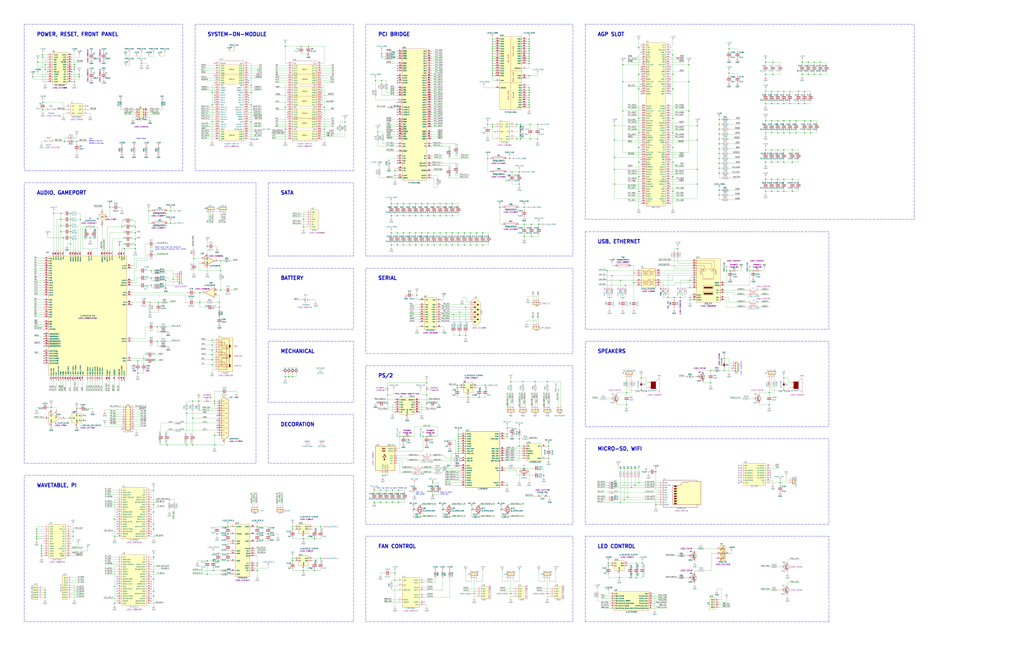
<source format=kicad_sch>
(kicad_sch (version 20231120) (generator "eeschema") (generator_version "8.0")
  (paper "User" 1066.8 672.998)
  (title_block (title "ITX-Llama v1") (date "2023-09-14") (rev "F"))
  (lib_symbols
    (symbol "Connector_Generic:Conn_01x02" (pin_names (offset 1.016) hide)
      (property "Reference" "J" (at 0 2.54 0))
      (property "Value" "Conn_01x02" (at 0 -5.08 0))
      (symbol "Conn_01x02_1_1"
        (pin passive line (at -5.08 0 0) (length 3.81) (name "Pin_1") (number "1"))
        (pin passive line (at -5.08 -2.54 0) (length 3.81) (name "Pin_2") (number "2"))
      )
    )
    (symbol "Connector_Generic:Conn_01x03" (pin_names (offset 1.016) hide)
      (property "Reference" "J" (at 0 5.08 0))
      (property "Value" "Conn_01x03" (at 0 -5.08 0))
      (symbol "Conn_01x03_1_1"
        (pin passive line (at -5.08 2.54 0) (length 3.81) (name "Pin_1") (number "1"))
        (pin passive line (at -5.08 0 0) (length 3.81) (name "Pin_2") (number "2"))
        (pin passive line (at -5.08 -2.54 0) (length 3.81) (name "Pin_3") (number "3"))
      )
    )
    (symbol "Connector_Generic:Conn_01x04" (pin_names (offset 1.016) hide)
      (property "Reference" "J" (at 0 5.08 0))
      (property "Value" "Conn_01x04" (at 0 -7.62 0))
      (symbol "Conn_01x04_1_1"
        (pin passive line (at -5.08 2.54 0) (length 3.81) (name "Pin_1") (number "1"))
        (pin passive line (at -5.08 0 0) (length 3.81) (name "Pin_2") (number "2"))
        (pin passive line (at -5.08 -2.54 0) (length 3.81) (name "Pin_3") (number "3"))
        (pin passive line (at -5.08 -5.08 0) (length 3.81) (name "Pin_4") (number "4"))
      )
    )
    (symbol "Connector_Generic:Conn_02x04_Counter_Clockwise" (pin_names (offset 1.016) hide)
      (property "Reference" "J" (at 1.27 5.08 0))
      (property "Value" "Conn_02x04_Counter_Clockwise" (at 1.27 -7.62 0))
      (symbol "Conn_02x04_Counter_Clockwise_1_1"
        (pin passive line (at -5.08 2.54 0) (length 3.81) (name "Pin_1") (number "1"))
        (pin passive line (at -5.08 0 0) (length 3.81) (name "Pin_2") (number "2"))
        (pin passive line (at -5.08 -2.54 0) (length 3.81) (name "Pin_3") (number "3"))
        (pin passive line (at -5.08 -5.08 0) (length 3.81) (name "Pin_4") (number "4"))
        (pin passive line (at 7.62 -5.08 180) (length 3.81) (name "Pin_5") (number "5"))
        (pin passive line (at 7.62 -2.54 180) (length 3.81) (name "Pin_6") (number "6"))
        (pin passive line (at 7.62 0 180) (length 3.81) (name "Pin_7") (number "7"))
        (pin passive line (at 7.62 2.54 180) (length 3.81) (name "Pin_8") (number "8"))
      )
    )
    (symbol "Connector_Generic:Conn_02x10_Odd_Even" (pin_names (offset 1.016) hide)
      (property "Reference" "J" (at 1.27 12.7 0))
      (property "Value" "Conn_02x10_Odd_Even" (at 1.27 -15.24 0))
      (symbol "Conn_02x10_Odd_Even_1_1"
        (pin passive line (at -5.08 10.16 0) (length 3.81) (name "Pin_1") (number "1"))
        (pin passive line (at 7.62 0 180) (length 3.81) (name "Pin_10") (number "10"))
        (pin passive line (at -5.08 -2.54 0) (length 3.81) (name "Pin_11") (number "11"))
        (pin passive line (at 7.62 -2.54 180) (length 3.81) (name "Pin_12") (number "12"))
        (pin passive line (at -5.08 -5.08 0) (length 3.81) (name "Pin_13") (number "13"))
        (pin passive line (at 7.62 -5.08 180) (length 3.81) (name "Pin_14") (number "14"))
        (pin passive line (at -5.08 -7.62 0) (length 3.81) (name "Pin_15") (number "15"))
        (pin passive line (at 7.62 -7.62 180) (length 3.81) (name "Pin_16") (number "16"))
        (pin passive line (at -5.08 -10.16 0) (length 3.81) (name "Pin_17") (number "17"))
        (pin passive line (at 7.62 -10.16 180) (length 3.81) (name "Pin_18") (number "18"))
        (pin passive line (at -5.08 -12.7 0) (length 3.81) (name "Pin_19") (number "19"))
        (pin passive line (at 7.62 10.16 180) (length 3.81) (name "Pin_2") (number "2"))
        (pin passive line (at 7.62 -12.7 180) (length 3.81) (name "Pin_20") (number "20"))
        (pin passive line (at -5.08 7.62 0) (length 3.81) (name "Pin_3") (number "3"))
        (pin passive line (at 7.62 7.62 180) (length 3.81) (name "Pin_4") (number "4"))
        (pin passive line (at -5.08 5.08 0) (length 3.81) (name "Pin_5") (number "5"))
        (pin passive line (at 7.62 5.08 180) (length 3.81) (name "Pin_6") (number "6"))
        (pin passive line (at -5.08 2.54 0) (length 3.81) (name "Pin_7") (number "7"))
        (pin passive line (at 7.62 2.54 180) (length 3.81) (name "Pin_8") (number "8"))
        (pin passive line (at -5.08 0 0) (length 3.81) (name "Pin_9") (number "9"))
      )
    )
    (symbol "P_SOM-128-EX_1" (pin_names (offset 1.016))
      (property "Reference" "P" (at -11.43 43.18 0))
      (property "Value" "P_SOM-128-EX" (at 0 -43.18 0))
      (symbol "P_SOM-128-EX_1_1_0"
        (text "GPIO_0" (at 0 33.02 0) (effects (font (size 1.016 1.016) (italic yes))))
        (text "GPIO_8" (at 0 -35.56 0) (effects (font (size 1.016 1.016) (italic yes))))
        (text "GPIO_9" (at 0 22.86 0) (effects (font (size 1.016 1.016) (italic yes))))
      )
      (symbol "P_SOM-128-EX_1_1_1"
        (pin passive line (at -17.78 39.37 0) (length 5.08) (name "RSTDRV") (number "A1"))
        (pin passive line (at 17.78 29.21 180) (length 5.08) (name "GP07") (number "A10"))
        (pin passive line (at -17.78 26.67 0) (length 5.08) (name "GP90") (number "A11"))
        (pin passive line (at 17.78 26.67 180) (length 5.08) (name "GP91") (number "A12"))
        (pin passive line (at -17.78 24.13 0) (length 5.08) (name "GP92") (number "A13"))
        (pin passive line (at 17.78 24.13 180) (length 5.08) (name "GP93") (number "A14"))
        (pin passive line (at -17.78 21.59 0) (length 5.08) (name "GP94") (number "A15"))
        (pin passive line (at 17.78 21.59 180) (length 5.08) (name "GP95") (number "A16"))
        (pin passive line (at -17.78 19.05 0) (length 5.08) (name "GP96") (number "A17"))
        (pin passive line (at 17.78 19.05 180) (length 5.08) (name "GP97") (number "A18"))
        (pin passive line (at -17.78 16.51 0) (length 5.08) (name "GND") (number "A19"))
        (pin passive line (at 17.78 39.37 180) (length 5.08) (name "GND") (number "A2"))
        (pin passive line (at 17.78 16.51 180) (length 5.08) (name "GND") (number "A20"))
        (pin passive line (at -17.78 13.97 0) (length 5.08) (name "USBD1-") (number "A21"))
        (pin passive line (at 17.78 13.97 180) (length 5.08) (name "USBD2-") (number "A22"))
        (pin passive line (at -17.78 11.43 0) (length 5.08) (name "USBD1+") (number "A23"))
        (pin passive line (at 17.78 11.43 180) (length 5.08) (name "USBD2+") (number "A24"))
        (pin passive line (at -17.78 8.89 0) (length 5.08) (name "AGND") (number "A25"))
        (pin passive line (at 17.78 8.89 180) (length 5.08) (name "AGND") (number "A26"))
        (pin passive line (at -17.78 6.35 0) (length 5.08) (name "ADC_0") (number "A27"))
        (pin passive line (at 17.78 6.35 180) (length 5.08) (name "ADC_1") (number "A28"))
        (pin passive line (at -17.78 3.81 0) (length 5.08) (name "ADC_2") (number "A29"))
        (pin passive line (at -17.78 36.83 0) (length 5.08) (name "GP00") (number "A3"))
        (pin passive line (at 17.78 3.81 180) (length 5.08) (name "ADC_3") (number "A30"))
        (pin passive line (at -17.78 1.27 0) (length 5.08) (name "ADC_4") (number "A31"))
        (pin passive line (at 17.78 1.27 180) (length 5.08) (name "ADC_5") (number "A32"))
        (pin passive line (at -17.78 -1.27 0) (length 5.08) (name "ADC_6") (number "A33"))
        (pin passive line (at 17.78 -1.27 180) (length 5.08) (name "ADC_7") (number "A34"))
        (pin passive line (at -17.78 -3.81 0) (length 5.08) (name "GND") (number "A35"))
        (pin passive line (at 17.78 -3.81 180) (length 5.08) (name "GND") (number "A36"))
        (pin passive line (at -17.78 -6.35 0) (length 5.08) (name "SATA_TX-") (number "A37"))
        (pin passive line (at 17.78 -6.35 180) (length 5.08) (name "SATA_RX-") (number "A38"))
        (pin passive line (at -17.78 -8.89 0) (length 5.08) (name "SATA_TX+") (number "A39"))
        (pin passive line (at 17.78 36.83 180) (length 5.08) (name "GP01") (number "A4"))
        (pin passive line (at 17.78 -8.89 180) (length 5.08) (name "SATA_RX+") (number "A40"))
        (pin passive line (at -17.78 -11.43 0) (length 5.08) (name "PE0_TX-") (number "A41"))
        (pin passive line (at 17.78 -11.43 180) (length 5.08) (name "PE0_RX-") (number "A42"))
        (pin passive line (at -17.78 -13.97 0) (length 5.08) (name "PE0_TX+") (number "A43"))
        (pin passive line (at 17.78 -13.97 180) (length 5.08) (name "PE0_RX+") (number "A44"))
        (pin passive line (at -17.78 -16.51 0) (length 5.08) (name "PE0_CLK-") (number "A45"))
        (pin passive line (at 17.78 -16.51 180) (length 5.08) (name "~{PCIRST}") (number "A46"))
        (pin passive line (at -17.78 -19.05 0) (length 5.08) (name "PE0_CLK+") (number "A47"))
        (pin passive line (at 17.78 -19.05 180) (length 5.08) (name "~{RESET}") (number "A48"))
        (pin passive line (at -17.78 -21.59 0) (length 5.08) (name "GND") (number "A49"))
        (pin passive line (at -17.78 34.29 0) (length 5.08) (name "GP02") (number "A5"))
        (pin passive line (at 17.78 -21.59 180) (length 5.08) (name "GND") (number "A50"))
        (pin passive line (at -17.78 -24.13 0) (length 5.08) (name "LAN_TX-") (number "A51"))
        (pin passive line (at 17.78 -24.13 180) (length 5.08) (name "LAN_RX-") (number "A52"))
        (pin passive line (at -17.78 -26.67 0) (length 5.08) (name "LAN_TX+") (number "A53"))
        (pin passive line (at 17.78 -26.67 180) (length 5.08) (name "LAN_RX+") (number "A54"))
        (pin passive line (at -17.78 -29.21 0) (length 5.08) (name "VBATT") (number "A55"))
        (pin passive line (at 17.78 -29.21 180) (length 5.08) (name "VCC1.8_OUT") (number "A56"))
        (pin passive line (at -17.78 -31.75 0) (length 5.08) (name "GP80") (number "A57"))
        (pin passive line (at 17.78 -31.75 180) (length 5.08) (name "GP81") (number "A58"))
        (pin passive line (at -17.78 -34.29 0) (length 5.08) (name "GP82") (number "A59"))
        (pin passive line (at 17.78 34.29 180) (length 5.08) (name "GP03") (number "A6"))
        (pin passive line (at 17.78 -34.29 180) (length 5.08) (name "GP83") (number "A60"))
        (pin passive line (at -17.78 -36.83 0) (length 5.08) (name "GP84") (number "A61"))
        (pin passive line (at 17.78 -36.83 180) (length 5.08) (name "GP85") (number "A62"))
        (pin passive line (at -17.78 -39.37 0) (length 5.08) (name "GP86") (number "A63"))
        (pin passive line (at 17.78 -39.37 180) (length 5.08) (name "GP87") (number "A64"))
        (pin passive line (at -17.78 31.75 0) (length 5.08) (name "GP04") (number "A7"))
        (pin passive line (at 17.78 31.75 180) (length 5.08) (name "GP05") (number "A8"))
        (pin passive line (at -17.78 29.21 0) (length 5.08) (name "GP06") (number "A9"))
      )
      (symbol "P_SOM-128-EX_1_2_0"
        (text "GPIO_7" (at 0 33.02 0) (effects (font (size 1.016 1.016) (italic yes))))
      )
      (symbol "P_SOM-128-EX_1_2_1"
        (text "GPIO_1" (at 0 -35.56 0) (effects (font (size 1.016 1.016) (italic yes))))
        (text "GPIO_2" (at 0 -22.86 0) (effects (font (size 1.016 1.016) (italic yes))))
        (text "GPIO_3" (at 0 -12.7 0) (effects (font (size 1.016 1.016) (italic yes))))
        (text "GPIO_4" (at 0 0 0) (effects (font (size 1.016 1.016) (italic yes))))
        (text "GPIO_5" (at 0 10.16 0) (effects (font (size 1.016 1.016) (italic yes))))
        (text "GPIO_6" (at 0 22.86 0) (effects (font (size 1.016 1.016) (italic yes))))
        (pin passive line (at -17.78 39.37 0) (length 5.08) (name "VCC") (number "B1"))
        (pin passive line (at 17.78 29.21 180) (length 5.08) (name "GP77") (number "B10"))
        (pin passive line (at -17.78 26.67 0) (length 5.08) (name "GP60") (number "B11"))
        (pin passive line (at 17.78 26.67 180) (length 5.08) (name "GP61") (number "B12"))
        (pin passive line (at -17.78 24.13 0) (length 5.08) (name "GP62") (number "B13"))
        (pin passive line (at 17.78 24.13 180) (length 5.08) (name "GP63") (number "B14"))
        (pin passive line (at -17.78 21.59 0) (length 5.08) (name "GP64") (number "B15"))
        (pin passive line (at 17.78 21.59 180) (length 5.08) (name "GP65") (number "B16"))
        (pin passive line (at -17.78 19.05 0) (length 5.08) (name "GP66") (number "B17"))
        (pin passive line (at 17.78 19.05 180) (length 5.08) (name "GP67") (number "B18"))
        (pin passive line (at -17.78 16.51 0) (length 5.08) (name "GND") (number "B19"))
        (pin passive line (at 17.78 39.37 180) (length 5.08) (name "VCC") (number "B2"))
        (pin passive line (at 17.78 16.51 180) (length 5.08) (name "GND") (number "B20"))
        (pin passive line (at -17.78 13.97 0) (length 5.08) (name "GP50") (number "B21"))
        (pin passive line (at 17.78 13.97 180) (length 5.08) (name "GP51") (number "B22"))
        (pin passive line (at -17.78 11.43 0) (length 5.08) (name "GP52") (number "B23"))
        (pin passive line (at 17.78 11.43 180) (length 5.08) (name "GP53") (number "B24"))
        (pin passive line (at -17.78 8.89 0) (length 5.08) (name "GP54") (number "B25"))
        (pin passive line (at 17.78 8.89 180) (length 5.08) (name "GP55") (number "B26"))
        (pin passive line (at -17.78 6.35 0) (length 5.08) (name "GP56") (number "B27"))
        (pin passive line (at 17.78 6.35 180) (length 5.08) (name "GP57") (number "B28"))
        (pin passive line (at -17.78 3.81 0) (length 5.08) (name "GP40") (number "B29"))
        (pin passive line (at -17.78 36.83 0) (length 5.08) (name "GP70") (number "B3"))
        (pin passive line (at 17.78 3.81 180) (length 5.08) (name "GP41") (number "B30"))
        (pin passive line (at -17.78 1.27 0) (length 5.08) (name "GP42") (number "B31"))
        (pin passive line (at 17.78 1.27 180) (length 5.08) (name "GP43") (number "B32"))
        (pin passive line (at -17.78 -1.27 0) (length 5.08) (name "GP44") (number "B33"))
        (pin passive line (at 17.78 -1.27 180) (length 5.08) (name "GP45") (number "B34"))
        (pin passive line (at -17.78 -3.81 0) (length 5.08) (name "GP46") (number "B35"))
        (pin passive line (at 17.78 -3.81 180) (length 5.08) (name "GP47") (number "B36"))
        (pin passive line (at -17.78 -6.35 0) (length 5.08) (name "GND") (number "B37"))
        (pin passive line (at 17.78 -6.35 180) (length 5.08) (name "GND") (number "B38"))
        (pin passive line (at -17.78 -8.89 0) (length 5.08) (name "GP30") (number "B39"))
        (pin passive line (at 17.78 36.83 180) (length 5.08) (name "GP71") (number "B4"))
        (pin passive line (at 17.78 -8.89 180) (length 5.08) (name "GP31") (number "B40"))
        (pin passive line (at -17.78 -11.43 0) (length 5.08) (name "GP32") (number "B41"))
        (pin passive line (at 17.78 -11.43 180) (length 5.08) (name "GP33") (number "B42"))
        (pin passive line (at -17.78 -13.97 0) (length 5.08) (name "GP34") (number "B43"))
        (pin passive line (at 17.78 -13.97 180) (length 5.08) (name "GP35") (number "B44"))
        (pin passive line (at -17.78 -16.51 0) (length 5.08) (name "GP36") (number "B45"))
        (pin passive line (at 17.78 -16.51 180) (length 5.08) (name "GP37") (number "B46"))
        (pin passive line (at -17.78 -19.05 0) (length 5.08) (name "GP20") (number "B47"))
        (pin passive line (at 17.78 -19.05 180) (length 5.08) (name "GP21") (number "B48"))
        (pin passive line (at -17.78 -21.59 0) (length 5.08) (name "GP22") (number "B49"))
        (pin passive line (at -17.78 34.29 0) (length 5.08) (name "GP72") (number "B5"))
        (pin passive line (at 17.78 -21.59 180) (length 5.08) (name "GP23") (number "B50"))
        (pin passive line (at -17.78 -24.13 0) (length 5.08) (name "GP24") (number "B51"))
        (pin passive line (at 17.78 -24.13 180) (length 5.08) (name "GP25") (number "B52"))
        (pin passive line (at -17.78 -26.67 0) (length 5.08) (name "GP26") (number "B53"))
        (pin passive line (at 17.78 -26.67 180) (length 5.08) (name "GP27") (number "B54"))
        (pin passive line (at -17.78 -29.21 0) (length 5.08) (name "GND") (number "B55"))
        (pin passive line (at 17.78 -29.21 180) (length 5.08) (name "GND") (number "B56"))
        (pin passive line (at -17.78 -31.75 0) (length 5.08) (name "GP10") (number "B57"))
        (pin passive line (at 17.78 -31.75 180) (length 5.08) (name "GP11") (number "B58"))
        (pin passive line (at -17.78 -34.29 0) (length 5.08) (name "GP12") (number "B59"))
        (pin passive line (at 17.78 34.29 180) (length 5.08) (name "GP73") (number "B6"))
        (pin passive line (at 17.78 -34.29 180) (length 5.08) (name "GP13") (number "B60"))
        (pin passive line (at -17.78 -36.83 0) (length 5.08) (name "GP14") (number "B61"))
        (pin passive line (at 17.78 -36.83 180) (length 5.08) (name "GP15") (number "B62"))
        (pin passive line (at -17.78 -39.37 0) (length 5.08) (name "GP16") (number "B63"))
        (pin passive line (at 17.78 -39.37 180) (length 5.08) (name "GP17") (number "B64"))
        (pin passive line (at -17.78 31.75 0) (length 5.08) (name "GP74") (number "B7"))
        (pin passive line (at 17.78 31.75 180) (length 5.08) (name "GP75") (number "B8"))
        (pin passive line (at -17.78 29.21 0) (length 5.08) (name "GP76") (number "B9"))
      )
    )
    (symbol "Switch:SW_SPST" (pin_names (offset 0) hide)
      (property "Reference" "SW" (at 0 3.175 0))
      (property "Value" "SW_SPST" (at 0 -2.54 0))
      (symbol "SW_SPST_1_1"
        (pin passive line (at -5.08 0 0) (length 2.54) (name "A") (number "1"))
        (pin passive line (at 5.08 0 180) (length 2.54) (name "B") (number "2"))
      )
    )
    (symbol "U_PI7C9X118SL_1"
      (property "Reference" "U" (at -12.7 69.85 0))
      (property "Value" "PI7C9X118SL" (at 0 -69.85 0))
      (symbol "U_PI7C9X118SL_1_1_1"
        (pin input inverted (at -17.78 15.24 0) (length 5.08) (name "~{PME}") (number "1"))
        (pin input inverted (at -17.78 -20.32 0) (length 5.08) (name "~{TRDY}") (number "100"))
        (pin input line (at -17.78 -66.04 0) (length 5.08) (name "M66EN") (number "102"))
        (pin bidirectional line (at 17.78 22.86 180) (length 5.08) (name "AD17") (number "103"))
        (pin bidirectional line (at 17.78 25.4 180) (length 5.08) (name "AD16") (number "104"))
        (pin bidirectional line (at 17.78 20.32 180) (length 5.08) (name "AD18") (number "106"))
        (pin bidirectional line (at 17.78 17.78 180) (length 5.08) (name "AD19") (number "108"))
        (pin bidirectional line (at 17.78 15.24 180) (length 5.08) (name "AD20") (number "109"))
        (pin bidirectional line (at 17.78 12.7 180) (length 5.08) (name "AD21") (number "110"))
        (pin bidirectional line (at 17.78 10.16 180) (length 5.08) (name "AD22") (number "111"))
        (pin bidirectional line (at 17.78 7.62 180) (length 5.08) (name "AD23") (number "113"))
        (pin bidirectional line (at 17.78 -25.4 180) (length 5.08) (name "~{CBE3}") (number "116"))
        (pin bidirectional line (at 17.78 5.08 180) (length 5.08) (name "AD24") (number "117"))
        (pin bidirectional line (at 17.78 2.54 180) (length 5.08) (name "AD25") (number "119"))
        (pin input line (at 17.78 -53.34 180) (length 5.08) (name "REFCLKN") (number "12"))
        (pin bidirectional line (at 17.78 0 180) (length 5.08) (name "AD26") (number "120"))
        (pin bidirectional line (at 17.78 -5.08 180) (length 5.08) (name "AD28") (number "121"))
        (pin bidirectional line (at 17.78 -2.54 180) (length 5.08) (name "AD27") (number "122"))
        (pin bidirectional line (at 17.78 -7.62 180) (length 5.08) (name "AD29") (number "124"))
        (pin bidirectional line (at 17.78 -12.7 180) (length 5.08) (name "AD31") (number "125"))
        (pin bidirectional line (at 17.78 -10.16 180) (length 5.08) (name "AD30") (number "126"))
        (pin input line (at -17.78 -55.88 0) (length 5.08) (name "TM0") (number "128"))
        (pin input line (at 17.78 -50.8 180) (length 5.08) (name "REFCLKP") (number "13"))
        (pin output line (at 17.78 -33.02 180) (length 5.08) (name "TN") (number "16"))
        (pin output line (at 17.78 -30.48 180) (length 5.08) (name "TP") (number "17"))
        (pin input line (at 17.78 -45.72 180) (length 5.08) (name "RN") (number "20"))
        (pin input line (at 17.78 -43.18 180) (length 5.08) (name "RP") (number "21"))
        (pin input line (at -17.78 -58.42 0) (length 5.08) (name "TM1") (number "23"))
        (pin input line (at -17.78 -45.72 0) (length 5.08) (name "TMS") (number "24"))
        (pin input line (at -17.78 -43.18 0) (length 5.08) (name "TCK") (number "26"))
        (pin output line (at -17.78 -48.26 0) (length 5.08) (name "TDO") (number "27"))
        (pin input line (at -17.78 -50.8 0) (length 5.08) (name "TDI") (number "28"))
        (pin input inverted (at 17.78 -58.42 180) (length 5.08) (name "~{PERST}") (number "29"))
        (pin bidirectional line (at -17.78 -30.48 0) (length 5.08) (name "SCL") (number "3"))
        (pin input inverted (at -17.78 66.04 0) (length 5.08) (name "~{REQ0}") (number "31"))
        (pin input inverted (at -17.78 63.5 0) (length 5.08) (name "~{REQ1}") (number "32"))
        (pin input inverted (at -17.78 58.42 0) (length 5.08) (name "~{REQ3}") (number "33"))
        (pin input inverted (at -17.78 60.96 0) (length 5.08) (name "~{REQ2}") (number "34"))
        (pin input inverted (at -17.78 27.94 0) (length 5.08) (name "~{INTA}") (number "36"))
        (pin output inverted (at -17.78 53.34 0) (length 5.08) (name "~{GNT0}") (number "37"))
        (pin output inverted (at -17.78 48.26 0) (length 5.08) (name "~{GNT2}") (number "39"))
        (pin output inverted (at -17.78 12.7 0) (length 5.08) (name "~{WAKE}") (number "4"))
        (pin output inverted (at -17.78 50.8 0) (length 5.08) (name "~{GNT1}") (number "40"))
        (pin output inverted (at -17.78 45.72 0) (length 5.08) (name "~{GNT3}") (number "41"))
        (pin input inverted (at -17.78 25.4 0) (length 5.08) (name "~{INTB}") (number "43"))
        (pin input line (at -17.78 -63.5 0) (length 5.08) (name "CLKIN") (number "44"))
        (pin output inverted (at -17.78 -38.1 0) (length 5.08) (name "~{RESET}") (number "46"))
        (pin bidirectional line (at -17.78 33.02 0) (length 5.08) (name "GPIO3") (number "47"))
        (pin bidirectional line (at -17.78 35.56 0) (length 5.08) (name "GPIO2") (number "48"))
        (pin output line (at -17.78 0 0) (length 5.08) (name "CLKOUT3") (number "49"))
        (pin bidirectional line (at -17.78 -33.02 0) (length 5.08) (name "SDA") (number "5"))
        (pin bidirectional line (at -17.78 38.1 0) (length 5.08) (name "GPIO1") (number "51"))
        (pin bidirectional line (at -17.78 40.64 0) (length 5.08) (name "GPIO0") (number "52"))
        (pin output line (at -17.78 2.54 0) (length 5.08) (name "CLKOUT2") (number "54"))
        (pin output line (at -17.78 5.08 0) (length 5.08) (name "CLKOUT1") (number "56"))
        (pin input inverted (at -17.78 22.86 0) (length 5.08) (name "~{INTC}") (number "57"))
        (pin output line (at -17.78 7.62 0) (length 5.08) (name "CLKOUT0") (number "59"))
        (pin input inverted (at -17.78 20.32 0) (length 5.08) (name "~{INTD}") (number "60"))
        (pin input inverted (at -17.78 -5.08 0) (length 5.08) (name "~{SERR}") (number "61"))
        (pin output inverted (at -17.78 -25.4 0) (length 5.08) (name "~{FRAME}") (number "63"))
        (pin bidirectional line (at 17.78 66.04 180) (length 5.08) (name "AD0") (number "64"))
        (pin bidirectional line (at 17.78 63.5 180) (length 5.08) (name "AD1") (number "67"))
        (pin bidirectional line (at 17.78 58.42 180) (length 5.08) (name "AD3") (number "68"))
        (pin bidirectional line (at 17.78 60.96 180) (length 5.08) (name "AD2") (number "69"))
        (pin bidirectional line (at 17.78 55.88 180) (length 5.08) (name "AD4") (number "70"))
        (pin bidirectional line (at 17.78 53.34 180) (length 5.08) (name "AD5") (number "71"))
        (pin bidirectional line (at 17.78 50.8 180) (length 5.08) (name "AD6") (number "74"))
        (pin bidirectional line (at 17.78 48.26 180) (length 5.08) (name "AD7") (number "75"))
        (pin bidirectional line (at 17.78 -17.78 180) (length 5.08) (name "~{CBE0}") (number "76"))
        (pin bidirectional line (at 17.78 45.72 180) (length 5.08) (name "AD8") (number "78"))
        (pin bidirectional line (at 17.78 43.18 180) (length 5.08) (name "AD9") (number "79"))
        (pin input line (at 17.78 -63.5 180) (length 5.08) (name "REXTP") (number "8"))
        (pin bidirectional line (at 17.78 40.64 180) (length 5.08) (name "AD10") (number "80"))
        (pin bidirectional line (at 17.78 38.1 180) (length 5.08) (name "AD11") (number "83"))
        (pin bidirectional line (at 17.78 35.56 180) (length 5.08) (name "AD12") (number "85"))
        (pin bidirectional line (at 17.78 33.02 180) (length 5.08) (name "AD13") (number "86"))
        (pin bidirectional line (at 17.78 30.48 180) (length 5.08) (name "AD14") (number "88"))
        (pin bidirectional line (at 17.78 -20.32 180) (length 5.08) (name "~{CBE1}") (number "89"))
        (pin input line (at 17.78 -66.04 180) (length 5.08) (name "REXTN") (number "9"))
        (pin bidirectional line (at 17.78 27.94 180) (length 5.08) (name "AD15") (number "90"))
        (pin input inverted (at -17.78 -7.62 0) (length 5.08) (name "~{PERR}") (number "92"))
        (pin output inverted (at -17.78 -12.7 0) (length 5.08) (name "~{LOCK}") (number "93"))
        (pin output line (at -17.78 -10.16 0) (length 5.08) (name "PAR") (number "94"))
        (pin input inverted (at -17.78 -15.24 0) (length 5.08) (name "~{STOP}") (number "96"))
        (pin output inverted (at -17.78 -22.86 0) (length 5.08) (name "~{IRDY}") (number "97"))
        (pin input inverted (at -17.78 -17.78 0) (length 5.08) (name "~{DEVSEL}") (number "98"))
        (pin bidirectional line (at 17.78 -22.86 180) (length 5.08) (name "~{CBE2}") (number "99"))
      )
      (symbol "U_PI7C9X118SL_1_2_1"
        (text "Core 1.15V" (at 2.54 22.86 900) (effects (font (size 1.27 1.27))))
        (text "Ground" (at 2.54 -22.86 900) (effects (font (size 1.27 1.27))))
        (text "PCI 3.3V" (at -2.54 15.24 900) (effects (font (size 1.27 1.27))))
        (text "PCIe 1.15V" (at 2.54 -3.81 900) (effects (font (size 1.27 1.27))))
        (text "PCIe 3.3V" (at -2.54 -22.86 900) (effects (font (size 1.27 1.27))))
        (pin power_in line (at -16.51 -15.24 0) (length 5.08) (name "VDDA33") (number "10"))
        (pin power_in line (at -16.51 7.62 0) (length 5.08) (name "VD33") (number "101"))
        (pin power_in line (at 16.51 15.24 180) (length 5.08) (name "VDDC") (number "105"))
        (pin power_in line (at -16.51 5.08 0) (length 5.08) (name "VD33") (number "107"))
        (pin power_in line (at 16.51 -15.24 180) (length 5.08) (name "VSS") (number "11"))
        (pin power_in line (at -16.51 2.54 0) (length 5.08) (name "VD33") (number "112"))
        (pin power_in line (at 16.51 12.7 180) (length 5.08) (name "VDDC") (number "114"))
        (pin power_in line (at 16.51 -33.02 180) (length 5.08) (name "VSS") (number "115"))
        (pin power_in line (at -16.51 0 0) (length 5.08) (name "VD33") (number "118"))
        (pin power_in line (at -16.51 -2.54 0) (length 5.08) (name "VD33") (number "123"))
        (pin power_in line (at 16.51 10.16 180) (length 5.08) (name "VDDC") (number "127"))
        (pin power_in line (at 16.51 -35.56 180) (length 5.08) (name "EPAD") (number "129"))
        (pin power_in line (at 16.51 -17.78 180) (length 5.08) (name "VSS") (number "14"))
        (pin power_in line (at 16.51 -2.54 180) (length 5.08) (name "VDDA") (number "15"))
        (pin power_in line (at 16.51 -5.08 180) (length 5.08) (name "VDDA") (number "18"))
        (pin power_in line (at 16.51 -20.32 180) (length 5.08) (name "VSS") (number "19"))
        (pin power_in line (at -16.51 -7.62 0) (length 5.08) (name "VAUX") (number "2"))
        (pin power_in line (at 16.51 -22.86 180) (length 5.08) (name "VSS") (number "22"))
        (pin power_in line (at -16.51 35.56 0) (length 5.08) (name "VD33") (number "25"))
        (pin power_in line (at 16.51 35.56 180) (length 5.08) (name "VDDC") (number "30"))
        (pin power_in line (at 16.51 33.02 180) (length 5.08) (name "VDDC") (number "35"))
        (pin power_in line (at -16.51 33.02 0) (length 5.08) (name "VD33") (number "38"))
        (pin power_in line (at 16.51 -25.4 180) (length 5.08) (name "VSS") (number "42"))
        (pin power_in line (at 16.51 30.48 180) (length 5.08) (name "VDDC") (number "45"))
        (pin power_in line (at -16.51 30.48 0) (length 5.08) (name "VD33") (number "50"))
        (pin power_in line (at 16.51 27.94 180) (length 5.08) (name "VDDC") (number "53"))
        (pin power_in line (at -16.51 27.94 0) (length 5.08) (name "VD33") (number "55"))
        (pin power_in line (at -16.51 25.4 0) (length 5.08) (name "VD33") (number "58"))
        (pin power_in line (at 16.51 -12.7 180) (length 5.08) (name "VSS") (number "6"))
        (pin power_in line (at 16.51 25.4 180) (length 5.08) (name "VDDC") (number "62"))
        (pin power_in line (at 16.51 -27.94 180) (length 5.08) (name "VSS") (number "65"))
        (pin power_in line (at -16.51 22.86 0) (length 5.08) (name "VD33") (number "66"))
        (pin power_in line (at 16.51 5.08 180) (length 5.08) (name "VDDCAUX") (number "7"))
        (pin power_in line (at -16.51 20.32 0) (length 5.08) (name "VD33") (number "72"))
        (pin power_in line (at 16.51 22.86 180) (length 5.08) (name "VDDC") (number "73"))
        (pin power_in line (at -16.51 17.78 0) (length 5.08) (name "VD33") (number "77"))
        (pin power_in line (at 16.51 20.32 180) (length 5.08) (name "VDDC") (number "81"))
        (pin power_in line (at -16.51 15.24 0) (length 5.08) (name "VD33") (number "82"))
        (pin power_in line (at 16.51 -30.48 180) (length 5.08) (name "VSS") (number "84"))
        (pin power_in line (at -16.51 12.7 0) (length 5.08) (name "VD33") (number "87"))
        (pin power_in line (at -16.51 10.16 0) (length 5.08) (name "VD33") (number "91"))
        (pin power_in line (at 16.51 17.78 180) (length 5.08) (name "VDDC") (number "95"))
      )
    )
    (symbol "llama_shared:+1.15V" (power) (pin_names (offset 0))
      (property "Value" "+1.15V" (at 0 3.81 0))
      (symbol "+1.15V_1_1"
        (pin power_in line (at 0 0 90) (length 0) hide (name "+1.15V") (number "1"))
      )
    )
    (symbol "llama_shared:+1.15V_VDDA" (power) (pin_names (offset 0))
      (property "Value" "+1.15V_VDDA" (at 0 3.81 0))
      (symbol "+1.15V_VDDA_1_1"
        (pin power_in line (at 0 0 90) (length 0) hide (name "+1.15V_VDDA") (number "1"))
      )
    )
    (symbol "llama_shared:+1.15V_VDDC" (power) (pin_names (offset 0))
      (property "Value" "+1.15V_VDDC" (at 0 3.81 0))
      (symbol "+1.15V_VDDC_1_1"
        (pin power_in line (at 0 0 90) (length 0) hide (name "+1.15V_VDDC") (number "1"))
      )
    )
    (symbol "llama_shared:+1.8V" (power) (pin_names (offset 0))
      (property "Value" "+1.8V" (at 0 3.81 0))
      (symbol "+1.8V_1_1"
        (pin power_in line (at 0 0 90) (length 0) hide (name "+1.8V") (number "1"))
      )
    )
    (symbol "llama_shared:+12V" (power) (pin_names (offset 0))
      (property "Value" "+12V" (at 0 3.81 0))
      (symbol "+12V_1_1"
        (pin power_in line (at 0 0 90) (length 2.54) hide (name "+12V") (number "1"))
      )
    )
    (symbol "llama_shared:+3.3V" (power) (pin_names (offset 0))
      (property "Value" "+3.3V" (at 0 3.81 0))
      (symbol "+3.3V_1_1"
        (pin power_in line (at 0 0 90) (length 0) hide (name "+3.3V") (number "1"))
      )
    )
    (symbol "llama_shared:+3.3VSB" (power) (pin_names (offset 0))
      (property "Value" "+3.3VSB" (at 0 3.81 0))
      (symbol "+3.3VSB_1_1"
        (pin power_in line (at 0 0 90) (length 0) hide (name "+3.3VSB") (number "1"))
      )
    )
    (symbol "llama_shared:+3.3V_118SL" (power) (pin_names (offset 0))
      (property "Value" "+3.3V_118SL" (at 0 3.81 0))
      (symbol "+3.3V_118SL_1_1"
        (pin power_in line (at 0 0 90) (length 0) hide (name "+3.3V_118SL") (number "1"))
      )
    )
    (symbol "llama_shared:+3.3V_PCM_A" (power) (pin_names (offset 0))
      (property "Value" "+3.3V_PCM_A" (at 0 3.81 0))
      (symbol "+3.3V_PCM_A_1_1"
        (pin power_in line (at 0 0 90) (length 0) hide (name "+3.3V_PCM_A") (number "1"))
      )
    )
    (symbol "llama_shared:+3.3V_PCM_D" (power) (pin_names (offset 0))
      (property "Value" "+3.3V_PCM_D" (at 0 3.81 0))
      (symbol "+3.3V_PCM_D_1_1"
        (pin power_in line (at 0 0 90) (length 0) hide (name "+3.3V_PCM_D") (number "1"))
      )
    )
    (symbol "llama_shared:+3.3V_VDDA" (power) (pin_names (offset 0))
      (property "Value" "+3.3V_VDDA" (at 0 3.81 0))
      (symbol "+3.3V_VDDA_1_1"
        (pin power_in line (at 0 0 90) (length 0) hide (name "+3.3V_VDDA") (number "1"))
      )
    )
    (symbol "llama_shared:+5VA" (power) (pin_names (offset 0))
      (property "Value" "+5VA" (at 0 3.81 0))
      (symbol "+5VA_1_1"
        (pin power_in line (at 0 0 90) (length 0) hide (name "+5VA") (number "1"))
      )
    )
    (symbol "llama_shared:+5VFILT" (power) (pin_names (offset 0))
      (property "Value" "+5VFILT" (at 0 3.81 0))
      (symbol "+5VFILT_1_1"
        (pin power_in line (at 0 0 90) (length 0) hide (name "+5VFILT") (number "1"))
      )
    )
    (symbol "llama_shared:+5VSB" (power) (pin_names (offset 0))
      (property "Value" "+5VSB" (at 0 3.81 0))
      (symbol "+5VSB_1_1"
        (pin power_in line (at 0 0 90) (length 0) hide (name "+5VSB") (number "1"))
      )
    )
    (symbol "llama_shared:-12V" (power) (pin_names (offset 0))
      (property "Value" "-12V" (at 0 3.81 0))
      (symbol "-12V_1_1"
        (pin power_in line (at 0 0 90) (length 2.54) hide (name "-12V") (number "1"))
      )
    )
    (symbol "llama_shared:AGND" (power) (pin_names (offset 0))
      (property "Value" "AGND" (at 0 -3.81 0))
      (symbol "AGND_1_1"
        (pin power_in line (at 0 0 270) (length 0) hide (name "GND") (number "1"))
      )
    )
    (symbol "llama_shared:BT" (pin_numbers hide) (pin_names (offset 0))
      (property "Reference" "BT" (at -3.81 3.81 0))
      (property "Value" "BT" (at -3.81 -2.54 0))
      (symbol "BT_1_1"
        (pin power_out line (at 0 5.08 270) (length 3.81) (name "+") (number "1"))
        (pin passive line (at 0 -5.08 90) (length 3.81) (name "-") (number "2"))
      )
    )
    (symbol "llama_shared:C" (pin_numbers hide) (pin_names (offset 1.016))
      (property "Reference" "C" (at 2.54 -1.27 0))
      (property "Value" "C" (at 2.54 1.27 0))
      (symbol "C_1_1"
        (pin passive line (at 0 3.81 270) (length 2.794) (name "~") (number "1"))
        (pin passive line (at 0 -3.81 90) (length 2.794) (name "~") (number "2"))
      )
    )
    (symbol "llama_shared:D" (pin_numbers hide) (pin_names (offset 1.016) hide)
      (property "Reference" "D" (at 0 2.54 0))
      (property "Value" "D" (at 0 -2.54 0))
      (symbol "D_1_1"
        (pin passive line (at -3.81 0 0) (length 2.54) (name "K") (number "1"))
        (pin passive line (at 3.81 0 180) (length 2.54) (name "A") (number "2"))
      )
    )
    (symbol "llama_shared:D_LED_RAGB" (pin_names (offset 0) hide)
      (property "Reference" "D" (at 0 9.398 0))
      (property "Value" "U_LED_RAGB" (at 0 -8.89 0))
      (symbol "D_LED_RAGB_0_0"
        (text "B" (at -1.905 -6.35 0) (effects (font (size 1.27 1.27))))
        (text "G" (at -1.905 -1.27 0) (effects (font (size 1.27 1.27))))
        (text "R" (at -1.905 3.81 0) (effects (font (size 1.27 1.27))))
      )
      (symbol "D_LED_RAGB_1_1"
        (pin passive line (at -6.35 5.08 0) (length 3.81) (name "RK") (number "1"))
        (pin passive line (at 6.35 0 180) (length 3.81) (name "A") (number "2"))
        (pin passive line (at -6.35 0 0) (length 3.81) (name "GK") (number "3"))
        (pin passive line (at -6.35 -5.08 0) (length 3.81) (name "BK") (number "4"))
      )
    )
    (symbol "llama_shared:F" (pin_numbers hide) (pin_names (offset 1.016) hide)
      (property "Reference" "F" (at 0 2.54 0))
      (property "Value" "F" (at 0 -2.54 0))
      (symbol "F_1_1"
        (pin passive line (at -3.81 0 0) (length 2.54) (name "~") (number "1"))
        (pin passive line (at 3.81 0 180) (length 2.54) (name "~") (number "2"))
      )
    )
    (symbol "llama_shared:FB" (pin_names (offset 1.016) hide)
      (property "Reference" "FB" (at 0 3.81 0))
      (property "Value" "FB" (at 0 -2.54 0))
      (symbol "FB_1_1"
        (pin passive line (at -8.89 0 0) (length 3.81) (name "1") (number "1"))
        (pin passive line (at 8.89 0 180) (length 3.81) (name "2") (number "2"))
      )
    )
    (symbol "llama_shared:GND" (power) (pin_names (offset 0))
      (property "Value" "GND" (at 0 -3.81 0))
      (symbol "GND_1_1"
        (pin power_in line (at 0 0 270) (length 0) hide (name "GND") (number "1"))
      )
    )
    (symbol "llama_shared:H_HOLE" (pin_numbers hide) (pin_names (offset 1.016) hide)
      (property "Reference" "H" (at 0 2.54 0))
      (property "Value" "H_HOLE" (at 0 -8.89 0))
      (symbol "H_HOLE_1_1"
        (pin passive line (at 0 -3.81 90) (length 2.54) (name "1") (number "1"))
      )
    )
    (symbol "llama_shared:J_AGP_3.3V"
      (property "Reference" "J" (at -10.16 86.36 0))
      (property "Value" "J_AGP_3.3V" (at 0 -86.36 0))
      (symbol "J_AGP_3.3V_1_1"
        (pin power_in line (at 15.24 82.55 180) (length 5.08) (name "+12V") (number "A1"))
        (pin output line (at 15.24 59.69 180) (length 5.08) (name "ST1") (number "A10"))
        (pin no_connect line (at 15.24 57.15 180) (length 5.08) (name "NC") (number "A11"))
        (pin input inverted (at 15.24 54.61 180) (length 5.08) (name "~{PIPE}") (number "A12"))
        (pin power_in line (at 15.24 52.07 180) (length 5.08) (name "GND") (number "A13"))
        (pin no_connect line (at 15.24 49.53 180) (length 5.08) (name "NC") (number "A14"))
        (pin input line (at 15.24 46.99 180) (length 5.08) (name "SBA1") (number "A15"))
        (pin power_in line (at 15.24 44.45 180) (length 5.08) (name "VCC_3.3V") (number "A16"))
        (pin input line (at 15.24 41.91 180) (length 5.08) (name "SBA3") (number "A17"))
        (pin no_connect line (at 15.24 39.37 180) (length 5.08) (name "NC") (number "A18"))
        (pin power_in line (at 15.24 36.83 180) (length 5.08) (name "GND") (number "A19"))
        (pin no_connect line (at 15.24 80.01 180) (length 5.08) (name "NC") (number "A2"))
        (pin input line (at 15.24 34.29 180) (length 5.08) (name "SBA5") (number "A20"))
        (pin input line (at 15.24 31.75 180) (length 5.08) (name "SBA7") (number "A21"))
        (pin bidirectional line (at 15.24 19.05 180) (length 5.08) (name "AD[30]") (number "A26"))
        (pin bidirectional line (at 15.24 16.51 180) (length 5.08) (name "AD[28]") (number "A27"))
        (pin power_in line (at 15.24 13.97 180) (length 5.08) (name "VCC_3.3V") (number "A28"))
        (pin bidirectional line (at 15.24 11.43 180) (length 5.08) (name "AD[26]") (number "A29"))
        (pin power_in line (at 15.24 77.47 180) (length 5.08) (name "RES_GND") (number "A3"))
        (pin bidirectional line (at 15.24 8.89 180) (length 5.08) (name "AD[24]") (number "A30"))
        (pin power_in line (at 15.24 6.35 180) (length 5.08) (name "GND") (number "A31"))
        (pin no_connect line (at 15.24 3.81 180) (length 5.08) (name "NC") (number "A32"))
        (pin bidirectional inverted (at 15.24 1.27 180) (length 5.08) (name "~{C/BE[3]}") (number "A33"))
        (pin power_in line (at 15.24 -1.27 180) (length 5.08) (name "Vddq3.3") (number "A34"))
        (pin bidirectional line (at 15.24 -3.81 180) (length 5.08) (name "AD[22]") (number "A35"))
        (pin bidirectional line (at 15.24 -6.35 180) (length 5.08) (name "AD[20]") (number "A36"))
        (pin power_in line (at 15.24 -8.89 180) (length 5.08) (name "GND") (number "A37"))
        (pin bidirectional line (at 15.24 -11.43 180) (length 5.08) (name "AD[18]") (number "A38"))
        (pin bidirectional line (at 15.24 -13.97 180) (length 5.08) (name "AD[16]") (number "A39"))
        (pin bidirectional line (at 15.24 74.93 180) (length 5.08) (name "USB-") (number "A4"))
        (pin power_in line (at 15.24 -16.51 180) (length 5.08) (name "Vddq3.3") (number "A40"))
        (pin bidirectional inverted (at 15.24 -19.05 180) (length 5.08) (name "~{FRAME}") (number "A41"))
        (pin no_connect line (at 15.24 -21.59 180) (length 5.08) (name "NC") (number "A42"))
        (pin power_in line (at 15.24 -24.13 180) (length 5.08) (name "GND") (number "A43"))
        (pin no_connect line (at 15.24 -26.67 180) (length 5.08) (name "NC") (number "A44"))
        (pin power_in line (at 15.24 -29.21 180) (length 5.08) (name "VCC_3.3V") (number "A45"))
        (pin bidirectional inverted (at 15.24 -31.75 180) (length 5.08) (name "~{TRDY}") (number "A46"))
        (pin bidirectional inverted (at 15.24 -34.29 180) (length 5.08) (name "~{STOP}") (number "A47"))
        (pin input inverted (at 15.24 -36.83 180) (length 5.08) (name "~{PME}") (number "A48"))
        (pin power_in line (at 15.24 -39.37 180) (length 5.08) (name "GND") (number "A49"))
        (pin power_in line (at 15.24 72.39 180) (length 5.08) (name "GND") (number "A5"))
        (pin bidirectional line (at 15.24 -41.91 180) (length 5.08) (name "PAR") (number "A50"))
        (pin bidirectional line (at 15.24 -44.45 180) (length 5.08) (name "AD[15]") (number "A51"))
        (pin power_in line (at 15.24 -46.99 180) (length 5.08) (name "Vddq3.3") (number "A52"))
        (pin bidirectional line (at 15.24 -49.53 180) (length 5.08) (name "AD[13]") (number "A53"))
        (pin bidirectional line (at 15.24 -52.07 180) (length 5.08) (name "AD[11]") (number "A54"))
        (pin power_in line (at 15.24 -54.61 180) (length 5.08) (name "GND") (number "A55"))
        (pin bidirectional line (at 15.24 -57.15 180) (length 5.08) (name "AD[9]") (number "A56"))
        (pin bidirectional inverted (at 15.24 -59.69 180) (length 5.08) (name "~{C/BE[0]}") (number "A57"))
        (pin power_in line (at 15.24 -62.23 180) (length 5.08) (name "Vddq3.3") (number "A58"))
        (pin no_connect line (at 15.24 -64.77 180) (length 5.08) (name "NC") (number "A59"))
        (pin input inverted (at 15.24 69.85 180) (length 5.08) (name "~{INTA}") (number "A6"))
        (pin bidirectional line (at 15.24 -67.31 180) (length 5.08) (name "AD[6]") (number "A60"))
        (pin power_in line (at 15.24 -69.85 180) (length 5.08) (name "GND") (number "A61"))
        (pin bidirectional line (at 15.24 -72.39 180) (length 5.08) (name "AD[4]") (number "A62"))
        (pin bidirectional line (at 15.24 -74.93 180) (length 5.08) (name "AD[2]") (number "A63"))
        (pin power_in line (at 15.24 -77.47 180) (length 5.08) (name "Vddq3.3") (number "A64"))
        (pin bidirectional line (at 15.24 -80.01 180) (length 5.08) (name "AD[0]") (number "A65"))
        (pin no_connect line (at 15.24 -82.55 180) (length 5.08) (name "NC") (number "A66"))
        (pin input inverted (at 15.24 67.31 180) (length 5.08) (name "~{RST}") (number "A7"))
        (pin input inverted (at 15.24 64.77 180) (length 5.08) (name "~{GNT}") (number "A8"))
        (pin power_in line (at 15.24 62.23 180) (length 5.08) (name "VCC_3.3V") (number "A9"))
        (pin no_connect line (at -15.24 82.55 0) (length 5.08) (name "NC") (number "B1"))
        (pin output line (at -15.24 59.69 0) (length 5.08) (name "ST0") (number "B10"))
        (pin output line (at -15.24 57.15 0) (length 5.08) (name "ST2") (number "B11"))
        (pin input inverted (at -15.24 54.61 0) (length 5.08) (name "~{RBF}") (number "B12"))
        (pin power_in line (at -15.24 52.07 0) (length 5.08) (name "GND") (number "B13"))
        (pin no_connect line (at -15.24 49.53 0) (length 5.08) (name "NC") (number "B14"))
        (pin input line (at -15.24 46.99 0) (length 5.08) (name "SBA0") (number "B15"))
        (pin power_in line (at -15.24 44.45 0) (length 5.08) (name "VCC_3.3V") (number "B16"))
        (pin input line (at -15.24 41.91 0) (length 5.08) (name "SBA2") (number "B17"))
        (pin input line (at -15.24 39.37 0) (length 5.08) (name "SB_STB") (number "B18"))
        (pin power_in line (at -15.24 36.83 0) (length 5.08) (name "GND") (number "B19"))
        (pin power_in line (at -15.24 80.01 0) (length 5.08) (name "+5V") (number "B2"))
        (pin input line (at -15.24 34.29 0) (length 5.08) (name "SBA4") (number "B20"))
        (pin input line (at -15.24 31.75 0) (length 5.08) (name "SBA6") (number "B21"))
        (pin bidirectional line (at -15.24 19.05 0) (length 5.08) (name "AD[31]") (number "B26"))
        (pin bidirectional line (at -15.24 16.51 0) (length 5.08) (name "AD[29]") (number "B27"))
        (pin power_in line (at -15.24 13.97 0) (length 5.08) (name "VCC_3.3V") (number "B28"))
        (pin bidirectional line (at -15.24 11.43 0) (length 5.08) (name "AD[27]") (number "B29"))
        (pin power_in line (at -15.24 77.47 0) (length 5.08) (name "+5V") (number "B3"))
        (pin bidirectional line (at -15.24 8.89 0) (length 5.08) (name "AD[25]") (number "B30"))
        (pin power_in line (at -15.24 6.35 0) (length 5.08) (name "GND") (number "B31"))
        (pin bidirectional line (at -15.24 3.81 0) (length 5.08) (name "AD_STB1") (number "B32"))
        (pin bidirectional line (at -15.24 1.27 0) (length 5.08) (name "AD[23]") (number "B33"))
        (pin power_in line (at -15.24 -1.27 0) (length 5.08) (name "Vddq3.3") (number "B34"))
        (pin bidirectional line (at -15.24 -3.81 0) (length 5.08) (name "AD[21]") (number "B35"))
        (pin bidirectional line (at -15.24 -6.35 0) (length 5.08) (name "AD[19]") (number "B36"))
        (pin power_in line (at -15.24 -8.89 0) (length 5.08) (name "GND") (number "B37"))
        (pin bidirectional line (at -15.24 -11.43 0) (length 5.08) (name "AD[17]") (number "B38"))
        (pin bidirectional inverted (at -15.24 -13.97 0) (length 5.08) (name "~{C/BE[2]}") (number "B39"))
        (pin bidirectional line (at -15.24 74.93 0) (length 5.08) (name "USB+") (number "B4"))
        (pin power_in line (at -15.24 -16.51 0) (length 5.08) (name "Vddq3.3") (number "B40"))
        (pin bidirectional inverted (at -15.24 -19.05 0) (length 5.08) (name "~{IRDY}") (number "B41"))
        (pin power_in line (at -15.24 -21.59 0) (length 5.08) (name "3.3Vaux") (number "B42"))
        (pin power_in line (at -15.24 -24.13 0) (length 5.08) (name "GND") (number "B43"))
        (pin no_connect line (at -15.24 -26.67 0) (length 5.08) (name "NC") (number "B44"))
        (pin power_in line (at -15.24 -29.21 0) (length 5.08) (name "VCC_3.3V") (number "B45"))
        (pin bidirectional inverted (at -15.24 -31.75 0) (length 5.08) (name "~{DEVSEL}") (number "B46"))
        (pin power_in line (at -15.24 -34.29 0) (length 5.08) (name "Vddq3.3") (number "B47"))
        (pin bidirectional inverted (at -15.24 -36.83 0) (length 5.08) (name "~{PERR}") (number "B48"))
        (pin power_in line (at -15.24 -39.37 0) (length 5.08) (name "GND") (number "B49"))
        (pin power_in line (at -15.24 72.39 0) (length 5.08) (name "GND") (number "B5"))
        (pin bidirectional inverted (at -15.24 -41.91 0) (length 5.08) (name "~{SERR}") (number "B50"))
        (pin bidirectional inverted (at -15.24 -44.45 0) (length 5.08) (name "~{C/BE[1]}") (number "B51"))
        (pin power_in line (at -15.24 -46.99 0) (length 5.08) (name "Vddq3.3") (number "B52"))
        (pin bidirectional line (at -15.24 -49.53 0) (length 5.08) (name "AD[14]") (number "B53"))
        (pin bidirectional line (at -15.24 -52.07 0) (length 5.08) (name "AD[12]") (number "B54"))
        (pin power_in line (at -15.24 -54.61 0) (length 5.08) (name "GND") (number "B55"))
        (pin bidirectional line (at -15.24 -57.15 0) (length 5.08) (name "AD[10]") (number "B56"))
        (pin bidirectional line (at -15.24 -59.69 0) (length 5.08) (name "AD[8]") (number "B57"))
        (pin power_in line (at -15.24 -62.23 0) (length 5.08) (name "Vddq3.3") (number "B58"))
        (pin bidirectional line (at -15.24 -64.77 0) (length 5.08) (name "AD_STB0") (number "B59"))
        (pin input inverted (at -15.24 69.85 0) (length 5.08) (name "~{INTB}") (number "B6"))
        (pin bidirectional line (at -15.24 -67.31 0) (length 5.08) (name "AD[7]") (number "B60"))
        (pin power_in line (at -15.24 -69.85 0) (length 5.08) (name "GND") (number "B61"))
        (pin bidirectional line (at -15.24 -72.39 0) (length 5.08) (name "AD[5]") (number "B62"))
        (pin bidirectional line (at -15.24 -74.93 0) (length 5.08) (name "AD[3]") (number "B63"))
        (pin power_in line (at -15.24 -77.47 0) (length 5.08) (name "Vddq3.3") (number "B64"))
        (pin bidirectional line (at -15.24 -80.01 0) (length 5.08) (name "AD[1]") (number "B65"))
        (pin no_connect line (at -15.24 -82.55 0) (length 5.08) (name "NC") (number "B66"))
        (pin input clock (at -15.24 67.31 0) (length 5.08) (name "CLK") (number "B7"))
        (pin output inverted (at -15.24 64.77 0) (length 5.08) (name "~{REQ}") (number "B8"))
        (pin power_in line (at -15.24 62.23 0) (length 5.08) (name "VCC_3.3V") (number "B9"))
      )
    )
    (symbol "llama_shared:J_ATX" (pin_names (offset 1.016))
      (property "Reference" "J" (at -7.62 16.51 0))
      (property "Value" "J_ATX" (at 0 -19.05 0))
      (symbol "J_ATX_0_0"
        (pin input line (at 12.7 6.35 180) (length 5.08) (name "~{PS_ON}") (number "16"))
        (pin no_connect line (at 12.7 -3.81 180) (length 5.08) (name "NC") (number "20"))
        (pin output line (at -12.7 -3.81 0) (length 5.08) (name "PWR_OK") (number "8"))
      )
      (symbol "J_ATX_1_0"
        (pin power_in line (at -12.7 13.97 0) (length 5.08) (name "+3.3V") (number "1"))
        (pin power_in line (at -12.7 -8.89 0) (length 5.08) (name "+12V") (number "10"))
        (pin power_in line (at -12.7 -11.43 0) (length 5.08) (name "+12V") (number "11"))
        (pin power_in line (at -12.7 -13.97 0) (length 5.08) (name "+3.3V") (number "12"))
        (pin power_in line (at 12.7 13.97 180) (length 5.08) (name "+3.3V") (number "13"))
        (pin power_in line (at 12.7 11.43 180) (length 5.08) (name "-12V") (number "14"))
        (pin power_in line (at 12.7 8.89 180) (length 5.08) (name "GND") (number "15"))
        (pin power_in line (at 12.7 3.81 180) (length 5.08) (name "GND") (number "17"))
        (pin power_in line (at 12.7 1.27 180) (length 5.08) (name "GND") (number "18"))
        (pin power_in line (at 12.7 -1.27 180) (length 5.08) (name "GND") (number "19"))
        (pin power_in line (at -12.7 11.43 0) (length 5.08) (name "+3.3V") (number "2"))
        (pin power_in line (at 12.7 -6.35 180) (length 5.08) (name "+5V") (number "21"))
        (pin power_in line (at 12.7 -8.89 180) (length 5.08) (name "+5V") (number "22"))
        (pin power_in line (at 12.7 -11.43 180) (length 5.08) (name "+5V") (number "23"))
        (pin power_in line (at 12.7 -13.97 180) (length 5.08) (name "GND") (number "24"))
        (pin power_in line (at -12.7 8.89 0) (length 5.08) (name "GND") (number "3"))
        (pin power_in line (at -12.7 6.35 0) (length 5.08) (name "+5V") (number "4"))
        (pin power_in line (at -12.7 3.81 0) (length 5.08) (name "GND") (number "5"))
        (pin power_in line (at -12.7 1.27 0) (length 5.08) (name "+5V") (number "6"))
        (pin power_in line (at -12.7 -1.27 0) (length 5.08) (name "GND") (number "7"))
        (pin power_in line (at -12.7 -6.35 0) (length 5.08) (name "+5VSB") (number "9"))
      )
    )
    (symbol "llama_shared:J_AUDIO_ABA-JAK-027-K24"
      (property "Reference" "J" (at -7.62 19.05 0))
      (property "Value" "J_TRIPLE_AUDIO" (at 0 -19.05 0))
      (property "LCSC" "C962118" (at 0 -21.59 0) (show_name))
      (symbol "J_AUDIO_ABA-JAK-027-K24_1_1"
        (text "LINE IN" (at -8.89 -11.43 0) (effects (font (size 1.27 1.27)) (justify right)))
        (text "LINE OUT" (at -8.89 -1.27 0) (effects (font (size 1.27 1.27)) (justify right)))
        (text "MIC" (at -8.89 8.89 0) (effects (font (size 1.27 1.27)) (justify right)))
        (pin passive line (at 11.43 -15.24 180) (length 3.81) (name "~") (number "1"))
        (pin passive line (at 11.43 -12.7 180) (length 3.81) (name "~") (number "10"))
        (pin passive line (at 11.43 -10.16 180) (length 3.81) (name "~") (number "11"))
        (pin passive line (at 11.43 -7.62 180) (length 3.81) (name "~") (number "12"))
        (pin passive line (at 11.43 -5.08 180) (length 3.81) (name "~") (number "13"))
        (pin passive line (at 11.43 7.62 180) (length 3.81) (name "~") (number "2"))
        (pin passive line (at 11.43 10.16 180) (length 3.81) (name "~") (number "3"))
        (pin passive line (at 11.43 12.7 180) (length 3.81) (name "~") (number "4"))
        (pin passive line (at 11.43 15.24 180) (length 3.81) (name "~") (number "5"))
        (pin passive line (at 11.43 -2.54 180) (length 3.81) (name "~") (number "6"))
        (pin passive line (at 11.43 0 180) (length 3.81) (name "~") (number "7"))
        (pin passive line (at 11.43 2.54 180) (length 3.81) (name "~") (number "8"))
        (pin passive line (at 11.43 5.08 180) (length 3.81) (name "~") (number "9"))
      )
    )
    (symbol "llama_shared:J_DA15_Gameport" (pin_names (offset 1.016) hide)
      (property "Reference" "J" (at 0 24.13 0))
      (property "Value" "J_DA15_Gameport" (at 12.7 0 0))
      (symbol "J_DA15_Gameport_1_1"
        (pin passive line (at -8.89 17.78 0) (length 5.08) (name "1") (number "1"))
        (pin passive line (at -8.89 2.54 0) (length 5.08) (name "10") (number "10"))
        (pin passive line (at -8.89 -7.62 0) (length 5.08) (name "11") (number "11"))
        (pin passive line (at -8.89 10.16 0) (length 5.08) (name "12") (number "12"))
        (pin passive line (at -8.89 -10.16 0) (length 5.08) (name "13") (number "13"))
        (pin passive line (at -8.89 -2.54 0) (length 5.08) (name "14") (number "14"))
        (pin passive line (at -8.89 7.62 0) (length 5.08) (name "15") (number "15"))
        (pin passive line (at -8.89 5.08 0) (length 5.08) (name "2") (number "2"))
        (pin passive line (at -8.89 -5.08 0) (length 5.08) (name "3") (number "3"))
        (pin passive line (at -8.89 -15.24 0) (length 5.08) (name "4") (number "4"))
        (pin passive line (at -8.89 -17.78 0) (length 5.08) (name "5") (number "5"))
        (pin passive line (at -8.89 -12.7 0) (length 5.08) (name "6") (number "6"))
        (pin passive line (at -8.89 0 0) (length 5.08) (name "7") (number "7"))
        (pin passive line (at -8.89 12.7 0) (length 5.08) (name "8") (number "8"))
        (pin passive line (at -8.89 15.24 0) (length 5.08) (name "9") (number "9"))
        (pin passive line (at -1.27 -25.4 90) (length 3.175) (name "SHIELD") (number "S"))
      )
    )
    (symbol "llama_shared:J_DE9M" (pin_names (offset 0.0254))
      (property "Reference" "J" (at 0 15.24 0))
      (property "Value" "J_DE9M" (at 0 -15.24 0))
      (symbol "J_DE9M_1_1"
        (pin passive line (at -7.62 -10.16 0) (length 3.81) (name "~") (number "1"))
        (pin power_in line (at 3.81 10.16 270) (length 0) hide (name "GND") (number "10"))
        (pin power_in line (at 3.81 -10.16 90) (length 0) hide (name "GND") (number "11"))
        (pin passive line (at -7.62 -5.08 0) (length 3.81) (name "~") (number "2"))
        (pin passive line (at -7.62 0 0) (length 3.81) (name "~") (number "3"))
        (pin passive line (at -7.62 5.08 0) (length 3.81) (name "~") (number "4"))
        (pin passive line (at -7.62 10.16 0) (length 3.81) (name "~") (number "5"))
        (pin passive line (at -7.62 -7.62 0) (length 3.81) (name "~") (number "6"))
        (pin passive line (at -7.62 -2.54 0) (length 3.81) (name "~") (number "7"))
        (pin passive line (at -7.62 2.54 0) (length 3.81) (name "~") (number "8"))
        (pin passive line (at -7.62 7.62 0) (length 3.81) (name "~") (number "9"))
      )
    )
    (symbol "llama_shared:J_FAN_HEADER"
      (property "Reference" "J" (at -2.54 6.35 0))
      (property "Value" "J_FAN_HEADER" (at 0 -8.89 0))
      (property "LCSC" "C240840" (at 0 -11.43 0) (show_name))
      (symbol "J_FAN_HEADER_1_1"
        (pin power_in line (at -8.89 -5.08 0) (length 5.08) (name "GND") (number "1"))
        (pin power_in line (at -8.89 -2.54 0) (length 5.08) (name "VDD") (number "2"))
        (pin output line (at -8.89 0 0) (length 5.08) (name "TACH") (number "3"))
        (pin input line (at -8.89 2.54 0) (length 5.08) (name "PWM") (number "4"))
      )
    )
    (symbol "llama_shared:J_Micro_SD_TF01A" (pin_names (offset 1.016))
      (property "Reference" "J" (at -16.51 11.43 0))
      (property "Value" "J_Micro_SD_TF01A" (at 16.51 11.43 0))
      (symbol "J_Micro_SD_TF01A_1_1"
        (pin bidirectional line (at -24.13 7.62 0) (length 5.08) (name "DAT2") (number "1"))
        (pin bidirectional line (at -24.13 5.08 0) (length 5.08) (name "DAT3/CD") (number "2"))
        (pin input line (at -24.13 2.54 0) (length 5.08) (name "CMD") (number "3"))
        (pin power_in line (at -24.13 0 0) (length 5.08) (name "VDD") (number "4"))
        (pin input line (at -24.13 -2.54 0) (length 5.08) (name "CLK") (number "5"))
        (pin power_in line (at -24.13 -5.08 0) (length 5.08) (name "VSS") (number "6"))
        (pin bidirectional line (at -24.13 -7.62 0) (length 5.08) (name "DAT0") (number "7"))
        (pin bidirectional line (at -24.13 -10.16 0) (length 5.08) (name "DAT1") (number "8"))
        (pin output line (at -24.13 -12.7 0) (length 5.08) (name "CD") (number "9"))
        (pin passive line (at -24.13 -15.24 0) (length 5.08) (name "Shield") (number "S"))
      )
    )
    (symbol "llama_shared:J_PI_ZERO" (pin_names (offset 1.016))
      (property "Reference" "J" (at -11.43 27.94 0))
      (property "Value" "J_PI_ZERO" (at 0 -27.94 0))
      (symbol "J_PI_ZERO_1_1"
        (pin passive line (at -17.78 24.13 0) (length 5.08) (name "3v3") (number "1"))
        (pin passive line (at 17.78 13.97 180) (length 5.08) (name "BCM15/RDX") (number "10"))
        (pin passive line (at -17.78 11.43 0) (length 5.08) (name "BCM17") (number "11"))
        (pin passive line (at 17.78 11.43 180) (length 5.08) (name "BCM18/PWM0") (number "12"))
        (pin passive line (at -17.78 8.89 0) (length 5.08) (name "BCM27") (number "13"))
        (pin passive line (at 17.78 8.89 180) (length 5.08) (name "GND") (number "14"))
        (pin passive line (at -17.78 6.35 0) (length 5.08) (name "BCM22") (number "15"))
        (pin passive line (at 17.78 6.35 180) (length 5.08) (name "BCM23") (number "16"))
        (pin passive line (at -17.78 3.81 0) (length 5.08) (name "3v3") (number "17"))
        (pin passive line (at 17.78 3.81 180) (length 5.08) (name "BCM24") (number "18"))
        (pin passive line (at -17.78 1.27 0) (length 5.08) (name "BCM10/MOSI") (number "19"))
        (pin passive line (at 17.78 24.13 180) (length 5.08) (name "5v") (number "2"))
        (pin passive line (at 17.78 1.27 180) (length 5.08) (name "GND") (number "20"))
        (pin passive line (at -17.78 -1.27 0) (length 5.08) (name "BCM9/MISO") (number "21"))
        (pin passive line (at 17.78 -1.27 180) (length 5.08) (name "BCM25") (number "22"))
        (pin passive line (at -17.78 -3.81 0) (length 5.08) (name "BCM11/SCLK") (number "23"))
        (pin passive line (at 17.78 -3.81 180) (length 5.08) (name "BCM8/CE0") (number "24"))
        (pin passive line (at -17.78 -6.35 0) (length 5.08) (name "GND") (number "25"))
        (pin passive line (at 17.78 -6.35 180) (length 5.08) (name "BCM7/CE1") (number "26"))
        (pin passive line (at -17.78 -8.89 0) (length 5.08) (name "BCM0/ID_SD") (number "27"))
        (pin passive line (at 17.78 -8.89 180) (length 5.08) (name "BCM1/ID_SC") (number "28"))
        (pin passive line (at -17.78 -11.43 0) (length 5.08) (name "BCM5") (number "29"))
        (pin passive line (at -17.78 21.59 0) (length 5.08) (name "BCM2/SDA") (number "3"))
        (pin passive line (at 17.78 -11.43 180) (length 5.08) (name "GND") (number "30"))
        (pin passive line (at -17.78 -13.97 0) (length 5.08) (name "BCM6") (number "31"))
        (pin passive line (at 17.78 -13.97 180) (length 5.08) (name "BCM12/PWM0") (number "32"))
        (pin passive line (at -17.78 -16.51 0) (length 5.08) (name "BCM13/PWM1") (number "33"))
        (pin passive line (at 17.78 -16.51 180) (length 5.08) (name "GND") (number "34"))
        (pin passive line (at -17.78 -19.05 0) (length 5.08) (name "BCM19/MISO") (number "35"))
        (pin passive line (at 17.78 -19.05 180) (length 5.08) (name "BCM16") (number "36"))
        (pin passive line (at -17.78 -21.59 0) (length 5.08) (name "BCM26") (number "37"))
        (pin passive line (at 17.78 -21.59 180) (length 5.08) (name "BCM20/MOSI") (number "38"))
        (pin passive line (at -17.78 -24.13 0) (length 5.08) (name "GND") (number "39"))
        (pin passive line (at 17.78 21.59 180) (length 5.08) (name "5v") (number "4"))
        (pin passive line (at 17.78 -24.13 180) (length 5.08) (name "BCM21/SCLK") (number "40"))
        (pin passive line (at -17.78 19.05 0) (length 5.08) (name "BCM3/SCL") (number "5"))
        (pin passive line (at 17.78 19.05 180) (length 5.08) (name "GND") (number "6"))
        (pin passive line (at -17.78 16.51 0) (length 5.08) (name "BCM4/GPCLK0") (number "7"))
        (pin passive line (at 17.78 16.51 180) (length 5.08) (name "BCM14/TDX") (number "8"))
        (pin passive line (at -17.78 13.97 0) (length 5.08) (name "GND") (number "9"))
      )
    )
    (symbol "llama_shared:J_PS2_STACKED"
      (property "Reference" "J" (at -7.62 12.7 0))
      (symbol "J_PS2_STACKED_1_1"
        (pin passive line (at -12.7 8.89 0) (length 5.08) (name "KBDATA") (number "A1"))
        (pin no_connect line (at -12.7 6.35 0) (length 5.08) (name "NC") (number "A2"))
        (pin power_in line (at -12.7 3.81 0) (length 5.08) (name "GND") (number "A3"))
        (pin power_in line (at -12.7 1.27 0) (length 5.08) (name "VCC") (number "A4"))
        (pin passive line (at -12.7 -1.27 0) (length 5.08) (name "KBCLK") (number "A5"))
        (pin no_connect line (at -12.7 -3.81 0) (length 5.08) (name "NC") (number "A6"))
        (pin passive line (at 12.7 8.89 180) (length 5.08) (name "MSDATA") (number "B1"))
        (pin no_connect line (at 12.7 6.35 180) (length 5.08) (name "NC") (number "B2"))
        (pin power_in line (at 12.7 3.81 180) (length 5.08) (name "GND") (number "B3"))
        (pin power_in line (at 12.7 1.27 180) (length 5.08) (name "VCC") (number "B4"))
        (pin passive line (at 12.7 -1.27 180) (length 5.08) (name "MSCLK") (number "B5"))
        (pin no_connect line (at 12.7 -3.81 180) (length 5.08) (name "NC") (number "B6"))
        (pin passive line (at 0 -8.89 90) (length 2.54) (name "SHIELD") (number "S"))
      )
    )
    (symbol "llama_shared:J_SATA" (pin_names (offset 1.016))
      (property "Reference" "J" (at -3.81 7.62 0))
      (property "Value" "J_SATA" (at 0 -15.24 0))
      (symbol "J_SATA_1_1"
        (pin power_in line (at -8.89 3.81 0) (length 5.08) (name "GND") (number "1"))
        (pin input line (at -8.89 1.27 0) (length 5.08) (name "A+") (number "2"))
        (pin input line (at -8.89 -1.27 0) (length 5.08) (name "A-") (number "3"))
        (pin power_in line (at -8.89 -3.81 0) (length 5.08) (name "GND") (number "4"))
        (pin output line (at -8.89 -6.35 0) (length 5.08) (name "B-") (number "5"))
        (pin output line (at -8.89 -8.89 0) (length 5.08) (name "B+") (number "6"))
        (pin power_in line (at -8.89 -11.43 0) (length 5.08) (name "GND") (number "7"))
      )
    )
    (symbol "llama_shared:J_TOSLINK_ZGY133T10"
      (property "Reference" "J" (at -5.08 6.35 0))
      (property "Value" "J_TOSLINK_ZGY133T10" (at 1.27 -6.35 0))
      (symbol "J_TOSLINK_ZGY133T10_1_1"
        (pin input line (at -8.89 0 0) (length 3.81) (name "VIN") (number "1"))
        (pin power_in line (at 0 8.89 270) (length 3.81) (name "VCC") (number "2"))
        (pin power_in line (at 0 -8.89 90) (length 3.81) (name "GND") (number "3"))
        (pin no_connect line (at 8.89 2.54 180) (length 3.81) (name "NC") (number "4"))
        (pin no_connect line (at 8.89 -2.54 180) (length 3.81) (name "NC") (number "5"))
      )
    )
    (symbol "llama_shared:J_USB_A_Stacked_C12049" (pin_names (offset 1.016))
      (property "Reference" "J" (at 0 15.875 0))
      (property "Value" "J_USB_A_Stacked_C12049" (at 0 13.97 0))
      (symbol "J_USB_A_Stacked_C12049_1_1"
        (pin power_in line (at 10.16 10.16 180) (length 2.54) (name "VBUS1") (number "1"))
        (pin bidirectional line (at 10.16 -5.08 180) (length 2.54) (name "D1-") (number "2"))
        (pin bidirectional line (at 10.16 -2.54 180) (length 2.54) (name "D1+") (number "3"))
        (pin power_in line (at -2.54 -15.24 90) (length 2.54) (name "GND1") (number "4"))
        (pin power_in line (at 10.16 7.62 180) (length 2.54) (name "VBUS2") (number "5"))
        (pin bidirectional line (at 10.16 0 180) (length 2.54) (name "D2-") (number "6"))
        (pin bidirectional line (at 10.16 2.54 180) (length 2.54) (name "D2+") (number "7"))
        (pin power_in line (at 0 -15.24 90) (length 2.54) (name "GND2") (number "8"))
        (pin passive line (at -5.08 -15.24 90) (length 2.54) (name "Shield") (number "S"))
      )
    )
    (symbol "llama_shared:J_USB_A_Stacked_ETH_C3000093" (pin_names (offset 1.016))
      (property "Reference" "J" (at -12.7 24.13 0))
      (property "Value" "J_USB_A_Stacked_C12049" (at 16.51 -24.13 0))
      (property "LCSC" "C3000093" (at 15.24 -26.67 0) (show_name))
      (symbol "J_USB_A_Stacked_ETH_C3000093_1_1"
        (text "green" (at 7.62 8.89 900) (effects (font (size 1.27 1.27))))
        (text "yellow" (at -7.62 8.89 900) (effects (font (size 1.27 1.27))))
        (pin passive line (at -16.51 12.7 0) (length 3.81) (name "~") (number "D1"))
        (pin passive line (at -16.51 15.24 0) (length 3.81) (name "~") (number "D2"))
        (pin passive line (at -16.51 17.78 0) (length 3.81) (name "~") (number "D3"))
        (pin passive line (at -16.51 20.32 0) (length 3.81) (name "~") (number "D4"))
        (pin passive line (at -16.51 10.16 0) (length 3.81) (name "~") (number "J1"))
        (pin passive line (at -16.51 7.62 0) (length 3.81) (name "~") (number "J2"))
        (pin passive line (at -16.51 5.08 0) (length 3.81) (name "~") (number "J3"))
        (pin passive line (at -16.51 2.54 0) (length 3.81) (name "~") (number "J4"))
        (pin passive line (at -16.51 0 0) (length 3.81) (name "~") (number "J5"))
        (pin passive line (at -16.51 -2.54 0) (length 3.81) (name "~") (number "J6"))
        (pin passive line (at -16.51 -5.08 0) (length 3.81) (name "~") (number "J7"))
        (pin passive line (at -16.51 -7.62 0) (length 3.81) (name "~") (number "J8"))
        (pin passive line (at -16.51 -20.32 0) (length 3.81) (name "Shield") (number "S"))
        (pin power_in line (at 16.51 -2.54 180) (length 3.81) (name "VBUS1") (number "U1"))
        (pin bidirectional line (at 16.51 -12.7 180) (length 3.81) (name "D1-") (number "U2"))
        (pin bidirectional line (at 16.51 -10.16 180) (length 3.81) (name "D1+") (number "U3"))
        (pin power_in line (at -16.51 -15.24 0) (length 3.81) (name "GND1") (number "U4"))
        (pin power_in line (at 16.51 -5.08 180) (length 3.81) (name "VBUS2") (number "U5"))
        (pin bidirectional line (at 16.51 -20.32 180) (length 3.81) (name "D2-") (number "U6"))
        (pin bidirectional line (at 16.51 -17.78 180) (length 3.81) (name "D2+") (number "U7"))
        (pin power_in line (at -16.51 -17.78 0) (length 3.81) (name "GND2") (number "U8"))
      )
    )
    (symbol "llama_shared:J_WAVETABLE" (pin_names (offset 1.016))
      (property "Reference" "J" (at -7.62 19.05 0))
      (property "Value" "J_WAVETABLE" (at 0 -19.05 0))
      (symbol "J_WAVETABLE_1_1"
        (pin passive line (at -13.97 15.24 0) (length 5.08) (name "GND") (number "1"))
        (pin passive line (at 13.97 5.08 180) (length 5.08) (name "VCC") (number "10"))
        (pin passive line (at -13.97 2.54 0) (length 5.08) (name "GND") (number "11"))
        (pin no_connect line (at 13.97 2.54 180) (length 5.08) (name "NC") (number "12"))
        (pin no_connect line (at -13.97 0 0) (length 5.08) (name "NC") (number "13"))
        (pin passive line (at 13.97 0 180) (length 5.08) (name "VCC") (number "14"))
        (pin passive line (at -13.97 -2.54 0) (length 5.08) (name "AGND") (number "15"))
        (pin no_connect line (at 13.97 -2.54 180) (length 5.08) (name "NC") (number "16"))
        (pin passive line (at -13.97 -5.08 0) (length 5.08) (name "AGND") (number "17"))
        (pin passive line (at 13.97 -5.08 180) (length 5.08) (name "+12V") (number "18"))
        (pin passive line (at -13.97 -7.62 0) (length 5.08) (name "AGND") (number "19"))
        (pin no_connect line (at 13.97 15.24 180) (length 5.08) (name "NC") (number "2"))
        (pin passive line (at 13.97 -7.62 180) (length 5.08) (name "AUDIO_R") (number "20"))
        (pin passive line (at -13.97 -10.16 0) (length 5.08) (name "AGND") (number "21"))
        (pin passive line (at 13.97 -10.16 180) (length 5.08) (name "-12V") (number "22"))
        (pin passive line (at -13.97 -12.7 0) (length 5.08) (name "AGND") (number "23"))
        (pin passive line (at 13.97 -12.7 180) (length 5.08) (name "AUDIO_L") (number "24"))
        (pin passive line (at -13.97 -15.24 0) (length 5.08) (name "AGND") (number "25"))
        (pin passive line (at 13.97 -15.24 180) (length 5.08) (name "~{RESET}") (number "26"))
        (pin passive line (at -13.97 12.7 0) (length 5.08) (name "GND") (number "3"))
        (pin passive line (at 13.97 12.7 180) (length 5.08) (name "MIDI_IN") (number "4"))
        (pin passive line (at -13.97 10.16 0) (length 5.08) (name "GND") (number "5"))
        (pin passive line (at 13.97 10.16 180) (length 5.08) (name "VCC") (number "6"))
        (pin passive line (at -13.97 7.62 0) (length 5.08) (name "GND") (number "7"))
        (pin no_connect line (at 13.97 7.62 180) (length 5.08) (name "NC") (number "8"))
        (pin passive line (at -13.97 5.08 0) (length 5.08) (name "GND") (number "9"))
      )
    )
    (symbol "llama_shared:J_WEMOS_D1_MINI" (pin_names (offset 1.016))
      (property "Reference" "J" (at -11.43 12.7 0))
      (property "Value" "J_WEMOS_D1_MINI" (at 0 -12.7 0))
      (symbol "J_WEMOS_D1_MINI_1_1"
        (pin bidirectional line (at -16.51 8.89 0) (length 5.08) (name "RST") (number "1"))
        (pin power_in line (at 16.51 -6.35 180) (length 5.08) (name "GND") (number "10"))
        (pin bidirectional line (at 16.51 -3.81 180) (length 5.08) (name "D4/GPIO2") (number "11"))
        (pin bidirectional line (at 16.51 -1.27 180) (length 5.08) (name "D3/GPIO0") (number "12"))
        (pin bidirectional line (at 16.51 1.27 180) (length 5.08) (name "D2/GPIO4") (number "13"))
        (pin bidirectional line (at 16.51 3.81 180) (length 5.08) (name "D1/GPIO5") (number "14"))
        (pin bidirectional line (at 16.51 6.35 180) (length 5.08) (name "RX/GPIO3") (number "15"))
        (pin bidirectional line (at 16.51 8.89 180) (length 5.08) (name "TX/GPIO1") (number "16"))
        (pin bidirectional line (at -16.51 6.35 0) (length 5.08) (name "A0") (number "2"))
        (pin bidirectional line (at -16.51 3.81 0) (length 5.08) (name "D0/GPIO16") (number "3"))
        (pin bidirectional line (at -16.51 1.27 0) (length 5.08) (name "D5/GPIO14") (number "4"))
        (pin bidirectional line (at -16.51 -1.27 0) (length 5.08) (name "D6/GPIO12") (number "5"))
        (pin bidirectional line (at -16.51 -3.81 0) (length 5.08) (name "D7/GPIO13") (number "6"))
        (pin bidirectional line (at -16.51 -6.35 0) (length 5.08) (name "D8/GPIO15") (number "7"))
        (pin power_out line (at -16.51 -8.89 0) (length 5.08) (name "3.3V") (number "8"))
        (pin power_in line (at 16.51 -8.89 180) (length 5.08) (name "5V") (number "9"))
      )
    )
    (symbol "llama_shared:L_EMI_FILTER" (pin_names (offset 1.016))
      (property "Reference" "L" (at 0 5.08 0))
      (property "Value" "L_EMI_FILTER" (at 0 -5.08 0))
      (symbol "L_EMI_FILTER_1_1"
        (pin passive line (at -5.08 2.54 0) (length 2.54) (name "~") (number "1"))
        (pin passive line (at 5.08 2.54 180) (length 2.54) (name "~") (number "2"))
        (pin passive line (at 5.08 -2.54 180) (length 2.54) (name "~") (number "3"))
        (pin passive line (at -5.08 -2.54 0) (length 2.54) (name "~") (number "4"))
      )
    )
    (symbol "llama_shared:Llama_logo" (pin_names (offset 1.016)))
    (symbol "llama_shared:OUTLINE" (pin_names (offset 1.016)))
    (symbol "llama_shared:PWR_FLAG" (power) (pin_numbers hide) (pin_names (offset 0) hide)
      (property "Value" "PWR_FLAG" (at 0 3.81 0))
      (symbol "PWR_FLAG_0_0"
        (pin power_out line (at 0 0 90) (length 0) (name "pwr") (number "1"))
      )
    )
    (symbol "llama_shared:P_091OLED"
      (property "Reference" "P" (at -2.54 7.62 0))
      (property "Value" "P_091OLED" (at 0 -7.62 0))
      (symbol "P_091OLED_1_1"
        (pin power_in line (at -7.62 3.81 0) (length 5.08) (name "GND") (number "1"))
        (pin power_in line (at -7.62 1.27 0) (length 5.08) (name "VCC") (number "2"))
        (pin input line (at -7.62 -1.27 0) (length 5.08) (name "SCL") (number "3"))
        (pin input line (at -7.62 -3.81 0) (length 5.08) (name "SDA") (number "4"))
      )
    )
    (symbol "llama_shared:P_MT32PI"
      (property "Reference" "P" (at -2.54 13.97 0))
      (property "Value" "P_MT32PI" (at 0 -13.97 0))
      (symbol "P_MT32PI_1_1"
        (pin input line (at 7.62 10.16 180) (length 5.08) (name "SDA") (number "1"))
        (pin input line (at 7.62 7.62 180) (length 5.08) (name "SCL") (number "2"))
        (pin input line (at 7.62 5.08 180) (length 5.08) (name "3V3") (number "3"))
        (pin power_in line (at 7.62 2.54 180) (length 5.08) (name "GND") (number "4"))
        (pin input line (at 7.62 0 180) (length 5.08) (name "BTN1") (number "5"))
        (pin input line (at 7.62 -2.54 180) (length 5.08) (name "BTN2") (number "6"))
        (pin input line (at 7.62 -5.08 180) (length 5.08) (name "BTN3") (number "7"))
        (pin input line (at 7.62 -7.62 180) (length 5.08) (name "BTN4") (number "8"))
        (pin input line (at 7.62 -10.16 180) (length 5.08) (name "BTN5") (number "9"))
      )
    )
    (symbol "llama_shared:P_MT32PI_GND"
      (property "Reference" "P" (at -2.54 8.89 0))
      (property "Value" "P_MT32PI_GND" (at 0 -8.89 0))
      (symbol "P_MT32PI_GND_1_1"
        (pin passive line (at 7.62 5.08 180) (length 5.08) (name "GND1") (number "1"))
        (pin passive line (at 7.62 2.54 180) (length 5.08) (name "GND2") (number "2"))
        (pin passive line (at 7.62 0 180) (length 5.08) (name "GND3") (number "3"))
        (pin passive line (at 7.62 -2.54 180) (length 5.08) (name "GND4") (number "4"))
        (pin passive line (at 7.62 -5.08 180) (length 5.08) (name "GND5") (number "5"))
      )
    )
    (symbol "llama_shared:P_SOM-128-EX" (pin_names (offset 1.016))
      (property "Reference" "P" (at -11.43 43.18 0))
      (property "Value" "P_SOM-128-EX" (at 0 -43.18 0))
      (symbol "P_SOM-128-EX_1_0"
        (text "GPIO_0" (at 0 33.02 0) (effects (font (size 1.016 1.016) (italic yes))))
        (text "GPIO_8" (at 0 -35.56 0) (effects (font (size 1.016 1.016) (italic yes))))
        (text "GPIO_9" (at 0 22.86 0) (effects (font (size 1.016 1.016) (italic yes))))
      )
      (symbol "P_SOM-128-EX_1_1"
        (pin passive line (at -17.78 39.37 0) (length 5.08) (name "RSTDRV") (number "A1"))
        (pin passive line (at 17.78 29.21 180) (length 5.08) (name "GP07") (number "A10"))
        (pin passive line (at -17.78 26.67 0) (length 5.08) (name "GP90") (number "A11"))
        (pin passive line (at 17.78 26.67 180) (length 5.08) (name "GP91") (number "A12"))
        (pin passive line (at -17.78 24.13 0) (length 5.08) (name "GP92") (number "A13"))
        (pin passive line (at 17.78 24.13 180) (length 5.08) (name "GP93") (number "A14"))
        (pin passive line (at -17.78 21.59 0) (length 5.08) (name "GP94") (number "A15"))
        (pin passive line (at 17.78 21.59 180) (length 5.08) (name "GP95") (number "A16"))
        (pin passive line (at -17.78 19.05 0) (length 5.08) (name "GP96") (number "A17"))
        (pin passive line (at 17.78 19.05 180) (length 5.08) (name "GP97") (number "A18"))
        (pin passive line (at -17.78 16.51 0) (length 5.08) (name "GND") (number "A19"))
        (pin passive line (at 17.78 39.37 180) (length 5.08) (name "GND") (number "A2"))
        (pin passive line (at 17.78 16.51 180) (length 5.08) (name "GND") (number "A20"))
        (pin passive line (at -17.78 13.97 0) (length 5.08) (name "USBD1-") (number "A21"))
        (pin passive line (at 17.78 13.97 180) (length 5.08) (name "USBD2-") (number "A22"))
        (pin passive line (at -17.78 11.43 0) (length 5.08) (name "USBD1+") (number "A23"))
        (pin passive line (at 17.78 11.43 180) (length 5.08) (name "USBD2+") (number "A24"))
        (pin passive line (at -17.78 8.89 0) (length 5.08) (name "AGND") (number "A25"))
        (pin passive line (at 17.78 8.89 180) (length 5.08) (name "AGND") (number "A26"))
        (pin passive line (at -17.78 6.35 0) (length 5.08) (name "ADC_0") (number "A27"))
        (pin passive line (at 17.78 6.35 180) (length 5.08) (name "ADC_1") (number "A28"))
        (pin passive line (at -17.78 3.81 0) (length 5.08) (name "ADC_2") (number "A29"))
        (pin passive line (at -17.78 36.83 0) (length 5.08) (name "GP00") (number "A3"))
        (pin passive line (at 17.78 3.81 180) (length 5.08) (name "ADC_3") (number "A30"))
        (pin passive line (at -17.78 1.27 0) (length 5.08) (name "ADC_4") (number "A31"))
        (pin passive line (at 17.78 1.27 180) (length 5.08) (name "ADC_5") (number "A32"))
        (pin passive line (at -17.78 -1.27 0) (length 5.08) (name "ADC_6") (number "A33"))
        (pin passive line (at 17.78 -1.27 180) (length 5.08) (name "ADC_7") (number "A34"))
        (pin passive line (at -17.78 -3.81 0) (length 5.08) (name "GND") (number "A35"))
        (pin passive line (at 17.78 -3.81 180) (length 5.08) (name "GND") (number "A36"))
        (pin passive line (at -17.78 -6.35 0) (length 5.08) (name "SATA_TX-") (number "A37"))
        (pin passive line (at 17.78 -6.35 180) (length 5.08) (name "SATA_RX-") (number "A38"))
        (pin passive line (at -17.78 -8.89 0) (length 5.08) (name "SATA_TX+") (number "A39"))
        (pin passive line (at 17.78 36.83 180) (length 5.08) (name "GP01") (number "A4"))
        (pin passive line (at 17.78 -8.89 180) (length 5.08) (name "SATA_RX+") (number "A40"))
        (pin passive line (at -17.78 -11.43 0) (length 5.08) (name "PE0_TX-") (number "A41"))
        (pin passive line (at 17.78 -11.43 180) (length 5.08) (name "PE0_RX-") (number "A42"))
        (pin passive line (at -17.78 -13.97 0) (length 5.08) (name "PE0_TX+") (number "A43"))
        (pin passive line (at 17.78 -13.97 180) (length 5.08) (name "PE0_RX+") (number "A44"))
        (pin passive line (at -17.78 -16.51 0) (length 5.08) (name "PE0_CLK-") (number "A45"))
        (pin passive line (at 17.78 -16.51 180) (length 5.08) (name "~{PCIRST}") (number "A46"))
        (pin passive line (at -17.78 -19.05 0) (length 5.08) (name "PE0_CLK+") (number "A47"))
        (pin passive line (at 17.78 -19.05 180) (length 5.08) (name "~{RESET}") (number "A48"))
        (pin passive line (at -17.78 -21.59 0) (length 5.08) (name "GND") (number "A49"))
        (pin passive line (at -17.78 34.29 0) (length 5.08) (name "GP02") (number "A5"))
        (pin passive line (at 17.78 -21.59 180) (length 5.08) (name "GND") (number "A50"))
        (pin passive line (at -17.78 -24.13 0) (length 5.08) (name "LAN_TX-") (number "A51"))
        (pin passive line (at 17.78 -24.13 180) (length 5.08) (name "LAN_RX-") (number "A52"))
        (pin passive line (at -17.78 -26.67 0) (length 5.08) (name "LAN_TX+") (number "A53"))
        (pin passive line (at 17.78 -26.67 180) (length 5.08) (name "LAN_RX+") (number "A54"))
        (pin passive line (at -17.78 -29.21 0) (length 5.08) (name "VBATT") (number "A55"))
        (pin passive line (at 17.78 -29.21 180) (length 5.08) (name "VCC1.8_OUT") (number "A56"))
        (pin passive line (at -17.78 -31.75 0) (length 5.08) (name "GP80") (number "A57"))
        (pin passive line (at 17.78 -31.75 180) (length 5.08) (name "GP81") (number "A58"))
        (pin passive line (at -17.78 -34.29 0) (length 5.08) (name "GP82") (number "A59"))
        (pin passive line (at 17.78 34.29 180) (length 5.08) (name "GP03") (number "A6"))
        (pin passive line (at 17.78 -34.29 180) (length 5.08) (name "GP83") (number "A60"))
        (pin passive line (at -17.78 -36.83 0) (length 5.08) (name "GP84") (number "A61"))
        (pin passive line (at 17.78 -36.83 180) (length 5.08) (name "GP85") (number "A62"))
        (pin passive line (at -17.78 -39.37 0) (length 5.08) (name "GP86") (number "A63"))
        (pin passive line (at 17.78 -39.37 180) (length 5.08) (name "GP87") (number "A64"))
        (pin passive line (at -17.78 31.75 0) (length 5.08) (name "GP04") (number "A7"))
        (pin passive line (at 17.78 31.75 180) (length 5.08) (name "GP05") (number "A8"))
        (pin passive line (at -17.78 29.21 0) (length 5.08) (name "GP06") (number "A9"))
      )
      (symbol "P_SOM-128-EX_2_0"
        (text "GPIO_7" (at 0 33.02 0) (effects (font (size 1.016 1.016) (italic yes))))
      )
      (symbol "P_SOM-128-EX_2_1"
        (text "GPIO_1" (at 0 -35.56 0) (effects (font (size 1.016 1.016) (italic yes))))
        (text "GPIO_2" (at 0 -22.86 0) (effects (font (size 1.016 1.016) (italic yes))))
        (text "GPIO_3" (at 0 -12.7 0) (effects (font (size 1.016 1.016) (italic yes))))
        (text "GPIO_4" (at 0 0 0) (effects (font (size 1.016 1.016) (italic yes))))
        (text "GPIO_5" (at 0 10.16 0) (effects (font (size 1.016 1.016) (italic yes))))
        (text "GPIO_6" (at 0 22.86 0) (effects (font (size 1.016 1.016) (italic yes))))
        (pin passive line (at -17.78 39.37 0) (length 5.08) (name "VCC") (number "B1"))
        (pin passive line (at 17.78 29.21 180) (length 5.08) (name "GP77") (number "B10"))
        (pin passive line (at -17.78 26.67 0) (length 5.08) (name "GP60") (number "B11"))
        (pin passive line (at 17.78 26.67 180) (length 5.08) (name "GP61") (number "B12"))
        (pin passive line (at -17.78 24.13 0) (length 5.08) (name "GP62") (number "B13"))
        (pin passive line (at 17.78 24.13 180) (length 5.08) (name "GP63") (number "B14"))
        (pin passive line (at -17.78 21.59 0) (length 5.08) (name "GP64") (number "B15"))
        (pin passive line (at 17.78 21.59 180) (length 5.08) (name "GP65") (number "B16"))
        (pin passive line (at -17.78 19.05 0) (length 5.08) (name "GP66") (number "B17"))
        (pin passive line (at 17.78 19.05 180) (length 5.08) (name "GP67") (number "B18"))
        (pin passive line (at -17.78 16.51 0) (length 5.08) (name "GND") (number "B19"))
        (pin passive line (at 17.78 39.37 180) (length 5.08) (name "VCC") (number "B2"))
        (pin passive line (at 17.78 16.51 180) (length 5.08) (name "GND") (number "B20"))
        (pin passive line (at -17.78 13.97 0) (length 5.08) (name "GP50") (number "B21"))
        (pin passive line (at 17.78 13.97 180) (length 5.08) (name "GP51") (number "B22"))
        (pin passive line (at -17.78 11.43 0) (length 5.08) (name "GP52") (number "B23"))
        (pin passive line (at 17.78 11.43 180) (length 5.08) (name "GP53") (number "B24"))
        (pin passive line (at -17.78 8.89 0) (length 5.08) (name "GP54") (number "B25"))
        (pin passive line (at 17.78 8.89 180) (length 5.08) (name "GP55") (number "B26"))
        (pin passive line (at -17.78 6.35 0) (length 5.08) (name "GP56") (number "B27"))
        (pin passive line (at 17.78 6.35 180) (length 5.08) (name "GP57") (number "B28"))
        (pin passive line (at -17.78 3.81 0) (length 5.08) (name "GP40") (number "B29"))
        (pin passive line (at -17.78 36.83 0) (length 5.08) (name "GP70") (number "B3"))
        (pin passive line (at 17.78 3.81 180) (length 5.08) (name "GP41") (number "B30"))
        (pin passive line (at -17.78 1.27 0) (length 5.08) (name "GP42") (number "B31"))
        (pin passive line (at 17.78 1.27 180) (length 5.08) (name "GP43") (number "B32"))
        (pin passive line (at -17.78 -1.27 0) (length 5.08) (name "GP44") (number "B33"))
        (pin passive line (at 17.78 -1.27 180) (length 5.08) (name "GP45") (number "B34"))
        (pin passive line (at -17.78 -3.81 0) (length 5.08) (name "GP46") (number "B35"))
        (pin passive line (at 17.78 -3.81 180) (length 5.08) (name "GP47") (number "B36"))
        (pin passive line (at -17.78 -6.35 0) (length 5.08) (name "GND") (number "B37"))
        (pin passive line (at 17.78 -6.35 180) (length 5.08) (name "GND") (number "B38"))
        (pin passive line (at -17.78 -8.89 0) (length 5.08) (name "GP30") (number "B39"))
        (pin passive line (at 17.78 36.83 180) (length 5.08) (name "GP71") (number "B4"))
        (pin passive line (at 17.78 -8.89 180) (length 5.08) (name "GP31") (number "B40"))
        (pin passive line (at -17.78 -11.43 0) (length 5.08) (name "GP32") (number "B41"))
        (pin passive line (at 17.78 -11.43 180) (length 5.08) (name "GP33") (number "B42"))
        (pin passive line (at -17.78 -13.97 0) (length 5.08) (name "GP34") (number "B43"))
        (pin passive line (at 17.78 -13.97 180) (length 5.08) (name "GP35") (number "B44"))
        (pin passive line (at -17.78 -16.51 0) (length 5.08) (name "GP36") (number "B45"))
        (pin passive line (at 17.78 -16.51 180) (length 5.08) (name "GP37") (number "B46"))
        (pin passive line (at -17.78 -19.05 0) (length 5.08) (name "GP20") (number "B47"))
        (pin passive line (at 17.78 -19.05 180) (length 5.08) (name "GP21") (number "B48"))
        (pin passive line (at -17.78 -21.59 0) (length 5.08) (name "GP22") (number "B49"))
        (pin passive line (at -17.78 34.29 0) (length 5.08) (name "GP72") (number "B5"))
        (pin passive line (at 17.78 -21.59 180) (length 5.08) (name "GP23") (number "B50"))
        (pin passive line (at -17.78 -24.13 0) (length 5.08) (name "GP24") (number "B51"))
        (pin passive line (at 17.78 -24.13 180) (length 5.08) (name "GP25") (number "B52"))
        (pin passive line (at -17.78 -26.67 0) (length 5.08) (name "GP26") (number "B53"))
        (pin passive line (at 17.78 -26.67 180) (length 5.08) (name "GP27") (number "B54"))
        (pin passive line (at -17.78 -29.21 0) (length 5.08) (name "GND") (number "B55"))
        (pin passive line (at 17.78 -29.21 180) (length 5.08) (name "GND") (number "B56"))
        (pin passive line (at -17.78 -31.75 0) (length 5.08) (name "GP10") (number "B57"))
        (pin passive line (at 17.78 -31.75 180) (length 5.08) (name "GP11") (number "B58"))
        (pin passive line (at -17.78 -34.29 0) (length 5.08) (name "GP12") (number "B59"))
        (pin passive line (at 17.78 34.29 180) (length 5.08) (name "GP73") (number "B6"))
        (pin passive line (at 17.78 -34.29 180) (length 5.08) (name "GP13") (number "B60"))
        (pin passive line (at -17.78 -36.83 0) (length 5.08) (name "GP14") (number "B61"))
        (pin passive line (at 17.78 -36.83 180) (length 5.08) (name "GP15") (number "B62"))
        (pin passive line (at -17.78 -39.37 0) (length 5.08) (name "GP16") (number "B63"))
        (pin passive line (at 17.78 -39.37 180) (length 5.08) (name "GP17") (number "B64"))
        (pin passive line (at -17.78 31.75 0) (length 5.08) (name "GP74") (number "B7"))
        (pin passive line (at 17.78 31.75 180) (length 5.08) (name "GP75") (number "B8"))
        (pin passive line (at -17.78 29.21 0) (length 5.08) (name "GP76") (number "B9"))
      )
    )
    (symbol "llama_shared:Q_NMOS_GDS" (pin_names (offset 0) hide)
      (property "Reference" "Q" (at 5.08 1.27 0))
      (property "Value" "Q_NMOS_GDS" (at 5.08 -1.27 0))
      (symbol "Q_NMOS_GDS_1_1"
        (pin input line (at -5.08 0 0) (length 2.54) (name "G") (number "1"))
        (pin passive line (at 2.54 5.08 270) (length 2.54) (name "D") (number "2"))
        (pin passive line (at 2.54 -5.08 90) (length 2.54) (name "S") (number "3"))
      )
    )
    (symbol "llama_shared:Q_NPN_BEC" (pin_names (offset 1.016))
      (property "Reference" "Q" (at -2.54 3.81 0))
      (property "Value" "Q_NPN_BEC" (at 6.35 -3.81 0))
      (symbol "Q_NPN_BEC_1_1"
        (pin input line (at -6.35 0 0) (length 5.08) (name "B") (number "1"))
        (pin passive line (at 1.27 -5.08 90) (length 2.54) (name "E") (number "2"))
        (pin passive line (at 1.27 5.08 270) (length 2.54) (name "C") (number "3"))
      )
    )
    (symbol "llama_shared:R" (pin_numbers hide) (pin_names (offset 0))
      (property "Reference" "R" (at 1.27 1.27 0))
      (property "Value" "R" (at 1.27 -1.27 0))
      (symbol "R_1_1"
        (pin passive line (at 0 3.81 270) (length 1.27) (name "~") (number "1"))
        (pin passive line (at 0 -3.81 90) (length 1.27) (name "~") (number "2"))
      )
    )
    (symbol "llama_shared:RP_1.1V" (power) (pin_names (offset 0))
      (property "Value" "RP_1.1V" (at 0 3.81 0))
      (symbol "RP_1.1V_1_1"
        (pin power_in line (at 0 0 90) (length 0) hide (name "RP_1.1V") (number "1"))
      )
    )
    (symbol "llama_shared:RP_3.3V" (power) (pin_names (offset 0))
      (property "Value" "RP_3.3V" (at 0 3.81 0))
      (symbol "RP_3.3V_1_1"
        (pin power_in line (at 0 0 90) (length 0) hide (name "RP_3.3V") (number "1"))
      )
    )
    (symbol "llama_shared:SP" (pin_names (offset 1.016))
      (property "Reference" "SP" (at 0 5.08 0))
      (property "Value" "SP" (at 0 -7.62 0))
      (symbol "SP_1_1"
        (pin passive line (at -5.08 2.54 0) (length 2.54) (name "~") (number "1"))
        (pin passive line (at -5.08 -2.54 0) (length 2.54) (name "~") (number "2"))
      )
    )
    (symbol "llama_shared:T_Pulse_H1102NL" (pin_names hide)
      (property "Reference" "T" (at -7.62 11.43 0))
      (property "Value" "Pulse_H1102NL" (at 0 -11.43 0))
      (symbol "T_Pulse_H1102NL_1_1"
        (pin passive line (at -12.7 7.62 0) (length 5.08) (name "TD+") (number "1"))
        (pin passive line (at 12.7 -5.08 180) (length 5.08) (name "C_RX") (number "10"))
        (pin passive line (at 12.7 -2.54 180) (length 5.08) (name "RX+") (number "11"))
        (pin no_connect line (at 3.81 -13.97 0) (length 0) hide (name "~") (number "12"))
        (pin no_connect line (at 10.16 -13.97 0) (length 0) hide (name "~") (number "13"))
        (pin passive line (at 12.7 2.54 180) (length 5.08) (name "TX-") (number "14"))
        (pin passive line (at 12.7 5.08 180) (length 5.08) (name "C_TX") (number "15"))
        (pin passive line (at 12.7 7.62 180) (length 5.08) (name "TX+") (number "16"))
        (pin passive line (at -12.7 5.08 0) (length 5.08) (name "C_TD") (number "2"))
        (pin passive line (at -12.7 2.54 0) (length 5.08) (name "TD-") (number "3"))
        (pin no_connect line (at -8.89 -13.97 0) (length 0) hide (name "~") (number "4"))
        (pin no_connect line (at -2.54 -13.97 0) (length 0) hide (name "~") (number "5"))
        (pin passive line (at -12.7 -2.54 0) (length 5.08) (name "RD+") (number "6"))
        (pin passive line (at -12.7 -5.08 0) (length 5.08) (name "C_RD") (number "7"))
        (pin passive line (at -12.7 -7.62 0) (length 5.08) (name "RD-") (number "8"))
        (pin passive line (at 12.7 -7.62 180) (length 5.08) (name "RX-") (number "9"))
      )
    )
    (symbol "llama_shared:U_74LVC1G04" (pin_names (offset 1.016))
      (property "Reference" "U" (at 2.54 3.81 0))
      (property "Value" "U_74LVC1G04" (at 7.62 -3.81 0))
      (symbol "U_74LVC1G04_1_1"
        (pin no_connect line (at -2.54 3.81 270) (length 0) hide (name "NC") (number "1"))
        (pin input line (at -7.62 0 0) (length 5.08) (name "~") (number "2"))
        (pin power_in line (at -2.54 -3.81 90) (length 0) hide (name "GND") (number "3"))
        (pin output inverted (at 10.16 0 180) (length 5.08) (name "~") (number "4"))
        (pin power_in line (at 0 5.08 270) (length 2.54) (name "VCC") (number "5"))
      )
    )
    (symbol "llama_shared:U_74LVC1G126"
      (property "Reference" "U" (at 2.54 7.62 0))
      (property "Value" "U_74LVC1G126" (at 2.54 -7.62 0))
      (symbol "U_74LVC1G126_1_1"
        (pin input line (at 0 8.89 270) (length 6.35) (name "OE") (number "1"))
        (pin input line (at -12.7 0 0) (length 5.08) (name "~") (number "2"))
        (pin power_in line (at -5.08 -8.89 90) (length 3.81) (name "GND") (number "3"))
        (pin tri_state line (at 10.16 0 180) (length 5.08) (name "~") (number "4"))
        (pin power_in line (at -5.08 8.89 270) (length 3.81) (name "VCC") (number "5"))
      )
    )
    (symbol "llama_shared:U_AP7165"
      (property "Reference" "U" (at -5.08 11.43 0))
      (property "Value" "AP7165" (at 0 -11.43 0))
      (symbol "U_AP7165_1_1"
        (pin power_in line (at -10.16 7.62 0) (length 5.08) (name "VIN") (number "1"))
        (pin power_in line (at -10.16 5.08 0) (length 5.08) (name "VIN") (number "2"))
        (pin output line (at -10.16 0 0) (length 5.08) (name "POK") (number "3"))
        (pin input line (at -10.16 -7.62 0) (length 5.08) (name "EN") (number "4"))
        (pin power_in line (at 10.16 -7.62 180) (length 5.08) (name "GND") (number "5"))
        (pin input line (at 10.16 0 180) (length 5.08) (name "FB") (number "6"))
        (pin passive line (at 10.16 5.08 180) (length 5.08) (name "VOUT") (number "7"))
        (pin power_out line (at 10.16 7.62 180) (length 5.08) (name "VOUT") (number "8"))
        (pin power_in line (at 10.16 -5.08 180) (length 5.08) (name "GND") (number "9"))
      )
    )
    (symbol "llama_shared:U_ATTINY84A"
      (property "Reference" "U" (at -17.78 7.62 0))
      (property "Value" "U_ATTINY84A" (at 0 -15.24 0))
      (symbol "U_ATTINY84A_0_0"
        (text "" (at -15.24 1.27 0) (effects (font (size 1.27 1.27))))
      )
      (symbol "U_ATTINY84A_1_1"
        (pin power_in line (at -21.59 3.81 0) (length 3.81) (name "VCC") (number "1"))
        (pin bidirectional line (at 21.59 -6.35 180) (length 3.81) (name "PCINT3/PA3") (number "10"))
        (pin bidirectional line (at 21.59 -3.81 180) (length 3.81) (name "PCINT2/PA2") (number "11"))
        (pin bidirectional line (at 21.59 -1.27 180) (length 3.81) (name "PCINT1/PA1") (number "12"))
        (pin bidirectional line (at 21.59 1.27 180) (length 3.81) (name "PCINT0/PA0") (number "13"))
        (pin power_in line (at 21.59 3.81 180) (length 3.81) (name "GND") (number "14"))
        (pin bidirectional line (at -21.59 1.27 0) (length 3.81) (name "PB0/PCINT8") (number "2"))
        (pin bidirectional line (at -21.59 -1.27 0) (length 3.81) (name "PB1/PCINT9") (number "3"))
        (pin bidirectional line (at -21.59 -3.81 0) (length 3.81) (name "PB3/PCINT11/~{RESET}") (number "4"))
        (pin bidirectional line (at -21.59 -6.35 0) (length 3.81) (name "PB2/PCINT10/INT0/OC0A") (number "5"))
        (pin bidirectional line (at -21.59 -8.89 0) (length 3.81) (name "PA7/PCINT7/OC0B") (number "6"))
        (pin bidirectional line (at -21.59 -11.43 0) (length 3.81) (name "PA6/PCINT6/OCA1A/SDA") (number "7"))
        (pin bidirectional line (at 21.59 -11.43 180) (length 3.81) (name "PCINT5/OC1B/PA5") (number "8"))
        (pin bidirectional line (at 21.59 -8.89 180) (length 3.81) (name "PCINT4/SCL/PA4") (number "9"))
      )
    )
    (symbol "llama_shared:U_CS4237B-KQ"
      (property "Reference" "U" (at -39.37 63.5 0))
      (property "Value" "U_CS4237B-KQ" (at 0 -76.2 0))
      (symbol "U_CS4237B-KQ_1_1"
        (pin passive line (at 0 -67.31 90) (length 5.08) (name "XD7/SDATA") (number "1"))
        (pin passive line (at -25.4 -67.31 90) (length 5.08) (name "~{XIOR}") (number "10"))
        (pin passive line (at 3.81 67.31 270) (length 5.08) (name "XTALI") (number "100"))
        (pin passive line (at -27.94 -67.31 90) (length 5.08) (name "~{XIOW}") (number "11"))
        (pin passive line (at -30.48 -67.31 90) (length 5.08) (name "XCTL0*/XA2") (number "12"))
        (pin passive line (at -33.02 -67.31 90) (length 5.08) (name "XA1") (number "13"))
        (pin passive line (at -38.1 -67.31 90) (length 5.08) (name "SCL/XA0") (number "14"))
        (pin input line (at 27.94 -67.31 90) (length 5.08) (name "~{BRESET}") (number "15"))
        (pin passive line (at 35.56 -67.31 90) (length 5.08) (name "XCTL1*/~{SINT}") (number "16"))
        (pin power_in line (at -27.94 67.31 270) (length 5.08) (name "VDF1") (number "17"))
        (pin power_in line (at -15.24 67.31 270) (length 5.08) (name "SGND1") (number "18"))
        (pin output line (at -45.72 -49.53 0) (length 5.08) (name "(INT15*)IRQF") (number "19"))
        (pin passive line (at 2.54 -67.31 90) (length 5.08) (name "XD6/LRCK") (number "2"))
        (pin output line (at -45.72 -46.99 0) (length 5.08) (name "(INT12*)IRQE") (number "20"))
        (pin output line (at -45.72 -44.45 0) (length 5.08) (name "(INT11*)IRQD") (number "21"))
        (pin output line (at -45.72 -41.91 0) (length 5.08) (name "(INT9*)IRQC") (number "22"))
        (pin output line (at -45.72 -39.37 0) (length 5.08) (name "(INT7*)IRQB") (number "23"))
        (pin output line (at -45.72 -36.83 0) (length 5.08) (name "(INT5*)IRQA") (number "24"))
        (pin input line (at -45.72 59.69 0) (length 5.08) (name "SA0") (number "25"))
        (pin input line (at -45.72 57.15 0) (length 5.08) (name "SA1") (number "26"))
        (pin input line (at -45.72 54.61 0) (length 5.08) (name "SA2") (number "27"))
        (pin input line (at -45.72 52.07 0) (length 5.08) (name "SA3") (number "28"))
        (pin input line (at -45.72 49.53 0) (length 5.08) (name "SA4") (number "29"))
        (pin passive line (at 5.08 -67.31 90) (length 5.08) (name "XD5/MCLK") (number "3"))
        (pin input line (at -45.72 46.99 0) (length 5.08) (name "SA5") (number "30"))
        (pin input line (at -45.72 44.45 0) (length 5.08) (name "SA6") (number "31"))
        (pin input line (at -45.72 41.91 0) (length 5.08) (name "SA7") (number "32"))
        (pin input line (at -45.72 39.37 0) (length 5.08) (name "SA8") (number "33"))
        (pin input line (at -45.72 36.83 0) (length 5.08) (name "SA9") (number "34"))
        (pin input line (at -45.72 34.29 0) (length 5.08) (name "SA10") (number "35"))
        (pin input line (at -45.72 31.75 0) (length 5.08) (name "SA11") (number "36"))
        (pin input inverted (at -45.72 -6.35 0) (length 5.08) (name "~{IOR}") (number "37"))
        (pin input inverted (at -45.72 -8.89 0) (length 5.08) (name "~{IOW}") (number "38"))
        (pin input line (at -45.72 -11.43 0) (length 5.08) (name "AEN") (number "39"))
        (pin passive line (at 7.62 -67.31 90) (length 5.08) (name "XD4/FSYNC") (number "4"))
        (pin output line (at -45.72 -13.97 0) (length 5.08) (name "IOCHRDY") (number "40"))
        (pin bidirectional line (at -45.72 16.51 0) (length 5.08) (name "SD0") (number "41"))
        (pin bidirectional line (at -45.72 13.97 0) (length 5.08) (name "SD1") (number "42"))
        (pin bidirectional line (at -45.72 11.43 0) (length 5.08) (name "SD2") (number "43"))
        (pin bidirectional line (at -45.72 8.89 0) (length 5.08) (name "SD3") (number "44"))
        (pin power_in line (at -25.4 67.31 270) (length 5.08) (name "VD1") (number "45"))
        (pin power_in line (at -17.78 67.31 270) (length 5.08) (name "DGND1") (number "46"))
        (pin bidirectional line (at -45.72 6.35 0) (length 5.08) (name "SD4") (number "47"))
        (pin bidirectional line (at -45.72 3.81 0) (length 5.08) (name "SD5") (number "48"))
        (pin bidirectional line (at -45.72 1.27 0) (length 5.08) (name "SD6") (number "49"))
        (pin passive line (at 10.16 -67.31 90) (length 5.08) (name "XD3/SDOUT") (number "5"))
        (pin bidirectional line (at -45.72 -1.27 0) (length 5.08) (name "SD7") (number "50"))
        (pin output line (at -45.72 -21.59 0) (length 5.08) (name "DRQB(DRQ1*)") (number "51"))
        (pin output line (at -45.72 -24.13 0) (length 5.08) (name "DRQC(DRQ3*)") (number "52"))
        (pin power_in line (at -7.62 67.31 270) (length 5.08) (name "SGND4") (number "53"))
        (pin power_in line (at -35.56 67.31 270) (length 5.08) (name "VDF4") (number "54"))
        (pin output line (at -45.72 -19.05 0) (length 5.08) (name "DRQA(DRQ0*)") (number "55"))
        (pin input inverted (at -45.72 -29.21 0) (length 5.08) (name "~{DACKB}(~{DACK1}*)") (number "56"))
        (pin input inverted (at -45.72 -31.75 0) (length 5.08) (name "~{DACKC}(~{DACK3}*)") (number "57"))
        (pin input inverted (at -45.72 -26.67 0) (length 5.08) (name "~{DACKA}(~{DACK0}*)") (number "58"))
        (pin input line (at 22.86 -67.31 90) (length 5.08) (name "MIDIN") (number "59"))
        (pin passive line (at 12.7 -67.31 90) (length 5.08) (name "XD2/SDIN") (number "6"))
        (pin output line (at 20.32 -67.31 90) (length 5.08) (name "MIDOUT") (number "60"))
        (pin passive line (at -22.86 -67.31 90) (length 5.08) (name "JAB2") (number "61"))
        (pin passive line (at -20.32 -67.31 90) (length 5.08) (name "JBB2*/SCLK") (number "62"))
        (pin passive line (at -17.78 -67.31 90) (length 5.08) (name "JACY") (number "63"))
        (pin passive line (at -15.24 -67.31 90) (length 5.08) (name "JBCY*/SDIN") (number "64"))
        (pin power_in line (at -30.48 67.31 270) (length 5.08) (name "VDF2") (number "65"))
        (pin power_in line (at -12.7 67.31 270) (length 5.08) (name "SGND2") (number "66"))
        (pin passive line (at -12.7 -67.31 90) (length 5.08) (name "JBCX*/SDOUT") (number "67"))
        (pin passive line (at -10.16 -67.31 90) (length 5.08) (name "JACX") (number "68"))
        (pin passive line (at -7.62 -67.31 90) (length 5.08) (name "JBB1*/FSYNC") (number "69"))
        (pin passive line (at 15.24 -67.31 90) (length 5.08) (name "XD1/SCLK") (number "7"))
        (pin passive line (at -5.08 -67.31 90) (length 5.08) (name "JAB1") (number "70"))
        (pin passive line (at 38.1 67.31 270) (length 5.08) (name "TEST") (number "71"))
        (pin output line (at 45.72 -44.45 180) (length 5.08) (name "ROUT") (number "72"))
        (pin output line (at 45.72 -46.99 180) (length 5.08) (name "LOUT") (number "73"))
        (pin passive line (at 45.72 -24.13 180) (length 5.08) (name "RAUX1") (number "74"))
        (pin passive line (at 45.72 -26.67 180) (length 5.08) (name "LAUX1") (number "75"))
        (pin passive line (at 22.86 67.31 270) (length 5.08) (name "RFILT") (number "76"))
        (pin passive line (at 25.4 67.31 270) (length 5.08) (name "LFILT") (number "77"))
        (pin passive line (at 17.78 67.31 270) (length 5.08) (name "VREF") (number "78"))
        (pin passive line (at 20.32 67.31 270) (length 5.08) (name "REFFLT") (number "79"))
        (pin passive line (at -35.56 -67.31 90) (length 5.08) (name "SDA/XD0") (number "8"))
        (pin passive line (at 35.56 67.31 270) (length 5.08) (name "AGND") (number "80"))
        (pin passive line (at 33.02 67.31 270) (length 5.08) (name "VA") (number "81"))
        (pin passive line (at 45.72 21.59 180) (length 5.08) (name "RMIC") (number "82"))
        (pin passive line (at 45.72 24.13 180) (length 5.08) (name "LMIC") (number "83"))
        (pin passive line (at 45.72 34.29 180) (length 5.08) (name "RAUX2") (number "84"))
        (pin passive line (at 45.72 36.83 180) (length 5.08) (name "LAUX2") (number "85"))
        (pin input line (at 45.72 49.53 180) (length 5.08) (name "RLINE") (number "86"))
        (pin input line (at 45.72 52.07 180) (length 5.08) (name "LLINE") (number "87"))
        (pin input line (at 45.72 13.97 180) (length 5.08) (name "MIN") (number "88"))
        (pin output line (at 45.72 11.43 180) (length 5.08) (name "MOUT") (number "89"))
        (pin passive line (at 33.02 -67.31 90) (length 5.08) (name "~{SCS}/~{UP}") (number "9"))
        (pin passive line (at 15.24 67.31 270) (length 5.08) (name "RESDRV") (number "90"))
        (pin input line (at -45.72 21.59 0) (length 5.08) (name "SA15") (number "91"))
        (pin input line (at -45.72 24.13 0) (length 5.08) (name "SA14") (number "92"))
        (pin input line (at -45.72 26.67 0) (length 5.08) (name "SA13") (number "93"))
        (pin input line (at -45.72 29.21 0) (length 5.08) (name "SA12") (number "94"))
        (pin passive line (at 38.1 -67.31 90) (length 5.08) (name "MUTE") (number "95"))
        (pin passive line (at 45.72 31.75 180) (length 5.08) (name "CMAUX2") (number "96"))
        (pin power_in line (at -10.16 67.31 270) (length 5.08) (name "SGND3") (number "97"))
        (pin power_in line (at -33.02 67.31 270) (length 5.08) (name "VDF3") (number "98"))
        (pin passive line (at 1.27 67.31 270) (length 5.08) (name "XTALO") (number "99"))
      )
    )
    (symbol "llama_shared:U_EMC2303" (pin_names (offset 1.016))
      (property "Reference" "U" (at -8.89 16.51 0))
      (property "Value" "EMC2303" (at 0 -17.78 0))
      (property "LCSC" "C621414" (at 0 -21.59 0) (show_name))
      (symbol "U_EMC2303_0_0"
        (pin bidirectional line (at -13.97 -10.16 0) (length 5.08) (name "SMDATA") (number "1"))
        (pin output line (at 13.97 -10.16 180) (length 5.08) (name "~{ALERT}") (number "10"))
        (pin output line (at 13.97 -2.54 180) (length 5.08) (name "PWM3") (number "11"))
        (pin input line (at 13.97 -5.08 180) (length 5.08) (name "TACH3") (number "12"))
        (pin power_in line (at 13.97 -12.7 180) (length 5.08) (name "GND") (number "13"))
        (pin input clock (at -13.97 -7.62 0) (length 5.08) (name "SMCLK") (number "2"))
        (pin power_in line (at -13.97 12.7 0) (length 5.08) (name "VDD") (number "3"))
        (pin input line (at -13.97 2.54 0) (length 5.08) (name "ADDR_SEL") (number "4"))
        (pin output line (at 13.97 12.7 180) (length 5.08) (name "PWM1") (number "5"))
        (pin input line (at 13.97 10.16 180) (length 5.08) (name "TACH1") (number "6"))
        (pin output line (at 13.97 5.08 180) (length 5.08) (name "PWM2") (number "7"))
        (pin input line (at 13.97 2.54 180) (length 5.08) (name "TACH2") (number "8"))
        (pin input clock (at -13.97 7.62 0) (length 5.08) (name "CLK") (number "9"))
      )
    )
    (symbol "llama_shared:U_GD75232" (pin_names (offset 1.016))
      (property "Reference" "U" (at -6.35 29.21 0))
      (property "Value" "U_GD75232" (at 0 -6.35 0))
      (symbol "U_GD75232_1_1"
        (pin power_in line (at 11.43 25.4 180) (length 5.08) (name "VDD") (number "1"))
        (pin power_in line (at 11.43 -2.54 180) (length 5.08) (name "VSS") (number "10"))
        (pin power_in line (at -11.43 -2.54 0) (length 5.08) (name "GND") (number "11"))
        (pin output line (at -11.43 20.32 0) (length 5.08) (name "RY5") (number "12"))
        (pin input line (at -11.43 17.78 0) (length 5.08) (name "DA3") (number "13"))
        (pin output line (at -11.43 15.24 0) (length 5.08) (name "RY4") (number "14"))
        (pin input line (at -11.43 12.7 0) (length 5.08) (name "DA2") (number "15"))
        (pin input line (at -11.43 10.16 0) (length 5.08) (name "DA1") (number "16"))
        (pin output line (at -11.43 7.62 0) (length 5.08) (name "RY3") (number "17"))
        (pin output line (at -11.43 5.08 0) (length 5.08) (name "RY2") (number "18"))
        (pin output line (at -11.43 2.54 0) (length 5.08) (name "RY1") (number "19"))
        (pin input line (at 11.43 2.54 180) (length 5.08) (name "RA1") (number "2"))
        (pin power_in line (at -11.43 25.4 0) (length 5.08) (name "VCC") (number "20"))
        (pin input line (at 11.43 5.08 180) (length 5.08) (name "RA2") (number "3"))
        (pin input line (at 11.43 7.62 180) (length 5.08) (name "RA3") (number "4"))
        (pin output line (at 11.43 10.16 180) (length 5.08) (name "DY1") (number "5"))
        (pin output line (at 11.43 12.7 180) (length 5.08) (name "DY2") (number "6"))
        (pin input line (at 11.43 15.24 180) (length 5.08) (name "RA4") (number "7"))
        (pin output line (at 11.43 17.78 180) (length 5.08) (name "DY3") (number "8"))
        (pin input line (at 11.43 20.32 180) (length 5.08) (name "RA5") (number "9"))
      )
    )
    (symbol "llama_shared:U_MAX16054" (pin_names (offset 1.016))
      (property "Reference" "U" (at -5.08 7.62 0))
      (property "Value" "U_MAX16054" (at 0 -7.62 0))
      (symbol "U_MAX16054_1_1"
        (pin input line (at -11.43 0 0) (length 5.08) (name "IN") (number "1"))
        (pin power_in line (at -11.43 -3.81 0) (length 5.08) (name "GND") (number "2"))
        (pin input line (at 11.43 -3.81 180) (length 5.08) (name "CLEAR") (number "3"))
        (pin output line (at 11.43 0 180) (length 5.08) (name "~{OUT}") (number "4"))
        (pin output line (at 11.43 3.81 180) (length 5.08) (name "OUT") (number "5"))
        (pin power_in line (at -11.43 3.81 0) (length 5.08) (name "VCC") (number "6"))
      )
    )
    (symbol "llama_shared:U_MC33078" (pin_names (offset 0.127))
      (property "Reference" "U" (at 2.54 3.81 0))
      (property "Value" "U_MC33078" (at 0 -5.08 0))
      (property "LCSC" "C108206" (at 0 -10.16 0) (show_name))
      (symbol "U_MC33078_1_1"
        (pin output line (at 8.89 0 180) (length 3.81) (name "~") (number "1"))
        (pin input line (at -8.89 -2.54 0) (length 3.81) (name "-") (number "2"))
        (pin input line (at -8.89 2.54 0) (length 3.81) (name "+") (number "3"))
        (pin power_in line (at -2.54 -7.62 90) (length 3.81) (name "GND") (number "4"))
        (pin power_in line (at -2.54 7.62 270) (length 3.81) (name "VCC") (number "8"))
      )
      (symbol "U_MC33078_2_1"
        (pin input line (at -7.62 2.54 0) (length 2.54) (name "+") (number "5"))
        (pin input line (at -7.62 -2.54 0) (length 2.54) (name "-") (number "6"))
        (pin output line (at 7.62 0 180) (length 2.54) (name "~") (number "7"))
      )
    )
    (symbol "llama_shared:U_MIC5219-3.3YM5" (pin_names (offset 0.254))
      (property "Reference" "U" (at -5.08 6.35 0))
      (property "Value" "U_MIC5219-3.3YM5" (at 3.81 -7.62 0))
      (property "LCSC" "C29613" (at 3.81 -10.16 0) (show_name))
      (symbol "U_MIC5219-3.3YM5_1_1"
        (pin power_in line (at -8.89 2.54 0) (length 3.81) (name "IN") (number "1"))
        (pin power_in line (at 0 -7.62 90) (length 2.54) (name "GND") (number "2"))
        (pin input line (at -8.89 0 0) (length 3.81) (name "EN") (number "3"))
        (pin input line (at 8.89 0 180) (length 3.81) (name "BYP") (number "4"))
        (pin power_out line (at 8.89 2.54 180) (length 3.81) (name "OUT") (number "5"))
      )
    )
    (symbol "llama_shared:U_PCM5102APW" (pin_names (offset 1.016))
      (property "Reference" "U" (at -7.62 21.59 0))
      (property "Value" "U_PCM5102APW" (at 0 -36.83 0))
      (symbol "U_PCM5102APW_0_0"
        (pin power_in line (at -12.7 17.78 0) (length 5.08) (name "CPVDD") (number "1"))
        (pin input line (at 12.7 -22.86 180) (length 5.08) (name "DEMP") (number "10"))
        (pin input line (at 12.7 -20.32 180) (length 5.08) (name "FLT") (number "11"))
        (pin input clock (at 12.7 -12.7 180) (length 5.08) (name "SCK") (number "12"))
        (pin input clock (at 12.7 -10.16 180) (length 5.08) (name "BCK") (number "13"))
        (pin input line (at 12.7 -7.62 180) (length 5.08) (name "DIN") (number "14"))
        (pin input clock (at 12.7 -5.08 180) (length 5.08) (name "LRCK") (number "15"))
        (pin input line (at 12.7 -27.94 180) (length 5.08) (name "FMT") (number "16"))
        (pin input line (at 12.7 -25.4 180) (length 5.08) (name "XSMT") (number "17"))
        (pin power_in line (at 12.7 10.16 180) (length 5.08) (name "DGND") (number "19"))
        (pin passive line (at -12.7 0 0) (length 5.08) (name "CAPP") (number "2"))
        (pin power_in line (at 12.7 17.78 180) (length 5.08) (name "DVDD") (number "20"))
        (pin power_in line (at -12.7 10.16 0) (length 5.08) (name "CPGND") (number "3"))
        (pin passive line (at -12.7 -7.62 0) (length 5.08) (name "CAPM") (number "4"))
        (pin output line (at -12.7 2.54 0) (length 5.08) (name "VNEG") (number "5"))
        (pin output line (at -12.7 -27.94 0) (length 5.08) (name "OUTL") (number "6"))
        (pin output line (at -12.7 -31.75 0) (length 5.08) (name "OUTR") (number "7"))
        (pin power_in line (at -12.7 -10.16 0) (length 5.08) (name "AVDD") (number "8"))
        (pin power_in line (at -12.7 -17.78 0) (length 5.08) (name "AGND") (number "9"))
      )
      (symbol "U_PCM5102APW_1_0"
        (pin passive line (at 12.7 2.54 180) (length 5.08) (name "LDOO") (number "18"))
      )
    )
    (symbol "llama_shared:U_PI7C9X118SL"
      (property "Reference" "U" (at -12.7 69.85 0))
      (property "Value" "PI7C9X118SL" (at 0 -69.85 0))
      (symbol "U_PI7C9X118SL_1_1"
        (pin input inverted (at -17.78 15.24 0) (length 5.08) (name "~{PME}") (number "1"))
        (pin input inverted (at -17.78 -20.32 0) (length 5.08) (name "~{TRDY}") (number "100"))
        (pin input line (at -17.78 -66.04 0) (length 5.08) (name "M66EN") (number "102"))
        (pin bidirectional line (at 17.78 22.86 180) (length 5.08) (name "AD17") (number "103"))
        (pin bidirectional line (at 17.78 25.4 180) (length 5.08) (name "AD16") (number "104"))
        (pin bidirectional line (at 17.78 20.32 180) (length 5.08) (name "AD18") (number "106"))
        (pin bidirectional line (at 17.78 17.78 180) (length 5.08) (name "AD19") (number "108"))
        (pin bidirectional line (at 17.78 15.24 180) (length 5.08) (name "AD20") (number "109"))
        (pin bidirectional line (at 17.78 12.7 180) (length 5.08) (name "AD21") (number "110"))
        (pin bidirectional line (at 17.78 10.16 180) (length 5.08) (name "AD22") (number "111"))
        (pin bidirectional line (at 17.78 7.62 180) (length 5.08) (name "AD23") (number "113"))
        (pin bidirectional line (at 17.78 -25.4 180) (length 5.08) (name "~{CBE3}") (number "116"))
        (pin bidirectional line (at 17.78 5.08 180) (length 5.08) (name "AD24") (number "117"))
        (pin bidirectional line (at 17.78 2.54 180) (length 5.08) (name "AD25") (number "119"))
        (pin input line (at 17.78 -53.34 180) (length 5.08) (name "REFCLKN") (number "12"))
        (pin bidirectional line (at 17.78 0 180) (length 5.08) (name "AD26") (number "120"))
        (pin bidirectional line (at 17.78 -5.08 180) (length 5.08) (name "AD28") (number "121"))
        (pin bidirectional line (at 17.78 -2.54 180) (length 5.08) (name "AD27") (number "122"))
        (pin bidirectional line (at 17.78 -7.62 180) (length 5.08) (name "AD29") (number "124"))
        (pin bidirectional line (at 17.78 -12.7 180) (length 5.08) (name "AD31") (number "125"))
        (pin bidirectional line (at 17.78 -10.16 180) (length 5.08) (name "AD30") (number "126"))
        (pin input line (at -17.78 -55.88 0) (length 5.08) (name "TM0") (number "128"))
        (pin input line (at 17.78 -50.8 180) (length 5.08) (name "REFCLKP") (number "13"))
        (pin output line (at 17.78 -33.02 180) (length 5.08) (name "TN") (number "16"))
        (pin output line (at 17.78 -30.48 180) (length 5.08) (name "TP") (number "17"))
        (pin input line (at 17.78 -45.72 180) (length 5.08) (name "RN") (number "20"))
        (pin input line (at 17.78 -43.18 180) (length 5.08) (name "RP") (number "21"))
        (pin input line (at -17.78 -58.42 0) (length 5.08) (name "TM1") (number "23"))
        (pin input line (at -17.78 -45.72 0) (length 5.08) (name "TMS") (number "24"))
        (pin input line (at -17.78 -43.18 0) (length 5.08) (name "TCK") (number "26"))
        (pin output line (at -17.78 -48.26 0) (length 5.08) (name "TDO") (number "27"))
        (pin input line (at -17.78 -50.8 0) (length 5.08) (name "TDI") (number "28"))
        (pin input inverted (at 17.78 -58.42 180) (length 5.08) (name "~{PERST}") (number "29"))
        (pin bidirectional line (at -17.78 -30.48 0) (length 5.08) (name "SCL") (number "3"))
        (pin input inverted (at -17.78 66.04 0) (length 5.08) (name "~{REQ0}") (number "31"))
        (pin input inverted (at -17.78 63.5 0) (length 5.08) (name "~{REQ1}") (number "32"))
        (pin input inverted (at -17.78 58.42 0) (length 5.08) (name "~{REQ3}") (number "33"))
        (pin input inverted (at -17.78 60.96 0) (length 5.08) (name "~{REQ2}") (number "34"))
        (pin input inverted (at -17.78 27.94 0) (length 5.08) (name "~{INTA}") (number "36"))
        (pin output inverted (at -17.78 53.34 0) (length 5.08) (name "~{GNT0}") (number "37"))
        (pin output inverted (at -17.78 48.26 0) (length 5.08) (name "~{GNT2}") (number "39"))
        (pin output inverted (at -17.78 12.7 0) (length 5.08) (name "~{WAKE}") (number "4"))
        (pin output inverted (at -17.78 50.8 0) (length 5.08) (name "~{GNT1}") (number "40"))
        (pin output inverted (at -17.78 45.72 0) (length 5.08) (name "~{GNT3}") (number "41"))
        (pin input inverted (at -17.78 25.4 0) (length 5.08) (name "~{INTB}") (number "43"))
        (pin input line (at -17.78 -63.5 0) (length 5.08) (name "CLKIN") (number "44"))
        (pin output inverted (at -17.78 -38.1 0) (length 5.08) (name "~{RESET}") (number "46"))
        (pin bidirectional line (at -17.78 33.02 0) (length 5.08) (name "GPIO3") (number "47"))
        (pin bidirectional line (at -17.78 35.56 0) (length 5.08) (name "GPIO2") (number "48"))
        (pin output line (at -17.78 0 0) (length 5.08) (name "CLKOUT3") (number "49"))
        (pin bidirectional line (at -17.78 -33.02 0) (length 5.08) (name "SDA") (number "5"))
        (pin bidirectional line (at -17.78 38.1 0) (length 5.08) (name "GPIO1") (number "51"))
        (pin bidirectional line (at -17.78 40.64 0) (length 5.08) (name "GPIO0") (number "52"))
        (pin output line (at -17.78 2.54 0) (length 5.08) (name "CLKOUT2") (number "54"))
        (pin output line (at -17.78 5.08 0) (length 5.08) (name "CLKOUT1") (number "56"))
        (pin input inverted (at -17.78 22.86 0) (length 5.08) (name "~{INTC}") (number "57"))
        (pin output line (at -17.78 7.62 0) (length 5.08) (name "CLKOUT0") (number "59"))
        (pin input inverted (at -17.78 20.32 0) (length 5.08) (name "~{INTD}") (number "60"))
        (pin input inverted (at -17.78 -5.08 0) (length 5.08) (name "~{SERR}") (number "61"))
        (pin output inverted (at -17.78 -25.4 0) (length 5.08) (name "~{FRAME}") (number "63"))
        (pin bidirectional line (at 17.78 66.04 180) (length 5.08) (name "AD0") (number "64"))
        (pin bidirectional line (at 17.78 63.5 180) (length 5.08) (name "AD1") (number "67"))
        (pin bidirectional line (at 17.78 58.42 180) (length 5.08) (name "AD3") (number "68"))
        (pin bidirectional line (at 17.78 60.96 180) (length 5.08) (name "AD2") (number "69"))
        (pin bidirectional line (at 17.78 55.88 180) (length 5.08) (name "AD4") (number "70"))
        (pin bidirectional line (at 17.78 53.34 180) (length 5.08) (name "AD5") (number "71"))
        (pin bidirectional line (at 17.78 50.8 180) (length 5.08) (name "AD6") (number "74"))
        (pin bidirectional line (at 17.78 48.26 180) (length 5.08) (name "AD7") (number "75"))
        (pin bidirectional line (at 17.78 -17.78 180) (length 5.08) (name "~{CBE0}") (number "76"))
        (pin bidirectional line (at 17.78 45.72 180) (length 5.08) (name "AD8") (number "78"))
        (pin bidirectional line (at 17.78 43.18 180) (length 5.08) (name "AD9") (number "79"))
        (pin input line (at 17.78 -63.5 180) (length 5.08) (name "REXTP") (number "8"))
        (pin bidirectional line (at 17.78 40.64 180) (length 5.08) (name "AD10") (number "80"))
        (pin bidirectional line (at 17.78 38.1 180) (length 5.08) (name "AD11") (number "83"))
        (pin bidirectional line (at 17.78 35.56 180) (length 5.08) (name "AD12") (number "85"))
        (pin bidirectional line (at 17.78 33.02 180) (length 5.08) (name "AD13") (number "86"))
        (pin bidirectional line (at 17.78 30.48 180) (length 5.08) (name "AD14") (number "88"))
        (pin bidirectional line (at 17.78 -20.32 180) (length 5.08) (name "~{CBE1}") (number "89"))
        (pin input line (at 17.78 -66.04 180) (length 5.08) (name "REXTN") (number "9"))
        (pin bidirectional line (at 17.78 27.94 180) (length 5.08) (name "AD15") (number "90"))
        (pin input inverted (at -17.78 -7.62 0) (length 5.08) (name "~{PERR}") (number "92"))
        (pin output inverted (at -17.78 -12.7 0) (length 5.08) (name "~{LOCK}") (number "93"))
        (pin output line (at -17.78 -10.16 0) (length 5.08) (name "PAR") (number "94"))
        (pin input inverted (at -17.78 -15.24 0) (length 5.08) (name "~{STOP}") (number "96"))
        (pin output inverted (at -17.78 -22.86 0) (length 5.08) (name "~{IRDY}") (number "97"))
        (pin input inverted (at -17.78 -17.78 0) (length 5.08) (name "~{DEVSEL}") (number "98"))
        (pin bidirectional line (at 17.78 -22.86 180) (length 5.08) (name "~{CBE2}") (number "99"))
      )
      (symbol "U_PI7C9X118SL_2_1"
        (text "Core 1.15V" (at 2.54 22.86 900) (effects (font (size 1.27 1.27))))
        (text "Ground" (at 2.54 -22.86 900) (effects (font (size 1.27 1.27))))
        (text "PCI 3.3V" (at -2.54 15.24 900) (effects (font (size 1.27 1.27))))
        (text "PCIe 1.15V" (at 2.54 -3.81 900) (effects (font (size 1.27 1.27))))
        (text "PCIe 3.3V" (at -2.54 -22.86 900) (effects (font (size 1.27 1.27))))
        (pin power_in line (at -16.51 -15.24 0) (length 5.08) (name "VDDA33") (number "10"))
        (pin power_in line (at -16.51 7.62 0) (length 5.08) (name "VD33") (number "101"))
        (pin power_in line (at 16.51 15.24 180) (length 5.08) (name "VDDC") (number "105"))
        (pin power_in line (at -16.51 5.08 0) (length 5.08) (name "VD33") (number "107"))
        (pin power_in line (at 16.51 -15.24 180) (length 5.08) (name "VSS") (number "11"))
        (pin power_in line (at -16.51 2.54 0) (length 5.08) (name "VD33") (number "112"))
        (pin power_in line (at 16.51 12.7 180) (length 5.08) (name "VDDC") (number "114"))
        (pin power_in line (at 16.51 -33.02 180) (length 5.08) (name "VSS") (number "115"))
        (pin power_in line (at -16.51 0 0) (length 5.08) (name "VD33") (number "118"))
        (pin power_in line (at -16.51 -2.54 0) (length 5.08) (name "VD33") (number "123"))
        (pin power_in line (at 16.51 10.16 180) (length 5.08) (name "VDDC") (number "127"))
        (pin power_in line (at 16.51 -35.56 180) (length 5.08) (name "EPAD") (number "129"))
        (pin power_in line (at 16.51 -17.78 180) (length 5.08) (name "VSS") (number "14"))
        (pin power_in line (at 16.51 -2.54 180) (length 5.08) (name "VDDA") (number "15"))
        (pin power_in line (at 16.51 -5.08 180) (length 5.08) (name "VDDA") (number "18"))
        (pin power_in line (at 16.51 -20.32 180) (length 5.08) (name "VSS") (number "19"))
        (pin power_in line (at -16.51 -7.62 0) (length 5.08) (name "VAUX") (number "2"))
        (pin power_in line (at 16.51 -22.86 180) (length 5.08) (name "VSS") (number "22"))
        (pin power_in line (at -16.51 35.56 0) (length 5.08) (name "VD33") (number "25"))
        (pin power_in line (at 16.51 35.56 180) (length 5.08) (name "VDDC") (number "30"))
        (pin power_in line (at 16.51 33.02 180) (length 5.08) (name "VDDC") (number "35"))
        (pin power_in line (at -16.51 33.02 0) (length 5.08) (name "VD33") (number "38"))
        (pin power_in line (at 16.51 -25.4 180) (length 5.08) (name "VSS") (number "42"))
        (pin power_in line (at 16.51 30.48 180) (length 5.08) (name "VDDC") (number "45"))
        (pin power_in line (at -16.51 30.48 0) (length 5.08) (name "VD33") (number "50"))
        (pin power_in line (at 16.51 27.94 180) (length 5.08) (name "VDDC") (number "53"))
        (pin power_in line (at -16.51 27.94 0) (length 5.08) (name "VD33") (number "55"))
        (pin power_in line (at -16.51 25.4 0) (length 5.08) (name "VD33") (number "58"))
        (pin power_in line (at 16.51 -12.7 180) (length 5.08) (name "VSS") (number "6"))
        (pin power_in line (at 16.51 25.4 180) (length 5.08) (name "VDDC") (number "62"))
        (pin power_in line (at 16.51 -27.94 180) (length 5.08) (name "VSS") (number "65"))
        (pin power_in line (at -16.51 22.86 0) (length 5.08) (name "VD33") (number "66"))
        (pin power_in line (at 16.51 5.08 180) (length 5.08) (name "VDDCAUX") (number "7"))
        (pin power_in line (at -16.51 20.32 0) (length 5.08) (name "VD33") (number "72"))
        (pin power_in line (at 16.51 22.86 180) (length 5.08) (name "VDDC") (number "73"))
        (pin power_in line (at -16.51 17.78 0) (length 5.08) (name "VD33") (number "77"))
        (pin power_in line (at 16.51 20.32 180) (length 5.08) (name "VDDC") (number "81"))
        (pin power_in line (at -16.51 15.24 0) (length 5.08) (name "VD33") (number "82"))
        (pin power_in line (at 16.51 -30.48 180) (length 5.08) (name "VSS") (number "84"))
        (pin power_in line (at -16.51 12.7 0) (length 5.08) (name "VD33") (number "87"))
        (pin power_in line (at -16.51 10.16 0) (length 5.08) (name "VD33") (number "91"))
        (pin power_in line (at 16.51 17.78 180) (length 5.08) (name "VDDC") (number "95"))
      )
    )
    (symbol "llama_shared:U_RP2040" (pin_names (offset 1.016))
      (property "Reference" "U" (at -17.78 31.75 0))
      (property "Value" "U_RP2040" (at 0 -31.75 0))
      (symbol "U_RP2040_0_0"
        (pin power_in line (at -22.86 26.67 0) (length 5.08) (name "IOVDD") (number "1"))
        (pin power_in line (at -22.86 24.13 0) (length 5.08) (name "IOVDD") (number "10"))
        (pin passive line (at 22.86 -24.13 180) (length 5.08) (name "TESTEN") (number "19"))
        (pin input line (at 22.86 -11.43 180) (length 5.08) (name "XIN") (number "20"))
        (pin output line (at 22.86 -8.89 180) (length 5.08) (name "XOUT") (number "21"))
        (pin power_in line (at -22.86 21.59 0) (length 5.08) (name "IOVDD") (number "22"))
        (pin power_in line (at 22.86 26.67 180) (length 5.08) (name "DVDD") (number "23"))
        (pin input line (at -22.86 -6.35 0) (length 5.08) (name "RUN") (number "26"))
        (pin power_in line (at -22.86 19.05 0) (length 5.08) (name "IOVDD") (number "33"))
        (pin bidirectional line (at -22.86 -13.97 0) (length 5.08) (name "GPIO2") (number "4"))
        (pin power_in line (at -22.86 16.51 0) (length 5.08) (name "IOVDD") (number "42"))
        (pin power_in line (at -22.86 11.43 0) (length 5.08) (name "ADC_AVDD") (number "43"))
        (pin input line (at -22.86 6.35 0) (length 5.08) (name "VREG_VIN") (number "44"))
        (pin bidirectional line (at -22.86 -1.27 0) (length 5.08) (name "USB_DM") (number "46"))
        (pin bidirectional line (at -22.86 1.27 0) (length 5.08) (name "USB_DP") (number "47"))
        (pin power_in line (at -22.86 8.89 0) (length 5.08) (name "USB_VDD") (number "48"))
        (pin power_in line (at -22.86 13.97 0) (length 5.08) (name "IOVDD") (number "49"))
        (pin bidirectional line (at -22.86 -16.51 0) (length 5.08) (name "GPIO3") (number "5"))
        (pin power_in line (at 22.86 24.13 180) (length 5.08) (name "DVDD") (number "50"))
        (pin bidirectional line (at 22.86 1.27 180) (length 5.08) (name "QSPI_SD3") (number "51"))
        (pin bidirectional clock (at 22.86 -1.27 180) (length 5.08) (name "QSPI_SCLK") (number "52"))
        (pin bidirectional line (at 22.86 8.89 180) (length 5.08) (name "QSPI_SD0") (number "53"))
        (pin bidirectional line (at 22.86 3.81 180) (length 5.08) (name "QSPI_SD2") (number "54"))
        (pin bidirectional line (at 22.86 6.35 180) (length 5.08) (name "QSPI_SD1") (number "55"))
        (pin bidirectional line (at 22.86 11.43 180) (length 5.08) (name "QSPI_CSN") (number "56"))
        (pin power_in line (at 22.86 -26.67 180) (length 5.08) (name "GND") (number "57"))
        (pin bidirectional line (at -22.86 -19.05 0) (length 5.08) (name "GPIO4") (number "6"))
        (pin bidirectional line (at -22.86 -21.59 0) (length 5.08) (name "GPIO5") (number "7"))
      )
      (symbol "U_RP2040_1_0"
        (pin bidirectional line (at -22.86 -24.13 0) (length 5.08) (name "GPIO12") (number "15"))
        (pin bidirectional line (at -22.86 -26.67 0) (length 5.08) (name "GPIO13") (number "16"))
        (pin bidirectional line (at -22.86 -8.89 0) (length 5.08) (name "GPIO24") (number "36"))
        (pin bidirectional line (at -22.86 -11.43 0) (length 5.08) (name "GPIO25") (number "37"))
        (pin power_out line (at 22.86 21.59 180) (length 5.08) (name "VREG_VOUT") (number "45"))
      )
    )
    (symbol "llama_shared:U_W25Q32JVSS"
      (property "Reference" "U" (at -6.35 10.16 0))
      (property "Value" "W25Q32JVSS" (at 0 -10.16 0))
      (symbol "U_W25Q32JVSS_1_1"
        (pin input line (at -12.7 6.35 0) (length 5.08) (name "~{CS}") (number "1"))
        (pin bidirectional line (at -12.7 -1.27 0) (length 5.08) (name "DO(IO1)") (number "2"))
        (pin bidirectional line (at -12.7 -3.81 0) (length 5.08) (name "IO2") (number "3"))
        (pin power_in line (at 12.7 -6.35 180) (length 5.08) (name "GND") (number "4"))
        (pin bidirectional line (at -12.7 1.27 0) (length 5.08) (name "DI(IO0)") (number "5"))
        (pin input clock (at -12.7 3.81 0) (length 5.08) (name "CLK") (number "6"))
        (pin bidirectional line (at -12.7 -6.35 0) (length 5.08) (name "IO3") (number "7"))
        (pin power_in line (at 12.7 6.35 180) (length 5.08) (name "VCC") (number "8"))
      )
    )
    (symbol "llama_shared:VCC" (power) (pin_names (offset 0))
      (property "Value" "VCC" (at 0 3.81 0))
      (symbol "VCC_1_1"
        (pin power_in line (at 0 0 90) (length 0) hide (name "VCC") (number "1"))
      )
    )
    (symbol "llama_shared:X" (pin_numbers hide) (pin_names (offset 1.016) hide)
      (property "Reference" "X" (at 0 2.54 0))
      (property "Value" "X" (at 0 -2.54 0))
      (symbol "X_1_1"
        (pin passive line (at -2.54 0 0) (length 1.27) (name "~") (number "1"))
        (pin passive line (at 2.54 0 180) (length 1.27) (name "~") (number "2"))
      )
    )
    (symbol "llama_shared:X_GND24" (pin_names (offset 1.016) hide)
      (property "Reference" "Y" (at 3.175 5.08 0))
      (property "Value" "Crystal_GND24" (at 3.175 3.175 0))
      (symbol "X_GND24_1_1"
        (pin passive line (at -3.81 0 0) (length 1.27) (name "1") (number "1"))
        (pin passive line (at 0 5.08 270) (length 1.27) (name "2") (number "2"))
        (pin passive line (at 3.81 0 180) (length 1.27) (name "3") (number "3"))
        (pin passive line (at 0 -5.08 90) (length 1.27) (name "4") (number "4"))
      )
    )
  )
  (junction (at 654.05 518.16))
  (junction (at 502.92 255.27))
  (junction (at 838.2 107.95))
  (junction (at 430.53 530.86))
  (junction (at 551.18 104.14))
  (junction (at 46.99 614.68))
  (junction (at 452.12 242.57))
  (junction (at 407.67 242.57))
  (junction (at 801.37 421.64))
  (junction (at 176.53 520.7))
  (junction (at 538.48 144.78))
  (junction (at 551.18 50.8))
  (junction (at 551.18 48.26))
  (junction (at 73.66 241.3))
  (junction (at 665.48 168.91))
  (junction (at 803.91 186.69))
  (junction (at 844.55 125.73))
  (junction (at 478.79 349.25))
  (junction (at 640.08 191.77))
  (junction (at 77.47 72.39))
  (junction (at 90.17 236.22))
  (junction (at 67.31 147.32))
  (junction (at 513.08 76.2))
  (junction (at 513.08 78.74))
  (junction (at 156.21 325.12))
  (junction (at 803.91 95.25))
  (junction (at 316.23 228.6))
  (junction (at 551.18 96.52))
  (junction (at 528.32 452.12))
  (junction (at 816.61 138.43))
  (junction (at 34.29 80.01))
  (junction (at 222.25 594.36))
  (junction (at 97.79 236.22))
  (junction (at 444.5 454.66))
  (junction (at 267.97 594.36))
  (junction (at 477.52 462.28))
  (junction (at 717.55 85.09))
  (junction (at 300.99 392.43))
  (junction (at 119.38 610.87))
  (junction (at 393.7 137.16))
  (junction (at 140.97 242.57))
  (junction (at 546.1 215.9))
  (junction (at 433.07 224.79))
  (junction (at 854.71 77.47))
  (junction (at 229.87 281.94))
  (junction (at 200.66 435.61))
  (junction (at 541.02 457.2))
  (junction (at 297.18 392.43))
  (junction (at 749.3 180.34))
  (junction (at 267.97 586.74))
  (junction (at 513.08 55.88))
  (junction (at 223.52 463.55))
  (junction (at 476.25 401.32))
  (junction (at 83.82 228.6))
  (junction (at 215.9 598.17))
  (junction (at 334.01 548.64))
  (junction (at 816.61 393.7))
  (junction (at 439.42 255.27))
  (junction (at 842.01 64.77))
  (junction (at 223.52 417.83))
  (junction (at 532.13 397.51))
  (junction (at 173.99 463.55))
  (junction (at 665.48 49.53))
  (junction (at 508 165.1))
  (junction (at 528.32 454.66))
  (junction (at 816.61 156.21))
  (junction (at 810.26 95.25))
  (junction (at 797.56 186.69))
  (junction (at 160.02 595.63))
  (junction (at 46.99 617.22))
  (junction (at 546.1 233.68))
  (junction (at 485.14 349.25))
  (junction (at 483.87 242.57))
  (junction (at 313.69 48.26))
  (junction (at 226.06 556.26))
  (junction (at 297.18 111.76))
  (junction (at 471.17 242.57))
  (junction (at 557.53 397.51))
  (junction (at 208.28 314.96))
  (junction (at 228.6 320.04))
  (junction (at 438.15 538.48))
  (junction (at 261.62 88.9))
  (junction (at 452.12 255.27))
  (junction (at 646.43 292.1))
  (junction (at 389.89 523.24))
  (junction (at 402.59 523.24))
  (junction (at 156.21 314.96))
  (junction (at 157.48 297.18))
  (junction (at 46.99 622.3))
  (junction (at 701.04 77.47))
  (junction (at 43.18 579.12))
  (junction (at 831.85 95.25))
  (junction (at 661.67 487.68))
  (junction (at 414.02 255.27))
  (junction (at 414.02 224.79))
  (junction (at 652.78 421.64))
  (junction (at 397.51 83.82))
  (junction (at 77.47 67.31))
  (junction (at 505.46 401.32))
  (junction (at 177.8 219.71))
  (junction (at 267.97 548.64))
  (junction (at 650.24 520.7))
  (junction (at 63.5 228.6))
  (junction (at 163.83 340.36))
  (junction (at 485.14 320.04))
  (junction (at 407.67 224.79))
  (junction (at 816.61 406.4))
  (junction (at 560.07 129.54))
  (junction (at 499.11 538.48))
  (junction (at 683.26 525.78))
  (junction (at 570.23 618.49))
  (junction (at 838.2 125.73))
  (junction (at 520.7 215.9))
  (junction (at 165.1 314.96))
  (junction (at 749.3 124.46))
  (junction (at 304.8 392.43))
  (junction (at 754.38 386.08))
  (junction (at 633.73 586.74))
  (junction (at 513.08 63.5))
  (junction (at 803.91 168.91))
  (junction (at 304.8 548.64))
  (junction (at 665.48 502.92))
  (junction (at 825.5 156.21))
  (junction (at 553.72 246.38))
  (junction (at 718.82 312.42))
  (junction (at 701.04 57.15))
  (junction (at 411.48 177.8))
  (junction (at 701.04 138.43))
  (junction (at 316.23 236.22))
  (junction (at 810.26 125.73))
  (junction (at 201.93 269.24))
  (junction (at 63.5 241.3))
  (junction (at 477.52 242.57))
  (junction (at 571.5 477.52))
  (junction (at 160.02 603.25))
  (junction (at 66.04 247.65))
  (junction (at 717.55 115.57))
  (junction (at 551.18 101.6))
  (junction (at 490.22 255.27))
  (junction (at 359.41 127))
  (junction (at 803.91 156.21))
  (junction (at 553.72 233.68))
  (junction (at 82.55 80.01))
  (junction (at 551.18 55.88))
  (junction (at 665.48 184.15))
  (junction (at 810.26 107.95))
  (junction (at 154.94 219.71))
  (junction (at 749.3 154.94))
  (junction (at 229.87 302.26))
  (junction (at 478.79 325.12))
  (junction (at 411.48 604.52))
  (junction (at 635 309.88))
  (junction (at 80.01 147.32))
  (junction (at 797.56 156.21))
  (junction (at 44.45 114.3))
  (junction (at 237.49 556.26))
  (junction (at 546.1 487.68))
  (junction (at 439.42 224.79))
  (junction (at 810.26 138.43))
  (junction (at 759.46 76.2))
  (junction (at 657.86 508))
  (junction (at 542.29 129.54))
  (junction (at 267.97 563.88))
  (junction (at 408.94 523.24))
  (junction (at 77.47 85.09))
  (junction (at 163.83 355.6))
  (junction (at 160.02 615.95))
  (junction (at 490.22 242.57))
  (junction (at 304.8 551.18))
  (junction (at 73.66 228.6))
  (junction (at 160.02 551.18))
  (junction (at 458.47 242.57))
  (junction (at 810.26 168.91))
  (junction (at 261.62 109.22))
  (junction (at 683.26 491.49))
  (junction (at 227.33 576.58))
  (junction (at 43.18 574.04))
  (junction (at 650.24 487.68))
  (junction (at 73.66 234.95))
  (junction (at 805.18 77.47))
  (junction (at 215.9 584.2))
  (junction (at 657.86 487.68))
  (junction (at 668.02 393.7))
  (junction (at 77.47 69.85))
  (junction (at 149.86 373.38))
  (junction (at 194.31 430.53))
  (junction (at 513.08 73.66))
  (junction (at 223.52 420.37))
  (junction (at 640.08 146.05))
  (junction (at 513.08 45.72))
  (junction (at 450.85 502.92))
  (junction (at 648.97 85.09))
  (junction (at 669.29 586.74))
  (junction (at 740.41 398.78))
  (junction (at 513.08 68.58))
  (junction (at 477.52 459.74))
  (junction (at 397.51 58.42))
  (junction (at 414.02 212.09))
  (junction (at 267.97 556.26))
  (junction (at 801.37 408.94))
  (junction (at 337.82 134.62))
  (junction (at 812.8 502.92))
  (junction (at 546.1 495.3))
  (junction (at 471.17 224.79))
  (junction (at 805.18 64.77))
  (junction (at 408.94 510.54))
  (junction (at 464.82 224.79))
  (junction (at 194.31 463.55))
  (junction (at 222.25 584.2))
  (junction (at 140.97 236.22))
  (junction (at 43.18 576.58))
  (junction (at 781.05 281.94))
  (junction (at 267.97 589.28))
  (junction (at 55.88 222.25))
  (junction (at 471.17 212.09))
  (junction (at 544.83 397.51))
  (junction (at 749.3 129.54))
  (junction (at 513.08 48.26))
  (junction (at 38.1 556.26))
  (junction (at 822.96 107.95))
  (junction (at 701.04 184.15))
  (junction (at 810.26 156.21))
  (junction (at 513.08 60.96))
  (junction (at 119.38 628.65))
  (junction (at 749.3 134.62))
  (junction (at 825.5 199.39))
  (junction (at 140.97 255.27))
  (junction (at 754.38 373.38))
  (junction (at 551.18 78.74))
  (junction (at 571.5 464.82))
  (junction (at 749.3 203.2))
  (junction (at 784.86 281.94))
  (junction (at 46.99 72.39))
  (junction (at 228.6 314.96))
  (junction (at 528.32 505.46))
  (junction (at 551.18 63.5))
  (junction (at 640.08 130.81))
  (junction (at 477.52 452.12))
  (junction (at 73.66 222.25))
  (junction (at 440.69 454.66))
  (junction (at 180.34 290.83))
  (junction (at 552.45 144.78))
  (junction (at 297.18 48.26))
  (junction (at 46.99 67.31))
  (junction (at 220.98 364.49))
  (junction (at 220.98 109.22))
  (junction (at 551.18 106.68))
  (junction (at 334.01 581.66))
  (junction (at 645.16 601.98))
  (junction (at 464.82 242.57))
  (junction (at 660.4 284.48))
  (junction (at 63.5 234.95))
  (junction (at 541.02 179.07))
  (junction (at 513.08 53.34))
  (junction (at 279.4 556.26))
  (junction (at 513.08 43.18))
  (junction (at 513.08 58.42))
  (junction (at 200.66 463.55))
  (junction (at 477.52 255.27))
  (junction (at 530.86 165.1))
  (junction (at 420.37 454.66))
  (junction (at 337.82 111.76))
  (junction (at 513.08 129.54))
  (junction (at 461.01 530.86))
  (junction (at 391.16 83.82))
  (junction (at 402.59 510.54))
  (junction (at 797.56 77.47))
  (junction (at 822.96 138.43))
  (junction (at 726.44 191.77))
  (junction (at 261.62 96.52))
  (junction (at 433.07 212.09))
  (junction (at 172.72 299.72))
  (junction (at 450.85 515.62))
  (junction (at 831.85 107.95))
  (junction (at 43.18 571.5))
  (junction (at 695.96 309.88))
  (junction (at 701.04 123.19))
  (junction (at 445.77 242.57))
  (junction (at 160.02 621.03))
  (junction (at 439.42 242.57))
  (junction (at 702.31 309.88))
  (junction (at 513.08 40.64))
  (junction (at 44.45 106.68))
  (junction (at 220.98 359.41))
  (junction (at 114.3 215.9))
  (junction (at 665.48 77.47))
  (junction (at 726.44 176.53))
  (junction (at 749.3 139.7))
  (junction (at 552.45 129.54))
  (junction (at 529.59 538.48))
  (junction (at 551.18 66.04))
  (junction (at 220.98 374.65))
  (junction (at 726.44 130.81))
  (junction (at 660.4 294.64))
  (junction (at 848.36 64.77))
  (junction (at 538.48 129.54))
  (junction (at 76.2 558.8))
  (junction (at 706.12 259.08))
  (junction (at 810.26 199.39))
  (junction (at 803.91 107.95))
  (junction (at 129.54 259.08))
  (junction (at 396.24 510.54))
  (junction (at 44.45 59.69))
  (junction (at 433.07 255.27))
  (junction (at 797.56 64.77))
  (junction (at 662.94 601.98))
  (junction (at 662.94 586.74))
  (junction (at 496.57 242.57))
  (junction (at 140.97 248.92))
  (junction (at 46.99 619.76))
  (junction (at 803.91 138.43))
  (junction (at 220.98 354.33))
  (junction (at 434.34 307.34))
  (junction (at 220.98 96.52))
  (junction (at 513.08 50.8))
  (junction (at 477.52 472.44))
  (junction (at 160.02 510.54))
  (junction (at 508 129.54))
  (junction (at 816.61 125.73))
  (junction (at 648.97 67.31))
  (junction (at 708.66 309.88))
  (junction (at 124.46 255.27))
  (junction (at 844.55 138.43))
  (junction (at 420.37 212.09))
  (junction (at 477.52 457.2))
  (junction (at 458.47 224.79))
  (junction (at 477.52 467.36))
  (junction (at 749.3 160.02))
  (junction (at 304.8 584.2))
  (junction (at 566.42 495.3))
  (junction (at 542.29 137.16))
  (junction (at 640.08 163.83))
  (junction (at 147.32 66.04))
  (junction (at 426.72 255.27))
  (junction (at 38.1 553.72))
  (junction (at 474.98 472.44))
  (junction (at 445.77 255.27))
  (junction (at 637.54 287.02))
  (junction (at 496.57 255.27))
  (junction (at 570.23 397.51))
  (junction (at 93.98 247.65))
  (junction (at 82.55 77.47))
  (junction (at 665.48 199.39))
  (junction (at 542.29 144.78))
  (junction (at 551.18 58.42))
  (junction (at 749.3 149.86))
  (junction (at 215.9 256.54))
  (junction (at 648.97 309.88))
  (junction (at 803.91 125.73))
  (junction (at 652.78 408.94))
  (junction (at 304.8 581.66))
  (junction (at 316.23 594.36))
  (junction (at 464.82 255.27))
  (junction (at 551.18 43.18))
  (junction (at 646.43 523.24))
  (junction (at 140.97 259.08))
  (junction (at 749.3 198.12))
  (junction (at 551.18 53.34))
  (junction (at 119.38 541.02))
  (junction (at 513.08 132.08))
  (junction (at 472.44 327.66))
  (junction (at 822.96 95.25))
  (junction (at 803.91 199.39))
  (junction (at 160.02 525.78))
  (junction (at 632.46 281.94))
  (junction (at 261.62 127))
  (junction (at 640.08 176.53))
  (junction (at 546.1 246.38))
  (junction (at 403.86 420.37))
  (junction (at 551.18 109.22))
  (junction (at 426.72 212.09))
  (junction (at 321.31 55.88))
  (junction (at 701.04 92.71))
  (junction (at 726.44 146.05))
  (junction (at 160.02 546.1))
  (junction (at 53.34 424.18))
  (junction (at 44.45 57.15))
  (junction (at 718.82 309.88))
  (junction (at 237.49 576.58))
  (junction (at 415.29 523.24))
  (junction (at 426.72 224.79))
  (junction (at 825.5 168.91))
  (junction (at 718.82 299.72))
  (junction (at 487.68 414.02))
  (junction (at 73.66 247.65))
  (junction (at 541.02 191.77))
  (junction (at 398.78 495.3))
  (junction (at 458.47 212.09))
  (junction (at 80.01 425.45))
  (junction (at 749.3 165.1))
  (junction (at 411.48 596.9))
  (junction (at 220.98 369.57))
  (junction (at 471.17 255.27))
  (junction (at 407.67 255.27))
  (junction (at 157.48 281.94))
  (junction (at 119.38 558.8))
  (junction (at 661.67 505.46))
  (junction (at 532.13 618.49))
  (junction (at 701.04 153.67))
  (junction (at 848.36 77.47))
  (junction (at 717.55 67.31))
  (junction (at 297.18 134.62))
  (junction (at 389.89 510.54))
  (junction (at 200.66 417.83))
  (junction (at 816.61 168.91))
  (junction (at 838.2 138.43))
  (junction (at 797.56 95.25))
  (junction (at 797.56 199.39))
  (junction (at 494.03 618.49))
  (junction (at 477.52 469.9))
  (junction (at 829.31 125.73))
  (junction (at 172.72 292.1))
  (junction (at 452.12 224.79))
  (junction (at 749.3 175.26))
  (junction (at 502.92 242.57))
  (junction (at 476.25 403.86))
  (junction (at 127 236.22))
  (junction (at 797.56 125.73))
  (junction (at 143.51 388.62))
  (junction (at 403.86 411.48))
  (junction (at 797.56 107.95))
  (junction (at 420.37 255.27))
  (junction (at 521.97 530.86))
  (junction (at 177.8 232.41))
  (junction (at 551.18 40.64))
  (junction (at 551.18 45.72))
  (junction (at 458.47 255.27))
  (junction (at 208.28 304.8))
  (junction (at 227.33 584.2))
  (junction (at 444.5 420.37))
  (junction (at 39.37 64.77))
  (junction (at 665.48 153.67))
  (junction (at 701.04 199.39))
  (junction (at 816.61 107.95))
  (junction (at 561.34 233.68))
  (junction (at 759.46 50.8))
  (junction (at 321.31 48.26))
  (junction (at 760.73 281.94))
  (junction (at 838.2 95.25))
  (junction (at 63.5 222.25))
  (junction (at 420.37 242.57))
  (junction (at 397.51 55.88))
  (junction (at 416.56 454.66))
  (junction (at 445.77 224.79))
  (junction (at 648.97 115.57))
  (junction (at 854.71 64.77))
  (junction (at 499.11 414.02))
  (junction (at 541.02 464.82))
  (junction (at 646.43 487.68))
  (junction (at 654.05 487.68))
  (junction (at 439.42 212.09))
  (junction (at 433.07 242.57))
  (junction (at 816.61 199.39))
  (junction (at 38.1 561.34))
  (junction (at 38.1 558.8))
  (junction (at 420.37 224.79))
  (junction (at 651.51 297.18))
  (junction (at 43.18 568.96))
  (junction (at 401.32 495.3))
  (junction (at 740.41 386.08))
  (junction (at 426.72 242.57))
  (junction (at 223.52 453.39))
  (junction (at 701.04 168.91))
  (junction (at 528.32 445.77))
  (junction (at 414.02 242.57))
  (junction (at 237.49 584.2))
  (junction (at 464.82 212.09))
  (junction (at 835.66 64.77))
  (junction (at 229.87 271.78))
  (junction (at 407.67 212.09))
  (junction (at 411.48 182.88))
  (junction (at 665.48 123.19))
  (junction (at 444.5 411.48))
  (junction (at 749.3 144.78))
  (junction (at 665.48 138.43))
  (junction (at 825.5 186.69))
  (junction (at 207.01 417.83))
  (junction (at 143.51 375.92))
  (junction (at 468.63 538.48))
  (junction (at 327.66 594.36))
  (junction (at 816.61 186.69))
  (junction (at 157.48 289.56))
  (junction (at 560.07 144.78))
  (junction (at 797.56 168.91))
  (junction (at 718.82 292.1))
  (junction (at 835.66 77.47))
  (junction (at 551.18 91.44))
  (junction (at 842.01 77.47))
  (junction (at 533.4 179.07))
  (junction (at 237.49 548.64))
  (junction (at 452.12 212.09))
  (junction (at 633.73 589.28))
  (junction (at 756.92 281.94))
  (junction (at 220.98 127))
  (junction (at 477.52 454.66))
  (junction (at 829.31 138.43))
  (junction (at 491.49 530.86))
  (junction (at 822.96 125.73))
  (junction (at 816.61 95.25))
  (junction (at 445.77 212.09))
  (junction (at 160.02 533.4))
  (junction (at 810.26 186.69))
  (junction (at 749.3 170.18))
  (junction (at 261.62 144.78))
  (junction (at 513.08 66.04))
  (junction (at 797.56 138.43))
  (junction (at 477.52 464.82))
  (junction (at 38.1 551.18))
  (junction (at 551.18 93.98))
  (junction (at 327.66 561.34))
  (junction (at 513.08 71.12))
  (junction (at 415.29 510.54))
  (junction (at 551.18 99.06))
  (junction (at 220.98 379.73))
  (junction (at 160.02 580.39))
  (junction (at 444.5 398.78))
  (junction (at 665.48 92.71))
  (junction (at 396.24 523.24))
  (junction (at 551.18 111.76))
  (junction (at 73.66 254))
  (junction (at 668.02 406.4))
  (junction (at 551.18 60.96))
  (junction (at 656.59 601.98))
  (junction (at 76.2 553.72))
  (junction (at 316.23 561.34))
  (junction (at 483.87 255.27))
  (no_connect (at 157.48 541.02))
  (no_connect (at 762 383.54))
  (no_connect (at 45.72 353.06))
  (no_connect (at 414.02 73.66))
  (no_connect (at 668.02 151.13))
  (no_connect (at 45.72 375.92))
  (no_connect (at 157.48 610.87))
  (no_connect (at 769.62 497.84))
  (no_connect (at 45.72 370.84))
  (no_connect (at 259.08 101.6))
  (no_connect (at 157.48 605.79))
  (no_connect (at 299.72 109.22))
  (no_connect (at 121.92 535.94))
  (no_connect (at 157.48 600.71))
  (no_connect (at 137.16 317.5))
  (no_connect (at 668.02 54.61))
  (no_connect (at 157.48 535.94))
  (no_connect (at 76.2 396.24))
  (no_connect (at 223.52 99.06))
  (no_connect (at 414.02 116.84))
  (no_connect (at 668.02 166.37))
  (no_connect (at 121.92 600.71))
  (no_connect (at 668.02 95.25))
  (no_connect (at 259.08 83.82))
  (no_connect (at 157.48 588.01))
  (no_connect (at 259.08 104.14))
  (no_connect (at 698.5 69.85))
  (no_connect (at 335.28 93.98))
  (no_connect (at 157.48 518.16))
  (no_connect (at 299.72 96.52))
  (no_connect (at 414.02 81.28))
  (no_connect (at 121.92 548.64))
  (no_connect (at 121.92 621.03))
  (no_connect (at 45.72 360.68))
  (no_connect (at 226.06 445.77))
  (no_connect (at 769.62 502.92))
  (no_connect (at 299.72 104.14))
  (no_connect (at 299.72 93.98))
  (no_connect (at 668.02 82.55))
  (no_connect (at 45.72 347.98))
  (no_connect (at 121.92 615.95))
  (no_connect (at 769.62 495.3))
  (no_connect (at 802.64 492.76))
  (no_connect (at 668.02 69.85))
  (no_connect (at 121.92 546.1))
  (no_connect (at 223.52 66.04))
  (no_connect (at 121.92 556.26))
  (no_connect (at 698.5 166.37))
  (no_connect (at 223.52 104.14))
  (no_connect (at 335.28 101.6))
  (no_connect (at 299.72 116.84))
  (no_connect (at 121.92 530.86))
  (no_connect (at 746.76 581.66))
  (no_connect (at 157.48 530.86))
  (no_connect (at 157.48 626.11))
  (no_connect (at 335.28 109.22))
  (no_connect (at 414.02 83.82))
  (no_connect (at 414.02 68.58))
  (no_connect (at 226.06 438.15))
  (no_connect (at 698.5 95.25))
  (no_connect (at 121.92 618.49))
  (no_connect (at 121.92 613.41))
  (no_connect (at 299.72 121.92))
  (no_connect (at 129.54 396.24))
  (no_connect (at 335.28 96.52))
  (no_connect (at 157.48 608.33))
  (no_connect (at 157.48 538.48))
  (no_connect (at 802.64 490.22))
  (no_connect (at 335.28 144.78))
  (no_connect (at 226.06 433.07))
  (no_connect (at 668.02 171.45))
  (no_connect (at 698.5 82.55))
  (no_connect (at 121.92 626.11))
  (no_connect (at 226.06 443.23))
  (no_connect (at 414.02 170.18))
  (no_connect (at 223.52 101.6))
  (no_connect (at 414.02 162.56))
  (no_connect (at 414.02 71.12))
  (no_connect (at 127 396.24))
  (no_connect (at 49.53 74.93))
  (no_connect (at 769.62 485.14))
  (no_connect (at 45.72 365.76))
  (no_connect (at 121.92 543.56))
  (no_connect (at 157.48 623.57))
  (no_connect (at 71.12 396.24))
  (no_connect (at 157.48 553.72))
  (no_connect (at 157.48 543.56))
  (no_connect (at 698.5 97.79))
  (no_connect (at 157.48 548.64))
  (no_connect (at 259.08 106.68))
  (no_connect (at 414.02 78.74))
  (no_connect (at 335.28 121.92))
  (no_connect (at 802.64 497.84))
  (no_connect (at 157.48 618.49))
  (no_connect (at 668.02 72.39))
  (no_connect (at 335.28 116.84))
  (no_connect (at 769.62 492.76))
  (no_connect (at 157.48 556.26))
  (no_connect (at 83.82 396.24))
  (no_connect (at 259.08 99.06))
  (no_connect (at 414.02 119.38))
  (no_connect (at 414.02 86.36))
  (no_connect (at 335.28 91.44))
  (no_connect (at 668.02 87.63))
  (no_connect (at 45.72 378.46))
  (no_connect (at 769.62 490.22))
  (no_connect (at 769.62 500.38))
  (no_connect (at 121.92 605.79))
  (no_connect (at 769.62 487.68))
  (no_connect (at 121.92 551.18))
  (no_connect (at 121.92 533.4))
  (no_connect (at 223.52 78.74))
  (no_connect (at 441.96 627.38))
  (no_connect (at 121.92 608.33))
  (no_connect (at 223.52 86.36))
  (no_connect (at 515.62 137.16))
  (no_connect (at 223.52 106.68))
  (no_connect (at 668.02 97.79))
  (no_connect (at 45.72 355.6))
  (no_connect (at 60.96 396.24))
  (no_connect (at 414.02 114.3))
  (no_connect (at 299.72 119.38))
  (no_connect (at 91.44 110.49))
  (no_connect (at 668.02 74.93))
  (no_connect (at 414.02 106.68))
  (no_connect (at 335.28 119.38))
  (no_connect (at 299.72 101.6))
  (no_connect (at 127 447.04))
  (no_connect (at 157.48 613.41))
  (no_connect (at 802.64 495.3))
  (no_connect (at 121.92 603.25))
  (no_connect (at 121.92 538.48))
  (no_connect (at 698.5 87.63))
  (no_connect (at 45.72 373.38))
  (no_connect (at 335.28 104.14))
  (no_connect (at 259.08 86.36))
  (no_connect (at 414.02 167.64))
  (no_connect (at 698.5 54.61))
  (wire (pts (xy 657.86 508) (xy 685.8 508)))
  (wire (pts (xy 570.23 397.51) (xy 584.2 397.51)))
  (wire (pts (xy 665.48 49.53) (xy 668.02 49.53)))
  (wire (pts (xy 797.56 166.37) (xy 797.56 168.91)))
  (wire (pts (xy 572.77 516.89) (xy 572.77 519.43)))
  (wire (pts (xy 400.05 624.84) (xy 414.02 624.84)))
  (wire (pts (xy 222.25 584.2) (xy 227.33 584.2)))
  (wire (pts (xy 797.56 186.69) (xy 803.91 186.69)))
  (wire (pts (xy 749.3 134.62) (xy 751.84 134.62)))
  (wire (pts (xy 259.08 73.66) (xy 273.05 73.66)))
  (wire (pts (xy 461.01 528.32) (xy 461.01 530.86)))
  (wire (pts (xy 759.46 134.62) (xy 770.89 134.62)))
  (wire (pts (xy 73.66 222.25) (xy 83.82 222.25)))
  (wire (pts (xy 552.45 129.54) (xy 560.07 129.54)))
  (wire (pts (xy 633.73 584.2) (xy 633.73 586.74)))
  (wire (pts (xy 449.58 182.88) (xy 455.93 182.88)))
  (wire (pts (xy 551.18 55.88) (xy 551.18 53.34)))
  (wire (pts (xy 698.5 74.93) (xy 712.47 74.93)))
  (wire (pts (xy 419.1 487.68) (xy 419.1 480.06)))
  (wire (pts (xy 411.48 596.9) (xy 411.48 604.52)))
  (wire (pts (xy 449.58 480.06) (xy 472.44 480.06)))
  (wire (pts (xy 137.16 255.27) (xy 140.97 255.27)))
  (wire (pts (xy 668.02 85.09) (xy 648.97 85.09)))
  (wire (pts (xy 665.48 77.47) (xy 665.48 92.71)))
  (wire (pts (xy 669.29 586.74) (xy 669.29 590.55)))
  (wire (pts (xy 160.02 533.4) (xy 160.02 546.1)))
  (wire (pts (xy 541.02 491.49) (xy 541.02 501.65)))
  (wire (pts (xy 104.14 396.24) (xy 104.14 407.67)))
  (wire (pts (xy 267.97 586.74) (xy 267.97 589.28)))
  (wire (pts (xy 542.29 408.94) (xy 542.29 422.91)))
  (wire (pts (xy 468.63 535.94) (xy 468.63 538.48)))
  (wire (pts (xy 749.3 144.78) (xy 749.3 149.86)))
  (wire (pts (xy 210.82 425.45) (xy 226.06 425.45)))
  (wire (pts (xy 46.99 612.14) (xy 46.99 614.68)))
  (wire (pts (xy 160.02 551.18) (xy 160.02 561.34)))
  (wire (pts (xy 160.02 546.1) (xy 157.48 546.1)))
  (wire (pts (xy 452.12 224.79) (xy 458.47 224.79)))
  (wire (pts (xy 431.8 513.08) (xy 431.8 515.62)))
  (wire (pts (xy 157.48 628.65) (xy 170.18 628.65)))
  (wire (pts (xy 513.08 76.2) (xy 513.08 73.66)))
  (wire (pts (xy 441.96 612.14) (xy 450.85 612.14)))
  (wire (pts (xy 209.55 73.66) (xy 223.52 73.66)))
  (wire (pts (xy 209.55 121.92) (xy 223.52 121.92)))
  (wire (pts (xy 513.08 132.08) (xy 513.08 144.78)))
  (wire (pts (xy 347.98 106.68) (xy 335.28 106.68)))
  (wire (pts (xy 130.81 68.58) (xy 134.62 68.58)))
  (wire (pts (xy 297.18 111.76) (xy 299.72 111.76)))
  (wire (pts (xy 53.34 424.18) (xy 53.34 426.72)))
  (wire (pts (xy 143.51 375.92) (xy 143.51 378.46)))
  (wire (pts (xy 528.32 179.07) (xy 533.4 179.07)))
  (wire (pts (xy 805.18 77.47) (xy 812.8 77.47)))
  (wire (pts (xy 703.58 297.18) (xy 703.58 294.64)))
  (wire (pts (xy 617.22 415.29) (xy 624.84 415.29)))
  (wire (pts (xy 636.27 626.11) (xy 622.3 626.11)))
  (wire (pts (xy 797.56 64.77) (xy 797.56 67.31)))
  (wire (pts (xy 816.61 406.4) (xy 803.91 406.4)))
  (wire (pts (xy 844.55 138.43) (xy 850.9 138.43)))
  (wire (pts (xy 708.66 292.1) (xy 718.82 292.1)))
  (wire (pts (xy 623.57 292.1) (xy 646.43 292.1)))
  (wire (pts (xy 426.72 242.57) (xy 433.07 242.57)))
  (wire (pts (xy 665.48 138.43) (xy 668.02 138.43)))
  (wire (pts (xy 431.8 444.5) (xy 431.8 454.66)))
  (wire (pts (xy 114.3 431.8) (xy 127 431.8)))
  (wire (pts (xy 304.8 223.52) (xy 318.77 223.52)))
  (wire (pts (xy 127 215.9) (xy 127 218.44)))
  (wire (pts (xy 219.71 222.25) (xy 219.71 232.41)))
  (wire (pts (xy 287.02 71.12) (xy 299.72 71.12)))
  (wire (pts (xy 207.01 274.32) (xy 207.01 281.94)))
  (wire (pts (xy 816.61 403.86) (xy 816.61 406.4)))
  (wire (pts (xy 801.37 419.1) (xy 801.37 421.64)))
  (wire (pts (xy 822.96 138.43) (xy 829.31 138.43)))
  (wire (pts (xy 679.45 621.03) (xy 694.69 621.03)))
  (wire (pts (xy 175.26 219.71) (xy 177.8 219.71)))
  (wire (pts (xy 177.8 232.41) (xy 180.34 232.41)))
  (wire (pts (xy 635 309.88) (xy 635 312.42)))
  (wire (pts (xy 541.02 179.07) (xy 541.02 181.61)))
  (wire (pts (xy 654.05 194.31) (xy 668.02 194.31)))
  (wire (pts (xy 398.78 137.16) (xy 393.7 137.16)))
  (wire (pts (xy 662.94 601.98) (xy 669.29 601.98)))
  (wire (pts (xy 137.16 229.87) (xy 140.97 229.87)))
  (wire (pts (xy 797.56 125.73) (xy 797.56 128.27)))
  (wire (pts (xy 561.34 594.36) (xy 561.34 605.79)))
  (wire (pts (xy 391.16 100.33) (xy 391.16 104.14)))
  (wire (pts (xy 805.18 77.47) (xy 805.18 74.93)))
  (wire (pts (xy 718.82 299.72) (xy 721.36 299.72)))
  (wire (pts (xy 640.08 176.53) (xy 640.08 163.83)))
  (wire (pts (xy 458.47 212.09) (xy 458.47 214.63)))
  (wire (pts (xy 513.08 129.54) (xy 513.08 132.08)))
  (wire (pts (xy 477.52 242.57) (xy 477.52 245.11)))
  (wire (pts (xy 712.47 110.49) (xy 698.5 110.49)))
  (wire (pts (xy 820.42 607.06) (xy 820.42 609.6)))
  (wire (pts (xy 142.24 289.56) (xy 142.24 294.64)))
  (wire (pts (xy 723.9 571.5) (xy 726.44 571.5)))
  (wire (pts (xy 153.67 66.04) (xy 147.32 66.04)))
  (wire (pts (xy 35.56 307.34) (xy 45.72 307.34)))
  (wire (pts (xy 635 320.04) (xy 635 322.58)))
  (wire (pts (xy 838.2 107.95) (xy 838.2 105.41)))
  (wire (pts (xy 829.31 135.89) (xy 829.31 138.43)))
  (wire (pts (xy 325.12 548.64) (xy 334.01 548.64)))
  (wire (pts (xy 229.87 271.78) (xy 227.33 271.78)))
  (wire (pts (xy 426.72 330.2) (xy 436.88 330.2)))
  (wire (pts (xy 137.16 279.4) (xy 142.24 279.4)))
  (wire (pts (xy 119.38 590.55) (xy 119.38 610.87)))
  (wire (pts (xy 515.62 50.8) (xy 513.08 50.8)))
  (wire (pts (xy 46.99 617.22) (xy 44.45 617.22)))
  (wire (pts (xy 570.23 397.51) (xy 570.23 400.05)))
  (wire (pts (xy 797.56 184.15) (xy 797.56 186.69)))
  (wire (pts (xy 163.83 360.68) (xy 166.37 360.68)))
  (wire (pts (xy 472.44 349.25) (xy 478.79 349.25)))
  (wire (pts (xy 445.77 224.79) (xy 445.77 222.25)))
  (wire (pts (xy 241.3 302.26) (xy 247.65 302.26)))
  (wire (pts (xy 749.3 165.1) (xy 749.3 170.18)))
  (wire (pts (xy 477.52 255.27) (xy 477.52 252.73)))
  (wire (pts (xy 449.58 58.42) (xy 461.01 58.42)))
  (wire (pts (xy 173.99 463.55) (xy 194.31 463.55)))
  (wire (pts (xy 318.77 220.98) (xy 316.23 220.98)))
  (wire (pts (xy 654.05 487.68) (xy 657.86 487.68)))
  (wire (pts (xy 803.91 168.91) (xy 810.26 168.91)))
  (wire (pts (xy 656.59 601.98) (xy 662.94 601.98)))
  (wire (pts (xy 129.54 116.84) (xy 140.97 116.84)))
  (wire (pts (xy 397.51 83.82) (xy 402.59 83.82)))
  (wire (pts (xy 797.56 168.91) (xy 803.91 168.91)))
  (wire (pts (xy 698.5 189.23) (xy 712.47 189.23)))
  (wire (pts (xy 515.62 76.2) (xy 513.08 76.2)))
  (wire (pts (xy 829.31 138.43) (xy 838.2 138.43)))
  (polyline (pts (xy 609.6 558.8) (xy 863.6 558.8)) (stroke (width 0.254) (type dash)))
  (wire (pts (xy 548.64 93.98) (xy 551.18 93.98)))
  (wire (pts (xy 335.28 81.28) (xy 347.98 81.28)))
  (wire (pts (xy 698.5 46.99) (xy 701.04 46.99)))
  (wire (pts (xy 66.04 241.3) (xy 63.5 241.3)))
  (wire (pts (xy 654.05 140.97) (xy 668.02 140.97)))
  (wire (pts (xy 316.23 594.36) (xy 316.23 595.63)))
  (wire (pts (xy 622.3 523.24) (xy 646.43 523.24)))
  (wire (pts (xy 548.64 96.52) (xy 551.18 96.52)))
  (wire (pts (xy 721.36 289.56) (xy 718.82 289.56)))
  (wire (pts (xy 109.22 580.39) (xy 121.92 580.39)))
  (wire (pts (xy 73.66 247.65) (xy 73.66 254)))
  (wire (pts (xy 683.26 491.49) (xy 683.26 510.54)))
  (wire (pts (xy 655.32 406.4) (xy 655.32 393.7)))
  (wire (pts (xy 453.39 601.98) (xy 453.39 607.06)))
  (wire (pts (xy 504.19 88.9) (xy 504.19 91.44)))
  (wire (pts (xy 546.1 233.68) (xy 553.72 233.68)))
  (wire (pts (xy 229.87 281.94) (xy 229.87 271.78)))
  (wire (pts (xy 642.62 410.21) (xy 642.62 408.94)))
  (wire (pts (xy 801.37 421.64) (xy 801.37 424.18)))
  (wire (pts (xy 449.58 152.4) (xy 467.36 152.4)))
  (wire (pts (xy 38.1 551.18) (xy 45.72 551.18)))
  (wire (pts (xy 194.31 463.55) (xy 200.66 463.55)))
  (wire (pts (xy 160.02 595.63) (xy 157.48 595.63)))
  (wire (pts (xy 551.18 96.52) (xy 551.18 99.06)))
  (wire (pts (xy 648.97 309.88) (xy 648.97 312.42)))
  (wire (pts (xy 220.98 379.73) (xy 220.98 382.27)))
  (wire (pts (xy 556.26 303.53) (xy 556.26 311.15)))
  (wire (pts (xy 334.01 581.66) (xy 336.55 581.66)))
  (wire (pts (xy 701.04 92.71) (xy 701.04 123.19)))
  (wire (pts (xy 397.51 99.06) (xy 397.51 93.98)))
  (wire (pts (xy 541.02 233.68) (xy 546.1 233.68)))
  (wire (pts (xy 654.05 62.23) (xy 668.02 62.23)))
  (wire (pts (xy 426.72 320.04) (xy 436.88 320.04)))
  (wire (pts (xy 228.6 307.34) (xy 228.6 314.96)))
  (wire (pts (xy 654.05 204.47) (xy 668.02 204.47)))
  (wire (pts (xy 541.02 457.2) (xy 541.02 464.82)))
  (wire (pts (xy 712.47 186.69) (xy 698.5 186.69)))
  (wire (pts (xy 43.18 568.96) (xy 45.72 568.96)))
  (wire (pts (xy 237.49 576.58) (xy 240.03 576.58)))
  (wire (pts (xy 43.18 574.04) (xy 43.18 576.58)))
  (wire (pts (xy 538.48 144.78) (xy 542.29 144.78)))
  (wire (pts (xy 408.94 55.88) (xy 414.02 55.88)))
  (wire (pts (xy 240.03 271.78) (xy 247.65 271.78)))
  (wire (pts (xy 455.93 444.5) (xy 455.93 454.66)))
  (wire (pts (xy 237.49 566.42) (xy 240.03 566.42)))
  (wire (pts (xy 452.12 212.09) (xy 452.12 214.63)))
  (wire (pts (xy 396.24 523.24) (xy 402.59 523.24)))
  (wire (pts (xy 759.46 208.28) (xy 770.89 208.28)))
  (wire (pts (xy 289.56 513.08) (xy 289.56 527.05)))
  (wire (pts (xy 259.08 132.08) (xy 273.05 132.08)))
  (wire (pts (xy 701.04 287.02) (xy 721.36 287.02)))
  (wire (pts (xy 449.58 55.88) (xy 461.01 55.88)))
  (wire (pts (xy 534.67 621.03) (xy 532.13 621.03)))
  (wire (pts (xy 633.73 505.46) (xy 622.3 505.46)))
  (wire (pts (xy 119.38 558.8) (xy 119.38 561.34)))
  (wire (pts (xy 482.6 613.41) (xy 496.57 613.41)))
  (wire (pts (xy 394.97 185.42) (xy 414.02 185.42)))
  (wire (pts (xy 523.24 594.36) (xy 523.24 605.79)))
  (wire (pts (xy 749.3 203.2) (xy 751.84 203.2)))
  (wire (pts (xy 552.45 144.78) (xy 542.29 144.78)))
  (wire (pts (xy 530.86 162.56) (xy 530.86 165.1)))
  (wire (pts (xy 459.74 312.42) (xy 462.28 312.42)))
  (wire (pts (xy 685.8 271.78) (xy 721.36 271.78)))
  (wire (pts (xy 570.23 603.25) (xy 570.23 618.49)))
  (wire (pts (xy 82.55 82.55) (xy 82.55 80.01)))
  (wire (pts (xy 508 129.54) (xy 508 132.08)))
  (wire (pts (xy 749.3 170.18) (xy 749.3 175.26)))
  (wire (pts (xy 426.72 255.27) (xy 426.72 252.73)))
  (wire (pts (xy 751.84 624.84) (xy 749.3 624.84)))
  (wire (pts (xy 313.69 48.26) (xy 321.31 48.26)))
  (wire (pts (xy 414.02 175.26) (xy 411.48 175.26)))
  (wire (pts (xy 749.3 139.7) (xy 751.84 139.7)))
  (wire (pts (xy 97.79 215.9) (xy 106.68 215.9)))
  (wire (pts (xy 759.46 175.26) (xy 770.89 175.26)))
  (wire (pts (xy 73.66 241.3) (xy 73.66 247.65)))
  (wire (pts (xy 35.56 279.4) (xy 45.72 279.4)))
  (wire (pts (xy 449.58 111.76) (xy 461.01 111.76)))
  (wire (pts (xy 551.18 111.76) (xy 548.64 111.76)))
  (wire (pts (xy 825.5 186.69) (xy 825.5 189.23)))
  (wire (pts (xy 636.27 589.28) (xy 633.73 589.28)))
  (wire (pts (xy 713.74 579.12) (xy 716.28 579.12)))
  (wire (pts (xy 157.48 515.62) (xy 160.02 515.62)))
  (wire (pts (xy 654.05 133.35) (xy 668.02 133.35)))
  (wire (pts (xy 665.48 199.39) (xy 668.02 199.39)))
  (wire (pts (xy 797.56 123.19) (xy 797.56 125.73)))
  (wire (pts (xy 515.62 58.42) (xy 513.08 58.42)))
  (wire (pts (xy 129.54 259.08) (xy 140.97 259.08)))
  (wire (pts (xy 801.37 302.26) (xy 789.94 302.26)))
  (wire (pts (xy 462.28 340.36) (xy 462.28 342.9)))
  (wire (pts (xy 304.8 594.36) (xy 316.23 594.36)))
  (wire (pts (xy 452.12 255.27) (xy 452.12 252.73)))
  (wire (pts (xy 398.78 139.7) (xy 398.78 137.16)))
  (wire (pts (xy 488.95 314.96) (xy 486.41 314.96)))
  (wire (pts (xy 316.23 220.98) (xy 316.23 228.6)))
  (wire (pts (xy 308.61 392.43) (xy 308.61 389.89)))
  (wire (pts (xy 781.05 297.18) (xy 781.05 281.94)))
  (wire (pts (xy 114.3 424.18) (xy 127 424.18)))
  (wire (pts (xy 548.64 66.04) (xy 551.18 66.04)))
  (wire (pts (xy 816.61 107.95) (xy 822.96 107.95)))
  (wire (pts (xy 474.98 472.44) (xy 477.52 472.44)))
  (wire (pts (xy 712.47 140.97) (xy 698.5 140.97)))
  (wire (pts (xy 426.72 327.66) (xy 436.88 327.66)))
  (wire (pts (xy 551.18 111.76) (xy 551.18 114.3)))
  (wire (pts (xy 645.16 601.98) (xy 656.59 601.98)))
  (wire (pts (xy 476.25 403.86) (xy 476.25 401.32)))
  (wire (pts (xy 712.47 196.85) (xy 698.5 196.85)))
  (wire (pts (xy 749.3 175.26) (xy 749.3 180.34)))
  (wire (pts (xy 654.05 120.65) (xy 668.02 120.65)))
  (wire (pts (xy 111.76 261.62) (xy 111.76 236.22)))
  (wire (pts (xy 816.61 138.43) (xy 816.61 135.89)))
  (wire (pts (xy 831.85 107.95) (xy 831.85 105.41)))
  (wire (pts (xy 652.78 403.86) (xy 652.78 408.94)))
  (wire (pts (xy 45.72 561.34) (xy 38.1 561.34)))
  (wire (pts (xy 665.48 138.43) (xy 665.48 153.67)))
  (wire (pts (xy 220.98 127) (xy 223.52 127)))
  (wire (pts (xy 167.64 284.48) (xy 172.72 284.48)))
  (wire (pts (xy 44.45 59.69) (xy 44.45 57.15)))
  (wire (pts (xy 499.11 525.78) (xy 515.62 525.78)))
  (wire (pts (xy 304.8 546.1) (xy 304.8 548.64)))
  (wire (pts (xy 140.97 229.87) (xy 140.97 236.22)))
  (wire (pts (xy 513.08 38.1) (xy 513.08 40.64)))
  (wire (pts (xy 683.26 491.49) (xy 683.26 488.95)))
  (wire (pts (xy 541.02 454.66) (xy 541.02 457.2)))
  (wire (pts (xy 570.23 621.03) (xy 570.23 623.57)))
  (wire (pts (xy 194.31 417.83) (xy 200.66 417.83)))
  (wire (pts (xy 35.56 312.42) (xy 45.72 312.42)))
  (wire (pts (xy 134.62 58.42) (xy 134.62 54.61)))
  (wire (pts (xy 688.34 294.64) (xy 690.88 294.64)))
  (wire (pts (xy 478.79 346.71) (xy 478.79 349.25)))
  (wire (pts (xy 173.99 360.68) (xy 175.26 360.68)))
  (wire (pts (xy 50.8 424.18) (xy 53.34 424.18)))
  (wire (pts (xy 35.56 274.32) (xy 45.72 274.32)))
  (wire (pts (xy 654.05 64.77) (xy 668.02 64.77)))
  (wire (pts (xy 657.86 487.68) (xy 661.67 487.68)))
  (wire (pts (xy 316.23 561.34) (xy 327.66 561.34)))
  (wire (pts (xy 548.64 58.42) (xy 551.18 58.42)))
  (wire (pts (xy 668.02 207.01) (xy 640.08 207.01)))
  (wire (pts (xy 109.22 510.54) (xy 121.92 510.54)))
  (wire (pts (xy 525.78 480.06) (xy 541.02 480.06)))
  (wire (pts (xy 401.32 495.3) (xy 401.32 492.76)))
  (wire (pts (xy 259.08 121.92) (xy 273.05 121.92)))
  (wire (pts (xy 816.61 199.39) (xy 816.61 196.85)))
  (wire (pts (xy 80.01 140.97) (xy 80.01 143.51)))
  (wire (pts (xy 454.66 426.72) (xy 436.88 426.72)))
  (wire (pts (xy 541.02 179.07) (xy 543.56 179.07)))
  (wire (pts (xy 201.93 269.24) (xy 209.55 269.24)))
  (wire (pts (xy 220.98 88.9) (xy 220.98 96.52)))
  (wire (pts (xy 838.2 138.43) (xy 838.2 135.89)))
  (wire (pts (xy 626.11 623.57) (xy 636.27 623.57)))
  (wire (pts (xy 76.2 546.1) (xy 76.2 553.72)))
  (wire (pts (xy 854.71 77.47) (xy 854.71 74.93)))
  (wire (pts (xy 803.91 186.69) (xy 803.91 189.23)))
  (wire (pts (xy 407.67 613.41) (xy 407.67 614.68)))
  (wire (pts (xy 90.17 240.03) (xy 90.17 236.22)))
  (wire (pts (xy 480.06 457.2) (xy 477.52 457.2)))
  (wire (pts (xy 721.36 297.18) (xy 718.82 297.18)))
  (wire (pts (xy 698.5 176.53) (xy 726.44 176.53)))
  (wire (pts (xy 287.02 127) (xy 299.72 127)))
  (wire (pts (xy 566.42 487.68) (xy 566.42 495.3)))
  (wire (pts (xy 420.37 255.27) (xy 426.72 255.27)))
  (wire (pts (xy 157.48 590.55) (xy 176.53 590.55)))
  (wire (pts (xy 797.56 186.69) (xy 797.56 189.23)))
  (wire (pts (xy 44.45 57.15) (xy 49.53 57.15)))
  (wire (pts (xy 810.26 168.91) (xy 810.26 166.37)))
  (wire (pts (xy 43.18 579.12) (xy 45.72 579.12)))
  (wire (pts (xy 201.93 281.94) (xy 201.93 284.48)))
  (wire (pts (xy 502.92 242.57) (xy 509.27 242.57)))
  (wire (pts (xy 35.56 320.04) (xy 45.72 320.04)))
  (wire (pts (xy 835.66 74.93) (xy 835.66 77.47)))
  (wire (pts (xy 35.56 435.61) (xy 45.72 435.61)))
  (wire (pts (xy 215.9 584.2) (xy 222.25 584.2)))
  (wire (pts (xy 261.62 88.9) (xy 261.62 96.52)))
  (wire (pts (xy 173.99 345.44) (xy 175.26 345.44)))
  (wire (pts (xy 408.94 523.24) (xy 408.94 520.7)))
  (wire (pts (xy 508 165.1) (xy 510.54 165.1)))
  (wire (pts (xy 259.08 127) (xy 261.62 127)))
  (wire (pts (xy 570.23 407.67) (xy 570.23 422.91)))
  (wire (pts (xy 127 261.62) (xy 127 259.08)))
  (wire (pts (xy 223.52 142.24) (xy 209.55 142.24)))
  (wire (pts (xy 297.18 389.89) (xy 297.18 392.43)))
  (wire (pts (xy 431.8 502.92) (xy 431.8 505.46)))
  (wire (pts (xy 424.18 480.06) (xy 424.18 477.52)))
  (wire (pts (xy 151.13 269.24) (xy 139.7 269.24)))
  (wire (pts (xy 335.28 86.36) (xy 347.98 86.36)))
  (wire (pts (xy 91.44 571.5) (xy 91.44 574.04)))
  (wire (pts (xy 157.48 582.93) (xy 160.02 582.93)))
  (wire (pts (xy 701.04 77.47) (xy 701.04 92.71)))
  (wire (pts (xy 209.55 364.49) (xy 220.98 364.49)))
  (wire (pts (xy 444.5 398.78) (xy 444.5 401.32)))
  (wire (pts (xy 172.72 292.1) (xy 172.72 299.72)))
  (wire (pts (xy 167.64 459.74) (xy 167.64 463.55)))
  (wire (pts (xy 139.7 436.88) (xy 152.4 436.88)))
  (wire (pts (xy 414.02 255.27) (xy 414.02 252.73)))
  (wire (pts (xy 35.56 289.56) (xy 45.72 289.56)))
  (wire (pts (xy 209.55 144.78) (xy 223.52 144.78)))
  (wire (pts (xy 803.91 156.21) (xy 803.91 158.75)))
  (wire (pts (xy 480.06 469.9) (xy 477.52 469.9)))
  (wire (pts (xy 299.72 66.04) (xy 297.18 66.04)))
  (wire (pts (xy 106.68 218.44) (xy 106.68 215.9)))
  (wire (pts (xy 433.07 255.27) (xy 439.42 255.27)))
  (wire (pts (xy 646.43 523.24) (xy 685.8 523.24)))
  (wire (pts (xy 223.52 407.67) (xy 229.87 407.67)))
  (wire (pts (xy 701.04 184.15) (xy 701.04 199.39)))
  (wire (pts (xy 157.48 281.94) (xy 157.48 284.48)))
  (wire (pts (xy 535.94 487.68) (xy 546.1 487.68)))
  (wire (pts (xy 223.52 417.83) (xy 226.06 417.83)))
  (wire (pts (xy 854.71 77.47) (xy 861.06 77.47)))
  (wire (pts (xy 449.58 127) (xy 461.01 127)))
  (wire (pts (xy 546.1 487.68) (xy 554.99 487.68)))
  (wire (pts (xy 822.96 135.89) (xy 822.96 138.43)))
  (wire (pts (xy 633.73 513.08) (xy 622.3 513.08)))
  (wire (pts (xy 287.02 114.3) (xy 299.72 114.3)))
  (wire (pts (xy 581.66 407.67) (xy 581.66 422.91)))
  (wire (pts (xy 223.52 422.91) (xy 226.06 422.91)))
  (wire (pts (xy 802.64 487.68) (xy 811.53 487.68)))
  (wire (pts (xy 844.55 138.43) (xy 844.55 135.89)))
  (wire (pts (xy 403.86 411.48) (xy 410.21 411.48)))
  (wire (pts (xy 508 127) (xy 508 129.54)))
  (wire (pts (xy 712.47 120.65) (xy 698.5 120.65)))
  (wire (pts (xy 261.62 96.52) (xy 261.62 109.22)))
  (wire (pts (xy 803.91 199.39) (xy 810.26 199.39)))
  (wire (pts (xy 445.77 224.79) (xy 452.12 224.79)))
  (wire (pts (xy 237.49 594.36) (xy 240.03 594.36)))
  (wire (pts (xy 474.98 182.88) (xy 488.95 182.88)))
  (wire (pts (xy 528.32 502.92) (xy 528.32 505.46)))
  (wire (pts (xy 701.04 292.1) (xy 701.04 287.02)))
  (wire (pts (xy 335.28 66.04) (xy 337.82 66.04)))
  (wire (pts (xy 74.93 80.01) (xy 82.55 80.01)))
  (wire (pts (xy 35.56 292.1) (xy 45.72 292.1)))
  (wire (pts (xy 802.64 502.92) (xy 812.8 502.92)))
  (wire (pts (xy 525.78 477.52) (xy 543.56 477.52)))
  (wire (pts (xy 701.04 92.71) (xy 698.5 92.71)))
  (wire (pts (xy 205.74 584.2) (xy 205.74 585.47)))
  (wire (pts (xy 654.05 90.17) (xy 668.02 90.17)))
  (wire (pts (xy 90.17 425.45) (xy 96.52 425.45)))
  (wire (pts (xy 781.05 281.94) (xy 784.86 281.94)))
  (wire (pts (xy 525.78 474.98) (xy 543.56 474.98)))
  (wire (pts (xy 529.59 618.49) (xy 532.13 618.49)))
  (wire (pts (xy 389.89 416.56) (xy 411.48 416.56)))
  (wire (pts (xy 93.98 247.65) (xy 93.98 250.19)))
  (wire (pts (xy 415.29 523.24) (xy 415.29 520.7)))
  (wire (pts (xy 160.02 513.08) (xy 160.02 510.54)))
  (wire (pts (xy 402.59 144.78) (xy 414.02 144.78)))
  (wire (pts (xy 194.31 427.99) (xy 194.31 430.53)))
  (wire (pts (xy 467.36 152.4) (xy 467.36 154.94)))
  (wire (pts (xy 222.25 594.36) (xy 229.87 594.36)))
  (wire (pts (xy 35.56 350.52) (xy 45.72 350.52)))
  (wire (pts (xy 38.1 556.26) (xy 38.1 553.72)))
  (wire (pts (xy 176.53 289.56) (xy 167.64 289.56)))
  (wire (pts (xy 547.37 408.94) (xy 547.37 422.91)))
  (wire (pts (xy 121.92 598.17) (xy 109.22 598.17)))
  (wire (pts (xy 414.02 224.79) (xy 420.37 224.79)))
  (wire (pts (xy 632.46 307.34) (xy 632.46 309.88)))
  (wire (pts (xy 392.43 111.76) (xy 403.86 111.76)))
  (wire (pts (xy 756.92 623.57) (xy 756.92 627.38)))
  (wire (pts (xy 74.93 82.55) (xy 82.55 82.55)))
  (wire (pts (xy 520.7 615.95) (xy 534.67 615.95)))
  (wire (pts (xy 812.8 64.77) (xy 812.8 67.31)))
  (wire (pts (xy 237.49 407.67) (xy 246.38 407.67)))
  (wire (pts (xy 287.02 73.66) (xy 299.72 73.66)))
  (wire (pts (xy 90.17 236.22) (xy 91.44 236.22)))
  (wire (pts (xy 633.73 502.92) (xy 622.3 502.92)))
  (wire (pts (xy 768.35 281.94) (xy 772.16 281.94)))
  (wire (pts (xy 654.05 143.51) (xy 668.02 143.51)))
  (wire (pts (xy 449.58 139.7) (xy 461.01 139.7)))
  (wire (pts (xy 73.66 234.95) (xy 73.66 241.3)))
  (wire (pts (xy 441.96 604.52) (xy 450.85 604.52)))
  (wire (pts (xy 525.78 457.2) (xy 528.32 457.2)))
  (wire (pts (xy 546.1 246.38) (xy 546.1 248.92)))
  (wire (pts (xy 173.99 340.36) (xy 187.96 340.36)))
  (wire (pts (xy 646.43 309.88) (xy 648.97 309.88)))
  (wire (pts (xy 137.16 353.06) (xy 151.13 353.06)))
  (wire (pts (xy 73.66 568.96) (xy 81.28 568.96)))
  (wire (pts (xy 529.59 603.25) (xy 529.59 605.79)))
  (wire (pts (xy 797.56 77.47) (xy 805.18 77.47)))
  (wire (pts (xy 287.02 76.2) (xy 299.72 76.2)))
  (wire (pts (xy 38.1 556.26) (xy 45.72 556.26)))
  (wire (pts (xy 223.52 450.85) (xy 223.52 453.39)))
  (wire (pts (xy 259.08 119.38) (xy 273.05 119.38)))
  (wire (pts (xy 157.48 580.39) (xy 160.02 580.39)))
  (wire (pts (xy 467.36 401.32) (xy 476.25 401.32)))
  (wire (pts (xy 400.05 627.38) (xy 414.02 627.38)))
  (wire (pts (xy 560.07 129.54) (xy 560.07 133.35)))
  (wire (pts (xy 46.99 622.3) (xy 44.45 622.3)))
  (wire (pts (xy 749.3 154.94) (xy 749.3 160.02)))
  (wire (pts (xy 796.29 279.4) (xy 796.29 281.94)))
  (wire (pts (xy 160.02 621.03) (xy 157.48 621.03)))
  (wire (pts (xy 528.32 165.1) (xy 530.86 165.1)))
  (wire (pts (xy 553.72 243.84) (xy 553.72 246.38)))
  (wire (pts (xy 201.93 245.11) (xy 201.93 259.08)))
  (wire (pts (xy 467.36 165.1) (xy 488.95 165.1)))
  (wire (pts (xy 111.76 396.24) (xy 111.76 407.67)))
  (wire (pts (xy 46.99 67.31) (xy 46.99 72.39)))
  (wire (pts (xy 816.61 156.21) (xy 816.61 158.75)))
  (wire (pts (xy 759.46 76.2) (xy 759.46 78.74)))
  (wire (pts (xy 96.52 396.24) (xy 96.52 407.67)))
  (wire (pts (xy 690.88 294.64) (xy 690.88 299.72)))
  (wire (pts (xy 157.48 598.17) (xy 171.45 598.17)))
  (wire (pts (xy 706.12 259.08) (xy 706.12 261.62)))
  (wire (pts (xy 754.38 373.38) (xy 754.38 375.92)))
  (wire (pts (xy 86.36 259.08) (xy 86.36 236.22)))
  (wire (pts (xy 803.91 168.91) (xy 803.91 166.37)))
  (wire (pts (xy 78.74 241.3) (xy 78.74 261.62)))
  (wire (pts (xy 749.3 149.86) (xy 749.3 154.94)))
  (wire (pts (xy 759.46 129.54) (xy 770.89 129.54)))
  (wire (pts (xy 74.93 57.15) (xy 77.47 57.15)))
  (wire (pts (xy 411.48 182.88) (xy 411.48 187.96)))
  (wire (pts (xy 702.31 320.04) (xy 702.31 322.58)))
  (wire (pts (xy 646.43 307.34) (xy 646.43 309.88)))
  (wire (pts (xy 304.8 551.18) (xy 304.8 548.64)))
  (wire (pts (xy 701.04 199.39) (xy 701.04 217.17)))
  (wire (pts (xy 452.12 255.27) (xy 458.47 255.27)))
  (wire (pts (xy 712.47 135.89) (xy 698.5 135.89)))
  (wire (pts (xy 654.05 118.11) (xy 668.02 118.11)))
  (wire (pts (xy 515.62 63.5) (xy 513.08 63.5)))
  (wire (pts (xy 749.3 129.54) (xy 751.84 129.54)))
  (wire (pts (xy 741.68 594.36) (xy 741.68 576.58)))
  (wire (pts (xy 161.29 340.36) (xy 163.83 340.36)))
  (wire (pts (xy 816.61 95.25) (xy 816.61 97.79)))
  (wire (pts (xy 449.58 99.06) (xy 461.01 99.06)))
  (wire (pts (xy 480.06 454.66) (xy 477.52 454.66)))
  (wire (pts (xy 411.48 175.26) (xy 411.48 177.8)))
  (wire (pts (xy 660.4 294.64) (xy 660.4 312.42)))
  (wire (pts (xy 180.34 290.83) (xy 180.34 288.29)))
  (wire (pts (xy 825.5 199.39) (xy 825.5 196.85)))
  (wire (pts (xy 648.97 85.09) (xy 648.97 67.31)))
  (wire (pts (xy 229.87 302.26) (xy 229.87 292.1)))
  (wire (pts (xy 160.02 615.95) (xy 160.02 621.03)))
  (wire (pts (xy 165.1 325.12) (xy 156.21 325.12)))
  (wire (pts (xy 831.85 199.39) (xy 831.85 196.85)))
  (wire (pts (xy 490.22 242.57) (xy 490.22 245.11)))
  (wire (pts (xy 157.48 528.32) (xy 171.45 528.32)))
  (wire (pts (xy 520.7 233.68) (xy 520.7 215.9)))
  (wire (pts (xy 835.66 62.23) (xy 835.66 64.77)))
  (wire (pts (xy 180.34 290.83) (xy 182.88 290.83)))
  (wire (pts (xy 398.78 149.86) (xy 414.02 149.86)))
  (wire (pts (xy 478.79 325.12) (xy 488.95 325.12)))
  (wire (pts (xy 717.55 64.77) (xy 717.55 67.31)))
  (wire (pts (xy 434.34 307.34) (xy 430.53 307.34)))
  (wire (pts (xy 165.1 323.85) (xy 165.1 325.12)))
  (wire (pts (xy 490.22 255.27) (xy 490.22 252.73)))
  (wire (pts (xy 304.8 226.06) (xy 318.77 226.06)))
  (wire (pts (xy 160.02 603.25) (xy 157.48 603.25)))
  (wire (pts (xy 48.26 114.3) (xy 44.45 114.3)))
  (wire (pts (xy 262.89 513.08) (xy 262.89 527.05)))
  (wire (pts (xy 420.37 242.57) (xy 426.72 242.57)))
  (wire (pts (xy 740.41 396.24) (xy 740.41 398.78)))
  (wire (pts (xy 420.37 224.79) (xy 420.37 222.25)))
  (wire (pts (xy 561.34 233.68) (xy 563.88 233.68)))
  (wire (pts (xy 812.8 500.38) (xy 812.8 502.92)))
  (wire (pts (xy 143.51 388.62) (xy 143.51 391.16)))
  (wire (pts (xy 702.31 261.62) (xy 702.31 259.08)))
  (wire (pts (xy 215.9 591.82) (xy 215.9 598.17)))
  (wire (pts (xy 49.53 82.55) (xy 34.29 82.55)))
  (wire (pts (xy 119.38 558.8) (xy 121.92 558.8)))
  (wire (pts (xy 781.05 415.29) (xy 783.59 415.29)))
  (wire (pts (xy 461.01 492.76) (xy 461.01 490.22)))
  (wire (pts (xy 140.97 255.27) (xy 140.97 259.08)))
  (wire (pts (xy 449.58 73.66) (xy 461.01 73.66)))
  (wire (pts (xy 662.94 586.74) (xy 662.94 590.55)))
  (wire (pts (xy 436.88 340.36) (xy 434.34 340.36)))
  (wire (pts (xy 561.34 325.12) (xy 561.34 336.55)))
  (wire (pts (xy 499.11 535.94) (xy 499.11 538.48)))
  (wire (pts (xy 283.21 137.16) (xy 299.72 137.16)))
  (wire (pts (xy 154.94 219.71) (xy 154.94 232.41)))
  (wire (pts (xy 73.66 396.24) (xy 73.66 407.67)))
  (wire (pts (xy 567.69 603.25) (xy 567.69 605.79)))
  (wire (pts (xy 335.28 78.74) (xy 347.98 78.74)))
  (wire (pts (xy 156.21 314.96) (xy 156.21 316.23)))
  (wire (pts (xy 712.47 209.55) (xy 698.5 209.55)))
  (wire (pts (xy 46.99 617.22) (xy 46.99 619.76)))
  (wire (pts (xy 665.48 123.19) (xy 665.48 138.43)))
  (wire (pts (xy 801.37 408.94) (xy 801.37 411.48)))
  (wire (pts (xy 650.24 497.84) (xy 650.24 520.7)))
  (wire (pts (xy 529.59 538.48) (xy 546.1 538.48)))
  (wire (pts (xy 464.82 255.27) (xy 471.17 255.27)))
  (wire (pts (xy 39.37 64.77) (xy 49.53 64.77)))
  (wire (pts (xy 449.58 101.6) (xy 461.01 101.6)))
  (wire (pts (xy 137.16 297.18) (xy 144.78 297.18)))
  (wire (pts (xy 74.93 85.09) (xy 77.47 85.09)))
  (wire (pts (xy 156.21 121.92) (xy 156.21 124.46)))
  (wire (pts (xy 551.18 53.34) (xy 551.18 50.8)))
  (wire (pts (xy 393.7 147.32) (xy 393.7 152.4)))
  (wire (pts (xy 712.47 118.11) (xy 698.5 118.11)))
  (wire (pts (xy 160.02 585.47) (xy 160.02 595.63)))
  (wire (pts (xy 46.99 62.23) (xy 46.99 67.31)))
  (wire (pts (xy 434.34 340.36) (xy 434.34 342.9)))
  (wire (pts (xy 49.53 62.23) (xy 46.99 62.23)))
  (wire (pts (xy 408.94 58.42) (xy 414.02 58.42)))
  (wire (pts (xy 548.64 48.26) (xy 551.18 48.26)))
  (wire (pts (xy 327.66 561.34) (xy 327.66 560.07)))
  (wire (pts (xy 397.51 52.07) (xy 397.51 55.88)))
  (wire (pts (xy 226.06 556.26) (xy 237.49 556.26)))
  (wire (pts (xy 439.42 255.27) (xy 445.77 255.27)))
  (wire (pts (xy 477.52 224.79) (xy 477.52 222.25)))
  (wire (pts (xy 551.18 101.6) (xy 551.18 104.14)))
  (wire (pts (xy 439.42 480.06) (xy 424.18 480.06)))
  (wire (pts (xy 701.04 184.15) (xy 698.5 184.15)))
  (wire (pts (xy 751.84 144.78) (xy 749.3 144.78)))
  (wire (pts (xy 265.43 589.28) (xy 267.97 589.28)))
  (wire (pts (xy 459.74 322.58) (xy 488.95 322.58)))
  (wire (pts (xy 265.43 591.82) (xy 279.4 591.82)))
  (wire (pts (xy 557.53 397.51) (xy 570.23 397.51)))
  (wire (pts (xy 476.25 403.86) (xy 476.25 405.13)))
  (wire (pts (xy 160.02 369.57) (xy 170.18 369.57)))
  (wire (pts (xy 335.28 134.62) (xy 337.82 134.62)))
  (wire (pts (xy 464.82 224.79) (xy 471.17 224.79)))
  (wire (pts (xy 304.8 584.2) (xy 304.8 581.66)))
  (wire (pts (xy 121.92 588.01) (xy 109.22 588.01)))
  (wire (pts (xy 74.93 617.22) (xy 87.63 617.22)))
  (wire (pts (xy 402.59 142.24) (xy 414.02 142.24)))
  (wire (pts (xy 209.55 354.33) (xy 220.98 354.33)))
  (wire (pts (xy 513.08 132.08) (xy 515.62 132.08)))
  (wire (pts (xy 633.73 589.28) (xy 633.73 586.74)))
  (wire (pts (xy 469.9 472.44) (xy 474.98 472.44)))
  (wire (pts (xy 835.66 77.47) (xy 842.01 77.47)))
  (wire (pts (xy 449.58 68.58) (xy 461.01 68.58)))
  (wire (pts (xy 335.28 139.7) (xy 354.33 139.7)))
  (wire (pts (xy 265.43 571.5) (xy 276.86 571.5)))
  (wire (pts (xy 259.08 114.3) (xy 273.05 114.3)))
  (wire (pts (xy 546.1 215.9) (xy 546.1 218.44)))
  (wire (pts (xy 528.32 452.12) (xy 528.32 454.66)))
  (wire (pts (xy 685.8 510.54) (xy 683.26 510.54)))
  (wire (pts (xy 440.69 469.9) (xy 440.69 454.66)))
  (wire (pts (xy 802.64 500.38) (xy 805.18 500.38)))
  (wire (pts (xy 652.78 419.1) (xy 652.78 421.64)))
  (wire (pts (xy 803.91 406.4) (xy 803.91 393.7)))
  (wire (pts (xy 801.37 307.34) (xy 789.94 307.34)))
  (wire (pts (xy 654.05 59.69) (xy 668.02 59.69)))
  (wire (pts (xy 762 576.58) (xy 759.46 576.58)))
  (wire (pts (xy 237.49 563.88) (xy 240.03 563.88)))
  (wire (pts (xy 642.62 408.94) (xy 652.78 408.94)))
  (wire (pts (xy 797.56 105.41) (xy 797.56 107.95)))
  (wire (pts (xy 142.24 58.42) (xy 147.32 58.42)))
  (wire (pts (xy 401.32 60.96) (xy 397.51 60.96)))
  (wire (pts (xy 645.16 596.9) (xy 645.16 601.98)))
  (wire (pts (xy 452.12 454.66) (xy 455.93 454.66)))
  (wire (pts (xy 43.18 566.42) (xy 43.18 568.96)))
  (wire (pts (xy 223.52 420.37) (xy 223.52 422.91)))
  (wire (pts (xy 701.04 123.19) (xy 701.04 138.43)))
  (wire (pts (xy 449.58 53.34) (xy 461.01 53.34)))
  (wire (pts (xy 49.53 59.69) (xy 44.45 59.69)))
  (wire (pts (xy 554.99 408.94) (xy 554.99 422.91)))
  (wire (pts (xy 130.81 58.42) (xy 134.62 58.42)))
  (wire (pts (xy 209.55 81.28) (xy 223.52 81.28)))
  (wire (pts (xy 411.48 609.6) (xy 411.48 632.46)))
  (wire (pts (xy 726.44 207.01) (xy 726.44 191.77)))
  (wire (pts (xy 821.69 406.4) (xy 816.61 406.4)))
  (wire (pts (xy 838.2 125.73) (xy 838.2 128.27)))
  (wire (pts (xy 259.08 144.78) (xy 261.62 144.78)))
  (wire (pts (xy 35.56 327.66) (xy 45.72 327.66)))
  (wire (pts (xy 831.85 107.95) (xy 838.2 107.95)))
  (wire (pts (xy 433.07 242.57) (xy 433.07 245.11)))
  (wire (pts (xy 806.45 393.7) (xy 806.45 396.24)))
  (wire (pts (xy 654.05 490.22) (xy 654.05 487.68)))
  (wire (pts (xy 810.26 199.39) (xy 816.61 199.39)))
  (wire (pts (xy 300.99 392.43) (xy 300.99 389.89)))
  (wire (pts (xy 538.48 490.22) (xy 538.48 495.3)))
  (wire (pts (xy 654.05 518.16) (xy 685.8 518.16)))
  (wire (pts (xy 648.97 115.57) (xy 648.97 85.09)))
  (wire (pts (xy 153.67 119.38) (xy 166.37 119.38)))
  (wire (pts (xy 810.26 138.43) (xy 816.61 138.43)))
  (wire (pts (xy 109.22 582.93) (xy 121.92 582.93)))
  (wire (pts (xy 665.48 52.07) (xy 668.02 52.07)))
  (wire (pts (xy 35.56 304.8) (xy 45.72 304.8)))
  (wire (pts (xy 106.68 396.24) (xy 106.68 407.67)))
  (wire (pts (xy 80.01 147.32) (xy 90.17 147.32)))
  (wire (pts (xy 544.83 397.51) (xy 557.53 397.51)))
  (wire (pts (xy 415.29 523.24) (xy 421.64 523.24)))
  (wire (pts (xy 34.29 82.55) (xy 34.29 80.01)))
  (wire (pts (xy 665.48 502.92) (xy 685.8 502.92)))
  (wire (pts (xy 398.78 495.3) (xy 398.78 497.84)))
  (wire (pts (xy 73.66 551.18) (xy 86.36 551.18)))
  (wire (pts (xy 650.24 490.22) (xy 650.24 487.68)))
  (wire (pts (xy 307.34 581.66) (xy 304.8 581.66)))
  (wire (pts (xy 426.72 224.79) (xy 426.72 222.25)))
  (wire (pts (xy 681.99 618.49) (xy 681.99 636.27)))
  (wire (pts (xy 300.99 392.43) (xy 304.8 392.43)))
  (wire (pts (xy 233.68 463.55) (xy 223.52 463.55)))
  (wire (pts (xy 153.67 67.31) (xy 153.67 66.04)))
  (wire (pts (xy 701.04 153.67) (xy 698.5 153.67)))
  (wire (pts (xy 502.92 242.57) (xy 502.92 245.11)))
  (wire (pts (xy 450.85 502.92) (xy 457.2 502.92)))
  (wire (pts (xy 749.3 195.58) (xy 749.3 198.12)))
  (wire (pts (xy 74.93 619.76) (xy 87.63 619.76)))
  (wire (pts (xy 626.11 633.73) (xy 636.27 633.73)))
  (wire (pts (xy 396.24 510.54) (xy 396.24 513.08)))
  (wire (pts (xy 633.73 598.17) (xy 633.73 601.98)))
  (wire (pts (xy 759.46 48.26) (xy 759.46 50.8)))
  (wire (pts (xy 66.04 118.11) (xy 66.04 120.65)))
  (wire (pts (xy 673.1 393.7) (xy 668.02 393.7)))
  (wire (pts (xy 642.62 421.64) (xy 652.78 421.64)))
  (wire (pts (xy 651.51 297.18) (xy 662.94 297.18)))
  (wire (pts (xy 217.17 222.25) (xy 217.17 232.41)))
  (wire (pts (xy 414.02 177.8) (xy 411.48 177.8)))
  (wire (pts (xy 426.72 332.74) (xy 436.88 332.74)))
  (wire (pts (xy 464.82 242.57) (xy 471.17 242.57)))
  (wire (pts (xy 854.71 64.77) (xy 854.71 67.31)))
  (wire (pts (xy 223.52 256.54) (xy 226.06 256.54)))
  (wire (pts (xy 153.67 265.43) (xy 153.67 271.78)))
  (wire (pts (xy 203.2 314.96) (xy 208.28 314.96)))
  (wire (pts (xy 549.91 308.61) (xy 549.91 311.15)))
  (wire (pts (xy 176.53 293.37) (xy 182.88 293.37)))
  (wire (pts (xy 109.22 515.62) (xy 121.92 515.62)))
  (wire (pts (xy 717.55 115.57) (xy 717.55 85.09)))
  (wire (pts (xy 287.02 78.74) (xy 299.72 78.74)))
  (wire (pts (xy 222.25 222.25) (xy 222.25 232.41)))
  (wire (pts (xy 137.16 294.64) (xy 142.24 294.64)))
  (wire (pts (xy 279.4 548.64) (xy 267.97 548.64)))
  (wire (pts (xy 449.58 162.56) (xy 461.01 162.56)))
  (wire (pts (xy 844.55 107.95) (xy 844.55 105.41)))
  (wire (pts (xy 797.56 107.95) (xy 803.91 107.95)))
  (wire (pts (xy 548.64 334.01) (xy 548.64 336.55)))
  (wire (pts (xy 478.79 349.25) (xy 485.14 349.25)))
  (wire (pts (xy 114.3 429.26) (xy 127 429.26)))
  (wire (pts (xy 822.96 95.25) (xy 831.85 95.25)))
  (wire (pts (xy 35.56 342.9) (xy 45.72 342.9)))
  (wire (pts (xy 165.1 314.96) (xy 167.64 314.96)))
  (wire (pts (xy 220.98 369.57) (xy 220.98 372.11)))
  (wire (pts (xy 220.98 361.95) (xy 223.52 361.95)))
  (wire (pts (xy 35.56 276.86) (xy 45.72 276.86)))
  (wire (pts (xy 468.63 538.48) (xy 485.14 538.48)))
  (wire (pts (xy 397.51 55.88) (xy 397.51 58.42)))
  (wire (pts (xy 222.25 320.04) (xy 228.6 320.04)))
  (wire (pts (xy 701.04 41.91) (xy 701.04 46.99)))
  (wire (pts (xy 571.5 464.82) (xy 571.5 467.36)))
  (wire (pts (xy 223.52 359.41) (xy 220.98 359.41)))
  (wire (pts (xy 223.52 367.03) (xy 220.98 367.03)))
  (wire (pts (xy 831.85 156.21) (xy 831.85 158.75)))
  (wire (pts (xy 764.54 307.34) (xy 764.54 304.8)))
  (wire (pts (xy 407.67 604.52) (xy 411.48 604.52)))
  (wire (pts (xy 259.08 134.62) (xy 273.05 134.62)))
  (wire (pts (xy 152.4 281.94) (xy 157.48 281.94)))
  (wire (pts (xy 759.46 381) (xy 759.46 388.62)))
  (wire (pts (xy 157.48 585.47) (xy 160.02 585.47)))
  (wire (pts (xy 77.47 143.51) (xy 80.01 143.51)))
  (wire (pts (xy 67.31 143.51) (xy 69.85 143.51)))
  (wire (pts (xy 398.78 495.3) (xy 398.78 492.76)))
  (wire (pts (xy 478.79 403.86) (xy 476.25 403.86)))
  (wire (pts (xy 822.96 107.95) (xy 822.96 105.41)))
  (wire (pts (xy 622.3 613.41) (xy 622.3 615.95)))
  (wire (pts (xy 304.8 392.43) (xy 308.61 392.43)))
  (wire (pts (xy 77.47 72.39) (xy 77.47 85.09)))
  (wire (pts (xy 160.02 515.62) (xy 160.02 525.78)))
  (wire (pts (xy 452.12 242.57) (xy 452.12 245.11)))
  (wire (pts (xy 835.66 64.77) (xy 835.66 67.31)))
  (wire (pts (xy 83.82 222.25) (xy 83.82 228.6)))
  (wire (pts (xy 74.93 67.31) (xy 77.47 67.31)))
  (wire (pts (xy 797.56 138.43) (xy 797.56 140.97)))
  (wire (pts (xy 411.48 609.6) (xy 414.02 609.6)))
  (wire (pts (xy 226.06 302.26) (xy 229.87 302.26)))
  (wire (pts (xy 637.54 287.02) (xy 662.94 287.02)))
  (wire (pts (xy 797.56 135.89) (xy 797.56 138.43)))
  (wire (pts (xy 637.54 274.32) (xy 637.54 276.86)))
  (wire (pts (xy 220.98 127) (xy 220.98 147.32)))
  (wire (pts (xy 802.64 485.14) (xy 811.53 485.14)))
  (wire (pts (xy 683.26 525.78) (xy 685.8 525.78)))
  (wire (pts (xy 835.66 77.47) (xy 835.66 80.01)))
  (wire (pts (xy 698.5 161.29) (xy 712.47 161.29)))
  (wire (pts (xy 396.24 523.24) (xy 396.24 520.7)))
  (wire (pts (xy 701.04 77.47) (xy 698.5 77.47)))
  (wire (pts (xy 433.07 255.27) (xy 433.07 252.73)))
  (wire (pts (xy 552.45 140.97) (xy 552.45 144.78)))
  (wire (pts (xy 403.86 411.48) (xy 403.86 408.94)))
  (wire (pts (xy 472.44 346.71) (xy 472.44 349.25)))
  (wire (pts (xy 34.29 78.74) (xy 34.29 80.01)))
  (wire (pts (xy 654.05 135.89) (xy 668.02 135.89)))
  (wire (pts (xy 91.44 396.24) (xy 91.44 407.67)))
  (wire (pts (xy 220.98 382.27) (xy 223.52 382.27)))
  (wire (pts (xy 698.5 52.07) (xy 701.04 52.07)))
  (wire (pts (xy 801.37 403.86) (xy 801.37 408.94)))
  (wire (pts (xy 533.4 191.77) (xy 541.02 191.77)))
  (wire (pts (xy 494.03 621.03) (xy 494.03 623.57)))
  (wire (pts (xy 265.43 586.74) (xy 267.97 586.74)))
  (wire (pts (xy 444.5 396.24) (xy 444.5 398.78)))
  (wire (pts (xy 139.7 429.26) (xy 152.4 429.26)))
  (wire (pts (xy 46.99 72.39) (xy 46.99 87.63)))
  (wire (pts (xy 746.76 613.41) (xy 746.76 615.95)))
  (wire (pts (xy 820.42 582.93) (xy 820.42 585.47)))
  (wire (pts (xy 491.49 530.86) (xy 491.49 538.48)))
  (wire (pts (xy 668.02 146.05) (xy 640.08 146.05)))
  (wire (pts (xy 46.99 619.76) (xy 46.99 622.3)))
  (wire (pts (xy 546.1 495.3) (xy 554.99 495.3)))
  (wire (pts (xy 654.05 125.73) (xy 668.02 125.73)))
  (wire (pts (xy 688.34 284.48) (xy 695.96 284.48)))
  (wire (pts (xy 698.5 64.77) (xy 712.47 64.77)))
  (wire (pts (xy 551.18 45.72) (xy 551.18 43.18)))
  (wire (pts (xy 570.23 516.89) (xy 572.77 516.89)))
  (wire (pts (xy 528.32 505.46) (xy 528.32 508)))
  (wire (pts (xy 532.13 603.25) (xy 532.13 618.49)))
  (wire (pts (xy 797.56 138.43) (xy 803.91 138.43)))
  (wire (pts (xy 797.56 92.71) (xy 797.56 95.25)))
  (wire (pts (xy 792.48 281.94) (xy 796.29 281.94)))
  (wire (pts (xy 223.52 137.16) (xy 209.55 137.16)))
  (wire (pts (xy 200.66 459.74) (xy 200.66 463.55)))
  (wire (pts (xy 157.48 523.24) (xy 171.45 523.24)))
  (wire (pts (xy 551.18 109.22) (xy 551.18 111.76)))
  (wire (pts (xy 816.61 186.69) (xy 816.61 189.23)))
  (wire (pts (xy 513.08 60.96) (xy 513.08 58.42)))
  (wire (pts (xy 415.29 510.54) (xy 415.29 513.08)))
  (wire (pts (xy 410.21 411.48) (xy 410.21 405.13)))
  (wire (pts (xy 551.18 104.14) (xy 551.18 106.68)))
  (wire (pts (xy 414.02 255.27) (xy 420.37 255.27)))
  (wire (pts (xy 803.91 138.43) (xy 803.91 135.89)))
  (wire (pts (xy 259.08 111.76) (xy 273.05 111.76)))
  (wire (pts (xy 304.8 560.07) (xy 304.8 561.34)))
  (wire (pts (xy 436.88 421.64) (xy 439.42 421.64)))
  (wire (pts (xy 463.55 474.98) (xy 463.55 477.52)))
  (wire (pts (xy 267.97 594.36) (xy 267.97 600.71)))
  (wire (pts (xy 414.02 469.9) (xy 440.69 469.9)))
  (wire (pts (xy 698.5 67.31) (xy 717.55 67.31)))
  (wire (pts (xy 463.55 502.92) (xy 480.06 502.92)))
  (wire (pts (xy 209.55 76.2) (xy 223.52 76.2)))
  (wire (pts (xy 401.32 58.42) (xy 397.51 58.42)))
  (wire (pts (xy 441.96 629.92) (xy 444.5 629.92)))
  (wire (pts (xy 124.46 215.9) (xy 127 215.9)))
  (wire (pts (xy 803.91 186.69) (xy 810.26 186.69)))
  (wire (pts (xy 393.7 426.72) (xy 411.48 426.72)))
  (wire (pts (xy 73.66 261.62) (xy 73.66 254)))
  (wire (pts (xy 805.18 64.77) (xy 812.8 64.77)))
  (wire (pts (xy 556.26 325.12) (xy 556.26 336.55)))
  (wire (pts (xy 200.66 463.55) (xy 223.52 463.55)))
  (wire (pts (xy 207.01 427.99) (xy 226.06 427.99)))
  (wire (pts (xy 646.43 292.1) (xy 662.94 292.1)))
  (wire (pts (xy 74.93 72.39) (xy 77.47 72.39)))
  (wire (pts (xy 177.8 217.17) (xy 177.8 219.71)))
  (wire (pts (xy 640.08 207.01) (xy 640.08 191.77)))
  (wire (pts (xy 541.02 191.77) (xy 541.02 194.31)))
  (wire (pts (xy 552.45 144.78) (xy 560.07 144.78)))
  (wire (pts (xy 414.02 182.88) (xy 411.48 182.88)))
  (wire (pts (xy 690.88 307.34) (xy 690.88 309.88)))
  (wire (pts (xy 337.82 88.9) (xy 335.28 88.9)))
  (wire (pts (xy 561.34 303.53) (xy 561.34 311.15)))
  (wire (pts (xy 520.7 213.36) (xy 520.7 215.9)))
  (wire (pts (xy 449.58 109.22) (xy 461.01 109.22)))
  (wire (pts (xy 751.84 613.41) (xy 746.76 613.41)))
  (wire (pts (xy 389.89 510.54) (xy 396.24 510.54)))
  (wire (pts (xy 414.02 165.1) (xy 405.13 165.1)))
  (wire (pts (xy 797.56 62.23) (xy 797.56 64.77)))
  (wire (pts (xy 402.59 129.54) (xy 414.02 129.54)))
  (wire (pts (xy 698.5 115.57) (xy 717.55 115.57)))
  (wire (pts (xy 571.5 474.98) (xy 571.5 477.52)))
  (wire (pts (xy 220.98 359.41) (xy 220.98 361.95)))
  (wire (pts (xy 407.67 255.27) (xy 414.02 255.27)))
  (wire (pts (xy 402.59 96.52) (xy 402.59 93.98)))
  (wire (pts (xy 508 179.07) (xy 508 165.1)))
  (wire (pts (xy 116.84 248.92) (xy 129.54 248.92)))
  (wire (pts (xy 458.47 255.27) (xy 458.47 252.73)))
  (wire (pts (xy 548.64 55.88) (xy 551.18 55.88)))
  (wire (pts (xy 200.66 452.12) (xy 200.66 435.61)))
  (wire (pts (xy 441.96 607.06) (xy 453.39 607.06)))
  (wire (pts (xy 38.1 561.34) (xy 38.1 558.8)))
  (wire (pts (xy 111.76 236.22) (xy 127 236.22)))
  (wire (pts (xy 461.01 601.98) (xy 461.01 614.68)))
  (wire (pts (xy 449.58 81.28) (xy 461.01 81.28)))
  (wire (pts (xy 457.2 502.92) (xy 457.2 505.46)))
  (wire (pts (xy 718.82 312.42) (xy 718.82 314.96)))
  (wire (pts (xy 494.03 603.25) (xy 494.03 618.49)))
  (wire (pts (xy 838.2 95.25) (xy 844.55 95.25)))
  (wire (pts (xy 160.02 533.4) (xy 157.48 533.4)))
  (wire (pts (xy 485.14 349.25) (xy 485.14 351.79)))
  (wire (pts (xy 732.79 387.35) (xy 732.79 386.08)))
  (wire (pts (xy 222.25 314.96) (xy 228.6 314.96)))
  (wire (pts (xy 43.18 571.5) (xy 45.72 571.5)))
  (wire (pts (xy 114.3 439.42) (xy 127 439.42)))
  (wire (pts (xy 449.58 170.18) (xy 474.98 170.18)))
  (wire (pts (xy 801.37 393.7) (xy 801.37 396.24)))
  (wire (pts (xy 407.67 614.68) (xy 414.02 614.68)))
  (wire (pts (xy 415.29 510.54) (xy 421.64 510.54)))
  (wire (pts (xy 265.43 594.36) (xy 267.97 594.36)))
  (wire (pts (xy 673.1 398.78) (xy 673.1 393.7)))
  (wire (pts (xy 679.45 631.19) (xy 694.69 631.19)))
  (wire (pts (xy 433.07 242.57) (xy 439.42 242.57)))
  (wire (pts (xy 354.33 129.54) (xy 354.33 127)))
  (wire (pts (xy 297.18 134.62) (xy 297.18 147.32)))
  (wire (pts (xy 831.85 186.69) (xy 831.85 189.23)))
  (wire (pts (xy 754.38 297.18) (xy 781.05 297.18)))
  (wire (pts (xy 657.86 497.84) (xy 657.86 508)))
  (wire (pts (xy 515.62 78.74) (xy 513.08 78.74)))
  (wire (pts (xy 226.06 453.39) (xy 223.52 453.39)))
  (wire (pts (xy 337.82 66.04) (xy 337.82 48.26)))
  (wire (pts (xy 439.42 474.98) (xy 414.02 474.98)))
  (wire (pts (xy 754.38 386.08) (xy 762 386.08)))
  (wire (pts (xy 414.02 242.57) (xy 414.02 245.11)))
  (wire (pts (xy 558.8 336.55) (xy 558.8 334.01)))
  (wire (pts (xy 402.59 132.08) (xy 414.02 132.08)))
  (wire (pts (xy 523.24 233.68) (xy 520.7 233.68)))
  (wire (pts (xy 38.1 548.64) (xy 45.72 548.64)))
  (wire (pts (xy 411.48 421.64) (xy 408.94 421.64)))
  (wire (pts (xy 35.56 340.36) (xy 45.72 340.36)))
  (wire (pts (xy 708.66 307.34) (xy 708.66 309.88)))
  (wire (pts (xy 538.48 464.82) (xy 541.02 464.82)))
  (wire (pts (xy 626.11 628.65) (xy 636.27 628.65)))
  (wire (pts (xy 791.21 420.37) (xy 791.21 421.64)))
  (wire (pts (xy 416.56 492.76) (xy 430.53 492.76)))
  (wire (pts (xy 335.28 68.58) (xy 347.98 68.58)))
  (wire (pts (xy 160.02 508) (xy 160.02 510.54)))
  (wire (pts (xy 640.08 176.53) (xy 668.02 176.53)))
  (wire (pts (xy 426.72 335.28) (xy 436.88 335.28)))
  (wire (pts (xy 532.13 400.05) (xy 532.13 397.51)))
  (wire (pts (xy 718.82 312.42) (xy 721.36 312.42)))
  (wire (pts (xy 39.37 62.23) (xy 39.37 64.77)))
  (wire (pts (xy 698.5 62.23) (xy 712.47 62.23)))
  (wire (pts (xy 389.89 520.7) (xy 389.89 523.24)))
  (wire (pts (xy 636.27 618.49) (xy 633.73 618.49)))
  (wire (pts (xy 259.08 139.7) (xy 273.05 139.7)))
  (wire (pts (xy 208.28 304.8) (xy 210.82 304.8)))
  (wire (pts (xy 335.28 137.16) (xy 347.98 137.16)))
  (wire (pts (xy 548.64 71.12) (xy 551.18 71.12)))
  (wire (pts (xy 698.5 171.45) (xy 712.47 171.45)))
  (wire (pts (xy 294.64 513.08) (xy 294.64 527.05)))
  (wire (pts (xy 810.26 95.25) (xy 816.61 95.25)))
  (wire (pts (xy 749.3 165.1) (xy 749.3 160.02)))
  (wire (pts (xy 38.1 424.18) (xy 38.1 426.72)))
  (wire (pts (xy 259.08 88.9) (xy 261.62 88.9)))
  (wire (pts (xy 513.08 144.78) (xy 515.62 144.78)))
  (wire (pts (xy 459.74 487.68) (xy 480.06 487.68)))
  (wire (pts (xy 698.5 191.77) (xy 726.44 191.77)))
  (wire (pts (xy 515.62 83.82) (xy 513.08 83.82)))
  (wire (pts (xy 121.92 528.32) (xy 109.22 528.32)))
  (wire (pts (xy 515.62 40.64) (xy 513.08 40.64)))
  (wire (pts (xy 405.13 165.1) (xy 405.13 166.37)))
  (wire (pts (xy 534.67 603.25) (xy 534.67 605.79)))
  (wire (pts (xy 287.02 83.82) (xy 299.72 83.82)))
  (wire (pts (xy 525.78 490.22) (xy 538.48 490.22)))
  (wire (pts (xy 648.97 309.88) (xy 651.51 309.88)))
  (wire (pts (xy 535.94 142.24) (xy 538.48 142.24)))
  (wire (pts (xy 139.7 281.94) (xy 139.7 292.1)))
  (wire (pts (xy 327.66 551.18) (xy 327.66 552.45)))
  (wire (pts (xy 200.66 435.61) (xy 226.06 435.61)))
  (wire (pts (xy 408.94 523.24) (xy 415.29 523.24)))
  (wire (pts (xy 209.55 134.62) (xy 223.52 134.62)))
  (wire (pts (xy 759.46 139.7) (xy 770.89 139.7)))
  (wire (pts (xy 452.12 185.42) (xy 452.12 195.58)))
  (wire (pts (xy 513.08 73.66) (xy 513.08 71.12)))
  (wire (pts (xy 816.61 168.91) (xy 816.61 166.37)))
  (wire (pts (xy 209.55 129.54) (xy 223.52 129.54)))
  (wire (pts (xy 759.46 378.46) (xy 759.46 373.38)))
  (wire (pts (xy 552.45 129.54) (xy 552.45 133.35)))
  (wire (pts (xy 759.46 170.18) (xy 770.89 170.18)))
  (wire (pts (xy 508 179.07) (xy 510.54 179.07)))
  (wire (pts (xy 440.69 454.66) (xy 444.5 454.66)))
  (wire (pts (xy 43.18 579.12) (xy 43.18 581.66)))
  (wire (pts (xy 35.56 271.78) (xy 45.72 271.78)))
  (wire (pts (xy 805.18 64.77) (xy 805.18 67.31)))
  (wire (pts (xy 561.34 233.68) (xy 561.34 236.22)))
  (wire (pts (xy 668.02 158.75) (xy 648.97 158.75)))
  (wire (pts (xy 407.67 212.09) (xy 414.02 212.09)))
  (wire (pts (xy 401.32 420.37) (xy 403.86 420.37)))
  (wire (pts (xy 43.18 576.58) (xy 43.18 579.12)))
  (wire (pts (xy 208.28 314.96) (xy 208.28 320.04)))
  (wire (pts (xy 402.59 137.16) (xy 414.02 137.16)))
  (wire (pts (xy 391.16 83.82) (xy 391.16 92.71)))
  (wire (pts (xy 541.02 480.06) (xy 541.02 467.36)))
  (wire (pts (xy 147.32 58.42) (xy 147.32 54.61)))
  (wire (pts (xy 695.96 309.88) (xy 702.31 309.88)))
  (wire (pts (xy 566.42 495.3) (xy 566.42 497.84)))
  (wire (pts (xy 668.02 130.81) (xy 640.08 130.81)))
  (wire (pts (xy 38.1 558.8) (xy 38.1 556.26)))
  (wire (pts (xy 654.05 110.49) (xy 668.02 110.49)))
  (wire (pts (xy 463.55 495.3) (xy 480.06 495.3)))
  (wire (pts (xy 810.26 125.73) (xy 816.61 125.73)))
  (wire (pts (xy 63.5 228.6) (xy 66.04 228.6)))
  (wire (pts (xy 434.34 312.42) (xy 434.34 307.34)))
  (wire (pts (xy 44.45 85.09) (xy 49.53 85.09)))
  (wire (pts (xy 287.02 132.08) (xy 299.72 132.08)))
  (wire (pts (xy 60.96 234.95) (xy 63.5 234.95)))
  (wire (pts (xy 568.96 477.52) (xy 571.5 477.52)))
  (wire (pts (xy 119.38 610.87) (xy 119.38 628.65)))
  (wire (pts (xy 458.47 224.79) (xy 458.47 222.25)))
  (wire (pts (xy 157.48 297.18) (xy 157.48 299.72)))
  (wire (pts (xy 759.46 154.94) (xy 770.89 154.94)))
  (wire (pts (xy 508 162.56) (xy 508 165.1)))
  (wire (pts (xy 652.78 408.94) (xy 652.78 411.48)))
  (wire (pts (xy 439.42 242.57) (xy 445.77 242.57)))
  (wire (pts (xy 477.52 449.58) (xy 477.52 452.12)))
  (wire (pts (xy 821.69 398.78) (xy 821.69 393.7)))
  (wire (pts (xy 797.56 125.73) (xy 803.91 125.73)))
  (wire (pts (xy 623.57 281.94) (xy 632.46 281.94)))
  (wire (pts (xy 759.46 149.86) (xy 770.89 149.86)))
  (wire (pts (xy 756.92 294.64) (xy 754.38 294.64)))
  (wire (pts (xy 438.15 411.48) (xy 444.5 411.48)))
  (wire (pts (xy 53.34 421.64) (xy 53.34 424.18)))
  (wire (pts (xy 810.26 186.69) (xy 810.26 189.23)))
  (wire (pts (xy 149.86 369.57) (xy 152.4 369.57)))
  (wire (pts (xy 660.4 284.48) (xy 660.4 294.64)))
  (wire (pts (xy 690.88 309.88) (xy 695.96 309.88)))
  (wire (pts (xy 73.66 563.88) (xy 76.2 563.88)))
  (wire (pts (xy 153.67 114.3) (xy 168.91 114.3)))
  (wire (pts (xy 538.48 495.3) (xy 546.1 495.3)))
  (wire (pts (xy 461.01 490.22) (xy 480.06 490.22)))
  (wire (pts (xy 173.99 463.55) (xy 173.99 459.74)))
  (wire (pts (xy 688.34 292.1) (xy 701.04 292.1)))
  (wire (pts (xy 222.25 574.04) (xy 222.25 576.58)))
  (wire (pts (xy 445.77 255.27) (xy 445.77 252.73)))
  (wire (pts (xy 812.8 77.47) (xy 812.8 74.93)))
  (wire (pts (xy 209.55 93.98) (xy 223.52 93.98)))
  (wire (pts (xy 283.21 144.78) (xy 299.72 144.78)))
  (wire (pts (xy 35.56 284.48) (xy 45.72 284.48)))
  (wire (pts (xy 430.53 528.32) (xy 430.53 530.86)))
  (wire (pts (xy 485.14 346.71) (xy 485.14 349.25)))
  (wire (pts (xy 114.3 261.62) (xy 114.3 242.57)))
  (wire (pts (xy 723.9 594.36) (xy 726.44 594.36)))
  (wire (pts (xy 797.56 74.93) (xy 797.56 77.47)))
  (wire (pts (xy 633.73 520.7) (xy 622.3 520.7)))
  (wire (pts (xy 477.52 454.66) (xy 477.52 452.12)))
  (wire (pts (xy 693.42 601.98) (xy 706.12 601.98)))
  (wire (pts (xy 459.74 340.36) (xy 462.28 340.36)))
  (wire (pts (xy 825.5 156.21) (xy 831.85 156.21)))
  (wire (pts (xy 223.52 466.09) (xy 223.52 463.55)))
  (wire (pts (xy 449.58 177.8) (xy 461.01 177.8)))
  (wire (pts (xy 359.41 142.24) (xy 359.41 137.16)))
  (wire (pts (xy 58.42 426.72) (xy 58.42 424.18)))
  (wire (pts (xy 34.29 80.01) (xy 49.53 80.01)))
  (wire (pts (xy 74.93 69.85) (xy 77.47 69.85)))
  (wire (pts (xy 546.1 233.68) (xy 546.1 236.22)))
  (wire (pts (xy 458.47 416.56) (xy 436.88 416.56)))
  (wire (pts (xy 137.16 276.86) (xy 139.7 276.86)))
  (wire (pts (xy 652.78 421.64) (xy 652.78 424.18)))
  (wire (pts (xy 515.62 71.12) (xy 513.08 71.12)))
  (wire (pts (xy 548.64 53.34) (xy 551.18 53.34)))
  (wire (pts (xy 389.89 523.24) (xy 396.24 523.24)))
  (wire (pts (xy 661.67 497.84) (xy 661.67 505.46)))
  (wire (pts (xy 560.07 140.97) (xy 560.07 144.78)))
  (wire (pts (xy 665.48 184.15) (xy 668.02 184.15)))
  (wire (pts (xy 665.48 153.67) (xy 668.02 153.67)))
  (wire (pts (xy 831.85 168.91) (xy 831.85 166.37)))
  (wire (pts (xy 650.24 487.68) (xy 646.43 487.68)))
  (wire (pts (xy 119.38 628.65) (xy 121.92 628.65)))
  (wire (pts (xy 160.02 621.03) (xy 160.02 631.19)))
  (wire (pts (xy 73.66 241.3) (xy 78.74 241.3)))
  (wire (pts (xy 458.47 255.27) (xy 464.82 255.27)))
  (wire (pts (xy 167.64 292.1) (xy 172.72 292.1)))
  (wire (pts (xy 842.01 64.77) (xy 848.36 64.77)))
  (polyline (pts (xy 609.6 647.7) (xy 863.6 647.7)) (stroke (width 0.254) (type dash)))
  (wire (pts (xy 259.08 76.2) (xy 273.05 76.2)))
  (wire (pts (xy 95.25 261.62) (xy 95.25 259.08)))
  (wire (pts (xy 38.1 558.8) (xy 45.72 558.8)))
  (wire (pts (xy 520.7 215.9) (xy 523.24 215.9)))
  (wire (pts (xy 665.48 92.71) (xy 668.02 92.71)))
  (wire (pts (xy 154.94 58.42) (xy 160.02 58.42)))
  (wire (pts (xy 467.36 185.42) (xy 488.95 185.42)))
  (wire (pts (xy 571.5 462.28) (xy 571.5 464.82)))
  (wire (pts (xy 396.24 596.9) (xy 396.24 599.44)))
  (wire (pts (xy 223.52 139.7) (xy 209.55 139.7)))
  (wire (pts (xy 551.18 491.49) (xy 551.18 501.65)))
  (wire (pts (xy 548.64 109.22) (xy 551.18 109.22)))
  (wire (pts (xy 797.56 199.39) (xy 803.91 199.39)))
  (wire (pts (xy 458.47 242.57) (xy 458.47 245.11)))
  (wire (pts (xy 749.3 121.92) (xy 749.3 124.46)))
  (wire (pts (xy 515.62 45.72) (xy 513.08 45.72)))
  (wire (pts (xy 702.31 269.24) (xy 702.31 279.4)))
  (wire (pts (xy 223.52 88.9) (xy 220.98 88.9)))
  (wire (pts (xy 558.8 615.95) (xy 572.77 615.95)))
  (wire (pts (xy 654.05 113.03) (xy 668.02 113.03)))
  (wire (pts (xy 114.3 396.24) (xy 114.3 407.67)))
  (wire (pts (xy 215.9 279.4) (xy 215.9 284.48)))
  (wire (pts (xy 127 229.87) (xy 129.54 229.87)))
  (wire (pts (xy 572.77 408.94) (xy 572.77 422.91)))
  (wire (pts (xy 698.5 284.48) (xy 721.36 284.48)))
  (wire (pts (xy 529.59 525.78) (xy 546.1 525.78)))
  (wire (pts (xy 267.97 546.1) (xy 267.97 548.64)))
  (wire (pts (xy 445.77 212.09) (xy 445.77 214.63)))
  (wire (pts (xy 480.06 452.12) (xy 477.52 452.12)))
  (wire (pts (xy 316.23 228.6) (xy 318.77 228.6)))
  (wire (pts (xy 821.69 403.86) (xy 821.69 406.4)))
  (wire (pts (xy 408.94 421.64) (xy 408.94 431.8)))
  (wire (pts (xy 831.85 95.25) (xy 838.2 95.25)))
  (wire (pts (xy 337.82 111.76) (xy 335.28 111.76)))
  (wire (pts (xy 558.8 613.41) (xy 572.77 613.41)))
  (wire (pts (xy 226.06 307.34) (xy 228.6 307.34)))
  (wire (pts (xy 502.92 255.27) (xy 502.92 252.73)))
  (wire (pts (xy 77.47 147.32) (xy 80.01 147.32)))
  (wire (pts (xy 801.37 314.96) (xy 789.94 314.96)))
  (wire (pts (xy 759.46 124.46) (xy 770.89 124.46)))
  (wire (pts (xy 842.01 77.47) (xy 848.36 77.47)))
  (wire (pts (xy 283.21 139.7) (xy 299.72 139.7)))
  (wire (pts (xy 532.13 394.97) (xy 532.13 397.51)))
  (wire (pts (xy 193.04 314.96) (xy 195.58 314.96)))
  (wire (pts (xy 402.59 96.52) (xy 414.02 96.52)))
  (wire (pts (xy 712.47 201.93) (xy 698.5 201.93)))
  (wire (pts (xy 452.12 195.58) (xy 455.93 195.58)))
  (wire (pts (xy 513.08 55.88) (xy 513.08 53.34)))
  (wire (pts (xy 441.96 622.3) (xy 468.63 622.3)))
  (wire (pts (xy 751.84 624.84) (xy 751.84 613.41)))
  (wire (pts (xy 193.04 307.34) (xy 193.04 314.96)))
  (wire (pts (xy 485.14 320.04) (xy 485.14 339.09)))
  (wire (pts (xy 683.26 525.78) (xy 683.26 528.32)))
  (wire (pts (xy 139.7 441.96) (xy 152.4 441.96)))
  (wire (pts (xy 220.98 364.49) (xy 223.52 364.49)))
  (wire (pts (xy 449.58 63.5) (xy 461.01 63.5)))
  (wire (pts (xy 121.92 593.09) (xy 109.22 593.09)))
  (wire (pts (xy 403.86 420.37) (xy 403.86 411.48)))
  (wire (pts (xy 151.13 340.36) (xy 153.67 340.36)))
  (wire (pts (xy 393.7 137.16) (xy 393.7 139.7)))
  (wire (pts (xy 209.55 274.32) (xy 207.01 274.32)))
  (wire (pts (xy 125.73 114.3) (xy 140.97 114.3)))
  (wire (pts (xy 471.17 242.57) (xy 477.52 242.57)))
  (wire (pts (xy 139.7 434.34) (xy 152.4 434.34)))
  (wire (pts (xy 35.56 317.5) (xy 45.72 317.5)))
  (wire (pts (xy 632.46 415.29) (xy 635 415.29)))
  (wire (pts (xy 160.02 546.1) (xy 160.02 551.18)))
  (wire (pts (xy 641.35 505.46) (xy 661.67 505.46)))
  (wire (pts (xy 749.3 627.38) (xy 756.92 627.38)))
  (wire (pts (xy 403.86 398.78) (xy 444.5 398.78)))
  (wire (pts (xy 749.3 632.46) (xy 760.73 632.46)))
  (wire (pts (xy 469.9 485.14) (xy 472.44 485.14)))
  (wire (pts (xy 654.05 186.69) (xy 668.02 186.69)))
  (wire (pts (xy 490.22 255.27) (xy 496.57 255.27)))
  (wire (pts (xy 38.1 553.72) (xy 45.72 553.72)))
  (wire (pts (xy 140.97 259.08) (xy 140.97 261.62)))
  (wire (pts (xy 35.56 330.2) (xy 45.72 330.2)))
  (wire (pts (xy 237.49 598.17) (xy 240.03 598.17)))
  (wire (pts (xy 463.55 477.52) (xy 472.44 477.52)))
  (wire (pts (xy 474.98 472.44) (xy 474.98 458.47)))
  (wire (pts (xy 354.33 127) (xy 359.41 127)))
  (wire (pts (xy 560.07 144.78) (xy 560.07 147.32)))
  (wire (pts (xy 679.45 623.57) (xy 694.69 623.57)))
  (wire (pts (xy 161.29 265.43) (xy 175.26 265.43)))
  (wire (pts (xy 107.95 623.57) (xy 121.92 623.57)))
  (wire (pts (xy 153.67 116.84) (xy 166.37 116.84)))
  (wire (pts (xy 189.23 440.69) (xy 226.06 440.69)))
  (wire (pts (xy 393.7 152.4) (xy 414.02 152.4)))
  (wire (pts (xy 414.02 224.79) (xy 414.02 222.25)))
  (wire (pts (xy 662.94 598.17) (xy 662.94 601.98)))
  (wire (pts (xy 640.08 128.27) (xy 640.08 130.81)))
  (wire (pts (xy 528.32 454.66) (xy 528.32 457.2)))
  (wire (pts (xy 756.92 320.04) (xy 779.78 320.04)))
  (wire (pts (xy 265.43 576.58) (xy 276.86 576.58)))
  (wire (pts (xy 567.69 408.94) (xy 567.69 422.91)))
  (wire (pts (xy 718.82 289.56) (xy 718.82 292.1)))
  (wire (pts (xy 567.69 605.79) (xy 561.34 605.79)))
  (wire (pts (xy 551.18 58.42) (xy 551.18 55.88)))
  (wire (pts (xy 726.44 146.05) (xy 726.44 176.53)))
  (wire (pts (xy 80.01 424.18) (xy 80.01 425.45)))
  (wire (pts (xy 129.54 255.27) (xy 124.46 255.27)))
  (wire (pts (xy 822.96 95.25) (xy 822.96 97.79)))
  (wire (pts (xy 220.98 109.22) (xy 220.98 127)))
  (wire (pts (xy 439.42 224.79) (xy 445.77 224.79)))
  (wire (pts (xy 416.56 482.6) (xy 414.02 482.6)))
  (wire (pts (xy 529.59 408.94) (xy 529.59 422.91)))
  (wire (pts (xy 154.94 232.41) (xy 157.48 232.41)))
  (wire (pts (xy 541.02 176.53) (xy 541.02 179.07)))
  (wire (pts (xy 60.96 234.95) (xy 60.96 261.62)))
  (wire (pts (xy 480.06 459.74) (xy 477.52 459.74)))
  (wire (pts (xy 407.67 242.57) (xy 414.02 242.57)))
  (wire (pts (xy 93.98 247.65) (xy 97.79 247.65)))
  (wire (pts (xy 35.56 314.96) (xy 45.72 314.96)))
  (wire (pts (xy 645.16 603.25) (xy 645.16 601.98)))
  (wire (pts (xy 420.37 224.79) (xy 426.72 224.79)))
  (wire (pts (xy 160.02 577.85) (xy 160.02 580.39)))
  (wire (pts (xy 200.66 598.17) (xy 215.9 598.17)))
  (wire (pts (xy 78.74 396.24) (xy 78.74 407.67)))
  (wire (pts (xy 450.85 515.62) (xy 457.2 515.62)))
  (wire (pts (xy 237.49 546.1) (xy 237.49 548.64)))
  (wire (pts (xy 259.08 116.84) (xy 273.05 116.84)))
  (wire (pts (xy 749.3 208.28) (xy 751.84 208.28)))
  (wire (pts (xy 641.35 508) (xy 657.86 508)))
  (wire (pts (xy 665.48 199.39) (xy 665.48 217.17)))
  (wire (pts (xy 548.64 43.18) (xy 551.18 43.18)))
  (wire (pts (xy 759.46 144.78) (xy 770.89 144.78)))
  (wire (pts (xy 327.66 584.2) (xy 327.66 585.47)))
  (wire (pts (xy 299.72 88.9) (xy 297.18 88.9)))
  (wire (pts (xy 227.33 576.58) (xy 237.49 576.58)))
  (wire (pts (xy 459.74 327.66) (xy 472.44 327.66)))
  (wire (pts (xy 751.84 165.1) (xy 749.3 165.1)))
  (wire (pts (xy 109.22 248.92) (xy 109.22 261.62)))
  (wire (pts (xy 791.21 421.64) (xy 801.37 421.64)))
  (wire (pts (xy 109.22 513.08) (xy 121.92 513.08)))
  (wire (pts (xy 438.15 525.78) (xy 454.66 525.78)))
  (wire (pts (xy 759.46 203.2) (xy 770.89 203.2)))
  (wire (pts (xy 416.56 467.36) (xy 414.02 467.36)))
  (wire (pts (xy 414.02 242.57) (xy 420.37 242.57)))
  (wire (pts (xy 397.51 55.88) (xy 401.32 55.88)))
  (wire (pts (xy 754.38 309.88) (xy 759.46 309.88)))
  (wire (pts (xy 297.18 48.26) (xy 313.69 48.26)))
  (wire (pts (xy 67.31 147.32) (xy 67.31 143.51)))
  (wire (pts (xy 654.05 589.28) (xy 656.59 589.28)))
  (wire (pts (xy 515.62 68.58) (xy 513.08 68.58)))
  (wire (pts (xy 157.48 558.8) (xy 170.18 558.8)))
  (wire (pts (xy 640.08 163.83) (xy 668.02 163.83)))
  (wire (pts (xy 825.5 186.69) (xy 831.85 186.69)))
  (wire (pts (xy 513.08 53.34) (xy 513.08 50.8)))
  (wire (pts (xy 328.93 312.42) (xy 328.93 314.96)))
  (wire (pts (xy 189.23 448.31) (xy 226.06 448.31)))
  (wire (pts (xy 347.98 132.08) (xy 335.28 132.08)))
  (wire (pts (xy 259.08 124.46) (xy 273.05 124.46)))
  (wire (pts (xy 515.62 73.66) (xy 513.08 73.66)))
  (wire (pts (xy 152.4 289.56) (xy 157.48 289.56)))
  (wire (pts (xy 640.08 191.77) (xy 640.08 176.53)))
  (wire (pts (xy 548.64 101.6) (xy 551.18 101.6)))
  (wire (pts (xy 449.58 78.74) (xy 461.01 78.74)))
  (wire (pts (xy 287.02 91.44) (xy 299.72 91.44)))
  (wire (pts (xy 641.35 518.16) (xy 654.05 518.16)))
  (wire (pts (xy 816.61 186.69) (xy 825.5 186.69)))
  (wire (pts (xy 551.18 43.18) (xy 551.18 40.64)))
  (wire (pts (xy 237.49 548.64) (xy 240.03 548.64)))
  (wire (pts (xy 167.64 440.69) (xy 167.64 452.12)))
  (wire (pts (xy 402.59 134.62) (xy 414.02 134.62)))
  (wire (pts (xy 803.91 125.73) (xy 803.91 128.27)))
  (wire (pts (xy 337.82 134.62) (xy 337.82 147.32)))
  (wire (pts (xy 445.77 212.09) (xy 452.12 212.09)))
  (wire (pts (xy 97.79 236.22) (xy 97.79 240.03)))
  (wire (pts (xy 474.98 170.18) (xy 474.98 172.72)))
  (wire (pts (xy 287.02 68.58) (xy 299.72 68.58)))
  (wire (pts (xy 90.17 247.65) (xy 93.98 247.65)))
  (wire (pts (xy 424.18 477.52) (xy 414.02 477.52)))
  (wire (pts (xy 712.47 179.07) (xy 698.5 179.07)))
  (wire (pts (xy 633.73 615.95) (xy 633.73 618.49)))
  (wire (pts (xy 137.16 355.6) (xy 153.67 355.6)))
  (wire (pts (xy 496.57 621.03) (xy 494.03 621.03)))
  (wire (pts (xy 505.46 414.02) (xy 505.46 412.75)))
  (wire (pts (xy 513.08 71.12) (xy 513.08 68.58)))
  (wire (pts (xy 407.67 240.03) (xy 407.67 242.57)))
  (wire (pts (xy 229.87 598.17) (xy 215.9 598.17)))
  (wire (pts (xy 749.3 129.54) (xy 749.3 134.62)))
  (wire (pts (xy 754.38 370.84) (xy 754.38 373.38)))
  (wire (pts (xy 143.51 386.08) (xy 143.51 388.62)))
  (wire (pts (xy 532.13 618.49) (xy 534.67 618.49)))
  (wire (pts (xy 46.99 622.3) (xy 46.99 624.84)))
  (wire (pts (xy 121.92 525.78) (xy 109.22 525.78)))
  (wire (pts (xy 650.24 520.7) (xy 685.8 520.7)))
  (wire (pts (xy 82.55 74.93) (xy 82.55 77.47)))
  (wire (pts (xy 450.85 513.08) (xy 450.85 515.62)))
  (wire (pts (xy 173.99 448.31) (xy 173.99 452.12)))
  (wire (pts (xy 848.36 77.47) (xy 848.36 74.93)))
  (wire (pts (xy 504.19 91.44) (xy 515.62 91.44)))
  (wire (pts (xy 525.78 469.9) (xy 543.56 469.9)))
  (wire (pts (xy 702.31 279.4) (xy 721.36 279.4)))
  (wire (pts (xy 698.5 85.09) (xy 717.55 85.09)))
  (wire (pts (xy 444.5 420.37) (xy 444.5 411.48)))
  (wire (pts (xy 77.47 609.6) (xy 77.47 624.84)))
  (wire (pts (xy 541.02 215.9) (xy 546.1 215.9)))
  (wire (pts (xy 541.02 594.36) (xy 541.02 605.79)))
  (wire (pts (xy 403.86 424.18) (xy 403.86 420.37)))
  (wire (pts (xy 551.18 457.2) (xy 560.07 457.2)))
  (wire (pts (xy 750.57 386.08) (xy 754.38 386.08)))
  (wire (pts (xy 701.04 57.15) (xy 701.04 77.47)))
  (wire (pts (xy 433.07 212.09) (xy 439.42 212.09)))
  (wire (pts (xy 43.18 568.96) (xy 43.18 571.5)))
  (wire (pts (xy 661.67 505.46) (xy 685.8 505.46)))
  (wire (pts (xy 623.57 297.18) (xy 651.51 297.18)))
  (wire (pts (xy 445.77 242.57) (xy 452.12 242.57)))
  (wire (pts (xy 440.69 492.76) (xy 452.12 492.76)))
  (wire (pts (xy 163.83 340.36) (xy 163.83 345.44)))
  (wire (pts (xy 792.48 614.68) (xy 802.64 614.68)))
  (wire (pts (xy 194.31 420.37) (xy 194.31 417.83)))
  (wire (pts (xy 459.74 492.76) (xy 461.01 492.76)))
  (wire (pts (xy 723.9 607.06) (xy 723.9 609.6)))
  (wire (pts (xy 139.7 447.04) (xy 142.24 447.04)))
  (wire (pts (xy 708.66 299.72) (xy 708.66 292.1)))
  (wire (pts (xy 163.83 345.44) (xy 166.37 345.44)))
  (wire (pts (xy 265.43 548.64) (xy 267.97 548.64)))
  (wire (pts (xy 717.55 85.09) (xy 717.55 67.31)))
  (wire (pts (xy 172.72 284.48) (xy 172.72 292.1)))
  (wire (pts (xy 471.17 255.27) (xy 477.52 255.27)))
  (wire (pts (xy 259.08 137.16) (xy 273.05 137.16)))
  (wire (pts (xy 66.04 247.65) (xy 66.04 261.62)))
  (wire (pts (xy 732.79 386.08) (xy 740.41 386.08)))
  (wire (pts (xy 77.47 85.09) (xy 77.47 87.63)))
  (wire (pts (xy 114.3 215.9) (xy 116.84 215.9)))
  (wire (pts (xy 406.4 93.98) (xy 414.02 93.98)))
  (wire (pts (xy 558.8 334.01) (xy 548.64 334.01)))
  (wire (pts (xy 449.58 142.24) (xy 461.01 142.24)))
  (wire (pts (xy 513.08 58.42) (xy 513.08 55.88)))
  (wire (pts (xy 68.58 435.61) (xy 71.12 435.61)))
  (wire (pts (xy 114.3 226.06) (xy 114.3 215.9)))
  (wire (pts (xy 180.34 281.94) (xy 180.34 285.75)))
  (wire (pts (xy 459.74 330.2) (xy 488.95 330.2)))
  (wire (pts (xy 137.16 236.22) (xy 140.97 236.22)))
  (wire (pts (xy 756.92 279.4) (xy 756.92 281.94)))
  (wire (pts (xy 544.83 397.51) (xy 544.83 400.05)))
  (wire (pts (xy 669.29 584.2) (xy 669.29 586.74)))
  (wire (pts (xy 452.12 242.57) (xy 458.47 242.57)))
  (wire (pts (xy 207.01 281.94) (xy 229.87 281.94)))
  (wire (pts (xy 455.93 182.88) (xy 455.93 185.42)))
  (wire (pts (xy 546.1 215.9) (xy 548.64 215.9)))
  (wire (pts (xy 654.05 173.99) (xy 668.02 173.99)))
  (wire (pts (xy 665.48 497.84) (xy 665.48 502.92)))
  (wire (pts (xy 445.77 255.27) (xy 452.12 255.27)))
  (wire (pts (xy 215.9 256.54) (xy 215.9 264.16)))
  (wire (pts (xy 426.72 212.09) (xy 426.72 214.63)))
  (wire (pts (xy 91.44 114.3) (xy 100.33 114.3)))
  (wire (pts (xy 695.96 284.48) (xy 695.96 299.72)))
  (wire (pts (xy 414.02 604.52) (xy 411.48 604.52)))
  (wire (pts (xy 449.58 60.96) (xy 461.01 60.96)))
  (wire (pts (xy 633.73 601.98) (xy 645.16 601.98)))
  (wire (pts (xy 463.55 500.38) (xy 480.06 500.38)))
  (wire (pts (xy 259.08 91.44) (xy 273.05 91.44)))
  (wire (pts (xy 665.48 41.91) (xy 665.48 49.53)))
  (wire (pts (xy 572.77 603.25) (xy 572.77 605.79)))
  (wire (pts (xy 679.45 633.73) (xy 694.69 633.73)))
  (wire (pts (xy 220.98 96.52) (xy 223.52 96.52)))
  (wire (pts (xy 463.55 492.76) (xy 480.06 492.76)))
  (wire (pts (xy 177.8 219.71) (xy 180.34 219.71)))
  (wire (pts (xy 683.26 515.62) (xy 683.26 525.78)))
  (wire (pts (xy 209.55 119.38) (xy 223.52 119.38)))
  (wire (pts (xy 35.56 299.72) (xy 45.72 299.72)))
  (wire (pts (xy 173.99 355.6) (xy 187.96 355.6)))
  (wire (pts (xy 226.06 450.85) (xy 223.52 450.85)))
  (wire (pts (xy 558.8 308.61) (xy 549.91 308.61)))
  (wire (pts (xy 209.55 124.46) (xy 223.52 124.46)))
  (wire (pts (xy 661.67 490.22) (xy 661.67 487.68)))
  (wire (pts (xy 513.08 83.82) (xy 513.08 78.74)))
  (wire (pts (xy 444.5 424.18) (xy 444.5 420.37)))
  (wire (pts (xy 157.48 289.56) (xy 157.48 292.1)))
  (wire (pts (xy 665.48 153.67) (xy 665.48 168.91)))
  (wire (pts (xy 149.86 373.38) (xy 149.86 378.46)))
  (wire (pts (xy 209.55 379.73) (xy 220.98 379.73)))
  (wire (pts (xy 160.02 375.92) (xy 170.18 375.92)))
  (wire (pts (xy 55.88 396.24) (xy 55.88 407.67)))
  (wire (pts (xy 229.87 222.25) (xy 229.87 232.41)))
  (wire (pts (xy 438.15 538.48) (xy 454.66 538.48)))
  (wire (pts (xy 111.76 226.06) (xy 114.3 226.06)))
  (wire (pts (xy 287.02 106.68) (xy 299.72 106.68)))
  (wire (pts (xy 525.78 467.36) (xy 538.48 467.36)))
  (wire (pts (xy 654.05 209.55) (xy 668.02 209.55)))
  (wire (pts (xy 359.41 127) (xy 359.41 124.46)))
  (wire (pts (xy 472.44 327.66) (xy 488.95 327.66)))
  (wire (pts (xy 449.58 116.84) (xy 461.01 116.84)))
  (wire (pts (xy 426.72 325.12) (xy 436.88 325.12)))
  (wire (pts (xy 797.56 156.21) (xy 797.56 158.75)))
  (wire (pts (xy 297.18 45.72) (xy 297.18 48.26)))
  (wire (pts (xy 327.66 561.34) (xy 334.01 561.34)))
  (wire (pts (xy 754.38 312.42) (xy 756.92 312.42)))
  (wire (pts (xy 161.29 254) (xy 175.26 254)))
  (wire (pts (xy 35.56 322.58) (xy 45.72 322.58)))
  (wire (pts (xy 538.48 142.24) (xy 538.48 144.78)))
  (wire (pts (xy 402.59 124.46) (xy 414.02 124.46)))
  (wire (pts (xy 414.02 104.14) (xy 391.16 104.14)))
  (wire (pts (xy 688.34 297.18) (xy 703.58 297.18)))
  (wire (pts (xy 55.88 222.25) (xy 63.5 222.25)))
  (wire (pts (xy 63.5 241.3) (xy 63.5 261.62)))
  (wire (pts (xy 323.85 312.42) (xy 328.93 312.42)))
  (wire (pts (xy 499.11 403.86) (xy 499.11 405.13)))
  (wire (pts (xy 259.08 142.24) (xy 273.05 142.24)))
  (wire (pts (xy 407.67 242.57) (xy 407.67 245.11)))
  (wire (pts (xy 579.12 594.36) (xy 579.12 605.79)))
  (wire (pts (xy 259.08 78.74) (xy 273.05 78.74)))
  (wire (pts (xy 548.64 50.8) (xy 551.18 50.8)))
  (wire (pts (xy 149.86 386.08) (xy 149.86 388.62)))
  (wire (pts (xy 265.43 556.26) (xy 267.97 556.26)))
  (wire (pts (xy 46.99 614.68) (xy 46.99 617.22)))
  (wire (pts (xy 483.87 255.27) (xy 490.22 255.27)))
  (wire (pts (xy 548.64 106.68) (xy 551.18 106.68)))
  (wire (pts (xy 641.35 520.7) (xy 650.24 520.7)))
  (wire (pts (xy 74.93 64.77) (xy 86.36 64.77)))
  (wire (pts (xy 66.04 110.49) (xy 68.58 110.49)))
  (wire (pts (xy 654.05 196.85) (xy 668.02 196.85)))
  (wire (pts (xy 480.06 462.28) (xy 477.52 462.28)))
  (wire (pts (xy 797.56 199.39) (xy 797.56 201.93)))
  (wire (pts (xy 505.46 401.32) (xy 505.46 405.13)))
  (wire (pts (xy 698.5 146.05) (xy 726.44 146.05)))
  (wire (pts (xy 740.41 398.78) (xy 740.41 401.32)))
  (wire (pts (xy 477.52 255.27) (xy 483.87 255.27)))
  (wire (pts (xy 721.36 307.34) (xy 718.82 307.34)))
  (wire (pts (xy 91.44 118.11) (xy 93.98 118.11)))
  (wire (pts (xy 147.32 66.04) (xy 147.32 64.77)))
  (wire (pts (xy 167.64 281.94) (xy 180.34 281.94)))
  (wire (pts (xy 749.3 185.42) (xy 749.3 180.34)))
  (wire (pts (xy 44.45 104.14) (xy 44.45 106.68)))
  (wire (pts (xy 797.56 156.21) (xy 803.91 156.21)))
  (wire (pts (xy 398.78 147.32) (xy 398.78 149.86)))
  (wire (pts (xy 525.78 502.92) (xy 528.32 502.92)))
  (wire (pts (xy 675.64 398.78) (xy 673.1 398.78)))
  (wire (pts (xy 63.5 222.25) (xy 66.04 222.25)))
  (wire (pts (xy 267.97 556.26) (xy 279.4 556.26)))
  (wire (pts (xy 551.18 71.12) (xy 551.18 66.04)))
  (wire (pts (xy 779.78 314.96) (xy 759.46 314.96)))
  (wire (pts (xy 109.22 441.96) (xy 109.22 444.5)))
  (wire (pts (xy 403.86 401.32) (xy 403.86 398.78)))
  (wire (pts (xy 854.71 64.77) (xy 861.06 64.77)))
  (wire (pts (xy 477.52 242.57) (xy 483.87 242.57)))
  (wire (pts (xy 548.64 104.14) (xy 551.18 104.14)))
  (wire (pts (xy 706.12 256.54) (xy 706.12 259.08)))
  (wire (pts (xy 76.2 563.88) (xy 76.2 558.8)))
  (wire (pts (xy 471.17 224.79) (xy 477.52 224.79)))
  (wire (pts (xy 259.08 81.28) (xy 273.05 81.28)))
  (wire (pts (xy 441.96 614.68) (xy 461.01 614.68)))
  (wire (pts (xy 749.3 124.46) (xy 751.84 124.46)))
  (wire (pts (xy 223.52 384.81) (xy 220.98 384.81)))
  (wire (pts (xy 781.05 279.4) (xy 781.05 281.94)))
  (wire (pts (xy 459.74 332.74) (xy 488.95 332.74)))
  (wire (pts (xy 389.89 510.54) (xy 389.89 513.08)))
  (wire (pts (xy 668.02 57.15) (xy 665.48 57.15)))
  (wire (pts (xy 797.56 95.25) (xy 797.56 97.79)))
  (wire (pts (xy 779.78 307.34) (xy 764.54 307.34)))
  (wire (pts (xy 220.98 354.33) (xy 223.52 354.33)))
  (wire (pts (xy 749.3 124.46) (xy 749.3 129.54)))
  (wire (pts (xy 46.99 619.76) (xy 44.45 619.76)))
  (wire (pts (xy 812.8 502.92) (xy 821.69 502.92)))
  (wire (pts (xy 273.05 68.58) (xy 259.08 68.58)))
  (wire (pts (xy 657.86 393.7) (xy 657.86 396.24)))
  (wire (pts (xy 176.53 520.7) (xy 176.53 523.24)))
  (wire (pts (xy 157.48 513.08) (xy 160.02 513.08)))
  (wire (pts (xy 548.64 81.28) (xy 551.18 81.28)))
  (wire (pts (xy 154.94 219.71) (xy 157.48 219.71)))
  (wire (pts (xy 820.42 595.63) (xy 820.42 598.17)))
  (wire (pts (xy 654.05 161.29) (xy 668.02 161.29)))
  (wire (pts (xy 426.72 322.58) (xy 436.88 322.58)))
  (wire (pts (xy 261.62 127) (xy 261.62 144.78)))
  (wire (pts (xy 502.92 594.36) (xy 502.92 605.79)))
  (wire (pts (xy 749.3 203.2) (xy 749.3 208.28)))
  (wire (pts (xy 529.59 535.94) (xy 529.59 538.48)))
  (wire (pts (xy 222.25 576.58) (xy 227.33 576.58)))
  (wire (pts (xy 49.53 247.65) (xy 66.04 247.65)))
  (wire (pts (xy 139.7 269.24) (xy 139.7 276.86)))
  (wire (pts (xy 334.01 594.36) (xy 334.01 593.09)))
  (wire (pts (xy 49.53 69.85) (xy 39.37 69.85)))
  (wire (pts (xy 44.45 54.61) (xy 44.45 57.15)))
  (wire (pts (xy 721.36 309.88) (xy 718.82 309.88)))
  (wire (pts (xy 209.55 91.44) (xy 223.52 91.44)))
  (wire (pts (xy 509.27 242.57) (xy 509.27 245.11)))
  (wire (pts (xy 557.53 407.67) (xy 557.53 422.91)))
  (wire (pts (xy 160.02 595.63) (xy 160.02 603.25)))
  (wire (pts (xy 259.08 93.98) (xy 273.05 93.98)))
  (wire (pts (xy 203.2 304.8) (xy 208.28 304.8)))
  (wire (pts (xy 127 236.22) (xy 127 229.87)))
  (wire (pts (xy 838.2 95.25) (xy 838.2 97.79)))
  (wire (pts (xy 119.38 520.7) (xy 119.38 541.02)))
  (wire (pts (xy 58.42 228.6) (xy 58.42 261.62)))
  (wire (pts (xy 759.46 50.8) (xy 768.35 50.8)))
  (wire (pts (xy 325.12 551.18) (xy 327.66 551.18)))
  (wire (pts (xy 541.02 444.5) (xy 541.02 447.04)))
  (wire (pts (xy 477.52 212.09) (xy 477.52 214.63)))
  (wire (pts (xy 142.24 447.04) (xy 142.24 449.58)))
  (wire (pts (xy 499.11 414.02) (xy 499.11 412.75)))
  (wire (pts (xy 675.64 491.49) (xy 675.64 494.03)))
  (wire (pts (xy 287.02 81.28) (xy 299.72 81.28)))
  (wire (pts (xy 420.37 212.09) (xy 420.37 214.63)))
  (wire (pts (xy 768.35 76.2) (xy 768.35 78.74)))
  (wire (pts (xy 496.57 242.57) (xy 496.57 245.11)))
  (wire (pts (xy 237.49 556.26) (xy 240.03 556.26)))
  (wire (pts (xy 803.91 125.73) (xy 810.26 125.73)))
  (wire (pts (xy 127 259.08) (xy 129.54 259.08)))
  (wire (pts (xy 749.3 139.7) (xy 749.3 144.78)))
  (wire (pts (xy 490.22 242.57) (xy 496.57 242.57)))
  (wire (pts (xy 656.59 589.28) (xy 656.59 590.55)))
  (wire (pts (xy 226.06 548.64) (xy 237.49 548.64)))
  (wire (pts (xy 209.55 374.65) (xy 220.98 374.65)))
  (wire (pts (xy 83.82 228.6) (xy 83.82 261.62)))
  (wire (pts (xy 95.25 259.08) (xy 101.6 259.08)))
  (wire (pts (xy 441.96 619.76) (xy 450.85 619.76)))
  (wire (pts (xy 68.58 118.11) (xy 66.04 118.11)))
  (wire (pts (xy 838.2 125.73) (xy 844.55 125.73)))
  (wire (pts (xy 749.3 134.62) (xy 749.3 139.7)))
  (wire (pts (xy 160.02 551.18) (xy 157.48 551.18)))
  (wire (pts (xy 82.55 80.01) (xy 82.55 77.47)))
  (wire (pts (xy 181.61 520.7) (xy 181.61 523.24)))
  (wire (pts (xy 508 139.7) (xy 508 142.24)))
  (wire (pts (xy 665.48 184.15) (xy 665.48 199.39)))
  (wire (pts (xy 816.61 138.43) (xy 822.96 138.43)))
  (wire (pts (xy 822.96 125.73) (xy 822.96 128.27)))
  (wire (pts (xy 58.42 228.6) (xy 63.5 228.6)))
  (wire (pts (xy 825.5 199.39) (xy 831.85 199.39)))
  (wire (pts (xy 723.9 571.5) (xy 723.9 574.04)))
  (wire (pts (xy 209.55 359.41) (xy 220.98 359.41)))
  (wire (pts (xy 73.66 222.25) (xy 73.66 228.6)))
  (wire (pts (xy 39.37 69.85) (xy 39.37 64.77)))
  (wire (pts (xy 701.04 52.07) (xy 701.04 57.15)))
  (wire (pts (xy 194.31 452.12) (xy 194.31 430.53)))
  (wire (pts (xy 693.42 579.12) (xy 706.12 579.12)))
  (wire (pts (xy 391.16 81.28) (xy 391.16 83.82)))
  (wire (pts (xy 472.44 327.66) (xy 472.44 339.09)))
  (wire (pts (xy 496.57 618.49) (xy 494.03 618.49)))
  (wire (pts (xy 561.34 246.38) (xy 561.34 243.84)))
  (wire (pts (xy 121.92 520.7) (xy 119.38 520.7)))
  (wire (pts (xy 749.3 198.12) (xy 749.3 203.2)))
  (wire (pts (xy 38.1 553.72) (xy 38.1 551.18)))
  (wire (pts (xy 449.58 132.08) (xy 461.01 132.08)))
  (wire (pts (xy 439.42 255.27) (xy 439.42 252.73)))
  (wire (pts (xy 140.97 236.22) (xy 140.97 242.57)))
  (wire (pts (xy 452.12 224.79) (xy 452.12 222.25)))
  (wire (pts (xy 459.74 317.5) (xy 488.95 317.5)))
  (wire (pts (xy 354.33 139.7) (xy 354.33 137.16)))
  (wire (pts (xy 43.18 147.32) (xy 43.18 149.86)))
  (polyline (pts (xy 863.6 647.7) (xy 863.6 558.8)) (stroke (width 0.254) (type dash)))
  (wire (pts (xy 825.5 168.91) (xy 831.85 168.91)))
  (wire (pts (xy 797.56 95.25) (xy 803.91 95.25)))
  (wire (pts (xy 654.05 181.61) (xy 668.02 181.61)))
  (wire (pts (xy 712.47 181.61) (xy 698.5 181.61)))
  (wire (pts (xy 825.5 156.21) (xy 825.5 158.75)))
  (wire (pts (xy 416.56 492.76) (xy 416.56 482.6)))
  (wire (pts (xy 408.94 60.96) (xy 414.02 60.96)))
  (wire (pts (xy 119.38 541.02) (xy 119.38 558.8)))
  (wire (pts (xy 325.12 584.2) (xy 327.66 584.2)))
  (wire (pts (xy 513.08 50.8) (xy 513.08 48.26)))
  (wire (pts (xy 662.94 284.48) (xy 660.4 284.48)))
  (wire (pts (xy 668.02 403.86) (xy 668.02 406.4)))
  (wire (pts (xy 525.78 454.66) (xy 528.32 454.66)))
  (wire (pts (xy 287.02 86.36) (xy 299.72 86.36)))
  (wire (pts (xy 525.78 452.12) (xy 528.32 452.12)))
  (wire (pts (xy 829.31 125.73) (xy 838.2 125.73)))
  (wire (pts (xy 121.92 523.24) (xy 109.22 523.24)))
  (wire (pts (xy 822.96 107.95) (xy 831.85 107.95)))
  (wire (pts (xy 810.26 107.95) (xy 816.61 107.95)))
  (wire (pts (xy 234.95 222.25) (xy 234.95 232.41)))
  (wire (pts (xy 496.57 255.27) (xy 496.57 252.73)))
  (wire (pts (xy 824.23 403.86) (xy 821.69 403.86)))
  (wire (pts (xy 46.99 614.68) (xy 44.45 614.68)))
  (wire (pts (xy 751.84 185.42) (xy 749.3 185.42)))
  (wire (pts (xy 215.9 584.2) (xy 205.74 584.2)))
  (wire (pts (xy 449.58 66.04) (xy 461.01 66.04)))
  (wire (pts (xy 74.93 601.98) (xy 87.63 601.98)))
  (wire (pts (xy 403.86 424.18) (xy 411.48 424.18)))
  (wire (pts (xy 397.51 86.36) (xy 397.51 83.82)))
  (wire (pts (xy 97.79 236.22) (xy 101.6 236.22)))
  (wire (pts (xy 396.24 510.54) (xy 402.59 510.54)))
  (wire (pts (xy 407.67 224.79) (xy 414.02 224.79)))
  (wire (pts (xy 641.35 513.08) (xy 685.8 513.08)))
  (wire (pts (xy 820.42 619.76) (xy 820.42 622.3)))
  (wire (pts (xy 393.7 137.16) (xy 393.7 134.62)))
  (wire (pts (xy 723.9 584.2) (xy 723.9 586.74)))
  (wire (pts (xy 402.59 523.24) (xy 402.59 520.7)))
  (wire (pts (xy 407.67 224.79) (xy 407.67 227.33)))
  (wire (pts (xy 570.23 618.49) (xy 572.77 618.49)))
  (wire (pts (xy 139.7 431.8) (xy 152.4 431.8)))
  (wire (pts (xy 449.58 93.98) (xy 461.01 93.98)))
  (wire (pts (xy 153.67 314.96) (xy 156.21 314.96)))
  (wire (pts (xy 665.48 168.91) (xy 668.02 168.91)))
  (wire (pts (xy 420.37 255.27) (xy 420.37 252.73)))
  (wire (pts (xy 307.34 551.18) (xy 304.8 551.18)))
  (wire (pts (xy 99.06 396.24) (xy 99.06 407.67)))
  (wire (pts (xy 806.45 403.86) (xy 806.45 408.94)))
  (wire (pts (xy 347.98 127) (xy 335.28 127)))
  (wire (pts (xy 279.4 556.26) (xy 289.56 556.26)))
  (wire (pts (xy 698.5 207.01) (xy 726.44 207.01)))
  (wire (pts (xy 304.8 584.2) (xy 304.8 585.47)))
  (wire (pts (xy 397.51 99.06) (xy 414.02 99.06)))
  (wire (pts (xy 648.97 67.31) (xy 648.97 64.77)))
  (wire (pts (xy 449.58 88.9) (xy 461.01 88.9)))
  (wire (pts (xy 810.26 590.55) (xy 812.8 590.55)))
  (wire (pts (xy 143.51 375.92) (xy 152.4 375.92)))
  (wire (pts (xy 548.64 45.72) (xy 551.18 45.72)))
  (wire (pts (xy 223.52 417.83) (xy 223.52 407.67)))
  (wire (pts (xy 307.34 548.64) (xy 304.8 548.64)))
  (wire (pts (xy 633.73 518.16) (xy 622.3 518.16)))
  (wire (pts (xy 127 236.22) (xy 129.54 236.22)))
  (wire (pts (xy 137.16 242.57) (xy 140.97 242.57)))
  (wire (pts (xy 163.83 355.6) (xy 163.83 360.68)))
  (wire (pts (xy 297.18 392.43) (xy 297.18 394.97)))
  (wire (pts (xy 73.66 254) (xy 69.85 254)))
  (wire (pts (xy 622.3 626.11) (xy 622.3 623.57)))
  (wire (pts (xy 654.05 201.93) (xy 668.02 201.93)))
  (wire (pts (xy 180.34 288.29) (xy 182.88 288.29)))
  (wire (pts (xy 406.4 91.44) (xy 414.02 91.44)))
  (wire (pts (xy 167.64 297.18) (xy 180.34 297.18)))
  (wire (pts (xy 535.94 129.54) (xy 538.48 129.54)))
  (wire (pts (xy 347.98 124.46) (xy 335.28 124.46)))
  (wire (pts (xy 477.52 467.36) (xy 477.52 464.82)))
  (wire (pts (xy 157.48 284.48) (xy 160.02 284.48)))
  (wire (pts (xy 530.86 165.1) (xy 533.4 165.1)))
  (wire (pts (xy 421.64 510.54) (xy 421.64 513.08)))
  (wire (pts (xy 261.62 66.04) (xy 261.62 88.9)))
  (wire (pts (xy 223.52 453.39) (xy 223.52 463.55)))
  (wire (pts (xy 167.64 299.72) (xy 172.72 299.72)))
  (wire (pts (xy 491.49 603.25) (xy 491.49 605.79)))
  (wire (pts (xy 824.23 398.78) (xy 821.69 398.78)))
  (wire (pts (xy 45.72 566.42) (xy 43.18 566.42)))
  (wire (pts (xy 685.8 276.86) (xy 721.36 276.86)))
  (wire (pts (xy 568.96 464.82) (xy 571.5 464.82)))
  (wire (pts (xy 220.98 384.81) (xy 220.98 387.35)))
  (wire (pts (xy 232.41 222.25) (xy 232.41 232.41)))
  (wire (pts (xy 43.18 424.18) (xy 38.1 424.18)))
  (wire (pts (xy 572.77 621.03) (xy 570.23 621.03)))
  (wire (pts (xy 151.13 254) (xy 151.13 269.24)))
  (wire (pts (xy 478.79 401.32) (xy 476.25 401.32)))
  (wire (pts (xy 791.21 408.94) (xy 801.37 408.94)))
  (wire (pts (xy 561.34 231.14) (xy 561.34 233.68)))
  (wire (pts (xy 732.79 397.51) (xy 732.79 398.78)))
  (wire (pts (xy 477.52 472.44) (xy 477.52 469.9)))
  (wire (pts (xy 116.84 261.62) (xy 116.84 248.92)))
  (wire (pts (xy 648.97 320.04) (xy 648.97 322.58)))
  (wire (pts (xy 496.57 603.25) (xy 496.57 605.79)))
  (wire (pts (xy 161.29 355.6) (xy 163.83 355.6)))
  (wire (pts (xy 207.01 420.37) (xy 207.01 417.83)))
  (wire (pts (xy 124.46 255.27) (xy 124.46 261.62)))
  (wire (pts (xy 660.4 320.04) (xy 660.4 322.58)))
  (wire (pts (xy 547.37 516.89) (xy 560.07 516.89)))
  (wire (pts (xy 632.46 281.94) (xy 662.94 281.94)))
  (wire (pts (xy 698.5 148.59) (xy 712.47 148.59)))
  (wire (pts (xy 657.86 276.86) (xy 660.4 276.86)))
  (wire (pts (xy 751.84 180.34) (xy 749.3 180.34)))
  (wire (pts (xy 668.02 393.7) (xy 668.02 396.24)))
  (wire (pts (xy 153.67 271.78) (xy 142.24 271.78)))
  (wire (pts (xy 513.08 129.54) (xy 515.62 129.54)))
  (wire (pts (xy 496.57 401.32) (xy 505.46 401.32)))
  (wire (pts (xy 483.87 242.57) (xy 483.87 245.11)))
  (wire (pts (xy 701.04 168.91) (xy 701.04 184.15)))
  (wire (pts (xy 35.56 337.82) (xy 45.72 337.82)))
  (wire (pts (xy 55.88 222.25) (xy 55.88 261.62)))
  (wire (pts (xy 449.58 474.98) (xy 463.55 474.98)))
  (wire (pts (xy 267.97 563.88) (xy 279.4 563.88)))
  (wire (pts (xy 471.17 212.09) (xy 471.17 214.63)))
  (wire (pts (xy 209.55 68.58) (xy 223.52 68.58)))
  (wire (pts (xy 347.98 129.54) (xy 335.28 129.54)))
  (wire (pts (xy 842.01 74.93) (xy 842.01 77.47)))
  (wire (pts (xy 67.31 147.32) (xy 69.85 147.32)))
  (wire (pts (xy 701.04 199.39) (xy 698.5 199.39)))
  (wire (pts (xy 439.42 224.79) (xy 439.42 222.25)))
  (wire (pts (xy 467.36 182.88) (xy 467.36 185.42)))
  (wire (pts (xy 200.66 427.99) (xy 200.66 435.61)))
  (wire (pts (xy 74.93 59.69) (xy 82.55 59.69)))
  (wire (pts (xy 708.66 309.88) (xy 713.74 309.88)))
  (wire (pts (xy 397.51 60.96) (xy 397.51 58.42)))
  (wire (pts (xy 411.48 596.9) (xy 411.48 594.36)))
  (wire (pts (xy 209.55 71.12) (xy 223.52 71.12)))
  (wire (pts (xy 160.02 525.78) (xy 157.48 525.78)))
  (wire (pts (xy 712.47 128.27) (xy 698.5 128.27)))
  (wire (pts (xy 646.43 487.68) (xy 643.89 487.68)))
  (wire (pts (xy 525.78 472.44) (xy 543.56 472.44)))
  (wire (pts (xy 551.18 50.8) (xy 551.18 48.26)))
  (wire (pts (xy 848.36 77.47) (xy 854.71 77.47)))
  (wire (pts (xy 528.32 443.23) (xy 528.32 445.77)))
  (wire (pts (xy 483.87 242.57) (xy 490.22 242.57)))
  (wire (pts (xy 759.46 73.66) (xy 759.46 76.2)))
  (wire (pts (xy 391.16 420.37) (xy 393.7 420.37)))
  (wire (pts (xy 173.99 448.31) (xy 181.61 448.31)))
  (wire (pts (xy 156.21 314.96) (xy 165.1 314.96)))
  (wire (pts (xy 449.58 106.68) (xy 461.01 106.68)))
  (wire (pts (xy 35.56 297.18) (xy 45.72 297.18)))
  (wire (pts (xy 548.64 60.96) (xy 551.18 60.96)))
  (wire (pts (xy 138.43 121.92) (xy 140.97 121.92)))
  (wire (pts (xy 124.46 396.24) (xy 124.46 407.67)))
  (wire (pts (xy 449.58 185.42) (xy 452.12 185.42)))
  (wire (pts (xy 58.42 396.24) (xy 58.42 407.67)))
  (wire (pts (xy 396.24 596.9) (xy 400.05 596.9)))
  (wire (pts (xy 751.84 160.02) (xy 749.3 160.02)))
  (wire (pts (xy 751.84 154.94) (xy 749.3 154.94)))
  (wire (pts (xy 233.68 461.01) (xy 233.68 463.55)))
  (wire (pts (xy 101.6 396.24) (xy 101.6 407.67)))
  (wire (pts (xy 513.08 78.74) (xy 513.08 76.2)))
  (wire (pts (xy 718.82 309.88) (xy 718.82 312.42)))
  (wire (pts (xy 657.86 403.86) (xy 657.86 408.94)))
  (wire (pts (xy 632.46 309.88) (xy 635 309.88)))
  (wire (pts (xy 718.82 292.1) (xy 721.36 292.1)))
  (wire (pts (xy 73.66 558.8) (xy 76.2 558.8)))
  (wire (pts (xy 701.04 153.67) (xy 701.04 168.91)))
  (wire (pts (xy 707.39 392.43) (xy 715.01 392.43)))
  (wire (pts (xy 73.66 579.12) (xy 86.36 579.12)))
  (wire (pts (xy 157.48 281.94) (xy 160.02 281.94)))
  (wire (pts (xy 572.77 605.79) (xy 579.12 605.79)))
  (wire (pts (xy 259.08 66.04) (xy 261.62 66.04)))
  (wire (pts (xy 734.06 571.5) (xy 746.76 571.5)))
  (wire (pts (xy 223.52 379.73) (xy 220.98 379.73)))
  (wire (pts (xy 156.21 325.12) (xy 156.21 326.39)))
  (wire (pts (xy 419.1 480.06) (xy 414.02 480.06)))
  (wire (pts (xy 805.18 500.38) (xy 805.18 505.46)))
  (wire (pts (xy 477.52 457.2) (xy 477.52 454.66)))
  (wire (pts (xy 452.12 212.09) (xy 458.47 212.09)))
  (wire (pts (xy 483.87 255.27) (xy 483.87 252.73)))
  (wire (pts (xy 463.55 497.84) (xy 480.06 497.84)))
  (wire (pts (xy 347.98 99.06) (xy 335.28 99.06)))
  (wire (pts (xy 459.74 335.28) (xy 488.95 335.28)))
  (wire (pts (xy 38.1 561.34) (xy 38.1 563.88)))
  (wire (pts (xy 533.4 179.07) (xy 541.02 179.07)))
  (wire (pts (xy 304.8 231.14) (xy 318.77 231.14)))
  (wire (pts (xy 152.4 426.72) (xy 139.7 426.72)))
  (wire (pts (xy 779.78 302.26) (xy 754.38 302.26)))
  (wire (pts (xy 850.9 125.73) (xy 850.9 128.27)))
  (wire (pts (xy 297.18 392.43) (xy 300.99 392.43)))
  (wire (pts (xy 73.66 228.6) (xy 73.66 234.95)))
  (wire (pts (xy 551.18 91.44) (xy 551.18 93.98)))
  (wire (pts (xy 77.47 62.23) (xy 77.47 67.31)))
  (wire (pts (xy 679.45 618.49) (xy 681.99 618.49)))
  (wire (pts (xy 486.41 314.96) (xy 486.41 309.88)))
  (wire (pts (xy 449.58 137.16) (xy 461.01 137.16)))
  (wire (pts (xy 797.56 196.85) (xy 797.56 199.39)))
  (wire (pts (xy 114.3 441.96) (xy 127 441.96)))
  (wire (pts (xy 316.23 594.36) (xy 327.66 594.36)))
  (wire (pts (xy 810.26 168.91) (xy 816.61 168.91)))
  (wire (pts (xy 551.18 81.28) (xy 551.18 78.74)))
  (wire (pts (xy 53.34 396.24) (xy 53.34 407.67)))
  (wire (pts (xy 160.02 525.78) (xy 160.02 533.4)))
  (wire (pts (xy 551.18 38.1) (xy 551.18 40.64)))
  (wire (pts (xy 402.59 53.34) (xy 414.02 53.34)))
  (wire (pts (xy 444.5 629.92) (xy 444.5 632.46)))
  (wire (pts (xy 848.36 64.77) (xy 848.36 67.31)))
  (wire (pts (xy 734.06 594.36) (xy 741.68 594.36)))
  (wire (pts (xy 44.45 59.69) (xy 44.45 85.09)))
  (wire (pts (xy 831.85 95.25) (xy 831.85 97.79)))
  (wire (pts (xy 792.48 590.55) (xy 802.64 590.55)))
  (wire (pts (xy 139.7 424.18) (xy 152.4 424.18)))
  (wire (pts (xy 43.18 574.04) (xy 45.72 574.04)))
  (wire (pts (xy 816.61 95.25) (xy 822.96 95.25)))
  (wire (pts (xy 307.34 584.2) (xy 304.8 584.2)))
  (wire (pts (xy 114.3 436.88) (xy 127 436.88)))
  (wire (pts (xy 521.97 530.86) (xy 521.97 538.48)))
  (wire (pts (xy 416.56 454.66) (xy 416.56 467.36)))
  (wire (pts (xy 167.64 440.69) (xy 181.61 440.69)))
  (wire (pts (xy 848.36 64.77) (xy 854.71 64.77)))
  (wire (pts (xy 438.15 535.94) (xy 438.15 538.48)))
  (wire (pts (xy 626.11 631.19) (xy 636.27 631.19)))
  (wire (pts (xy 44.45 106.68) (xy 66.04 106.68)))
  (wire (pts (xy 718.82 307.34) (xy 718.82 309.88)))
  (wire (pts (xy 265.43 563.88) (xy 267.97 563.88)))
  (wire (pts (xy 261.62 109.22) (xy 261.62 127)))
  (wire (pts (xy 562.61 487.68) (xy 566.42 487.68)))
  (wire (pts (xy 515.62 48.26) (xy 513.08 48.26)))
  (wire (pts (xy 513.08 48.26) (xy 513.08 45.72)))
  (wire (pts (xy 458.47 224.79) (xy 464.82 224.79)))
  (wire (pts (xy 640.08 191.77) (xy 668.02 191.77)))
  (wire (pts (xy 797.56 168.91) (xy 797.56 171.45)))
  (wire (pts (xy 121.92 590.55) (xy 119.38 590.55)))
  (wire (pts (xy 701.04 123.19) (xy 698.5 123.19)))
  (wire (pts (xy 76.2 247.65) (xy 76.2 261.62)))
  (wire (pts (xy 660.4 276.86) (xy 660.4 284.48)))
  (wire (pts (xy 80.01 425.45) (xy 82.55 425.45)))
  (wire (pts (xy 35.56 281.94) (xy 45.72 281.94)))
  (wire (pts (xy 760.73 415.29) (xy 773.43 415.29)))
  (wire (pts (xy 528.32 445.77) (xy 528.32 452.12)))
  (wire (pts (xy 419.1 487.68) (xy 430.53 487.68)))
  (wire (pts (xy 821.69 393.7) (xy 816.61 393.7)))
  (wire (pts (xy 163.83 355.6) (xy 166.37 355.6)))
  (wire (pts (xy 407.67 252.73) (xy 407.67 255.27)))
  (wire (pts (xy 153.67 254) (xy 151.13 254)))
  (wire (pts (xy 533.4 179.07) (xy 533.4 181.61)))
  (wire (pts (xy 63.5 396.24) (xy 63.5 407.67)))
  (wire (pts (xy 455.93 444.5) (xy 431.8 444.5)))
  (wire (pts (xy 679.45 628.65) (xy 694.69 628.65)))
  (wire (pts (xy 515.62 66.04) (xy 513.08 66.04)))
  (wire (pts (xy 407.67 604.52) (xy 407.67 605.79)))
  (wire (pts (xy 74.93 614.68) (xy 87.63 614.68)))
  (wire (pts (xy 228.6 320.04) (xy 228.6 322.58)))
  (wire (pts (xy 665.48 77.47) (xy 668.02 77.47)))
  (wire (pts (xy 533.4 189.23) (xy 533.4 191.77)))
  (wire (pts (xy 468.63 458.47) (xy 474.98 458.47)))
  (wire (pts (xy 180.34 297.18) (xy 180.34 290.83)))
  (wire (pts (xy 215.9 251.46) (xy 215.9 256.54)))
  (wire (pts (xy 73.66 571.5) (xy 86.36 571.5)))
  (wire (pts (xy 701.04 138.43) (xy 701.04 153.67)))
  (wire (pts (xy 44.45 114.3) (xy 44.45 116.84)))
  (wire (pts (xy 636.27 586.74) (xy 633.73 586.74)))
  (wire (pts (xy 139.7 444.5) (xy 152.4 444.5)))
  (wire (pts (xy 532.13 397.51) (xy 544.83 397.51)))
  (wire (pts (xy 654.05 497.84) (xy 654.05 518.16)))
  (wire (pts (xy 726.44 191.77) (xy 726.44 176.53)))
  (wire (pts (xy 751.84 175.26) (xy 749.3 175.26)))
  (polyline (pts (xy 609.6 647.7) (xy 609.6 558.8)) (stroke (width 0.254) (type dash)))
  (wire (pts (xy 668.02 115.57) (xy 648.97 115.57)))
  (wire (pts (xy 772.16 279.4) (xy 772.16 281.94)))
  (wire (pts (xy 491.49 528.32) (xy 491.49 530.86)))
  (wire (pts (xy 640.08 146.05) (xy 640.08 163.83)))
  (wire (pts (xy 337.82 48.26) (xy 321.31 48.26)))
  (wire (pts (xy 637.54 287.02) (xy 637.54 299.72)))
  (wire (pts (xy 316.23 236.22) (xy 316.23 238.76)))
  (wire (pts (xy 810.26 95.25) (xy 810.26 97.79)))
  (wire (pts (xy 541.02 457.2) (xy 543.56 457.2)))
  (wire (pts (xy 359.41 127) (xy 359.41 129.54)))
  (wire (pts (xy 316.23 236.22) (xy 318.77 236.22)))
  (wire (pts (xy 810.26 156.21) (xy 816.61 156.21)))
  (wire (pts (xy 58.42 114.3) (xy 68.58 114.3)))
  (wire (pts (xy 810.26 107.95) (xy 810.26 105.41)))
  (wire (pts (xy 464.82 212.09) (xy 471.17 212.09)))
  (wire (pts (xy 741.68 576.58) (xy 746.76 576.58)))
  (wire (pts (xy 143.51 388.62) (xy 149.86 388.62)))
  (wire (pts (xy 548.64 78.74) (xy 551.18 78.74)))
  (wire (pts (xy 759.46 185.42) (xy 770.89 185.42)))
  (wire (pts (xy 426.72 212.09) (xy 433.07 212.09)))
  (wire (pts (xy 444.5 424.18) (xy 436.88 424.18)))
  (wire (pts (xy 157.48 593.09) (xy 176.53 593.09)))
  (wire (pts (xy 327.66 594.36) (xy 327.66 593.09)))
  (wire (pts (xy 567.69 618.49) (xy 570.23 618.49)))
  (wire (pts (xy 635 309.88) (xy 637.54 309.88)))
  (wire (pts (xy 487.68 411.48) (xy 487.68 414.02)))
  (wire (pts (xy 455.93 195.58) (xy 455.93 193.04)))
  (wire (pts (xy 803.91 107.95) (xy 803.91 105.41)))
  (wire (pts (xy 656.59 598.17) (xy 656.59 601.98)))
  (wire (pts (xy 449.58 76.2) (xy 461.01 76.2)))
  (wire (pts (xy 297.18 134.62) (xy 299.72 134.62)))
  (wire (pts (xy 816.61 125.73) (xy 822.96 125.73)))
  (wire (pts (xy 803.91 199.39) (xy 803.91 196.85)))
  (wire (pts (xy 525.78 487.68) (xy 528.32 487.68)))
  (wire (pts (xy 175.26 314.96) (xy 182.88 314.96)))
  (wire (pts (xy 637.54 276.86) (xy 640.08 276.86)))
  (wire (pts (xy 292.1 513.08) (xy 292.1 527.05)))
  (wire (pts (xy 35.56 358.14) (xy 45.72 358.14)))
  (wire (pts (xy 407.67 255.27) (xy 407.67 257.81)))
  (wire (pts (xy 505.46 401.32) (xy 508 401.32)))
  (wire (pts (xy 481.33 309.88) (xy 481.33 312.42)))
  (wire (pts (xy 717.55 115.57) (xy 717.55 158.75)))
  (wire (pts (xy 127 444.5) (xy 109.22 444.5)))
  (wire (pts (xy 476.25 414.02) (xy 487.68 414.02)))
  (wire (pts (xy 551.18 60.96) (xy 551.18 58.42)))
  (wire (pts (xy 391.16 83.82) (xy 397.51 83.82)))
  (wire (pts (xy 861.06 64.77) (xy 861.06 67.31)))
  (wire (pts (xy 496.57 255.27) (xy 502.92 255.27)))
  (wire (pts (xy 449.58 144.78) (xy 461.01 144.78)))
  (wire (pts (xy 478.79 325.12) (xy 478.79 339.09)))
  (wire (pts (xy 43.18 576.58) (xy 45.72 576.58)))
  (wire (pts (xy 679.45 626.11) (xy 694.69 626.11)))
  (wire (pts (xy 140.97 242.57) (xy 140.97 248.92)))
  (wire (pts (xy 819.15 495.3) (xy 819.15 500.38)))
  (wire (pts (xy 842.01 64.77) (xy 842.01 67.31)))
  (wire (pts (xy 416.56 454.66) (xy 420.37 454.66)))
  (wire (pts (xy 68.58 396.24) (xy 68.58 407.67)))
  (wire (pts (xy 698.5 130.81) (xy 726.44 130.81)))
  (wire (pts (xy 304.8 561.34) (xy 316.23 561.34)))
  (wire (pts (xy 713.74 299.72) (xy 718.82 299.72)))
  (wire (pts (xy 147.32 67.31) (xy 147.32 66.04)))
  (wire (pts (xy 119.38 541.02) (xy 121.92 541.02)))
  (wire (pts (xy 35.56 325.12) (xy 45.72 325.12)))
  (wire (pts (xy 137.16 375.92) (xy 143.51 375.92)))
  (wire (pts (xy 675.64 403.86) (xy 673.1 403.86)))
  (wire (pts (xy 207.01 417.83) (xy 212.09 417.83)))
  (wire (pts (xy 449.58 124.46) (xy 461.01 124.46)))
  (wire (pts (xy 167.64 463.55) (xy 173.99 463.55)))
  (wire (pts (xy 237.49 574.04) (xy 240.03 574.04)))
  (wire (pts (xy 450.85 502.92) (xy 450.85 505.46)))
  (wire (pts (xy 562.61 495.3) (xy 566.42 495.3)))
  (wire (pts (xy 436.88 312.42) (xy 434.34 312.42)))
  (wire (pts (xy 838.2 107.95) (xy 844.55 107.95)))
  (wire (pts (xy 558.8 311.15) (xy 558.8 308.61)))
  (wire (pts (xy 335.28 83.82) (xy 347.98 83.82)))
  (wire (pts (xy 463.55 505.46) (xy 480.06 505.46)))
  (wire (pts (xy 712.47 204.47) (xy 698.5 204.47)))
  (wire (pts (xy 401.32 495.3) (xy 398.78 495.3)))
  (wire (pts (xy 287.02 124.46) (xy 299.72 124.46)))
  (wire (pts (xy 220.98 96.52) (xy 220.98 109.22)))
  (wire (pts (xy 551.18 66.04) (xy 551.18 63.5)))
  (wire (pts (xy 673.1 403.86) (xy 673.1 406.4)))
  (wire (pts (xy 496.57 242.57) (xy 502.92 242.57)))
  (wire (pts (xy 751.84 170.18) (xy 749.3 170.18)))
  (wire (pts (xy 513.08 68.58) (xy 513.08 66.04)))
  (wire (pts (xy 850.9 138.43) (xy 850.9 135.89)))
  (wire (pts (xy 176.53 530.86) (xy 176.53 533.4)))
  (wire (pts (xy 534.67 408.94) (xy 534.67 422.91)))
  (wire (pts (xy 749.3 629.92) (xy 760.73 629.92)))
  (wire (pts (xy 335.28 71.12) (xy 347.98 71.12)))
  (wire (pts (xy 438.15 405.13) (xy 438.15 411.48)))
  (wire (pts (xy 444.5 411.48) (xy 444.5 408.94)))
  (wire (pts (xy 259.08 129.54) (xy 273.05 129.54)))
  (wire (pts (xy 316.23 558.8) (xy 316.23 561.34)))
  (wire (pts (xy 491.49 618.49) (xy 494.03 618.49)))
  (wire (pts (xy 157.48 292.1) (xy 160.02 292.1)))
  (wire (pts (xy 491.49 605.79) (xy 485.14 605.79)))
  (wire (pts (xy 642.62 420.37) (xy 642.62 421.64)))
  (wire (pts (xy 287.02 99.06) (xy 299.72 99.06)))
  (wire (pts (xy 654.05 128.27) (xy 668.02 128.27)))
  (wire (pts (xy 119.38 396.24) (xy 119.38 407.67)))
  (wire (pts (xy 542.29 129.54) (xy 552.45 129.54)))
  (wire (pts (xy 551.18 99.06) (xy 551.18 101.6)))
  (wire (pts (xy 73.66 553.72) (xy 76.2 553.72)))
  (wire (pts (xy 449.58 119.38) (xy 461.01 119.38)))
  (wire (pts (xy 55.88 147.32) (xy 67.31 147.32)))
  (wire (pts (xy 698.5 163.83) (xy 712.47 163.83)))
  (wire (pts (xy 63.5 234.95) (xy 63.5 241.3)))
  (wire (pts (xy 468.63 525.78) (xy 485.14 525.78)))
  (wire (pts (xy 107.95 553.72) (xy 121.92 553.72)))
  (wire (pts (xy 180.34 285.75) (xy 182.88 285.75)))
  (wire (pts (xy 313.69 55.88) (xy 321.31 55.88)))
  (wire (pts (xy 584.2 422.91) (xy 584.2 397.51)))
  (wire (pts (xy 513.08 66.04) (xy 513.08 63.5)))
  (wire (pts (xy 43.18 571.5) (xy 43.18 574.04)))
  (wire (pts (xy 137.16 307.34) (xy 193.04 307.34)))
  (wire (pts (xy 485.14 594.36) (xy 485.14 605.79)))
  (wire (pts (xy 764.54 304.8) (xy 754.38 304.8)))
  (wire (pts (xy 73.66 234.95) (xy 81.28 234.95)))
  (wire (pts (xy 756.92 281.94) (xy 756.92 294.64)))
  (wire (pts (xy 732.79 398.78) (xy 740.41 398.78)))
  (wire (pts (xy 665.48 92.71) (xy 665.48 123.19)))
  (wire (pts (xy 646.43 292.1) (xy 646.43 299.72)))
  (wire (pts (xy 77.47 54.61) (xy 77.47 57.15)))
  (wire (pts (xy 467.36 162.56) (xy 467.36 165.1)))
  (wire (pts (xy 140.97 248.92) (xy 140.97 255.27)))
  (wire (pts (xy 759.46 378.46) (xy 762 378.46)))
  (wire (pts (xy 654.05 148.59) (xy 668.02 148.59)))
  (wire (pts (xy 223.52 369.57) (xy 220.98 369.57)))
  (wire (pts (xy 35.56 269.24) (xy 45.72 269.24)))
  (wire (pts (xy 515.62 60.96) (xy 513.08 60.96)))
  (wire (pts (xy 467.36 172.72) (xy 467.36 175.26)))
  (wire (pts (xy 156.21 121.92) (xy 153.67 121.92)))
  (wire (pts (xy 712.47 133.35) (xy 698.5 133.35)))
  (wire (pts (xy 194.31 430.53) (xy 226.06 430.53)))
  (wire (pts (xy 228.6 320.04) (xy 228.6 314.96)))
  (wire (pts (xy 209.55 111.76) (xy 223.52 111.76)))
  (wire (pts (xy 121.92 518.16) (xy 109.22 518.16)))
  (wire (pts (xy 157.48 297.18) (xy 160.02 297.18)))
  (wire (pts (xy 474.98 162.56) (xy 488.95 162.56)))
  (wire (pts (xy 408.94 510.54) (xy 415.29 510.54)))
  (wire (pts (xy 740.41 386.08) (xy 742.95 386.08)))
  (wire (pts (xy 209.55 116.84) (xy 223.52 116.84)))
  (wire (pts (xy 109.22 426.72) (xy 109.22 429.26)))
  (wire (pts (xy 480.06 464.82) (xy 477.52 464.82)))
  (wire (pts (xy 156.21 323.85) (xy 156.21 325.12)))
  (wire (pts (xy 532.13 621.03) (xy 532.13 623.57)))
  (wire (pts (xy 791.21 410.21) (xy 791.21 408.94)))
  (wire (pts (xy 394.97 185.42) (xy 394.97 182.88)))
  (wire (pts (xy 434.34 304.8) (xy 434.34 307.34)))
  (wire (pts (xy 119.38 610.87) (xy 121.92 610.87)))
  (wire (pts (xy 508 129.54) (xy 513.08 129.54)))
  (wire (pts (xy 459.74 325.12) (xy 478.79 325.12)))
  (wire (pts (xy 289.56 556.26) (xy 289.56 558.8)))
  (wire (pts (xy 759.46 373.38) (xy 754.38 373.38)))
  (wire (pts (xy 471.17 212.09) (xy 477.52 212.09)))
  (wire (pts (xy 403.86 495.3) (xy 401.32 495.3)))
  (wire (pts (xy 337.82 134.62) (xy 337.82 111.76)))
  (wire (pts (xy 529.59 605.79) (xy 523.24 605.79)))
  (wire (pts (xy 402.59 139.7) (xy 414.02 139.7)))
  (wire (pts (xy 668.02 67.31) (xy 648.97 67.31)))
  (wire (pts (xy 654.05 586.74) (xy 662.94 586.74)))
  (wire (pts (xy 469.9 485.14) (xy 469.9 472.44)))
  (wire (pts (xy 402.59 510.54) (xy 402.59 513.08)))
  (wire (pts (xy 427.99 454.66) (xy 431.8 454.66)))
  (wire (pts (xy 154.94 217.17) (xy 154.94 219.71)))
  (wire (pts (xy 316.23 561.34) (xy 316.23 562.61)))
  (wire (pts (xy 181.61 530.86) (xy 181.61 541.02)))
  (wire (pts (xy 551.18 93.98) (xy 551.18 96.52)))
  (wire (pts (xy 316.23 228.6) (xy 316.23 236.22)))
  (wire (pts (xy 335.28 142.24) (xy 359.41 142.24)))
  (wire (pts (xy 474.98 180.34) (xy 474.98 182.88)))
  (wire (pts (xy 810.26 614.68) (xy 812.8 614.68)))
  (wire (pts (xy 414.02 212.09) (xy 420.37 212.09)))
  (wire (pts (xy 96.52 425.45) (xy 96.52 427.99)))
  (wire (pts (xy 287.02 129.54) (xy 299.72 129.54)))
  (wire (pts (xy 76.2 558.8) (xy 76.2 553.72)))
  (wire (pts (xy 209.55 369.57) (xy 220.98 369.57)))
  (wire (pts (xy 665.48 52.07) (xy 665.48 49.53)))
  (wire (pts (xy 283.21 142.24) (xy 299.72 142.24)))
  (wire (pts (xy 46.99 72.39) (xy 49.53 72.39)))
  (wire (pts (xy 129.54 119.38) (xy 140.97 119.38)))
  (wire (pts (xy 220.98 109.22) (xy 223.52 109.22)))
  (wire (pts (xy 797.56 107.95) (xy 797.56 110.49)))
  (wire (pts (xy 496.57 403.86) (xy 499.11 403.86)))
  (wire (pts (xy 762 381) (xy 759.46 381)))
  (wire (pts (xy 114.3 434.34) (xy 127 434.34)))
  (wire (pts (xy 821.69 500.38) (xy 819.15 500.38)))
  (wire (pts (xy 177.8 229.87) (xy 177.8 232.41)))
  (wire (pts (xy 822.96 125.73) (xy 829.31 125.73)))
  (wire (pts (xy 163.83 340.36) (xy 166.37 340.36)))
  (wire (pts (xy 304.8 593.09) (xy 304.8 594.36)))
  (wire (pts (xy 421.64 523.24) (xy 421.64 520.7)))
  (wire (pts (xy 157.48 289.56) (xy 160.02 289.56)))
  (wire (pts (xy 334.01 561.34) (xy 334.01 560.07)))
  (wire (pts (xy 457.2 515.62) (xy 457.2 513.08)))
  (wire (pts (xy 220.98 374.65) (xy 220.98 377.19)))
  (wire (pts (xy 316.23 591.82) (xy 316.23 594.36)))
  (wire (pts (xy 265.43 579.12) (xy 267.97 579.12)))
  (wire (pts (xy 439.42 242.57) (xy 439.42 245.11)))
  (wire (pts (xy 334.01 581.66) (xy 334.01 585.47)))
  (wire (pts (xy 496.57 605.79) (xy 502.92 605.79)))
  (wire (pts (xy 740.41 386.08) (xy 740.41 388.62)))
  (wire (pts (xy 477.52 462.28) (xy 477.52 459.74)))
  (wire (pts (xy 151.13 353.06) (xy 151.13 340.36)))
  (wire (pts (xy 325.12 581.66) (xy 334.01 581.66)))
  (wire (pts (xy 623.57 287.02) (xy 637.54 287.02)))
  (wire (pts (xy 718.82 297.18) (xy 718.82 299.72)))
  (wire (pts (xy 643.89 487.68) (xy 643.89 485.14)))
  (wire (pts (xy 703.58 294.64) (xy 721.36 294.64)))
  (wire (pts (xy 201.93 269.24) (xy 201.93 274.32)))
  (wire (pts (xy 462.28 309.88) (xy 462.28 312.42)))
  (wire (pts (xy 201.93 266.7) (xy 201.93 269.24)))
  (wire (pts (xy 226.06 556.26) (xy 226.06 558.8)))
  (wire (pts (xy 560.07 129.54) (xy 562.61 129.54)))
  (wire (pts (xy 535.94 132.08) (xy 538.48 132.08)))
  (wire (pts (xy 449.58 86.36) (xy 461.01 86.36)))
  (wire (pts (xy 157.48 520.7) (xy 176.53 520.7)))
  (wire (pts (xy 74.93 604.52) (xy 87.63 604.52)))
  (wire (pts (xy 73.66 228.6) (xy 83.82 228.6)))
  (wire (pts (xy 797.56 153.67) (xy 797.56 156.21)))
  (wire (pts (xy 259.08 71.12) (xy 273.05 71.12)))
  (wire (pts (xy 402.59 510.54) (xy 408.94 510.54)))
  (wire (pts (xy 553.72 233.68) (xy 561.34 233.68)))
  (wire (pts (xy 646.43 487.68) (xy 646.43 490.22)))
  (wire (pts (xy 440.69 487.68) (xy 452.12 487.68)))
  (wire (pts (xy 119.38 628.65) (xy 119.38 631.19)))
  (wire (pts (xy 49.53 245.11) (xy 49.53 247.65)))
  (wire (pts (xy 402.59 523.24) (xy 408.94 523.24)))
  (wire (pts (xy 722.63 392.43) (xy 725.17 392.43)))
  (wire (pts (xy 515.62 53.34) (xy 513.08 53.34)))
  (wire (pts (xy 541.02 467.36) (xy 543.56 467.36)))
  (wire (pts (xy 538.48 132.08) (xy 538.48 129.54)))
  (wire (pts (xy 665.48 123.19) (xy 668.02 123.19)))
  (wire (pts (xy 482.6 615.95) (xy 496.57 615.95)))
  (wire (pts (xy 756.92 281.94) (xy 760.73 281.94)))
  (wire (pts (xy 297.18 66.04) (xy 297.18 48.26)))
  (wire (pts (xy 449.58 114.3) (xy 461.01 114.3)))
  (wire (pts (xy 657.86 490.22) (xy 657.86 487.68)))
  (wire (pts (xy 267.97 579.12) (xy 267.97 586.74)))
  (wire (pts (xy 134.62 68.58) (xy 134.62 64.77)))
  (wire (pts (xy 223.52 374.65) (xy 220.98 374.65)))
  (wire (pts (xy 551.18 78.74) (xy 560.07 78.74)))
  (wire (pts (xy 464.82 212.09) (xy 464.82 214.63)))
  (wire (pts (xy 219.71 417.83) (xy 223.52 417.83)))
  (wire (pts (xy 426.72 224.79) (xy 433.07 224.79)))
  (wire (pts (xy 633.73 589.28) (xy 633.73 590.55)))
  (wire (pts (xy 698.5 158.75) (xy 717.55 158.75)))
  (wire (pts (xy 63.5 222.25) (xy 63.5 228.6)))
  (wire (pts (xy 471.17 255.27) (xy 471.17 252.73)))
  (wire (pts (xy 706.12 274.32) (xy 721.36 274.32)))
  (wire (pts (xy 137.16 304.8) (xy 195.58 304.8)))
  (wire (pts (xy 58.42 424.18) (xy 53.34 424.18)))
  (wire (pts (xy 797.56 64.77) (xy 805.18 64.77)))
  (wire (pts (xy 513.08 63.5) (xy 513.08 60.96)))
  (wire (pts (xy 698.5 57.15) (xy 701.04 57.15)))
  (wire (pts (xy 414.02 212.09) (xy 414.02 214.63)))
  (wire (pts (xy 335.28 73.66) (xy 347.98 73.66)))
  (wire (pts (xy 430.53 530.86) (xy 430.53 538.48)))
  (wire (pts (xy 267.97 589.28) (xy 267.97 594.36)))
  (wire (pts (xy 265.43 574.04) (xy 276.86 574.04)))
  (wire (pts (xy 471.17 224.79) (xy 471.17 222.25)))
  (wire (pts (xy 768.35 50.8) (xy 768.35 53.34)))
  (wire (pts (xy 38.1 551.18) (xy 38.1 548.64)))
  (wire (pts (xy 502.92 255.27) (xy 509.27 255.27)))
  (wire (pts (xy 803.91 156.21) (xy 810.26 156.21)))
  (wire (pts (xy 648.97 115.57) (xy 648.97 158.75)))
  (wire (pts (xy 548.64 99.06) (xy 551.18 99.06)))
  (wire (pts (xy 304.8 392.43) (xy 304.8 389.89)))
  (wire (pts (xy 82.55 57.15) (xy 82.55 59.69)))
  (wire (pts (xy 706.12 269.24) (xy 706.12 274.32)))
  (wire (pts (xy 208.28 320.04) (xy 214.63 320.04)))
  (wire (pts (xy 86.36 236.22) (xy 90.17 236.22)))
  (wire (pts (xy 651.51 307.34) (xy 651.51 309.88)))
  (wire (pts (xy 77.47 69.85) (xy 77.47 72.39)))
  (wire (pts (xy 535.94 137.16) (xy 542.29 137.16)))
  (wire (pts (xy 726.44 128.27) (xy 726.44 130.81)))
  (wire (pts (xy 641.35 502.92) (xy 665.48 502.92)))
  (wire (pts (xy 548.64 88.9) (xy 551.18 88.9)))
  (wire (pts (xy 661.67 487.68) (xy 665.48 487.68)))
  (wire (pts (xy 668.02 406.4) (xy 655.32 406.4)))
  (wire (pts (xy 702.31 309.88) (xy 702.31 312.42)))
  (wire (pts (xy 726.44 146.05) (xy 726.44 130.81)))
  (wire (pts (xy 759.46 160.02) (xy 770.89 160.02)))
  (wire (pts (xy 66.04 396.24) (xy 66.04 407.67)))
  (wire (pts (xy 698.5 59.69) (xy 712.47 59.69)))
  (wire (pts (xy 439.42 421.64) (xy 439.42 431.8)))
  (wire (pts (xy 449.58 91.44) (xy 461.01 91.44)))
  (wire (pts (xy 63.5 234.95) (xy 66.04 234.95)))
  (wire (pts (xy 220.98 372.11) (xy 223.52 372.11)))
  (wire (pts (xy 626.11 621.03) (xy 636.27 621.03)))
  (wire (pts (xy 73.66 247.65) (xy 76.2 247.65)))
  (wire (pts (xy 416.56 452.12) (xy 416.56 454.66)))
  (wire (pts (xy 551.18 88.9) (xy 551.18 91.44)))
  (wire (pts (xy 49.53 77.47) (xy 39.37 77.47)))
  (wire (pts (xy 223.52 417.83) (xy 223.52 420.37)))
  (wire (pts (xy 337.82 111.76) (xy 337.82 88.9)))
  (wire (pts (xy 227.33 584.2) (xy 237.49 584.2)))
  (wire (pts (xy 157.48 299.72) (xy 160.02 299.72)))
  (wire (pts (xy 168.91 111.76) (xy 168.91 114.3)))
  (wire (pts (xy 541.02 189.23) (xy 541.02 191.77)))
  (wire (pts (xy 528.32 445.77) (xy 533.4 445.77)))
  (wire (pts (xy 797.56 77.47) (xy 797.56 80.01)))
  (wire (pts (xy 304.8 233.68) (xy 318.77 233.68)))
  (wire (pts (xy 749.3 198.12) (xy 751.84 198.12)))
  (wire (pts (xy 440.69 452.12) (xy 440.69 454.66)))
  (wire (pts (xy 698.5 287.02) (xy 698.5 284.48)))
  (wire (pts (xy 109.22 585.47) (xy 121.92 585.47)))
  (wire (pts (xy 55.88 219.71) (xy 55.88 222.25)))
  (wire (pts (xy 93.98 118.11) (xy 93.98 120.65)))
  (wire (pts (xy 668.02 391.16) (xy 668.02 393.7)))
  (wire (pts (xy 480.06 472.44) (xy 477.52 472.44)))
  (wire (pts (xy 449.58 71.12) (xy 461.01 71.12)))
  (wire (pts (xy 92.71 259.08) (xy 86.36 259.08)))
  (wire (pts (xy 838.2 138.43) (xy 844.55 138.43)))
  (wire (pts (xy 229.87 271.78) (xy 232.41 271.78)))
  (wire (pts (xy 487.68 414.02) (xy 499.11 414.02)))
  (wire (pts (xy 695.96 307.34) (xy 695.96 309.88)))
  (wire (pts (xy 835.66 64.77) (xy 842.01 64.77)))
  (wire (pts (xy 810.26 186.69) (xy 816.61 186.69)))
  (wire (pts (xy 214.63 314.96) (xy 208.28 314.96)))
  (wire (pts (xy 560.07 408.94) (xy 560.07 422.91)))
  (wire (pts (xy 513.08 43.18) (xy 513.08 40.64)))
  (wire (pts (xy 449.58 149.86) (xy 474.98 149.86)))
  (wire (pts (xy 461.01 530.86) (xy 461.01 538.48)))
  (wire (pts (xy 477.52 464.82) (xy 477.52 462.28)))
  (wire (pts (xy 73.66 574.04) (xy 91.44 574.04)))
  (wire (pts (xy 861.06 77.47) (xy 861.06 74.93)))
  (wire (pts (xy 803.91 107.95) (xy 810.26 107.95)))
  (wire (pts (xy 477.52 459.74) (xy 477.52 457.2)))
  (wire (pts (xy 646.43 497.84) (xy 646.43 523.24)))
  (wire (pts (xy 449.58 96.52) (xy 461.01 96.52)))
  (wire (pts (xy 457.2 420.37) (xy 454.66 420.37)))
  (wire (pts (xy 803.91 138.43) (xy 810.26 138.43)))
  (wire (pts (xy 521.97 528.32) (xy 521.97 530.86)))
  (wire (pts (xy 160.02 615.95) (xy 157.48 615.95)))
  (wire (pts (xy 665.48 168.91) (xy 665.48 184.15)))
  (wire (pts (xy 637.54 307.34) (xy 637.54 309.88)))
  (wire (pts (xy 464.82 242.57) (xy 464.82 245.11)))
  (wire (pts (xy 81.28 566.42) (xy 81.28 568.96)))
  (wire (pts (xy 445.77 242.57) (xy 445.77 245.11)))
  (wire (pts (xy 509.27 255.27) (xy 509.27 252.73)))
  (wire (pts (xy 92.71 259.08) (xy 92.71 261.62)))
  (wire (pts (xy 751.84 149.86) (xy 749.3 149.86)))
  (wire (pts (xy 69.85 254) (xy 69.85 256.54)))
  (wire (pts (xy 548.64 91.44) (xy 551.18 91.44)))
  (wire (pts (xy 106.68 236.22) (xy 106.68 261.62)))
  (wire (pts (xy 279.4 589.28) (xy 279.4 591.82)))
  (wire (pts (xy 87.63 607.06) (xy 74.93 607.06)))
  (wire (pts (xy 74.93 62.23) (xy 77.47 62.23)))
  (wire (pts (xy 152.4 297.18) (xy 157.48 297.18)))
  (wire (pts (xy 304.8 579.12) (xy 304.8 581.66)))
  (wire (pts (xy 411.48 111.76) (xy 414.02 111.76)))
  (wire (pts (xy 713.74 309.88) (xy 713.74 307.34)))
  (wire (pts (xy 426.72 255.27) (xy 433.07 255.27)))
  (wire (pts (xy 194.31 459.74) (xy 194.31 463.55)))
  (wire (pts (xy 816.61 168.91) (xy 825.5 168.91)))
  (wire (pts (xy 426.72 242.57) (xy 426.72 245.11)))
  (wire (pts (xy 812.8 502.92) (xy 812.8 505.46)))
  (wire (pts (xy 665.48 490.22) (xy 665.48 487.68)))
  (wire (pts (xy 650.24 487.68) (xy 654.05 487.68)))
  (wire (pts (xy 139.7 281.94) (xy 144.78 281.94)))
  (wire (pts (xy 449.58 104.14) (xy 461.01 104.14)))
  (wire (pts (xy 265.43 513.08) (xy 265.43 527.05)))
  (wire (pts (xy 261.62 96.52) (xy 259.08 96.52)))
  (wire (pts (xy 657.86 408.94) (xy 652.78 408.94)))
  (wire (pts (xy 803.91 95.25) (xy 810.26 95.25)))
  (wire (pts (xy 66.04 106.68) (xy 66.04 110.49)))
  (wire (pts (xy 74.93 77.47) (xy 82.55 77.47)))
  (wire (pts (xy 144.78 289.56) (xy 142.24 289.56)))
  (wire (pts (xy 723.9 594.36) (xy 723.9 596.9)))
  (wire (pts (xy 420.37 212.09) (xy 426.72 212.09)))
  (wire (pts (xy 654.05 189.23) (xy 668.02 189.23)))
  (wire (pts (xy 426.72 317.5) (xy 436.88 317.5)))
  (wire (pts (xy 407.67 209.55) (xy 407.67 212.09)))
  (wire (pts (xy 335.28 76.2) (xy 347.98 76.2)))
  (wire (pts (xy 759.46 198.12) (xy 770.89 198.12)))
  (wire (pts (xy 844.55 125.73) (xy 850.9 125.73)))
  (wire (pts (xy 534.67 605.79) (xy 541.02 605.79)))
  (wire (pts (xy 407.67 212.09) (xy 407.67 214.63)))
  (wire (pts (xy 477.52 469.9) (xy 477.52 467.36)))
  (wire (pts (xy 471.17 242.57) (xy 471.17 245.11)))
  (wire (pts (xy 829.31 125.73) (xy 829.31 128.27)))
  (wire (pts (xy 142.24 271.78) (xy 142.24 279.4)))
  (wire (pts (xy 439.42 212.09) (xy 439.42 214.63)))
  (wire (pts (xy 548.64 40.64) (xy 551.18 40.64)))
  (wire (pts (xy 520.7 613.41) (xy 534.67 613.41)))
  (wire (pts (xy 35.56 368.3) (xy 45.72 368.3)))
  (wire (pts (xy 63.5 228.6) (xy 63.5 234.95)))
  (wire (pts (xy 220.98 356.87) (xy 220.98 354.33)))
  (wire (pts (xy 464.82 224.79) (xy 464.82 222.25)))
  (wire (pts (xy 820.42 607.06) (xy 833.12 607.06)))
  (wire (pts (xy 844.55 95.25) (xy 844.55 97.79)))
  (wire (pts (xy 801.37 320.04) (xy 789.94 320.04)))
  (wire (pts (xy 685.8 515.62) (xy 683.26 515.62)))
  (wire (pts (xy 640.08 130.81) (xy 640.08 146.05)))
  (wire (pts (xy 544.83 407.67) (xy 544.83 422.91)))
  (wire (pts (xy 449.58 83.82) (xy 461.01 83.82)))
  (wire (pts (xy 35.56 302.26) (xy 45.72 302.26)))
  (wire (pts (xy 125.73 114.3) (xy 125.73 111.76)))
  (wire (pts (xy 762 574.04) (xy 762 576.58)))
  (wire (pts (xy 208.28 314.96) (xy 208.28 304.8)))
  (wire (pts (xy 820.42 582.93) (xy 833.12 582.93)))
  (wire (pts (xy 669.29 601.98) (xy 669.29 598.17)))
  (wire (pts (xy 816.61 391.16) (xy 816.61 393.7)))
  (wire (pts (xy 114.3 242.57) (xy 129.54 242.57)))
  (wire (pts (xy 220.98 377.19) (xy 223.52 377.19)))
  (wire (pts (xy 825.5 168.91) (xy 825.5 166.37)))
  (wire (pts (xy 673.1 406.4) (xy 668.02 406.4)))
  (wire (pts (xy 702.31 259.08) (xy 706.12 259.08)))
  (wire (pts (xy 701.04 138.43) (xy 698.5 138.43)))
  (wire (pts (xy 200.66 420.37) (xy 200.66 417.83)))
  (wire (pts (xy 433.07 212.09) (xy 433.07 214.63)))
  (wire (pts (xy 402.59 127) (xy 414.02 127)))
  (wire (pts (xy 403.86 492.76) (xy 403.86 495.3)))
  (wire (pts (xy 223.52 356.87) (xy 220.98 356.87)))
  (wire (pts (xy 80.01 157.48) (xy 80.01 160.02)))
  (wire (pts (xy 334.01 548.64) (xy 336.55 548.64)))
  (wire (pts (xy 712.47 113.03) (xy 698.5 113.03)))
  (wire (pts (xy 138.43 121.92) (xy 138.43 124.46)))
  (wire (pts (xy 229.87 281.94) (xy 229.87 284.48)))
  (wire (pts (xy 499.11 538.48) (xy 515.62 538.48)))
  (wire (pts (xy 541.02 464.82) (xy 543.56 464.82)))
  (wire (pts (xy 712.47 143.51) (xy 698.5 143.51)))
  (wire (pts (xy 459.74 320.04) (xy 485.14 320.04)))
  (wire (pts (xy 402.59 157.48) (xy 414.02 157.48)))
  (wire (pts (xy 548.64 63.5) (xy 551.18 63.5)))
  (wire (pts (xy 464.82 255.27) (xy 464.82 252.73)))
  (wire (pts (xy 93.98 396.24) (xy 93.98 407.67)))
  (wire (pts (xy 127 426.72) (xy 109.22 426.72)))
  (wire (pts (xy 449.58 172.72) (xy 467.36 172.72)))
  (wire (pts (xy 702.31 309.88) (xy 708.66 309.88)))
  (wire (pts (xy 474.98 149.86) (xy 474.98 152.4)))
  (wire (pts (xy 44.45 612.14) (xy 46.99 612.14)))
  (wire (pts (xy 480.06 467.36) (xy 477.52 467.36)))
  (wire (pts (xy 243.84 53.34) (xy 243.84 50.8)))
  (wire (pts (xy 402.59 66.04) (xy 414.02 66.04)))
  (wire (pts (xy 165.1 314.96) (xy 165.1 316.23)))
  (wire (pts (xy 411.48 177.8) (xy 411.48 182.88)))
  (wire (pts (xy 525.78 505.46) (xy 528.32 505.46)))
  (wire (pts (xy 81.28 396.24) (xy 81.28 407.67)))
  (wire (pts (xy 513.08 45.72) (xy 513.08 43.18)))
  (wire (pts (xy 407.67 222.25) (xy 407.67 224.79)))
  (wire (pts (xy 129.54 261.62) (xy 129.54 259.08)))
  (wire (pts (xy 803.91 95.25) (xy 803.91 97.79)))
  (wire (pts (xy 297.18 88.9) (xy 297.18 111.76)))
  (wire (pts (xy 420.37 242.57) (xy 420.37 245.11)))
  (wire (pts (xy 160.02 58.42) (xy 160.02 54.61)))
  (wire (pts (xy 347.98 114.3) (xy 335.28 114.3)))
  (wire (pts (xy 207.01 415.29) (xy 207.01 417.83)))
  (wire (pts (xy 259.08 109.22) (xy 261.62 109.22)))
  (wire (pts (xy 114.3 213.36) (xy 114.3 215.9)))
  (wire (pts (xy 175.26 232.41) (xy 177.8 232.41)))
  (wire (pts (xy 759.46 76.2) (xy 768.35 76.2)))
  (wire (pts (xy 816.61 107.95) (xy 816.61 105.41)))
  (wire (pts (xy 551.18 106.68) (xy 551.18 109.22)))
  (wire (pts (xy 74.93 612.14) (xy 87.63 612.14)))
  (wire (pts (xy 688.34 281.94) (xy 721.36 281.94)))
  (wire (pts (xy 458.47 212.09) (xy 464.82 212.09)))
  (wire (pts (xy 334.01 548.64) (xy 334.01 552.45)))
  (wire (pts (xy 713.74 601.98) (xy 716.28 601.98)))
  (wire (pts (xy 652.78 393.7) (xy 652.78 396.24)))
  (wire (pts (xy 81.28 234.95) (xy 81.28 261.62)))
  (wire (pts (xy 816.61 199.39) (xy 825.5 199.39)))
  (wire (pts (xy 447.04 420.37) (xy 444.5 420.37)))
  (wire (pts (xy 651.51 297.18) (xy 651.51 299.72)))
  (wire (pts (xy 712.47 173.99) (xy 698.5 173.99)))
  (wire (pts (xy 297.18 111.76) (xy 297.18 134.62)))
  (wire (pts (xy 35.56 294.64) (xy 45.72 294.64)))
  (wire (pts (xy 844.55 125.73) (xy 844.55 128.27)))
  (wire (pts (xy 433.07 224.79) (xy 439.42 224.79)))
  (wire (pts (xy 449.58 121.92) (xy 461.01 121.92)))
  (wire (pts (xy 532.13 407.67) (xy 532.13 422.91)))
  (wire (pts (xy 551.18 63.5) (xy 551.18 60.96)))
  (wire (pts (xy 810.26 138.43) (xy 810.26 135.89)))
  (wire (pts (xy 77.47 67.31) (xy 77.47 69.85)))
  (wire (pts (xy 176.53 289.56) (xy 176.53 293.37)))
  (wire (pts (xy 759.46 50.8) (xy 759.46 53.34)))
  (wire (pts (xy 137.16 248.92) (xy 140.97 248.92)))
  (wire (pts (xy 149.86 373.38) (xy 149.86 369.57)))
  (wire (pts (xy 759.46 314.96) (xy 759.46 309.88)))
  (wire (pts (xy 229.87 302.26) (xy 233.68 302.26)))
  (wire (pts (xy 632.46 299.72) (xy 632.46 281.94)))
  (wire (pts (xy 86.36 396.24) (xy 86.36 407.67)))
  (wire (pts (xy 553.72 233.68) (xy 553.72 236.22)))
  (wire (pts (xy 633.73 508) (xy 622.3 508)))
  (wire (pts (xy 560.07 76.2) (xy 560.07 78.74)))
  (wire (pts (xy 237.49 584.2) (xy 240.03 584.2)))
  (wire (pts (xy 515.62 43.18) (xy 513.08 43.18)))
  (wire (pts (xy 449.58 165.1) (xy 461.01 165.1)))
  (wire (pts (xy 407.67 596.9) (xy 411.48 596.9)))
  (wire (pts (xy 226.06 256.54) (xy 226.06 259.08)))
  (wire (pts (xy 551.18 48.26) (xy 551.18 45.72)))
  (wire (pts (xy 701.04 168.91) (xy 698.5 168.91)))
  (wire (pts (xy 476.25 412.75) (xy 476.25 414.02)))
  (wire (pts (xy 176.53 520.7) (xy 181.61 520.7)))
  (wire (pts (xy 756.92 320.04) (xy 756.92 312.42)))
  (wire (pts (xy 160.02 603.25) (xy 160.02 615.95)))
  (wire (pts (xy 458.47 242.57) (xy 464.82 242.57)))
  (wire (pts (xy 515.62 55.88) (xy 513.08 55.88)))
  (wire (pts (xy 487.68 414.02) (xy 487.68 415.29)))
  (wire (pts (xy 759.46 180.34) (xy 770.89 180.34)))
  (wire (pts (xy 433.07 224.79) (xy 433.07 222.25)))
  (wire (pts (xy 171.45 58.42) (xy 171.45 54.61)))
  (wire (pts (xy 327.66 594.36) (xy 334.01 594.36)))
  (wire (pts (xy 160.02 582.93) (xy 160.02 580.39)))
  (wire (pts (xy 449.58 129.54) (xy 461.01 129.54)))
  (wire (pts (xy 546.1 213.36) (xy 546.1 215.9)))
  (wire (pts (xy 485.14 320.04) (xy 488.95 320.04)))
  (wire (pts (xy 80.01 425.45) (xy 80.01 426.72)))
  (wire (pts (xy 553.72 246.38) (xy 561.34 246.38)))
  (wire (pts (xy 35.56 287.02) (xy 45.72 287.02)))
  (wire (pts (xy 754.38 383.54) (xy 754.38 386.08)))
  (wire (pts (xy 535.94 144.78) (xy 538.48 144.78)))
  (wire (pts (xy 306.07 312.42) (xy 313.69 312.42)))
  (wire (pts (xy 101.6 236.22) (xy 101.6 259.08)))
  (wire (pts (xy 139.7 439.42) (xy 152.4 439.42)))
  (wire (pts (xy 439.42 212.09) (xy 445.77 212.09)))
  (wire (pts (xy 654.05 179.07) (xy 668.02 179.07)))
  (wire (pts (xy 209.55 114.3) (xy 223.52 114.3)))
  (wire (pts (xy 486.41 309.88) (xy 481.33 309.88)))
  (wire (pts (xy 402.59 83.82) (xy 402.59 86.36)))
  (wire (pts (xy 137.16 373.38) (xy 149.86 373.38)))
  (wire (pts (xy 571.5 477.52) (xy 571.5 480.06)))
  (wire (pts (xy 35.56 335.28) (xy 45.72 335.28)))
  (wire (pts (xy 209.55 132.08) (xy 223.52 132.08)))
  (wire (pts (xy 200.66 417.83) (xy 207.01 417.83)))
  (wire (pts (xy 662.94 294.64) (xy 660.4 294.64)))
  (wire (pts (xy 96.52 236.22) (xy 97.79 236.22)))
  (wire (pts (xy 468.63 601.98) (xy 468.63 622.3)))
  (wire (pts (xy 238.76 53.34) (xy 243.84 53.34)))
  (wire (pts (xy 209.55 83.82) (xy 223.52 83.82)))
  (wire (pts (xy 223.52 420.37) (xy 226.06 420.37)))
  (wire (pts (xy 408.94 510.54) (xy 408.94 513.08)))
  (wire (pts (xy 157.48 510.54) (xy 160.02 510.54)))
  (wire (pts (xy 137.16 314.96) (xy 146.05 314.96)))
  (wire (pts (xy 546.1 243.84) (xy 546.1 246.38)))
  (wire (pts (xy 474.98 160.02) (xy 474.98 162.56)))
  (wire (pts (xy 246.38 407.67) (xy 246.38 410.21)))
  (wire (pts (xy 74.93 609.6) (xy 77.47 609.6)))
  (wire (pts (xy 816.61 125.73) (xy 816.61 128.27)))
  (wire (pts (xy 267.97 513.08) (xy 267.97 527.05)))
  (wire (pts (xy 73.66 576.58) (xy 86.36 576.58)))
  (wire (pts (xy 304.8 551.18) (xy 304.8 552.45)))
  (wire (pts (xy 74.93 622.3) (xy 87.63 622.3)))
  (wire (pts (xy 220.98 367.03) (xy 220.98 364.49)))
  (wire (pts (xy 43.18 147.32) (xy 45.72 147.32)))
  (wire (pts (xy 688.34 287.02) (xy 698.5 287.02)))
  (wire (pts (xy 665.48 57.15) (xy 665.48 77.47)))
  (wire (pts (xy 538.48 129.54) (xy 542.29 129.54)))
  (wire (pts (xy 759.46 165.1) (xy 770.89 165.1)))
  (wire (pts (xy 499.11 414.02) (xy 505.46 414.02)))
  (wire (pts (xy 816.61 393.7) (xy 816.61 396.24)))
  (wire (pts (xy 261.62 144.78) (xy 261.62 147.32)))
  (wire (pts (xy 394.97 172.72) (xy 394.97 175.26)))
  (wire (pts (xy 557.53 397.51) (xy 557.53 400.05)))
  (wire (pts (xy 546.1 246.38) (xy 553.72 246.38)))
  (wire (pts (xy 121.92 595.63) (xy 109.22 595.63)))
  (wire (pts (xy 806.45 408.94) (xy 801.37 408.94)))
  (wire (pts (xy 80.01 147.32) (xy 80.01 149.86)))
  (wire (pts (xy 222.25 591.82) (xy 222.25 594.36)))
  (wire (pts (xy 200.66 594.36) (xy 222.25 594.36)))
  (wire (pts (xy 137.16 292.1) (xy 139.7 292.1)))
  (wire (pts (xy 166.37 58.42) (xy 171.45 58.42)))
  (wire (pts (xy 810.26 125.73) (xy 810.26 128.27)))
  (wire (pts (xy 810.26 199.39) (xy 810.26 196.85)))
  (wire (pts (xy 39.37 76.2) (xy 39.37 77.47)))
  (wire (pts (xy 662.94 586.74) (xy 669.29 586.74)))
  (wire (pts (xy 816.61 156.21) (xy 825.5 156.21)))
  (wire (pts (xy 810.26 156.21) (xy 810.26 158.75)))
  (wire (pts (xy 46.99 67.31) (xy 49.53 67.31)))
  (wire (pts (xy 538.48 467.36) (xy 538.48 464.82)))
  (rectangle (start 609.6 241.3) (end 863.6 342.9) (stroke (width 0.254) (type dash)))
  (rectangle (start 381 279.4) (end 596.9 368.3) (stroke (width 0.254) (type dash)))
  (rectangle (start 25.4 25.4) (end 190.5 177.8) (stroke (width 0.254) (type dash)))
  (rectangle (start 203.2 25.4) (end 368.3 177.8) (stroke (width 0.254) (type dash)))
  (rectangle (start 279.4 355.6) (end 368.3 419.1) (stroke (width 0.254) (type dash)))
  (rectangle (start 381 381) (end 596.9 546.1) (stroke (width 0.254) (type dash)))
  (rectangle (start 25.4 190.5) (end 266.7 482.6) (stroke (width 0.254) (type dash)))
  (rectangle (start 279.4 431.8) (end 368.3 482.6) (stroke (width 0.254) (type dash)))
  (rectangle (start 279.4 190.5) (end 368.3 266.7) (stroke (width 0.254) (type dash)))
  (rectangle (start 381 25.4) (end 596.9 266.7) (stroke (width 0.254) (type dash)))
  (rectangle (start 381 558.8) (end 596.9 647.7) (stroke (width 0.254) (type dash)))
  (rectangle (start 609.6 457.2) (end 863.6 546.1) (stroke (width 0.254) (type dash)))
  (rectangle (start 609.6 355.6) (end 863.6 444.5) (stroke (width 0.254) (type dash)))
  (rectangle (start 609.6 25.4) (end 952.5 228.6) (stroke (width 0.254) (type dash)))
  (rectangle (start 25.4 495.3) (end 368.3 647.7) (stroke (width 0.254) (type dash)))
  (rectangle (start 279.4 279.4) (end 368.3 342.9) (stroke (width 0.254) (type dash)))
  (text "LED CONTROL" (at 622.3 571.5 0) (effects (font (size 3.81 3.81) (thickness 0.762) (bold yes)) (justify left bottom)))
  (text "SATA" (at 292.1 203.2 0) (effects (font (size 3.81 3.81) (thickness 0.762) (bold yes)) (justify left bottom)))
  (text "POWER, RESET, FRONT PANEL" (at 38.1 38.1 0) (effects (font (size 3.81 3.81) (thickness 0.762) (bold yes)) (justify left bottom)))
  (text "NOTE:\n\n~{RST_SIG} is a CPU input\n\n~{PCIE_RST} is a CPU output" (at 92.71 149.86 0) (effects (font (size 0.762 0.762)) (justify left bottom)))
  (text "FAN CONTROL" (at 393.7 571.5 0) (effects (font (size 3.81 3.81) (thickness 0.762) (bold yes)) (justify left bottom)))
  (text "WAVETABLE, PI" (at 38.1 508 0) (effects (font (size 3.81 3.81) (thickness 0.762) (bold yes)) (justify left bottom)))
  (text "MICRO-SD, WIFI" (at 622.3 469.9 0) (effects (font (size 3.81 3.81) (thickness 0.762) (bold yes)) (justify left bottom)))
  (text "SPEAKERS" (at 622.3 368.3 0) (effects (font (size 3.81 3.81) (thickness 0.762) (bold yes)) (justify left bottom)))
  (text "Next to\nADC_AVDD" (at 433.07 515.62 0) (effects (font (size 1.27 1.27)) (justify left bottom)))
  (text "AUDIO, GAMEPORT" (at 38.1 203.2 0) (effects (font (size 3.81 3.81) (thickness 0.762) (bold yes)) (justify left bottom)))
  (text "USB, ETHERNET" (at 622.3 254 0) (effects (font (size 3.81 3.81) (thickness 0.762) (bold yes)) (justify left bottom)))
  (text "One cap next to each IOVDD pin" (at 392.43 509.27 0) (effects (font (size 1.27 1.27)) (justify left bottom)))
  (text "Bleeder resistors" (at 142.24 144.78 0) (effects (font (size 0.762 0.762)) (justify left bottom)))
  (text "AGP SLOT" (at 622.3 38.1 0) (effects (font (size 3.81 3.81) (thickness 0.762) (bold yes)) (justify left bottom)))
  (text "Make sure that the external\nsynth module outputs max 1Vrms" (at 161.29 260.35 0) (effects (font (size 1.27 1.27)) (justify left bottom)))
  (text "SD_WP" (at 262.89 146.05 0) (effects (font (size 1.27 1.27)) (justify left bottom)))
  (text "Next to each\nDVDD pin" (at 458.47 515.62 0) (effects (font (size 1.27 1.27)) (justify left bottom)))
  (text "DECORATION" (at 292.1 444.5 0) (effects (font (size 3.81 3.81) (thickness 0.762) (bold yes)) (justify left bottom)))
  (text "BATTERY" (at 292.1 292.1 0) (effects (font (size 3.81 3.81) (thickness 0.762) (bold yes)) (justify left bottom)))
  (text "SERIAL" (at 393.7 292.1 0) (effects (font (size 3.81 3.81) (thickness 0.762) (bold yes)) (justify left bottom)))
  (text "PCI BRIDGE" (at 393.7 38.1 0) (effects (font (size 3.81 3.81) (thickness 0.762) (bold yes)) (justify left bottom)))
  (text "SYSTEM-ON-MODULE" (at 215.9 38.1 0) (effects (font (size 3.81 3.81) (thickness 0.762) (bold yes)) (justify left bottom)))
  (text "MECHANICAL" (at 292.1 368.3 0) (effects (font (size 3.81 3.81) (thickness 0.762) (bold yes)) (justify left bottom)))
  (text "PS/2" (at 393.7 393.7 0) (effects (font (size 3.81 3.81) (thickness 0.762) (bold yes)) (justify left bottom)))
  (label "RIN" (at 209.55 374.65 0))
  (label "LMIC" (at 209.55 359.41 0))
  (label "~{BRESET}" (at 86.36 579.12 180))
  (label "A5" (at 35.56 281.94 0))
  (label "~{LAN_LINK_ACK}" (at 283.21 139.7 0))
  (label "FM_SYNTH_L" (at 175.26 254 180))
  (label "~{INTA}" (at 406.4 91.44 0))
  (label "~{GNT0}" (at 402.59 66.04 0))
  (label "PCI_AD31" (at 461.01 132.08 180))
  (label "A11" (at 35.56 297.18 0))
  (label "QSPI_SD0" (at 535.94 469.9 180))
  (label "A9" (at 347.98 78.74 180))
  (label "USB_KBDATA_HV" (at 567.69 408.94 270))
  (label "A6" (at 287.02 76.2 0))
  (label "JAB2" (at 68.58 407.67 90))
  (label "X_SD_CLK" (at 671.83 513.08 0))
  (label "USBD1-" (at 801.37 307.34 180))
  (label "USBD2+" (at 273.05 93.98 180))
  (label "PE0_CLK-_" (at 461.01 172.72 180))
  (label "PCI_AD3" (at 654.05 204.47 0))
  (label "A4" (at 35.56 279.4 0))
  (label "~{IOR}" (at 35.56 335.28 0))
  (label "PCI_AD16" (at 712.47 143.51 180))
  (label "X_SD_DAT2" (at 671.83 502.92 0))
  (label "PCI_AD10" (at 654.05 186.69 0))
  (label "~{TRDY}" (at 712.47 161.29 180))
  (label "V86_SDA" (at 760.73 632.46 180))
  (label "SATA_TX-" (at 304.8 226.06 0))
  (label "~{RST_SW}" (at 129.54 119.38 0))
  (label "TACH3" (at 450.85 622.3 180))
  (label "~{RST_SIG}" (at 90.17 147.32 180))
  (label "USBHID2-" (at 450.85 492.76 180))
  (label "INT_MIDI_L" (at 222.25 232.41 90))
  (label "PCI_AD17" (at 654.05 140.97 0))
  (label "QSPI_SCK" (at 535.94 480.06 180))
  (label "PE0_CLK+_" (at 461.01 170.18 180))
  (label "SPDIF_OUT" (at 35.56 435.61 0))
  (label "AEN" (at 287.02 106.68 0))
  (label "AUDIO_L_PI" (at 200.66 594.36 0))
  (label "FM_D3" (at 101.6 407.67 90))
  (label "PE0_TX-" (at 461.01 165.1 180))
  (label "PCI_AD12" (at 654.05 181.61 0))
  (label "DRQ1" (at 287.02 99.06 0))
  (label "~{INTB}" (at 770.89 129.54 180))
  (label "SD_DAT0" (at 626.11 631.19 0))
  (label "~{STOP}" (at 402.59 134.62 0))
  (label "PCI_AD21" (at 461.01 106.68 180))
  (label "A0" (at 35.56 269.24 0))
  (label "SPKR" (at 182.88 314.96 180))
  (label "USB_MSDATA_LV" (at 463.55 497.84 0))
  (label "UH2-" (at 461.01 490.22 0))
  (label "TX2" (at 556.26 303.53 270))
  (label "SATA_TX-" (at 209.55 111.76 0))
  (label "QSPI_SD2" (at 535.94 474.98 180))
  (label "PI_BTN1" (at 87.63 612.14 180))
  (label "A9" (at 35.56 292.1 0))
  (label "USBDX1-" (at 777.24 307.34 180))
  (label "MSDATA" (at 544.83 408.94 270))
  (label "FM_SYNTH_R" (at 175.26 265.43 180))
  (label "A12" (at 35.56 299.72 0))
  (label "USBD2+" (at 801.37 314.96 180))
  (label "IOCHRDY" (at 347.98 106.68 180))
  (label "SD_CMD" (at 209.55 139.7 0))
  (label "V86_SDA" (at 400.05 627.38 0))
  (label "D0" (at 35.56 312.42 0))
  (label "DCD1" (at 209.55 68.58 0))
  (label "PCI_AD30" (at 712.47 110.49 180))
  (label "PCI_AD7" (at 654.05 196.85 0))
  (label "~{LOCK}" (at 402.59 132.08 0))
  (label "LIN" (at 217.17 232.41 90))
  (label "PWM1" (at 450.85 604.52 180))
  (label "~{BRESET}" (at 152.4 426.72 180))
  (label "USB_KBCLK_HV" (at 554.99 408.94 270))
  (label "~{CBE1}" (at 654.05 173.99 0))
  (label "AD_STB0" (at 770.89 175.26 180))
  (label "FM_D7" (at 91.44 407.67 90))
  (label "I2S_LRCLK" (at 107.95 553.72 0))
  (label "PCI_AD15" (at 461.01 91.44 180))
  (label "MIDI_IN" (at 210.82 427.99 0))
  (label "~{IRDY}" (at 402.59 142.24 0))
  (label "FM_D4" (at 152.4 431.8 180))
  (label "PI_BTN3" (at 109.22 528.32 0))
  (label "CTS1" (at 273.05 76.2 180))
  (label "LINE_IN_R" (at 232.41 232.41 90))
  (label "RS_CTS1" (at 468.63 322.58 180))
  (label "PCI_AD5" (at 654.05 201.93 0))
  (label "ROUT" (at 209.55 364.49 0))
  (label "USBHID1+" (at 461.01 474.98 180))
  (label "PWM2" (at 520.7 613.41 0))
  (label "PE0_RX+" (at 273.05 119.38 180))
  (label "A3" (at 35.56 276.86 0))
  (label "PI_SCL" (at 109.22 515.62 0))
  (label "~{IRDY}" (at 770.89 154.94 180))
  (label "AUDIO_R_WT" (at 289.56 513.08 270))
  (label "LAN_TD-" (at 623.57 287.02 0))
  (label "SATA_RX-" (at 304.8 231.14 0))
  (label "PCI_AD4" (at 712.47 201.93 180))
  (label "INT_MIDI_R" (at 234.95 232.41 90))
  (label "SB_STB" (at 770.89 185.42 180))
  (label "I2S_LRCLK" (at 107.95 623.57 0))
  (label "PCI_AD29" (at 461.01 127 180))
  (label "I2S_DATA" (at 170.18 558.8 180))
  (label "PWM3" (at 558.8 613.41 0))
  (label "SD_DAT0" (at 209.55 142.24 0))
  (label "SD_DAT0" (at 622.3 518.16 0))
  (label "~{LAN_LINK_ACK}" (at 685.8 271.78 0))
  (label "~{TRDY}" (at 770.89 149.86 180))
  (label "PWM_HDD" (at 792.48 590.55 0))
  (label "PWM_PWR" (at 792.48 614.68 0))
  (label "RX2" (at 561.34 303.53 270))
  (label "PCI_AD18" (at 712.47 140.97 180))
  (label "PCI_AD15" (at 712.47 173.99 180))
  (label "FM_D2" (at 152.4 434.34 180))
  (label "PCI_AD5" (at 461.01 66.04 180))
  (label "RSTDRV" (at 106.68 251.46 270))
  (label "PCI_AD11" (at 712.47 181.61 180))
  (label "~{DEVSEL}" (at 770.89 160.02 180))
  (label "PI_BTN3" (at 109.22 598.17 0))
  (label "PI_BTN4" (at 87.63 619.76 180))
  (label "~{SERR}" (at 770.89 208.28 180))
  (label "~{IOW}" (at 287.02 114.3 0))
  (label "~{PCIE_RST}" (at 97.79 215.9 0))
  (label "JACX" (at 81.28 407.67 90))
  (label "A15" (at 347.98 86.36 180))
  (label "SD_DAT2" (at 209.55 137.16 0))
  (label "PCI_AD9" (at 461.01 76.2 180))
  (label "PCI_AD4" (at 461.01 63.5 180))
  (label "PCI_AD6" (at 461.01 68.58 180))
  (label "A12" (at 287.02 83.82 0))
  (label "A15" (at 35.56 307.34 0))
  (label "~{BRESET}" (at 119.38 407.67 90))
  (label "~{INTB}" (at 406.4 93.98 0))
  (label "RX1" (at 209.55 73.66 0))
  (label "PE0_TX+" (at 461.01 162.56 180))
  (label "MIDI_IN" (at 114.3 407.67 90))
  (label "FM_A0" (at 152.4 444.5 180))
  (label "PCI_AD14" (at 461.01 88.9 180))
  (label "PWM_PWR" (at 694.69 621.03 180))
  (label "JAB1" (at 210.82 430.53 0))
  (label "USBHIDX1+" (at 436.88 474.98 180))
  (label "RS_RX1" (at 468.63 330.2 180))
  (label "~{INTD}" (at 406.4 99.06 0))
  (label "PWM_GREEN" (at 693.42 601.98 0))
  (label "PI_BTN2" (at 109.22 595.63 0))
  (label "PI_BTN2" (at 109.22 525.78 0))
  (label "~{SERR}" (at 402.59 124.46 0))
  (label "PWM1" (at 482.6 613.41 0))
  (label "PCI_AD22" (at 461.01 109.22 180))
  (label "~{FM_RD}" (at 66.04 407.67 90))
  (label "~{INTA}" (at 770.89 124.46 180))
  (label "~{FRAME}" (at 402.59 144.78 0))
  (label "~{CBE2}" (at 461.01 142.24 180))
  (label "DRQ1" (at 35.56 350.52 0))
  (label "SD_DAT1" (at 622.3 520.7 0))
  (label "PE0_TX-" (at 209.55 119.38 0))
  (label "PE0_RX+_" (at 461.01 149.86 180))
  (label "USB_KBCLK_LV" (at 463.55 495.3 0))
  (label "TACH1" (at 450.85 607.06 180))
  (label "PWM_HDD" (at 694.69 623.57 180))
  (label "PCI_AD31" (at 654.05 110.49 0))
  (label "PI_3V3" (at 87.63 607.06 180))
  (label "RI1" (at 273.05 71.12 180))
  (label "PCI_AD30" (at 461.01 129.54 180))
  (label "PCI_AD10" (at 461.01 78.74 180))
  (label "~{PCI_RST}" (at 712.47 62.23 180))
  (label "RIN" (at 229.87 232.41 90))
  (label "D3" (at 35.56 320.04 0))
  (label "DSR1" (at 426.72 332.74 0))
  (label "PCI_AD28" (at 712.47 113.03 180))
  (label "USBHIDX2-" (at 430.53 492.76 180))
  (label "LAN_TD+" (at 209.55 132.08 0))
  (label "PCI_AD6" (at 712.47 196.85 180))
  (label "TX1" (at 273.05 68.58 180))
  (label "~{LAN_DUPLEX}" (at 283.21 137.16 0))
  (label "RP_RX" (at 463.55 505.46 0))
  (label "SD_DAT1" (at 273.05 142.24 180))
  (label "~{CBE0}" (at 461.01 137.16 180))
  (label "A8" (at 35.56 289.56 0))
  (label "USBDX2+" (at 777.24 314.96 180))
  (label "DTR1" (at 273.05 73.66 180))
  (label "TX2" (at 811.53 487.68 180))
  (label "A3" (at 347.98 71.12 180))
  (label "FM_A0" (at 53.34 407.67 90))
  (label "USB_KBDATA_LV" (at 454.66 538.48 180))
  (label "RMIC" (at 209.55 354.33 0))
  (label "D7" (at 347.98 132.08 180))
  (label "USB_MSDATA_HV" (at 515.62 525.78 180))
  (label "DSR1" (at 209.55 76.2 0))
  (label "~{PWR_SW}" (at 59.69 114.3 0))
  (label "PAR" (at 712.47 171.45 180))
  (label "USBHID2+" (at 450.85 487.68 180))
  (label "PCI_AD20" (at 712.47 135.89 180))
  (label "PI_BTN4" (at 171.45 598.17 180))
  (label "PWM_CLICK" (at 760.73 415.29 0))
  (label "V86_SCL" (at 400.05 624.84 0))
  (label "AUDIO_L_WT" (at 262.89 513.08 270))
  (label "AD_STB1" (at 770.89 180.34 180))
  (label "HDD_LED-" (at 129.54 116.84 0))
  (label "I2S_BCLK" (at 171.45 523.24 180))
  (label "PWM_GREEN" (at 694.69 628.65 180))
  (label "~{INTB}" (at 654.05 59.69 0))
  (label "DTR1" (at 426.72 320.04 0))
  (label "I2S_BCLK" (at 176.53 593.09 180))
  (label "PI_BTN4" (at 171.45 528.32 180))
  (label "A14" (at 35.56 304.8 0))
  (label "PCI_AD27" (at 461.01 121.92 180))
  (label "FM_D1" (at 114.3 436.88 0))
  (label "LAN_RD-" (at 273.05 129.54 180))
  (label "TX1" (at 426.72 325.12 0))
  (label "DCD1" (at 426.72 335.28 0))
  (label "JACY" (at 175.26 448.31 0))
  (label "RS_DCD1" (at 468.63 335.28 180))
  (label "PE0_CLK-" (at 209.55 124.46 0))
  (label "IRQ7" (at 35.56 368.3 0))
  (label "USBD2-" (at 801.37 320.04 180))
  (label "RTS1" (at 209.55 71.12 0))
  (label "LMIC" (at 247.65 302.26 180))
  (label "USB_KBCLK_HV" (at 485.14 525.78 180))
  (label "PI_BTN2" (at 87.63 614.68 180))
  (label "LAN_RD-" (at 623.57 297.18 0))
  (label "BOOTSEL" (at 547.37 516.89 0))
  (label "PCI_AD22" (at 712.47 133.35 180))
  (label "PCI_AD2" (at 461.01 58.42 180))
  (label "RS_RTS1" (at 468.63 327.66 180))
  (label "D1" (at 35.56 314.96 0))
  (label "~{CBE3}" (at 712.47 128.27 180))
  (label "AUDIO_R_PI" (at 200.66 598.17 0))
  (label "SATA_RX-" (at 273.05 111.76 180))
  (label "PI_SDA" (at 109.22 513.08 0))
  (label "PCI_AD20" (at 461.01 104.14 180))
  (label "RS_RI1" (at 468.63 317.5 180))
  (label "MIDI_OUT" (at 111.76 407.67 90))
  (label "USBD1+" (at 801.37 302.26 180))
  (label "RX1" (at 426.72 330.2 0))
  (label "V86_SDA" (at 626.11 633.73 0))
  (label "PCI_AD26" (at 712.47 118.11 180))
  (label "I2S_LRCLK" (at 276.86 571.5 180))
  (label "~{GNT0}" (at 770.89 139.7 180))
  (label "SATA_TX+" (at 209.55 114.3 0))
  (label "PWR_LED-" (at 833.12 607.06 180))
  (label "PCI_AD1" (at 654.05 209.55 0))
  (label "~{LOCK}" (at 770.89 198.12 180))
  (label "RP_RX" (at 561.34 325.12 270))
  (label "PS2_MSCLK" (at 534.67 408.94 270))
  (label "PCI_AD24" (at 461.01 114.3 180))
  (label "PWM_RED" (at 694.69 626.11 180))
  (label "A13" (at 347.98 83.82 180))
  (label "~{FM_CS}" (at 114.3 439.42 0))
  (label "PI_3V3" (at 109.22 510.54 0))
  (label "PS2_MSDATA" (at 458.47 416.56 180))
  (label "LAN_TD-" (at 209.55 129.54 0))
  (label "~{IOW}" (at 35.56 337.82 0))
  (label "USBDX1+" (at 777.24 302.26 180))
  (label "PWR_LED+" (at 166.37 114.3 180))
  (label "USBHIDX1-" (at 436.88 480.06 180))
  (label "AUDIO_L_PI" (at 267.97 513.08 270))
  (label "~{INTA}" (at 712.47 59.69 180))
  (label "USB_MSCLK_HV" (at 529.59 408.94 270))
  (label "BOOTSEL" (at 560.07 457.2 180))
  (label "PCI_AD18" (at 461.01 99.06 180))
  (label "A10" (at 35.56 294.64 0))
  (label "D6" (at 35.56 327.66 0))
  (label "TX2" (at 283.21 142.24 0))
  (label "~{PIPE}" (at 770.89 170.18 180))
  (label "MIDI_OUT" (at 86.36 551.18 180))
  (label "ROUT" (at 170.18 369.57 180))
  (label "LAN_RD+" (at 273.05 132.08 180))
  (label "PCI_AD25" (at 654.05 120.65 0))
  (label "PE0_TX+" (at 209.55 116.84 0))
  (label "MIDI_OUT" (at 181.61 541.02 90))
  (label "FM_D1" (at 106.68 407.67 90))
  (label "PCI_AD26" (at 461.01 119.38 180))
  (label "PCI_AD0" (at 712.47 209.55 180))
  (label "PE0_RX-_" (at 461.01 152.4 180))
  (label "RI1" (at 426.72 317.5 0))
  (label "D5" (at 347.98 129.54 180))
  (label "JACX" (at 175.26 440.69 0))
  (label "LIN" (at 209.55 379.73 0))
  (label "QSPI_CS" (at 535.94 467.36 180))
  (label "A14" (at 287.02 86.36 0))
  (label "MSCLK" (at 209.55 81.28 0))
  (label "RX2" (at 811.53 485.14 180))
  (label "AUDIO_VREF" (at 109.22 248.92 270))
  (label "SB_STB" (at 654.05 90.17 0))
  (label "INT_MIDI_L" (at 265.43 513.08 270))
  (label "AUDIO_VREF" (at 201.93 245.11 270))
  (label "X_SD_DAT3" (at 671.83 505.46 0))
  (label "FM_D2" (at 104.14 407.67 90))
  (label "LINE_IN_R" (at 187.96 340.36 180))
  (label "RS_TX1" (at 468.63 325.12 180))
  (label "PCI_AD13" (at 712.47 179.07 180))
  (label "SATA_RX+" (at 304.8 233.68 0))
  (label "~{FRAME}" (at 770.89 144.78 180))
  (label "PCI_CLK0" (at 654.05 62.23 0))
  (label "PWR_LED-" (at 166.37 116.84 180))
  (label "~{GNT0}" (at 712.47 64.77 180))
  (label "PCI_AD13" (at 461.01 86.36 180))
  (label "LAN_TD+" (at 623.57 281.94 0))
  (label "RS_DSR1" (at 468.63 332.74 180))
  (label "FM_D6" (at 93.98 407.67 90))
  (label "LINE_IN_L" (at 219.71 232.41 90))
  (label "PE0_CLK-" (at 488.95 185.42 180))
  (label "TACH2" (at 450.85 614.68 180))
  (label "~{RST_SIG}" (at 273.05 124.46 180))
  (label "PCI_AD24" (at 712.47 120.65 180))
  (label "~{RST_SW}" (at 57.15 147.32 0))
  (label "KBCLK" (at 557.53 408.94 270))
  (label "~{IOR}" (at 347.98 114.3 180))
  (label "FM_D0" (at 55.88 407.67 90))
  (label "PCI_AD27" (at 654.05 118.11 0))
  (label "D5" (at 35.56 325.12 0))
  (label "D2" (at 35.56 317.5 0))
  (label "~{STOP}" (at 712.47 163.83 180))
  (label "PE0_RX-" (at 488.95 165.1 180))
  (label "SD_DAT3" (at 273.05 137.16 180))
  (label "PCI_AD2" (at 712.47 204.47 180))
  (label "PCI_AD29" (at 654.05 113.03 0))
  (label "PS2_KBDATA" (at 572.77 408.94 270))
  (label "I2S_DATA" (at 170.18 628.65 180))
  (label "PI_SDA" (at 109.22 582.93 0))
  (label "~{INTC}" (at 406.4 96.52 0))
  (label "KBCLK" (at 273.05 78.74 180))
  (label "USB_MSDATA_LV" (at 515.62 538.48 180))
  (label "PI_3V3" (at 109.22 580.39 0))
  (label "PCI_AD19" (at 461.01 101.6 180))
  (label "I2S_BCLK" (at 276.86 576.58 180))
  (label "SD_CD" (at 622.3 523.24 0))
  (label "JACY_" (at 210.82 448.31 0))
  (label "PCI_AD21" (at 654.05 133.35 0))
  (label "V86_SCL" (at 347.98 142.24 180))
  (label "M66EN" (at 402.59 185.42 0))
  (label "FM_D7" (at 114.3 429.26 0))
  (label "SD_CLK" (at 273.05 139.7 180))
  (label "PCI_AD19" (at 654.05 135.89 0))
  (label "PCI_AD23" (at 461.01 111.76 180))
  (label "PE0_RX+" (at 488.95 162.56 180))
  (label "PI_BTN1" (at 109.22 523.24 0))
  (label "USBD1+" (at 209.55 93.98 0))
  (label "~{TRDY}" (at 402.59 139.7 0))
  (label "FM_A1" (at 58.42 407.67 90))
  (label "PCI_AD12" (at 461.01 83.82 180))
  (label "PS2_MSCLK" (at 454.66 426.72 180))
  (label "~{PIPE}" (at 712.47 74.93 180))
  (label "IOCHRDY" (at 35.56 342.9 0))
  (label "~{STOP}" (at 770.89 165.1 180))
  (label "SD_DAT3" (at 622.3 505.46 0))
  (label "D2" (at 287.02 127 0))
  (label "AUDIO_L_WT" (at 86.36 576.58 180))
  (label "~{DEVSEL}" (at 654.05 161.29 0))
  (label "~{DEVSEL}" (at 402.59 137.16 0))
  (label "PCI_AD16" (at 461.01 93.98 180))
  (label "HID_VCC" (at 581.66 408.94 270))
  (label "MSCLK" (at 532.13 408.94 270))
  (label "~{PCIE_RST}" (at 461.01 177.8 180))
  (label "3.3V_MIDI_OUT" (at 176.53 590.55 180))
  (label "JAB2" (at 210.82 435.61 0))
  (label "~{FM_WR}" (at 63.5 407.67 90))
  (label "PCI_AD8" (at 461.01 73.66 180))
  (label "~{CBE1}" (at 461.01 139.7 180))
  (label "~{PERR}" (at 402.59 127 0))
  (label "PCI_AD14" (at 654.05 179.07 0))
  (label "PI_SCL" (at 87.63 604.52 180))
  (label "USBD2-" (at 273.05 91.44 180))
  (label "A13" (at 35.56 302.26 0))
  (label "RS_DTR1" (at 468.63 320.04 180))
  (label "SATA_RX+" (at 273.05 114.3 180))
  (label "USB_MSCLK_LV" (at 546.1 538.48 180))
  (label "FM_D0" (at 152.4 436.88 180))
  (label "PI_BTN5" (at 87.63 622.3 180))
  (label "FM_D5" (at 96.52 407.67 90))
  (label "USBD1-" (at 209.55 91.44 0))
  (label "PI7_SCL" (at 402.59 149.86 0))
  (label "X_SD_DAT0" (at 671.83 518.16 0))
  (label "D4" (at 35.56 322.58 0))
  (label "USB_KBCLK_LV" (at 485.14 538.48 180))
  (label "PCI_AD25" (at 461.01 116.84 180))
  (label "A1" (at 347.98 68.58 180))
  (label "A6" (at 35.56 284.48 0))
  (label "LOUT" (at 170.18 375.92 180))
  (label "USBHID1-" (at 461.01 480.06 180))
  (label "A10" (at 287.02 81.28 0))
  (label "LAN_RD+" (at 623.57 292.1 0))
  (label "SPKR" (at 707.39 392.43 0))
  (label "~{PWR_SW}" (at 166.37 119.38 180))
  (label "~{PCIE_RST}" (at 273.05 121.92 180))
  (label "SD_CD" (at 209.55 144.78 0))
  (label "~{DACK1}" (at 347.98 99.06 180))
  (label "~{FRAME}" (at 712.47 148.59 180))
  (label "3.3V_MIDI_OUT" (at 162.56 520.7 0))
  (label "PCI_AD17" (at 461.01 96.52 180))
  (label "SATA_TX+" (at 304.8 223.52 0))
  (label "PS2_KBDATA" (at 389.89 416.56 0))
  (label "~{LAN_DUPLEX}" (at 685.8 276.86 0))
  (label "PE0_RX-" (at 273.05 116.84 180))
  (label "SD_CMD" (at 622.3 508 0))
  (label "AD_STB0" (at 654.05 194.31 0))
  (label "JAB1" (at 86.36 407.67 90))
  (label "HID_VCC" (at 467.36 401.32 0))
  (label "D0" (at 287.02 124.46 0))
  (label "A2" (at 287.02 71.12 0))
  (label "~{CBE0}" (at 712.47 189.23 180))
  (label "SPKR" (at 347.98 137.16 180))
  (label "~{PERR}" (at 770.89 203.2 180))
  (label "HDD_LED-" (at 833.12 582.93 180))
  (label "CTS1" (at 426.72 322.58 0))
  (label "~{FM_CS}" (at 124.46 407.67 90))
  (label "PCI_AD7" (at 461.01 71.12 180))
  (label "~{DACK1}" (at 35.56 358.14 0))
  (label "PCI_AD11" (at 461.01 81.28 180))
  (label "~{REQ0}" (at 402.59 53.34 0))
  (label "PWM_CLICK" (at 694.69 633.73 180))
  (label "USBHIDX2+" (at 430.53 487.68 180))
  (label "~{REQ0}" (at 770.89 134.62 180))
  (label "PE0_CLK+" (at 488.95 182.88 180))
  (label "V86_SDA" (at 347.98 139.7 180))
  (label "USB_MSDATA_HV" (at 542.29 408.94 270))
  (label "PCI_AD23" (at 654.05 128.27 0))
  (label "FM_D6" (at 152.4 429.26 180))
  (label "IRQ7" (at 287.02 91.44 0))
  (label "RX2" (at 626.11 621.03 0))
  (label "PI_BTN5" (at 109.22 518.16 0))
  (label "PCI_AD0" (at 461.01 53.34 180))
  (label "FM_D5" (at 114.3 431.8 0))
  (label "MSDATA" (at 209.55 83.82 0))
  (label "QSPI_SD1" (at 535.94 472.44 180))
  (label "A4" (at 287.02 73.66 0))
  (label "V86_SCL" (at 694.69 631.19 180))
  (label "KBDATA" (at 570.23 408.94 270))
  (label "D6" (at 287.02 132.08 0))
  (label "SD_CMD" (at 626.11 628.65 0))
  (label "A1" (at 35.56 271.78 0))
  (label "~{PS_ON}" (at 100.33 114.3 180))
  (label "RP_TX" (at 556.26 325.12 270))
  (label "PI_SCL" (at 109.22 585.47 0))
  (label "PS2_KBCLK" (at 560.07 408.94 270))
  (label "PI_BTN5" (at 109.22 588.01 0))
  (label "RTS1" (at 426.72 327.66 0))
  (label "FM_SYNTH_R" (at 152.4 424.18 180))
  (label "VBATT" (at 306.07 312.42 0))
  (label "A5" (at 347.98 73.66 180))
  (label "INT_MIDI_R" (at 292.1 513.08 270))
  (label "~{CBE2}" (at 654.05 143.51 0))
  (label "USBDX2-" (at 777.24 320.04 180))
  (label "I2S_DATA" (at 276.86 574.04 180))
  (label "PI_BTN1" (at 109.22 593.09 0))
  (label "~{FM_RD}" (at 152.4 439.42 180))
  (label "PCI_AD1" (at 461.01 55.88 180))
  (label "AUDIO_R_PI" (at 294.64 513.08 270))
  (label "~{REQ0}" (at 654.05 64.77 0))
  (label "PCI_AD28" (at 461.01 124.46 180))
  (label "VBATT" (at 209.55 134.62 0))
  (label "PAR" (at 402.59 129.54 0))
  (label "D7" (at 35.56 330.2 0))
  (label "A8" (at 287.02 78.74 0))
  (label "AUDIO_R_WT" (at 86.36 571.5 180))
  (label "FM_SYNTH_L" (at 114.3 424.18 0))
  (label "LOUT" (at 209.55 369.57 0))
  (label "~{PS_ON}" (at 86.36 64.77 180))
  (label "MIDI_OUT" (at 210.82 425.45 0))
  (label "JACY" (at 73.66 407.67 90))
  (label "FM_D3" (at 114.3 434.34 0))
  (label "PCI_AD8" (at 654.05 189.23 0))
  (label "PCI_AD3" (at 461.01 60.96 180))
  (label "PI7_SDA" (at 402.59 152.4 0))
  (label "X_SD_DAT1" (at 671.83 520.7 0))
  (label "PWM3" (at 450.85 619.76 180))
  (label "AEN" (at 35.56 340.36 0))
  (label "TACH3" (at 558.8 615.95 0))
  (label "PE0_CLK+" (at 209.55 121.92 0))
  (label "SD_DAT2" (at 622.3 502.92 0))
  (label "TACH1" (at 482.6 615.95 0))
  (label "~{PCI_RST}" (at 402.59 157.48 0))
  (label "A0" (at 287.02 68.58 0))
  (label "D3" (at 347.98 127 180))
  (label "~{FM_WR}" (at 114.3 441.96 0))
  (label "JACX_" (at 210.82 440.69 0))
  (label "USB_MSCLK_HV" (at 546.1 525.78 180))
  (label "PCI_AD9" (at 712.47 186.69 180))
  (label "HID_VCC" (at 440.69 444.5 0))
  (label "PCI_CLK0" (at 392.43 111.76 0))
  (label "D1" (at 347.98 124.46 180))
  (label "PWM_RED" (at 693.42 579.12 0))
  (label "SPDIF_OUT" (at 78.74 407.67 90))
  (label "PWM2" (at 450.85 612.14 180))
  (label "A11" (at 347.98 81.28 180))
  (label "RX2" (at 283.21 144.78 0))
  (label "HDD_LED+" (at 129.54 114.3 0))
  (label "FM_D4" (at 99.06 407.67 90))
  (label "RMIC" (at 247.65 271.78 180))
  (label "USB_KBDATA_HV" (at 454.66 525.78 180))
  (label "UH2+" (at 461.01 487.68 0))
  (label "RP_TX" (at 463.55 502.92 0))
  (label "V86_SCL" (at 760.73 629.92 180))
  (label "SPKR" (at 617.22 415.29 0))
  (label "PS2_MSDATA" (at 547.37 408.94 270))
  (label "SD_CLK" (at 622.3 513.08 0))
  (label "TACH2" (at 520.7 615.95 0))
  (label "D4" (at 287.02 129.54 0))
  (label "~{CBE3}" (at 461.01 144.78 180))
  (label "X_SD_CMD" (at 671.83 508 0))
  (label "QSPI_SD3" (at 535.94 477.52 180))
  (label "A2" (at 35.56 274.32 0))
  (label "USB_MSCLK_LV" (at 463.55 500.38 0))
  (label "PI_BTN3" (at 87.63 617.22 180))
  (label "~{IRDY}" (at 654.05 148.59 0))
  (label "KBDATA" (at 273.05 81.28 180))
  (label "PI_SDA" (at 87.63 601.98 180))
  (label "FM_A1" (at 152.4 441.96 180))
  (label "PS2_KBCLK" (at 393.7 426.72 0))
  (label "A7" (at 347.98 76.2 180))
  (label "TX2" (at 626.11 623.57 0))
  (label "AD_STB1" (at 654.05 125.73 0))
  (label "A7" (at 35.56 287.02 0))
  (label "USB_KBDATA_LV" (at 463.55 492.76 0))
  (label "LINE_IN_L" (at 187.96 355.6 180))
  (symbol (lib_id "Connector_Generic:Conn_01x03") (at 532.13 427.99 90) (mirror x) (unit 1)
    (property "Reference" "J7" (at 532.13 430.53 90))
    (property "Value" "MSC" (at 532.13 433.07 90))
    (property "Footprint" "llama_shared:P_CONN_01X03" (effects (hide yes)))
  )
  (symbol (lib_id "llama_shared:C") (at 149.86 382.27 0) (unit 1)
    (property "Reference" "C36" (at 152.4 381 0) (effects (justify left)))
    (property "Value" "1nF" (at 152.4 383.54 0) (effects (justify left)))
    (property "Footprint" "llama_shared:C_0402_1005Metric" (effects (hide yes)))
    (property "Note" "C0G" (at 153.67 386.08 0) (effects (font (italic yes))))
  )
  (symbol (lib_id "llama_shared:+3.3VSB") (at 669.29 584.2 0) (unit 1)
    (property "Reference" "#PWR0143" (effects (hide yes)))
    (property "Value" "+3.3VSB" (at 669.29 580.39 0))
  )
  (symbol (lib_id "llama_shared:C") (at 157.48 254 90) (unit 1)
    (property "Reference" "C24" (at 157.48 250.19 90))
    (property "Value" "1uF" (at 157.48 257.81 90))
    (property "Footprint" "llama_shared:C_0402_1005Metric" (effects (hide yes)))
  )
  (symbol (lib_id "llama_shared:C") (at 848.36 71.12 0) (unit 1)
    (property "Reference" "C172" (at 848.36 68.58 0) (effects (justify right)))
    (property "Value" "10uF" (at 848.36 73.66 0) (effects (justify right)))
    (property "Footprint" "llama_shared:C_0603_1608Metric" (effects (hide yes)))
    (property "LCSC" "C140782" (effects (hide yes)))
  )
  (symbol (lib_id "llama_shared:GND") (at 648.97 322.58 0) (mirror y) (unit 1)
    (property "Reference" "#PWR0131" (effects (hide yes)))
    (property "Value" "GND" (at 648.97 326.39 0))
  )
  (symbol (lib_id "llama_shared:GND") (at 407.67 257.81 0) (unit 1)
    (property "Reference" "#PWR0141" (effects (hide yes)))
    (property "Value" "GND" (at 407.67 261.62 0))
  )
  (symbol (lib_id "llama_shared:R") (at 755.65 170.18 90) (unit 1)
    (property "Reference" "R23" (at 755.65 167.64 90))
    (property "Value" "5.1k" (at 755.65 170.18 90))
    (property "Footprint" "llama_shared:R_0402_1005Metric" (effects (hide yes)))
  )
  (symbol (lib_id "llama_shared:GND") (at 165.1 160.02 0) (unit 1)
    (property "Reference" "#PWR0269" (effects (hide yes)))
    (property "Value" "GND" (at 165.1 163.83 0))
  )
  (symbol (lib_id "llama_shared:GND") (at 485.14 351.79 0) (mirror y) (unit 1)
    (property "Reference" "#PWR098" (effects (hide yes)))
    (property "Value" "GND" (at 485.14 355.6 0))
  )
  (symbol (lib_id "llama_shared:FB") (at 519.43 165.1 0) (unit 1)
    (property "Reference" "FB4" (at 519.43 161.925 0))
    (property "Value" "70Ω@100MHz" (at 519.43 167.64 0))
    (property "Footprint" "llama_shared:R_0603_1608Metric" (effects (hide yes)))
    (property "LCSC" "C113031" (at 519.43 170.18 0) (show_name yes))
  )
  (symbol (lib_id "llama_shared:GND") (at 46.99 87.63 0) (unit 1)
    (property "Reference" "#PWR018" (effects (hide yes)))
    (property "Value" "GND" (at 46.99 91.44 0))
  )
  (symbol (lib_id "llama_shared:J_WAVETABLE") (at 59.69 563.88 0) (unit 1)
    (property "Reference" "J23" (at 50.8 544.83 0) (effects (justify left)))
    (property "Value" "WAVETABLE" (at 59.69 582.93 0))
    (property "Footprint" "llama_shared:J_CONN_WAVETABLE" (effects (hide yes)))
    (property "LCSC" "C2884022" (at 59.69 585.47 0) (show_name yes))
  )
  (symbol (lib_id "llama_shared:+1.8V") (at 637.54 274.32 0) (unit 1)
    (property "Reference" "#PWR0133" (effects (hide yes)))
    (property "Value" "+1.8V" (at 637.54 270.51 0))
  )
  (symbol (lib_id "llama_shared:+3.3V") (at 648.97 64.77 0) (unit 1)
    (property "Reference" "#PWR0229" (effects (hide yes)))
    (property "Value" "+3.3V" (at 648.97 60.96 0))
  )
  (symbol (lib_id "llama_shared:U_AP7165") (at 525.78 137.16 0) (unit 1)
    (property "Reference" "U7" (at 520.7 125.73 0) (effects (justify left)))
    (property "Value" "AP7165" (at 525.78 148.59 0))
    (property "Footprint" "llama_shared:U_Diodes_SO-8EP" (effects (hide yes)))
    (property "LCSC" "C460364" (at 525.78 151.13 0) (show_name yes))
  )
  (symbol (lib_id "llama_shared:+3.3V_PCM_D") (at 267.97 546.1 0) (unit 1)
    (property "Reference" "#PWR0186" (effects (hide yes)))
    (property "Value" "+3.3V_PCM_D" (at 267.97 542.29 0))
  )
  (symbol (lib_id "llama_shared:+3.3V") (at 49.53 245.11 0) (unit 1)
    (property "Reference" "#PWR057" (effects (hide yes)))
    (property "Value" "+3.3V" (at 49.53 241.5055 0))
  )
  (symbol (lib_id "llama_shared:C") (at 508 135.89 180) (unit 1)
    (property "Reference" "C74" (at 506.73 133.35 0) (effects (justify left)))
    (property "Value" "10uF" (at 506.73 138.43 0) (effects (justify left)))
    (property "Footprint" "llama_shared:C_0603_1608Metric" (effects (hide yes)))
  )
  (symbol (lib_id "llama_shared:C") (at 327.66 589.28 0) (unit 1)
    (property "Reference" "C136" (at 328.93 588.01 90) (effects (justify left)))
    (property "Value" "470pF" (at 326.39 591.82 0) (effects (justify right)))
    (property "Footprint" "llama_shared:C_0402_1005Metric" (effects (hide yes)))
  )
  (symbol (lib_id "llama_shared:VCC") (at 109.22 441.96 0) (unit 1)
    (property "Reference" "#PWR0238" (effects (hide yes)))
    (property "Value" "VCC" (at 109.22 438.3555 0))
  )
  (symbol (lib_id "llama_shared:R") (at 207.01 424.18 0) (unit 1)
    (property "Reference" "R89" (at 204.47 424.18 90))
    (property "Value" "4.7k" (at 207.8966 424.18 90) (effects (justify bottom)))
    (property "Footprint" "llama_shared:R_0402_1005Metric" (effects (hide yes)))
  )
  (symbol (lib_id "llama_shared:R") (at 755.65 134.62 90) (unit 1)
    (property "Reference" "R35" (at 755.65 132.08 90))
    (property "Value" "5.1k" (at 755.65 134.62 90))
    (property "Footprint" "llama_shared:R_0402_1005Metric" (effects (hide yes)))
  )
  (symbol (lib_id "llama_shared:F") (at 788.67 281.94 0) (mirror y) (unit 1)
    (property "Reference" "F4" (at 788.67 280.1325 0))
    (property "Value" "F" (effects (hide yes)))
    (property "Footprint" "Fuse:Fuse_0603_1608Metric" (effects (hide yes)))
    (property "Note" "Hold@1A" (at 788.67 275.59 0) (effects (font (italic yes))))
    (property "Note2" "Trip@1.8A" (at 788.67 278.13 0) (effects (font (italic yes))))
    (property "LCSC" "C207017" (at 788.67 271.78 0) (show_name yes))
  )
  (symbol (lib_id "llama_shared:GND") (at 746.76 615.95 0) (unit 1)
    (property "Reference" "#PWR0349" (effects (hide yes)))
    (property "Value" "GND" (at 746.76 619.76 0))
  )
  (symbol (lib_id "llama_shared:GND") (at 768.35 86.36 0) (unit 1)
    (property "Reference" "#PWR0144" (effects (hide yes)))
    (property "Value" "GND" (at 768.35 90.17 0))
  )
  (symbol (lib_id "Connector_Generic:Conn_01x03") (at 558.8 341.63 90) (mirror x) (unit 1)
    (property "Reference" "J46" (at 558.8 344.17 90))
    (property "Value" "RP_DEBUG" (at 563.88 341.63 90) (effects (justify right)))
    (property "Footprint" "llama_shared:P_CONN_01X03" (effects (hide yes)))
  )
  (symbol (lib_id "llama_shared:AGND") (at 172.72 299.72 0) (unit 1)
    (property "Reference" "#PWR0208" (effects (hide yes)))
    (property "Value" "GND" (at 172.72 303.53 0))
  )
  (symbol (lib_id "llama_shared:C") (at 156.21 369.57 90) (unit 1)
    (property "Reference" "C33" (at 154.94 368.3 90) (effects (justify left)))
    (property "Value" "10uF" (at 157.48 368.3 90) (effects (justify right)))
    (property "Footprint" "llama_shared:C_0603_1608Metric" (effects (hide yes)))
  )
  (symbol (lib_id "llama_shared:GND") (at 46.99 624.84 0) (unit 1)
    (property "Reference" "#PWR0167" (effects (hide yes)))
    (property "Value" "GND" (at 46.99 628.65 0))
  )
  (symbol (lib_id "llama_shared:C") (at 810.26 101.6 180) (unit 1)
    (property "Reference" "C40" (at 810.26 99.06 0) (effects (justify left)))
    (property "Value" "0.1uF" (at 810.26 104.14 0) (effects (justify left)))
    (property "Footprint" "llama_shared:C_0402_1005Metric" (effects (hide yes)))
  )
  (symbol (lib_id "Connector_Generic:Conn_01x03") (at 532.13 598.17 270) (mirror x) (unit 1)
    (property "Reference" "J32" (at 528.32 598.17 90) (effects (justify right)))
    (property "Value" "FAN2_VDD" (at 532.13 595.63 90))
    (property "Footprint" "llama_shared:P_CONN_01X03" (effects (hide yes)))
  )
  (symbol (lib_id "llama_shared:C") (at 760.73 285.75 0) (unit 1)
    (property "Reference" "C31" (at 763.27 285.75 0) (effects (justify left)))
    (property "Value" "47uF" (at 763.27 288.29 0) (effects (justify left)))
    (property "Footprint" "llama_shared:C_0603_1608Metric" (effects (hide yes)))
    (property "LCSC" "C140782" (effects (hide yes)))
  )
  (symbol (lib_id "llama_shared:C") (at 854.71 71.12 0) (unit 1)
    (property "Reference" "C174" (at 854.71 68.58 0) (effects (justify right)))
    (property "Value" "10uF" (at 854.71 73.66 0) (effects (justify right)))
    (property "Footprint" "llama_shared:C_0603_1608Metric" (effects (hide yes)))
    (property "LCSC" "C140782" (effects (hide yes)))
  )
  (symbol (lib_id "llama_shared:GND") (at 549.91 311.15 0) (mirror y) (unit 1)
    (property "Reference" "#PWR0194" (effects (hide yes)))
    (property "Value" "GND" (at 549.91 314.96 0))
  )
  (symbol (lib_id "llama_shared:R") (at 468.63 598.17 0) (unit 1)
    (property "Reference" "R102" (at 471.17 598.17 90))
    (property "Value" "10k" (at 468.63 598.17 90))
    (property "Footprint" "llama_shared:R_0402_1005Metric" (effects (hide yes)))
  )
  (symbol (lib_id "llama_shared:C") (at 533.4 185.42 180) (unit 1)
    (property "Reference" "C88" (at 532.13 182.88 0) (effects (justify left)))
    (property "Value" "4.7uF" (at 532.13 187.96 0) (effects (justify left)))
    (property "Footprint" "llama_shared:C_0603_1608Metric" (effects (hide yes)))
  )
  (symbol (lib_id "llama_shared:GND") (at 69.85 256.54 0) (unit 1)
    (property "Reference" "#PWR061" (effects (hide yes)))
    (property "Value" "GND" (at 69.85 260.35 0))
  )
  (symbol (lib_id "llama_shared:P_SOM-128-EX") (at 317.5 105.41 0) (unit 2)
    (property "Reference" "P1" (at 304.8 62.2005 0) (effects (justify left)))
    (property "Value" "P_SOM-128-EX" (at 317.5 149.86 0))
    (property "Footprint" "llama_shared:P_CONN_SOM-128-EX_FAN" (effects (hide yes)))
    (property "LCSC" "C2881937" (at 317.5 152.4 0) (show_name yes))
  )
  (symbol (lib_id "llama_shared:R") (at 170.18 355.6 270) (unit 1)
    (property "Reference" "R21" (at 170.18 353.06 90))
    (property "Value" "6.8k" (at 170.18 356.4866 90) (effects (justify bottom)))
    (property "Footprint" "llama_shared:R_0402_1005Metric" (effects (hide yes)))
  )
  (symbol (lib_id "llama_shared:R") (at 661.67 494.03 0) (unit 1)
    (property "Reference" "R5" (at 661.67 486.41 0))
    (property "Value" "47k" (at 661.67 494.03 90))
    (property "Footprint" "llama_shared:R_0402_1005Metric" (effects (hide yes)))
  )
  (symbol (lib_id "llama_shared:PWR_FLAG") (at 491.49 618.49 90) (unit 1)
    (property "Reference" "#FLG022" (effects (hide yes)))
    (property "Value" "PWR_FLAG" (at 488.95 618.49 90) (effects (justify left)))
  )
  (symbol (lib_id "llama_shared:R") (at 746.76 386.08 270) (unit 1)
    (property "Reference" "R53" (at 746.76 383.3917 90))
    (property "Value" "33" (at 746.76 386.9666 90) (effects (justify bottom)))
    (property "Footprint" "llama_shared:R_0402_1005Metric" (effects (hide yes)))
  )
  (symbol (lib_name "P_SOM-128-EX_1") (lib_id "llama_shared:P_SOM-128-EX") (at 241.3 105.41 0) (unit 1)
    (property "Reference" "P1" (at 228.6 61.849 0) (effects (justify left)))
    (property "Value" "P_SOM-128-EX" (at 241.3 149.86 0))
    (property "Footprint" "llama_shared:P_CONN_SOM-128-EX_FAN" (effects (hide yes)))
    (property "LCSC" "C2881937" (at 241.3 152.4 0) (show_name yes))
  )
  (symbol (lib_id "llama_shared:GND") (at 80.01 160.02 0) (unit 1)
    (property "Reference" "#PWR030" (effects (hide yes)))
    (property "Value" "GND" (at 80.01 163.83 0))
  )
  (symbol (lib_id "llama_shared:R") (at 755.65 124.46 90) (unit 1)
    (property "Reference" "R31" (at 755.65 121.92 90))
    (property "Value" "5.1k" (at 755.65 124.46 90))
    (property "Footprint" "llama_shared:R_0402_1005Metric" (effects (hide yes)))
  )
  (symbol (lib_id "llama_shared:R") (at 657.86 400.05 180) (unit 1)
    (property "Reference" "R40" (at 660.5483 400.05 90))
    (property "Value" "33" (at 656.9734 400.05 90) (effects (justify bottom)))
    (property "Footprint" "llama_shared:R_0402_1005Metric" (effects (hide yes)))
  )
  (symbol (lib_id "llama_shared:GND") (at 223.52 466.09 0) (unit 1)
    (property "Reference" "#PWR0162" (effects (hide yes)))
    (property "Value" "GND" (at 223.52 469.9 0))
  )
  (symbol (lib_id "llama_shared:+12V") (at 835.66 62.23 0) (unit 1)
    (property "Reference" "#PWR095" (effects (hide yes)))
    (property "Value" "+12V" (at 835.66 58.42 0))
  )
  (symbol (lib_id "llama_shared:GND") (at 551.18 114.3 0) (unit 1)
    (property "Reference" "#PWR041" (effects (hide yes)))
    (property "Value" "GND" (at 551.18 118.11 0))
  )
  (symbol (lib_id "llama_shared:GND") (at 820.42 622.3 0) (unit 1)
    (property "Reference" "#PWR081" (effects (hide yes)))
    (property "Value" "GND" (at 820.42 626.11 0))
  )
  (symbol (lib_id "llama_shared:U_MIC5219-3.3YM5") (at 487.68 403.86 0) (unit 1)
    (property "Reference" "U8" (at 482.6 397.51 0) (effects (justify left)))
    (property "Value" "U_MIC5219-3.3YM5" (at 483.87 391.16 0) (effects (justify left)))
    (property "Footprint" "llama_shared:U_SOT-23-5" (effects (hide yes)))
    (property "LCSC" "C29613" (at 483.87 393.7 0) (show_name yes) (effects (justify left)))
  )
  (symbol (lib_id "llama_shared:C") (at 476.25 408.94 0) (unit 1)
    (property "Reference" "C78" (at 474.98 406.4 0) (effects (justify right)))
    (property "Value" "1uF" (at 474.98 411.48 0) (effects (justify right)))
    (property "Footprint" "llama_shared:C_0402_1005Metric" (effects (hide yes)))
  )
  (symbol (lib_id "llama_shared:C") (at 452.12 248.92 180) (unit 1)
    (property "Reference" "C110" (at 452.12 246.38 0) (effects (justify left)))
    (property "Value" "0.1uF" (at 452.12 251.46 0) (effects (justify left)))
    (property "Footprint" "llama_shared:C_0402_1005Metric" (effects (hide yes)))
  )
  (symbol (lib_id "llama_shared:R") (at 185.42 440.69 270) (unit 1)
    (property "Reference" "R92" (at 187.96 439.42 90) (effects (justify left)))
    (property "Value" "2.2k" (at 185.42 441.5766 90) (effects (justify bottom)))
    (property "Footprint" "llama_shared:R_0402_1005Metric" (effects (hide yes)))
  )
  (symbol (lib_id "llama_shared:+5VSB") (at 762 574.04 0) (unit 1)
    (property "Reference" "#PWR0222" (effects (hide yes)))
    (property "Value" "+5VSB" (at 762 570.23 0))
  )
  (symbol (lib_id "llama_shared:BT") (at 318.77 312.42 90) (unit 1)
    (property "Reference" "BT1" (at 318.77 307.34 90))
    (property "Value" "CR2032" (at 318.77 317.5 90))
    (property "Footprint" "llama_shared:BT_BS-02-A1AJ006" (effects (hide yes)))
    (property "LCSC" "C964745" (at 317.5 320.04 90) (show_name yes))
  )
  (symbol (lib_id "llama_shared:PWR_FLAG") (at 529.59 618.49 90) (unit 1)
    (property "Reference" "#FLG023" (effects (hide yes)))
    (property "Value" "PWR_FLAG" (at 527.05 618.49 90) (effects (justify left)))
  )
  (symbol (lib_id "llama_shared:PWR_FLAG") (at 177.8 217.17 0) (unit 1)
    (property "Reference" "#FLG03" (effects (hide yes)))
    (property "Value" "PWR_FLAG" (at 177.8 213.5655 0))
  )
  (symbol (lib_id "Connector_Generic:Conn_01x03") (at 558.8 316.23 90) (mirror x) (unit 1)
    (property "Reference" "J28" (at 558.8 318.77 90))
    (property "Value" "COM2_TTL" (at 563.88 316.23 90) (effects (justify right)))
    (property "Footprint" "llama_shared:P_CONN_01X03" (effects (hide yes)))
  )
  (symbol (lib_id "llama_shared:R") (at 755.65 154.94 90) (unit 1)
    (property "Reference" "R48" (at 755.65 152.4 90))
    (property "Value" "5.1k" (at 755.65 154.94 90))
    (property "Footprint" "llama_shared:R_0402_1005Metric" (effects (hide yes)))
  )
  (symbol (lib_id "llama_shared:GND") (at 405.13 173.99 0) (unit 1)
    (property "Reference" "#PWR0140" (effects (hide yes)))
    (property "Value" "GND" (at 405.13 177.8 0))
  )
  (symbol (lib_id "llama_shared:GND") (at 424.18 434.34 0) (unit 1)
    (property "Reference" "#PWR051" (effects (hide yes)))
    (property "Value" "GND" (at 424.18 438.15 0))
  )
  (symbol (lib_id "llama_shared:R") (at 702.31 265.43 0) (unit 1)
    (property "Reference" "R74" (at 699.77 265.43 90))
    (property "Value" "330" (at 702.31 265.43 90))
    (property "Footprint" "llama_shared:R_0402_1005Metric" (effects (hide yes)))
  )
  (symbol (lib_id "llama_shared:R") (at 407.67 609.6 180) (unit 1)
    (property "Reference" "R86" (at 405.13 609.6 90))
    (property "Value" "4.7k" (at 407.67 609.6 90))
    (property "Footprint" "llama_shared:R_0402_1005Metric" (effects (hide yes)))
  )
  (symbol (lib_id "llama_shared:C") (at 467.36 158.75 0) (unit 1)
    (property "Reference" "C86" (at 468.63 160.02 90) (effects (justify right)))
    (property "Value" "0.1uF" (at 468.63 157.48 90) (effects (justify left)))
    (property "Footprint" "llama_shared:C_0402_1005Metric" (effects (hide yes)))
  )
  (symbol (lib_id "llama_shared:R") (at 185.42 448.31 270) (unit 1)
    (property "Reference" "R93" (at 187.96 447.04 90) (effects (justify left)))
    (property "Value" "2.2k" (at 185.42 449.1966 90) (effects (justify bottom)))
    (property "Footprint" "llama_shared:R_0402_1005Metric" (effects (hide yes)))
  )
  (symbol (lib_id "llama_shared:+12V") (at 165.1 152.4 0) (unit 1)
    (property "Reference" "#PWR0268" (effects (hide yes)))
    (property "Value" "+12V" (at 165.1 148.59 0))
  )
  (symbol (lib_id "llama_shared:C") (at 812.8 71.12 0) (unit 1)
    (property "Reference" "C171" (at 812.8 68.58 0) (effects (justify right)))
    (property "Value" "47uF" (at 812.8 73.66 0) (effects (justify right)))
    (property "Footprint" "llama_shared:C_0603_1608Metric" (effects (hide yes)))
    (property "LCSC" "C140782" (effects (hide yes)))
  )
  (symbol (lib_id "llama_shared:C") (at 831.85 101.6 0) (unit 1)
    (property "Reference" "C43" (at 831.85 99.06 0) (effects (justify right)))
    (property "Value" "47uF" (at 831.85 104.14 0) (effects (justify right)))
    (property "Footprint" "llama_shared:C_0603_1608Metric" (effects (hide yes)))
    (property "LCSC" "C140782" (effects (hide yes)))
  )
  (symbol (lib_id "llama_shared:GND") (at 337.82 147.32 0) (unit 1)
    (property "Reference" "#PWR034" (effects (hide yes)))
    (property "Value" "GND" (at 337.82 151.13 0))
  )
  (symbol (lib_id "llama_shared:C") (at 768.35 57.15 0) (unit 1)
    (property "Reference" "C168" (at 769.62 54.61 0) (effects (justify left)))
    (property "Value" "47uF" (at 769.62 59.69 0) (effects (justify left)))
    (property "Footprint" "llama_shared:C_0603_1608Metric" (effects (hide yes)))
    (property "LCSC" "C140782" (effects (hide yes)))
  )
  (symbol (lib_id "llama_shared:PWR_FLAG") (at 781.05 279.4 0) (unit 1)
    (property "Reference" "#FLG02" (effects (hide yes)))
    (property "Value" "PWR_FLAG" (at 778.51 278.13 90))
  )
  (symbol (lib_id "llama_shared:R") (at 654.05 494.03 0) (unit 1)
    (property "Reference" "R3" (at 654.05 486.41 0))
    (property "Value" "47k" (at 654.05 494.03 90))
    (property "Footprint" "llama_shared:R_0402_1005Metric" (effects (hide yes)))
  )
  (symbol (lib_id "llama_shared:X_GND24") (at 546.1 491.49 90) (unit 1)
    (property "Reference" "X2" (at 546.1 485.14 90))
    (property "Value" "12MHz" (at 546.1 497.84 90))
    (property "Footprint" "llama_shared:X_SMD3225" (effects (hide yes)))
    (property "LCSC" "C9002" (effects (hide yes)))
  )
  (symbol (lib_id "llama_shared:GND") (at 546.1 248.92 0) (unit 1)
    (property "Reference" "#PWR0219" (effects (hide yes)))
    (property "Value" "GND" (at 546.1 252.73 0))
  )
  (symbol (lib_id "llama_shared:GND") (at 38.1 563.88 0) (unit 1)
    (property "Reference" "#PWR0163" (effects (hide yes)))
    (property "Value" "GND" (at 38.1 567.69 0))
  )
  (symbol (lib_id "llama_shared:GND") (at 760.73 289.56 0) (mirror y) (unit 1)
    (property "Reference" "#PWR073" (effects (hide yes)))
    (property "Value" "GND" (at 760.73 293.37 0))
  )
  (symbol (lib_id "llama_shared:C") (at 304.8 589.28 0) (unit 1)
    (property "Reference" "C135" (at 303.53 586.74 0) (effects (justify right)))
    (property "Value" "1uF" (at 303.53 591.82 0) (effects (justify right)))
    (property "Footprint" "llama_shared:C_0402_1005Metric" (effects (hide yes)))
  )
  (symbol (lib_id "llama_shared:GND") (at 797.56 171.45 0) (unit 1)
    (property "Reference" "#PWR067" (effects (hide yes)))
    (property "Value" "GND" (at 797.56 175.26 0))
  )
  (symbol (lib_id "llama_shared:C") (at 829.31 132.08 180) (unit 1)
    (property "Reference" "C60" (at 829.31 129.54 0) (effects (justify left)))
    (property "Value" "0.1uF" (at 829.31 134.62 0) (effects (justify left)))
    (property "Footprint" "llama_shared:C_0402_1005Metric" (effects (hide yes)))
  )
  (symbol (lib_id "llama_shared:+3.3V") (at 683.26 488.95 0) (unit 1)
    (property "Reference" "#PWR021" (effects (hide yes)))
    (property "Value" "+3.3V" (at 683.26 485.14 0))
  )
  (symbol (lib_id "llama_shared:C") (at 816.61 193.04 180) (unit 1)
    (property "Reference" "C166" (at 816.61 190.5 0) (effects (justify left)))
    (property "Value" "0.1uF" (at 816.61 195.58 0) (effects (justify left)))
    (property "Footprint" "llama_shared:C_0402_1005Metric" (effects (hide yes)))
  )
  (symbol (lib_id "llama_shared:+5VA") (at 180.34 219.71 270) (unit 1)
    (property "Reference" "#PWR092" (effects (hide yes)))
    (property "Value" "+5VA" (at 183.5149 218.919 90) (effects (justify left top)))
  )
  (symbol (lib_id "llama_shared:C") (at 133.35 229.87 90) (unit 1)
    (property "Reference" "C15" (at 132.08 228.6 90) (effects (justify left)))
    (property "Value" "1uF" (at 134.62 228.6 90) (effects (justify right)))
    (property "Footprint" "llama_shared:C_0402_1005Metric" (effects (hide yes)))
  )
  (symbol (lib_id "llama_shared:+3.3V") (at 643.89 485.14 0) (unit 1)
    (property "Reference" "#PWR020" (effects (hide yes)))
    (property "Value" "+3.3V" (at 643.89 481.33 0))
  )
  (symbol (lib_id "llama_shared:+3.3V") (at 640.08 128.27 0) (unit 1)
    (property "Reference" "#PWR0110" (effects (hide yes)))
    (property "Value" "+3.3V" (at 640.08 124.46 0))
  )
  (symbol (lib_id "llama_shared:R") (at 139.7 156.21 0) (mirror y) (unit 1)
    (property "Reference" "R94" (at 137.16 156.21 90))
    (property "Value" "470" (at 138.8134 156.21 90) (effects (justify bottom)))
    (property "Footprint" "llama_shared:R_0805_2012Metric" (effects (hide yes)))
    (property "LCSC" "C17710" (effects (hide yes)))
  )
  (symbol (lib_id "llama_shared:C") (at 822.96 132.08 180) (unit 1)
    (property "Reference" "C54" (at 822.96 129.54 0) (effects (justify left)))
    (property "Value" "0.1uF" (at 822.96 134.62 0) (effects (justify left)))
    (property "Footprint" "llama_shared:C_0402_1005Metric" (effects (hide yes)))
  )
  (symbol (lib_id "llama_shared:C") (at 157.48 340.36 90) (unit 1)
    (property "Reference" "C65" (at 157.48 336.55 90))
    (property "Value" "1uF" (at 157.48 344.17 90))
    (property "Footprint" "llama_shared:C_0402_1005Metric" (effects (hide yes)))
  )
  (symbol (lib_id "llama_shared:Q_NPN_BEC") (at 641.35 415.29 0) (unit 1)
    (property "Reference" "Q1" (at 637.3114 410.5715 0) (effects (justify left)))
    (property "Value" "NPN" (at 636.0414 419.6966 0) (effects (justify left)))
    (property "Footprint" "llama_shared:Q_BJT_SOT-23-3" (effects (hide yes)))
    (property "LCSC" "C2146" (at 640.08 406.4 0) (show_name yes))
  )
  (symbol (lib_id "llama_shared:+3.3V") (at 797.56 153.67 0) (unit 1)
    (property "Reference" "#PWR066" (effects (hide yes)))
    (property "Value" "+3.3V" (at 797.56 149.86 0))
  )
  (symbol (lib_id "llama_shared:C") (at 95.25 58.42 0) (unit 1)
    (property "Reference" "C2" (at 96.52 55.88 0) (effects (justify left)))
    (property "Value" "100uF" (at 96.52 60.96 0) (effects (justify left)))
    (property "Footprint" "llama_shared:C_1210_3225Metric" (effects (hide yes)))
    (property "LCSC" "C90143" (at 91.44 58.42 90) (show_name yes))
  )
  (symbol (lib_id "llama_shared:C") (at 133.35 255.27 90) (unit 1)
    (property "Reference" "C25" (at 132.08 254 90) (effects (justify left)))
    (property "Value" "0.1uF" (at 134.62 254 90) (effects (justify right)))
    (property "Footprint" "llama_shared:C_0402_1005Metric" (effects (hide yes)))
  )
  (symbol (lib_id "llama_shared:VCC") (at 816.61 391.16 0) (unit 1)
    (property "Reference" "#PWR036" (effects (hide yes)))
    (property "Value" "VCC" (at 816.61 387.5555 0))
  )
  (symbol (lib_id "llama_shared:C") (at 474.98 156.21 0) (unit 1)
    (property "Reference" "C87" (at 476.25 157.48 90) (effects (justify right)))
    (property "Value" "0.1uF" (at 476.25 154.94 90) (effects (justify left)))
    (property "Footprint" "llama_shared:C_0402_1005Metric" (effects (hide yes)))
  )
  (symbol (lib_id "llama_shared:GND") (at 665.48 217.17 0) (unit 1)
    (property "Reference" "#PWR0232" (effects (hide yes)))
    (property "Value" "GND" (at 665.48 220.98 0))
  )
  (symbol (lib_id "llama_shared:C") (at 571.5 471.17 180) (unit 1)
    (property "Reference" "C179" (at 567.69 471.17 90))
    (property "Value" "0.1uF" (at 575.31 471.17 90))
    (property "Footprint" "llama_shared:C_0402_1005Metric" (effects (hide yes)))
    (property "LCSC" "C107004" (effects (hide yes)))
  )
  (symbol (lib_id "Switch:SW_SPST") (at 53.34 114.3 0) (unit 1)
    (property "Reference" "SW1" (at 53.34 110.49 0))
    (property "Value" "POWER" (at 53.34 118.11 0))
    (property "Footprint" "llama_shared:SW_B3FS-1010" (effects (hide yes)))
    (property "LCSC" "C271750" (at 55.88 120.65 0) (show_name yes))
  )
  (symbol (lib_id "llama_shared:C") (at 825.5 193.04 0) (unit 1)
    (property "Reference" "C167" (at 825.5 190.5 0) (effects (justify right)))
    (property "Value" "47uF" (at 825.5 195.58 0) (effects (justify right)))
    (property "Footprint" "llama_shared:C_0603_1608Metric" (effects (hide yes)))
    (property "LCSC" "C140782" (effects (hide yes)))
  )
  (symbol (lib_id "llama_shared:+3.3V_PCM_A") (at 222.25 574.04 0) (unit 1)
    (property "Reference" "#PWR0185" (effects (hide yes)))
    (property "Value" "+3.3V_PCM_A" (at 222.25 570.23 0))
  )
  (symbol (lib_id "llama_shared:R") (at 637.54 303.53 180) (unit 1)
    (property "Reference" "R71" (at 635 306.07 90))
    (property "Value" "49.9" (at 637.54 303.53 90))
    (property "Footprint" "llama_shared:R_0402_1005Metric" (effects (hide yes)))
    (property "Precision" "1%" (at 635 300.99 90))
  )
  (symbol (lib_id "llama_shared:C") (at 149.86 314.96 90) (unit 1)
    (property "Reference" "C29" (at 149.86 311.15 90))
    (property "Value" "0.1uF" (at 149.86 318.77 90))
    (property "Footprint" "llama_shared:C_0402_1005Metric" (effects (hide yes)))
  )
  (symbol (lib_id "llama_shared:FB") (at 532.13 233.68 0) (unit 1)
    (property "Reference" "FB7" (at 532.13 230.505 0))
    (property "Value" "70Ω@100MHz" (at 532.13 236.22 0))
    (property "Footprint" "llama_shared:R_0603_1608Metric" (effects (hide yes)))
    (property "LCSC" "C113031" (at 532.13 238.76 0) (show_name yes))
  )
  (symbol (lib_id "llama_shared:OUTLINE") (at 334.01 386.08 0) (unit 1)
    (property "Reference" "OUTLINE1" (at 334.01 383.54 0))
    (property "Value" "Outline" (at 334.01 388.62 0))
    (property "Footprint" "llama_shared:OUTLINE_PANELIZED" (effects (hide yes)))
  )
  (symbol (lib_id "llama_shared:GND") (at 107.95 74.93 180) (unit 1)
    (property "Reference" "#PWR04" (effects (hide yes)))
    (property "Value" "GND" (at 107.95 71.12 0))
  )
  (symbol (lib_id "llama_shared:C") (at 327.66 556.26 0) (unit 1)
    (property "Reference" "C133" (at 328.93 554.99 90) (effects (justify left)))
    (property "Value" "470pF" (at 326.39 558.8 0) (effects (justify right)))
    (property "Footprint" "llama_shared:C_0402_1005Metric" (effects (hide yes)))
  )
  (symbol (lib_id "llama_shared:C") (at 403.86 596.9 270) (unit 1)
    (property "Reference" "C122" (at 403.86 593.09 90))
    (property "Value" "0.1uF" (at 403.86 600.71 90))
    (property "Footprint" "llama_shared:C_0402_1005Metric" (effects (hide yes)))
  )
  (symbol (lib_id "llama_shared:C") (at 426.72 218.44 180) (unit 1)
    (property "Reference" "C92" (at 426.72 215.9 0) (effects (justify left)))
    (property "Value" "0.1uF" (at 426.72 220.98 0) (effects (justify left)))
    (property "Footprint" "llama_shared:C_0402_1005Metric" (effects (hide yes)))
  )
  (symbol (lib_id "llama_shared:R") (at 532.13 487.68 90) (unit 1)
    (property "Reference" "R58" (at 532.13 485.14 90))
    (property "Value" "1k" (at 532.13 487.68 90))
    (property "Footprint" "llama_shared:R_0402_1005Metric" (effects (hide yes)))
  )
  (symbol (lib_id "llama_shared:C") (at 546.1 222.25 180) (unit 1)
    (property "Reference" "C154" (at 544.83 219.71 0) (effects (justify left)))
    (property "Value" "4.7uF" (at 544.83 224.79 0) (effects (justify left)))
    (property "Footprint" "llama_shared:C_0603_1608Metric" (effects (hide yes)))
  )
  (symbol (lib_id "llama_shared:C") (at 471.17 218.44 180) (unit 1)
    (property "Reference" "C99" (at 471.17 215.9 0) (effects (justify left)))
    (property "Value" "0.1uF" (at 471.17 220.98 0) (effects (justify left)))
    (property "Footprint" "llama_shared:C_0402_1005Metric" (effects (hide yes)))
  )
  (symbol (lib_id "llama_shared:R") (at 398.78 143.51 0) (unit 1)
    (property "Reference" "R80" (at 396.24 143.51 90))
    (property "Value" "5.1k" (at 399.6666 143.51 90) (effects (justify bottom)))
    (property "Footprint" "llama_shared:R_0402_1005Metric" (effects (hide yes)))
  )
  (symbol (lib_id "llama_shared:GND") (at 759.46 388.62 0) (unit 1)
    (property "Reference" "#PWR0108" (effects (hide yes)))
    (property "Value" "GND" (at 759.46 392.43 0))
  )
  (symbol (lib_id "llama_shared:GND") (at 675.64 494.03 0) (unit 1)
    (property "Reference" "#PWR023" (effects (hide yes)))
    (property "Value" "GND" (at 675.64 497.84 0))
  )
  (symbol (lib_id "llama_shared:C") (at 810.26 193.04 180) (unit 1)
    (property "Reference" "C165" (at 810.26 190.5 0) (effects (justify left)))
    (property "Value" "0.1uF" (at 810.26 195.58 0) (effects (justify left)))
    (property "Footprint" "llama_shared:C_0402_1005Metric" (effects (hide yes)))
  )
  (symbol (lib_id "llama_shared:GND") (at 289.56 558.8 0) (unit 1)
    (property "Reference" "#PWR0187" (effects (hide yes)))
    (property "Value" "GND" (at 289.56 562.61 0))
  )
  (symbol (lib_id "llama_shared:R") (at 755.65 180.34 90) (unit 1)
    (property "Reference" "R29" (at 755.65 177.8 90))
    (property "Value" "5.1k" (at 755.65 180.34 90))
    (property "Footprint" "llama_shared:R_0402_1005Metric" (effects (hide yes)))
  )
  (symbol (lib_id "llama_shared:GND") (at 95.25 82.55 0) (unit 1)
    (property "Reference" "#PWR010" (effects (hide yes)))
    (property "Value" "GND" (at 95.25 86.36 0))
  )
  (symbol (lib_id "llama_shared:C") (at 226.06 552.45 0) (unit 1)
    (property "Reference" "C147" (at 224.79 549.91 0) (effects (justify right)))
    (property "Value" "10uF" (at 224.79 554.99 0) (effects (justify right)))
    (property "Footprint" "llama_shared:C_0603_1608Metric" (effects (hide yes)))
  )
  (symbol (lib_id "llama_shared:C") (at 660.4 316.23 180) (unit 1)
    (property "Reference" "C81" (at 656.59 316.23 90))
    (property "Value" "0.1uF" (at 664.21 316.23 90))
    (property "Footprint" "llama_shared:C_0402_1005Metric" (effects (hide yes)))
    (property "LCSC" "C14663" (effects (hide yes)))
  )
  (symbol (lib_id "llama_shared:Q_NMOS_GDS") (at 527.05 530.86 0) (unit 1)
    (property "Reference" "Q10" (at 532.13 529.59 0) (effects (justify left)))
    (property "Value" "Q_NMOS_GDS" (at 532.13 532.13 0) (effects (justify left)))
    (property "Footprint" "llama_shared:Q_NFET_ENH_SOT-23-3" (effects (hide yes)))
    (property "LCSC" "C5224263" (effects (hide yes)))
  )
  (symbol (lib_id "llama_shared:C") (at 679.45 491.49 270) (unit 1)
    (property "Reference" "C7" (at 674.37 488.95 90) (effects (justify right)))
    (property "Value" "0.1uF" (at 674.37 491.49 90) (effects (justify right)))
    (property "Footprint" "llama_shared:C_0402_1005Metric" (effects (hide yes)))
  )
  (symbol (lib_id "llama_shared:R") (at 657.86 494.03 0) (unit 1)
    (property "Reference" "R4" (at 657.86 486.41 0))
    (property "Value" "47k" (at 657.86 494.03 90))
    (property "Footprint" "llama_shared:R_0402_1005Metric" (effects (hide yes)))
  )
  (symbol (lib_id "llama_shared:R") (at 637.54 518.16 270) (unit 1)
    (property "Reference" "R11" (at 640.08 516.89 90) (effects (justify left)))
    (property "Value" "33" (at 637.54 518.16 90))
    (property "Footprint" "llama_shared:R_0402_1005Metric" (effects (hide yes)))
  )
  (symbol (lib_id "llama_shared:J_WEMOS_D1_MINI") (at 786.13 494.03 0) (unit 1)
    (property "Reference" "J35" (at 774.7 481.33 0) (effects (justify left)))
    (property "Value" "D1_MINI" (at 786.13 506.73 0))
    (property "Footprint" "llama_shared:J_WEMOS_D1_MINI" (effects (hide yes)))
  )
  (symbol (lib_id "llama_shared:R") (at 464.82 538.48 90) (unit 1)
    (property "Reference" "R110" (at 464.82 535.94 90))
    (property "Value" "10k" (at 464.82 538.48 90))
    (property "Footprint" "llama_shared:R_0402_1005Metric" (effects (hide yes)))
  )
  (symbol (lib_id "llama_shared:J_FAN_HEADER") (at 543.56 615.95 0) (unit 1)
    (property "Reference" "J21" (at 539.75 609.6 0) (effects (justify left)))
    (property "Value" "FAN2" (at 543.56 624.84 0))
    (property "Footprint" "llama_shared:J_MOLEX_47053-1000" (effects (hide yes)))
    (property "Datasheet" "https://datasheet.lcsc.com/lcsc/1811051309_MOLEX-470531000_C240840.pdf" (effects (hide yes)))
    (property "LCSC" "C240840" (at 548.64 617.22 90) (show_name yes))
  )
  (symbol (lib_id "llama_shared:+3.3V_VDDA") (at 504.19 88.9 0) (unit 1)
    (property "Reference" "#PWR0214" (effects (hide yes)))
    (property "Value" "+3.3V_VDDA" (at 504.19 85.09 0))
  )
  (symbol (lib_id "llama_shared:C") (at 167.64 455.93 180) (unit 1)
    (property "Reference" "C128" (at 166.37 457.2 90) (effects (justify left)))
    (property "Value" "5.6nF" (at 166.37 454.66 90) (effects (justify right)))
    (property "Footprint" "llama_shared:C_0402_1005Metric" (effects (hide yes)))
  )
  (symbol (lib_id "llama_shared:+3.3V") (at 77.47 54.61 0) (unit 1)
    (property "Reference" "#PWR06" (effects (hide yes)))
    (property "Value" "+3.3V" (at 77.47 50.8 0))
  )
  (symbol (lib_id "llama_shared:R") (at 532.13 403.86 180) (unit 1)
    (property "Reference" "R15" (at 529.59 403.86 90))
    (property "Value" "4.7k" (at 532.13 403.86 90))
    (property "Footprint" "llama_shared:R_0402_1005Metric" (effects (hide yes)))
  )
  (symbol (lib_id "llama_shared:+5VSB") (at 39.37 76.2 0) (unit 1)
    (property "Reference" "#PWR016" (effects (hide yes)))
    (property "Value" "+5VSB" (at 39.37 72.39 0))
  )
  (symbol (lib_id "llama_shared:AGND") (at 175.26 345.44 0) (unit 1)
    (property "Reference" "#PWR0171" (effects (hide yes)))
    (property "Value" "GND" (at 175.26 349.25 0))
  )
  (symbol (lib_id "llama_shared:R") (at 176.53 527.05 0) (unit 1)
    (property "Reference" "R99" (at 179.07 527.05 90))
    (property "Value" "20k" (at 177.4166 527.05 90) (effects (justify bottom)))
    (property "Footprint" "llama_shared:R_0402_1005Metric" (effects (hide yes)))
  )
  (symbol (lib_id "llama_shared:H_HOLE") (at 300.99 386.08 0) (unit 1)
    (property "Reference" "H2" (at 300.99 383.54 0))
    (property "Value" "H_HOLE" (effects (hide yes)))
    (property "Footprint" "llama_shared:H_ATX_PERF" (effects (hide yes)))
  )
  (symbol (lib_id "llama_shared:J_AUDIO_ABA-JAK-027-K24") (at 234.95 369.57 0) (mirror y) (unit 1)
    (property "Reference" "J14" (at 227.33 350.52 0) (effects (justify right)))
    (property "Value" "AUDIO" (at 234.95 388.62 0))
    (property "Footprint" "llama_shared:J_AUDIO_ABA-JAK-027-K24" (effects (hide yes)))
    (property "Datasheet" "https://datasheet.lcsc.com/lcsc/2012020336_LOTES-ABA-JAK-027-K24_C962118.pdf" (effects (hide yes)))
    (property "LCSC" "C962118" (at 234.95 391.16 0) (show_name yes))
  )
  (symbol (lib_id "llama_shared:+3.3V_118SL") (at 391.16 81.28 0) (unit 1)
    (property "Reference" "#PWR0210" (effects (hide yes)))
    (property "Value" "+3.3V_118SL" (at 391.16 77.47 0))
  )
  (symbol (lib_id "llama_shared:R") (at 806.45 590.55 90) (unit 1)
    (property "Reference" "R115" (at 806.45 588.1583 90))
    (property "Value" "10k" (at 806.45 589.6634 90) (effects (justify bottom)))
    (property "Footprint" "llama_shared:R_0402_1005Metric" (effects (hide yes)))
  )
  (symbol (lib_id "llama_shared:R") (at 637.54 502.92 270) (unit 1)
    (property "Reference" "R7" (at 640.08 501.65 90) (effects (justify left)))
    (property "Value" "33" (at 637.54 502.92 90))
    (property "Footprint" "llama_shared:R_0402_1005Metric" (effects (hide yes)))
  )
  (symbol (lib_id "llama_shared:C") (at 552.45 137.16 180) (unit 1)
    (property "Reference" "C75" (at 551.18 134.62 0) (effects (justify left)))
    (property "Value" "10uF" (at 551.18 139.7 0) (effects (justify left)))
    (property "Footprint" "llama_shared:C_0603_1608Metric" (effects (hide yes)))
  )
  (symbol (lib_id "llama_shared:GND") (at 645.16 603.25 0) (unit 1)
    (property "Reference" "#PWR0226" (effects (hide yes)))
    (property "Value" "GND" (at 645.16 607.06 0))
  )
  (symbol (lib_id "llama_shared:R") (at 650.24 494.03 0) (unit 1)
    (property "Reference" "R2" (at 650.24 486.41 0))
    (property "Value" "47k" (at 650.24 494.03 90))
    (property "Footprint" "llama_shared:R_0402_1005Metric" (effects (hide yes)))
  )
  (symbol (lib_id "llama_shared:C") (at 420.37 218.44 180) (unit 1)
    (property "Reference" "C91" (at 420.37 215.9 0) (effects (justify left)))
    (property "Value" "0.1uF" (at 420.37 220.98 0) (effects (justify left)))
    (property "Footprint" "llama_shared:C_0402_1005Metric" (effects (hide yes)))
  )
  (symbol (lib_id "llama_shared:GND") (at 548.64 336.55 0) (unit 1)
    (property "Reference" "#PWR0255" (effects (hide yes)))
    (property "Value" "GND" (at 548.64 340.36 0))
  )
  (symbol (lib_id "llama_shared:Q_NPN_BEC") (at 722.63 601.98 0) (unit 1)
    (property "Reference" "Q5" (at 718.5914 597.2615 0) (effects (justify left)))
    (property "Value" "NPN" (at 717.3214 606.3866 0) (effects (justify left)))
    (property "Footprint" "llama_shared:Q_BJT_SOT-23-3" (effects (hide yes)))
    (property "LCSC" "C2146" (at 721.36 594.36 0) (show_name yes) (effects (justify right)))
  )
  (symbol (lib_id "llama_shared:C") (at 444.5 458.47 0) (unit 1)
    (property "Reference" "C77" (at 447.04 458.47 0) (effects (justify left)))
    (property "Value" "47uF" (at 447.04 461.01 0) (effects (justify left)))
    (property "Footprint" "llama_shared:C_0603_1608Metric" (effects (hide yes)))
    (property "LCSC" "C140782" (effects (hide yes)))
  )
  (symbol (lib_id "llama_shared:GND") (at 160.02 561.34 0) (unit 1)
    (property "Reference" "#PWR0174" (effects (hide yes)))
    (property "Value" "GND" (at 160.02 565.15 0))
  )
  (symbol (lib_id "llama_shared:C") (at 635 316.23 180) (unit 1)
    (property "Reference" "C82" (at 631.19 316.23 90))
    (property "Value" "0.1uF" (at 638.81 316.23 90))
    (property "Footprint" "llama_shared:C_0402_1005Metric" (effects (hide yes)))
    (property "LCSC" "C14663" (effects (hide yes)))
  )
  (symbol (lib_id "llama_shared:L_EMI_FILTER") (at 784.86 304.8 0) (mirror x) (unit 1)
    (property "Reference" "L1" (at 784.86 300.1306 0))
    (property "Value" "L_EMI_FILTER" (at 784.86 308.7855 0))
    (property "Footprint" "llama_shared:L_EMI_FILTER_MCM2012B900GBE" (effects (hide yes)))
    (property "LCSC" "C315725" (at 795.02 298.45 0) (show_name yes))
  )
  (symbol (lib_id "llama_shared:J_PI_ZERO") (at 139.7 604.52 0) (unit 1)
    (property "Reference" "J29" (at 127 576.58 0) (effects (justify left)))
    (property "Value" "PI_2/3/4" (at 139.7 632.46 0))
    (property "Footprint" "llama_shared:J_CONN_RPI_SMD_PI3" (effects (hide yes)))
    (property "LCSC" "C2884029" (at 139.7 635 0) (show_name yes))
  )
  (symbol (lib_id "llama_shared:R") (at 73.66 143.51 270) (unit 1)
    (property "Reference" "R13" (at 73.66 140.97 90))
    (property "Value" "10k" (at 73.66 144.3966 90) (effects (justify bottom)))
    (property "Footprint" "llama_shared:R_0402_1005Metric" (effects (hide yes)))
  )
  (symbol (lib_id "llama_shared:C") (at 69.85 222.25 270) (unit 1)
    (property "Reference" "C13" (at 74.93 220.98 90) (effects (justify left)))
    (property "Value" "0.1uF" (at 74.93 223.52 90) (effects (justify left)))
    (property "Footprint" "llama_shared:C_0402_1005Metric" (effects (hide yes)))
  )
  (symbol (lib_id "llama_shared:+5VSB") (at 154.94 58.42 0) (unit 1)
    (property "Reference" "#PWR0149" (effects (hide yes)))
    (property "Value" "+5VSB" (at 154.94 54.61 0))
  )
  (symbol (lib_id "llama_shared:J_ATX") (at 62.23 71.12 0) (unit 1)
    (property "Reference" "J1" (at 54.61 53.34 0) (effects (justify left)))
    (property "Value" "ATX_POWER" (at 62.23 88.9 0))
    (property "Footprint" "llama_shared:J_ATX_5.5mm" (effects (hide yes)))
    (property "LCSC" "C114088" (at 62.23 91.44 0) (show_name yes))
  )
  (symbol (lib_id "llama_shared:PWR_FLAG") (at 581.66 407.67 0) (unit 1)
    (property "Reference" "#FLG026" (effects (hide yes)))
    (property "Value" "PWR_FLAG" (at 579.12 403.86 90))
  )
  (symbol (lib_id "llama_shared:C") (at 546.1 240.03 180) (unit 1)
    (property "Reference" "C155" (at 544.83 237.49 0) (effects (justify left)))
    (property "Value" "4.7uF" (at 544.83 242.57 0) (effects (justify left)))
    (property "Footprint" "llama_shared:C_0603_1608Metric" (effects (hide yes)))
  )
  (symbol (lib_id "Connector_Generic:Conn_01x03") (at 655.32 388.62 90) (unit 1)
    (property "Reference" "J9" (at 647.7 388.62 90) (effects (justify right)))
    (property "Value" "INT_SPKR_VOL" (at 648.97 386.08 90) (effects (justify right)))
    (property "Footprint" "llama_shared:P_CONN_SPKR_VOL" (effects (hide yes)))
  )
  (symbol (lib_id "llama_shared:PWR_FLAG") (at 171.45 54.61 0) (unit 1)
    (property "Reference" "#FLG012" (effects (hide yes)))
    (property "Value" "PWR_FLAG" (at 171.45 50.8 0))
  )
  (symbol (lib_id "llama_shared:+12V") (at 579.12 594.36 0) (unit 1)
    (property "Reference" "#PWR0205" (effects (hide yes)))
    (property "Value" "+12V" (at 579.12 590.55 0))
  )
  (symbol (lib_id "llama_shared:+1.8V") (at 238.76 53.34 0) (unit 1)
    (property "Reference" "#PWR0153" (effects (hide yes)))
    (property "Value" "+1.8V" (at 238.76 49.53 0))
  )
  (symbol (lib_id "llama_shared:-12V") (at 82.55 57.15 0) (unit 1)
    (property "Reference" "#PWR07" (effects (hide yes)))
    (property "Value" "-12V" (at 82.55 53.34 0))
  )
  (symbol (lib_id "llama_shared:C") (at 816.61 162.56 180) (unit 1)
    (property "Reference" "C162" (at 816.61 160.02 0) (effects (justify left)))
    (property "Value" "0.1uF" (at 816.61 165.1 0) (effects (justify left)))
    (property "Footprint" "llama_shared:C_0402_1005Metric" (effects (hide yes)))
  )
  (symbol (lib_id "Connector_Generic:Conn_01x03") (at 557.53 427.99 90) (mirror x) (unit 1)
    (property "Reference" "J15" (at 557.53 430.53 90))
    (property "Value" "KBC" (at 557.53 433.07 90))
    (property "Footprint" "llama_shared:P_CONN_01X03" (effects (hide yes)))
  )
  (symbol (lib_id "llama_shared:R") (at 755.65 208.28 90) (unit 1)
    (property "Reference" "R54" (at 755.65 205.74 90))
    (property "Value" "5.1k" (at 755.65 208.28 90))
    (property "Footprint" "llama_shared:R_0402_1005Metric" (effects (hide yes)))
  )
  (symbol (lib_id "llama_shared:Q_NPN_BEC") (at 819.15 614.68 0) (unit 1)
    (property "Reference" "Q7" (at 815.1114 609.9615 0) (effects (justify left)))
    (property "Value" "NPN" (at 813.8414 619.0866 0) (effects (justify left)))
    (property "Footprint" "llama_shared:Q_BJT_SOT-23-3" (effects (hide yes)))
    (property "LCSC" "C2146" (at 835.66 614.68 0) (show_name yes) (effects (justify right)))
  )
  (symbol (lib_id "llama_shared:+3.3V") (at 706.12 256.54 0) (unit 1)
    (property "Reference" "#PWR078" (effects (hide yes)))
    (property "Value" "+3.3V" (at 706.12 252.73 0))
  )
  (symbol (lib_id "llama_shared:PWR_FLAG") (at 756.92 279.4 0) (unit 1)
    (property "Reference" "#FLG01" (effects (hide yes)))
    (property "Value" "PWR_FLAG" (at 754.38 278.13 90))
  )
  (symbol (lib_id "Connector_Generic:Conn_01x03") (at 292.1 532.13 90) (mirror x) (unit 1)
    (property "Reference" "J27" (at 292.1 534.67 90))
    (property "Value" "RIGHT" (at 297.18 532.13 90) (effects (justify right)))
    (property "Footprint" "llama_shared:P_CONN_01X03" (effects (hide yes)))
  )
  (symbol (lib_id "llama_shared:VCC") (at 80.01 424.18 0) (unit 1)
    (property "Reference" "#PWR0234" (effects (hide yes)))
    (property "Value" "VCC" (at 80.01 420.5755 0))
  )
  (symbol (lib_id "Switch:SW_SPST") (at 50.8 147.32 0) (unit 1)
    (property "Reference" "SW2" (at 50.8 143.51 0))
    (property "Value" "RESET" (at 50.8 151.13 0))
    (property "Footprint" "llama_shared:SW_B3FS-1010" (effects (hide yes)))
    (property "LCSC" "C271750" (at 54.61 153.67 0) (show_name yes))
  )
  (symbol (lib_id "llama_shared:PWR_FLAG") (at 438.15 405.13 0) (unit 1)
    (property "Reference" "#FLG017" (effects (hide yes)))
    (property "Value" "PWR_FLAG" (at 438.15 401.32 0))
  )
  (symbol (lib_id "llama_shared:GND") (at 652.78 424.18 0) (unit 1)
    (property "Reference" "#PWR0103" (effects (hide yes)))
    (property "Value" "GND" (at 652.78 427.99 0))
  )
  (symbol (lib_id "llama_shared:GND") (at 328.93 314.96 0) (mirror y) (unit 1)
    (property "Reference" "#PWR0104" (effects (hide yes)))
    (property "Value" "GND" (at 328.93 318.77 0))
  )
  (symbol (lib_id "llama_shared:Q_NPN_BEC") (at 789.94 415.29 0) (unit 1)
    (property "Reference" "Q3" (at 785.9014 410.5715 0) (effects (justify left)))
    (property "Value" "NPN" (at 784.6314 419.6966 0) (effects (justify left)))
    (property "Footprint" "llama_shared:Q_BJT_SOT-23-3" (effects (hide yes)))
    (property "LCSC" "C2146" (at 788.67 406.4 0) (show_name yes))
  )
  (symbol (lib_id "llama_shared:C") (at 218.44 320.04 90) (unit 1)
    (property "Reference" "C68" (at 217.17 318.77 90) (effects (justify left)))
    (property "Value" "2.7nF" (at 219.71 318.77 90) (effects (justify right)))
    (property "Footprint" "llama_shared:C_0603_1608Metric" (effects (hide yes)))
    (property "Note" "C0G" (at 219.71 321.31 90) (effects (font (italic yes)) (justify right)))
  )
  (symbol (lib_id "llama_shared:C") (at 157.48 265.43 90) (unit 1)
    (property "Reference" "C28" (at 157.48 261.62 90))
    (property "Value" "1uF" (at 157.48 269.24 90))
    (property "Footprint" "llama_shared:C_0402_1005Metric" (effects (hide yes)))
  )
  (symbol (lib_id "llama_shared:VCC") (at 304.8 546.1 0) (mirror y) (unit 1)
    (property "Reference" "#PWR0176" (effects (hide yes)))
    (property "Value" "VCC" (at 304.8 542.29 0))
  )
  (symbol (lib_id "llama_shared:+5VSB") (at 633.73 584.2 0) (unit 1)
    (property "Reference" "#PWR0145" (effects (hide yes)))
    (property "Value" "+5VSB" (at 633.73 580.39 0))
  )
  (symbol (lib_id "llama_shared:+5VFILT") (at 180.34 232.41 270) (unit 1)
    (property "Reference" "#PWR099" (effects (hide yes)))
    (property "Value" "+5VFILT" (at 183.515 231.619 90) (effects (justify left top)))
  )
  (symbol (lib_id "llama_shared:C") (at 797.56 132.08 180) (unit 1)
    (property "Reference" "C56" (at 797.56 129.54 0) (effects (justify left)))
    (property "Value" "0.1uF" (at 797.56 134.62 0) (effects (justify left)))
    (property "Footprint" "llama_shared:C_0402_1005Metric" (effects (hide yes)))
  )
  (symbol (lib_id "llama_shared:R") (at 455.93 492.76 90) (unit 1)
    (property "Reference" "R123" (at 455.93 490.22 90))
    (property "Value" "27" (at 455.93 492.76 90))
    (property "Footprint" "llama_shared:R_0402_1005Metric" (effects (hide yes)))
  )
  (symbol (lib_id "llama_shared:C") (at 810.26 162.56 180) (unit 1)
    (property "Reference" "C131" (at 810.26 160.02 0) (effects (justify left)))
    (property "Value" "0.1uF" (at 810.26 165.1 0) (effects (justify left)))
    (property "Footprint" "llama_shared:C_0402_1005Metric" (effects (hide yes)))
  )
  (symbol (lib_id "llama_shared:C") (at 468.63 462.28 0) (unit 1)
    (property "Reference" "C178" (at 467.36 459.74 0) (effects (justify right)))
    (property "Value" "1uF" (at 467.36 464.82 0) (effects (justify right)))
    (property "Footprint" "llama_shared:C_0402_1005Metric" (effects (hide yes)))
  )
  (symbol (lib_id "llama_shared:R") (at 359.41 133.35 180) (unit 1)
    (property "Reference" "R85" (at 356.87 133.35 90))
    (property "Value" "4.7k" (at 359.41 133.35 90))
    (property "Footprint" "llama_shared:R_0402_1005Metric" (effects (hide yes)))
  )
  (symbol (lib_id "Connector_Generic:Conn_01x03") (at 570.23 598.17 270) (mirror x) (unit 1)
    (property "Reference" "J33" (at 566.42 598.17 90) (effects (justify right)))
    (property "Value" "FAN3_VDD" (at 570.23 595.63 90))
    (property "Footprint" "llama_shared:P_CONN_01X03" (effects (hide yes)))
  )
  (symbol (lib_id "llama_shared:GND") (at 439.42 431.8 0) (mirror y) (unit 1)
    (property "Reference" "#PWR050" (effects (hide yes)))
    (property "Value" "GND" (at 439.42 435.61 0))
  )
  (symbol (lib_id "llama_shared:R") (at 806.45 400.05 180) (unit 1)
    (property "Reference" "R118" (at 809.1383 400.05 90))
    (property "Value" "33" (at 805.5634 400.05 90) (effects (justify bottom)))
    (property "Footprint" "llama_shared:R_0402_1005Metric" (effects (hide yes)))
  )
  (symbol (lib_id "llama_shared:C") (at 464.82 248.92 180) (unit 1)
    (property "Reference" "C112" (at 464.82 246.38 0) (effects (justify left)))
    (property "Value" "0.1uF" (at 464.82 251.46 0) (effects (justify left)))
    (property "Footprint" "llama_shared:C_0402_1005Metric" (effects (hide yes)))
  )
  (symbol (lib_id "llama_shared:GND") (at 681.99 636.27 0) (mirror y) (unit 1)
    (property "Reference" "#PWR077" (effects (hide yes)))
    (property "Value" "GND" (at 681.99 640.08 0))
  )
  (symbol (lib_id "llama_shared:C") (at 148.59 289.56 90) (unit 1)
    (property "Reference" "C151" (at 149.86 288.29 90) (effects (justify right)))
    (property "Value" "1uF" (at 149.86 290.83 90) (effects (justify right)))
    (property "Footprint" "llama_shared:C_0402_1005Metric" (effects (hide yes)))
  )
  (symbol (lib_id "llama_shared:C") (at 431.8 509.27 180) (unit 1)
    (property "Reference" "C188" (at 431.8 506.73 0) (effects (justify left)))
    (property "Value" "0.1uF" (at 431.8 511.81 0) (effects (justify left)))
    (property "Footprint" "llama_shared:C_0402_1005Metric" (effects (hide yes)))
  )
  (symbol (lib_id "llama_shared:GND") (at 541.02 194.31 0) (unit 1)
    (property "Reference" "#PWR0213" (effects (hide yes)))
    (property "Value" "GND" (at 541.02 198.12 0))
  )
  (symbol (lib_id "llama_shared:C") (at 805.18 71.12 180) (unit 1)
    (property "Reference" "C27" (at 805.18 68.58 0) (effects (justify left)))
    (property "Value" "47uF" (at 805.18 73.66 0) (effects (justify left)))
    (property "Footprint" "llama_shared:C_0603_1608Metric" (effects (hide yes)))
    (property "LCSC" "C140782" (effects (hide yes)))
  )
  (symbol (lib_id "llama_shared:R") (at 637.54 505.46 270) (unit 1)
    (property "Reference" "R8" (at 640.08 504.19 90) (effects (justify left)))
    (property "Value" "33" (at 637.54 505.46 90))
    (property "Footprint" "llama_shared:R_0402_1005Metric" (effects (hide yes)))
  )
  (symbol (lib_id "llama_shared:+12V") (at 95.25 74.93 0) (unit 1)
    (property "Reference" "#PWR01" (effects (hide yes)))
    (property "Value" "+12V" (at 95.25 71.12 0))
  )
  (symbol (lib_id "llama_shared:GND") (at 156.21 124.46 0) (unit 1)
    (property "Reference" "#PWR040" (effects (hide yes)))
    (property "Value" "GND" (at 156.21 128.27 0))
  )
  (symbol (lib_id "llama_shared:C") (at 558.8 487.68 90) (unit 1)
    (property "Reference" "C180" (at 560.07 486.41 90) (effects (justify right)))
    (property "Value" "30pF" (at 560.07 488.95 90) (effects (justify right)))
    (property "Footprint" "llama_shared:C_0402_1005Metric" (effects (hide yes)))
    (property "LCSC" "C107004" (effects (hide yes)))
  )
  (symbol (lib_id "llama_shared:RP_3.3V") (at 521.97 528.32 0) (unit 1)
    (property "Reference" "#PWR0274" (effects (hide yes)))
    (property "Value" "RP_3.3V" (at 521.97 524.51 0))
  )
  (symbol (lib_id "llama_shared:GND") (at 784.86 289.56 0) (mirror y) (unit 1)
    (property "Reference" "#PWR074" (effects (hide yes)))
    (property "Value" "GND" (at 784.86 293.37 0))
  )
  (symbol (lib_id "llama_shared:VCC") (at 297.18 45.72 0) (unit 1)
    (property "Reference" "#PWR08" (effects (hide yes)))
    (property "Value" "VCC" (at 297.18 42.1155 0))
  )
  (symbol (lib_id "llama_shared:C") (at 148.59 297.18 90) (unit 1)
    (property "Reference" "C152" (at 149.86 298.45 90) (effects (justify right)))
    (property "Value" "1uF" (at 149.86 300.99 90) (effects (justify right)))
    (property "Footprint" "llama_shared:C_0402_1005Metric" (effects (hide yes)))
  )
  (symbol (lib_id "llama_shared:C") (at 222.25 588.01 0) (unit 1)
    (property "Reference" "C141" (at 223.52 585.47 0) (effects (justify left)))
    (property "Value" "2.2nF" (at 223.52 590.55 0) (effects (justify left)))
    (property "Footprint" "llama_shared:C_0402_1005Metric" (effects (hide yes)))
  )
  (symbol (lib_id "llama_shared:J_PI_ZERO") (at 139.7 534.67 0) (unit 1)
    (property "Reference" "J24" (at 127 506.73 0) (effects (justify left)))
    (property "Value" "PI_ZERO2" (at 139.7 562.61 0))
    (property "Footprint" "llama_shared:J_CONN_RPI_SMD" (effects (hide yes)))
    (property "LCSC" "C3975165" (at 139.7 565.15 0) (show_name yes))
  )
  (symbol (lib_id "llama_shared:GND") (at 450.85 515.62 0) (unit 1)
    (property "Reference" "#PWR0261" (effects (hide yes)))
    (property "Value" "GND" (at 450.85 519.43 0))
  )
  (symbol (lib_id "llama_shared:GND") (at 768.35 60.96 0) (unit 1)
    (property "Reference" "#PWR089" (effects (hide yes)))
    (property "Value" "GND" (at 768.35 64.77 0))
  )
  (symbol (lib_id "llama_shared:R") (at 229.87 288.29 0) (unit 1)
    (property "Reference" "R61" (at 232.41 288.29 90))
    (property "Value" "47k" (at 230.7566 288.29 90) (effects (justify bottom)))
    (property "Footprint" "llama_shared:R_0402_1005Metric" (effects (hide yes)))
  )
  (symbol (lib_id "llama_shared:R") (at 152.4 156.21 0) (mirror y) (unit 1)
    (property "Reference" "R95" (at 149.86 156.21 90))
    (property "Value" "470" (at 151.5134 156.21 90) (effects (justify bottom)))
    (property "Footprint" "llama_shared:R_0805_2012Metric" (effects (hide yes)))
    (property "LCSC" "C17710" (effects (hide yes)))
  )
  (symbol (lib_id "llama_shared:Q_NPN_BEC") (at 731.52 392.43 0) (unit 1)
    (property "Reference" "Q2" (at 727.4814 387.7115 0) (effects (justify left)))
    (property "Value" "NPN" (at 726.2114 396.8366 0) (effects (justify left)))
    (property "Footprint" "llama_shared:Q_BJT_SOT-23-3" (effects (hide yes)))
    (property "LCSC" "C2146" (at 728.98 383.54 0) (show_name yes))
  )
  (symbol (lib_id "llama_shared:C") (at 267.97 560.07 0) (unit 1)
    (property "Reference" "C146" (at 269.24 557.53 0) (effects (justify left)))
    (property "Value" "0.1uF" (at 269.24 562.61 0) (effects (justify left)))
    (property "Footprint" "llama_shared:C_0402_1005Metric" (effects (hide yes)))
  )
  (symbol (lib_id "llama_shared:GND") (at 138.43 124.46 0) (unit 1)
    (property "Reference" "#PWR039" (effects (hide yes)))
    (property "Value" "GND" (at 138.43 128.27 0))
  )
  (symbol (lib_id "llama_shared:R") (at 755.65 175.26 90) (unit 1)
    (property "Reference" "R26" (at 755.65 172.72 90))
    (property "Value" "5.1k" (at 755.65 175.26 90))
    (property "Footprint" "llama_shared:R_0402_1005Metric" (effects (hide yes)))
  )
  (symbol (lib_id "llama_shared:U_MC33078") (at 218.44 271.78 0) (unit 1)
    (property "Reference" "U5" (at 210.82 264.16 0))
    (property "Value" "U_MC33078" (at 223.52 276.86 0))
    (property "Footprint" "Package_SO:SOIC-8_3.9x4.9mm_P1.27mm" (effects (hide yes)))
    (property "Datasheet" "https://datasheet.lcsc.com/lcsc/1809191822_STMicroelectronics-MC33078DT_C108206.pdf" (effects (hide yes)))
    (property "LCSC" "C108206" (at 224.79 266.7 0) (show_name yes))
  )
  (symbol (lib_id "llama_shared:R") (at 541.02 450.85 180) (unit 1)
    (property "Reference" "R42" (at 538.48 450.85 90))
    (property "Value" "10k" (at 541.02 450.85 90))
    (property "Footprint" "llama_shared:R_0402_1005Metric" (effects (hide yes)))
  )
  (symbol (lib_id "llama_shared:C") (at 759.46 82.55 0) (unit 1)
    (property "Reference" "C169" (at 760.73 80.01 0) (effects (justify left)))
    (property "Value" "47uF" (at 760.73 85.09 0) (effects (justify left)))
    (property "Footprint" "llama_shared:C_0603_1608Metric" (effects (hide yes)))
    (property "LCSC" "C140782" (effects (hide yes)))
  )
  (symbol (lib_id "Connector_Generic:Conn_02x10_Odd_Even") (at 132.08 434.34 0) (unit 1)
    (property "Reference" "J41" (at 133.35 421.64 0))
    (property "Value" "EXT_SYNTH" (at 133.35 449.58 0))
    (property "Footprint" "llama_shared:J_CONN_02X10" (effects (hide yes)))
  )
  (symbol (lib_id "llama_shared:R") (at 652.78 400.05 180) (unit 1)
    (property "Reference" "R39" (at 650.3883 400.05 90))
    (property "Value" "200" (at 651.8934 400.05 90) (effects (justify bottom)))
    (property "Footprint" "llama_shared:R_0402_1005Metric" (effects (hide yes)))
  )
  (symbol (lib_id "llama_shared:C") (at 844.55 132.08 0) (unit 1)
    (property "Reference" "C47" (at 844.55 129.54 0) (effects (justify right)))
    (property "Value" "47uF" (at 844.55 134.62 0) (effects (justify right)))
    (property "Footprint" "llama_shared:C_0603_1608Metric" (effects (hide yes)))
    (property "LCSC" "C140782" (effects (hide yes)))
  )
  (symbol (lib_id "llama_shared:R") (at 690.88 303.53 180) (unit 1)
    (property "Reference" "R68" (at 688.34 306.07 90))
    (property "Value" "75" (at 690.88 303.53 90))
    (property "Footprint" "llama_shared:R_0402_1005Metric" (effects (hide yes)))
    (property "Precision" "1%" (at 688.34 300.99 90))
  )
  (symbol (lib_id "llama_shared:+1.15V_VDDA") (at 560.07 76.2 0) (unit 1)
    (property "Reference" "#PWR0220" (effects (hide yes)))
    (property "Value" "+1.15V_VDDA" (at 560.07 72.39 0))
  )
  (symbol (lib_id "llama_shared:R") (at 718.82 392.43 90) (unit 1)
    (property "Reference" "R55" (at 718.82 390.0383 90))
    (property "Value" "1k" (at 718.82 391.5434 90) (effects (justify bottom)))
    (property "Footprint" "llama_shared:R_0402_1005Metric" (effects (hide yes)))
  )
  (symbol (lib_id "llama_shared:VCC") (at 168.91 104.14 0) (unit 1)
    (property "Reference" "#PWR0122" (effects (hide yes)))
    (property "Value" "VCC" (at 168.91 100.33 0))
  )
  (symbol (lib_id "llama_shared:AGND") (at 201.93 284.48 0) (unit 1)
    (property "Reference" "#PWR0114" (effects (hide yes)))
    (property "Value" "GND" (at 201.93 288.29 0))
  )
  (symbol (lib_id "llama_shared:C") (at 215.9 588.01 0) (unit 1)
    (property "Reference" "C142" (at 214.63 585.47 0) (effects (justify right)))
    (property "Value" "2.2nF" (at 214.63 590.55 0) (effects (justify right)))
    (property "Footprint" "llama_shared:C_0402_1005Metric" (effects (hide yes)))
  )
  (symbol (lib_id "llama_shared:GND") (at 119.38 631.19 0) (unit 1)
    (property "Reference" "#PWR0198" (effects (hide yes)))
    (property "Value" "GND" (at 119.38 635 0))
  )
  (symbol (lib_id "llama_shared:C") (at 397.51 420.37 90) (unit 1)
    (property "Reference" "C10" (at 396.24 419.1 90) (effects (justify left)))
    (property "Value" "47uF" (at 398.78 419.1 90) (effects (justify right)))
    (property "Footprint" "llama_shared:C_0603_1608Metric" (effects (hide yes)))
    (property "LCSC" "C140782" (effects (hide yes)))
  )
  (symbol (lib_id "llama_shared:PWR_FLAG") (at 812.8 500.38 0) (unit 1)
    (property "Reference" "#FLG025" (effects (hide yes)))
    (property "Value" "PWR_FLAG" (at 811.53 496.57 0))
  )
  (symbol (lib_id "llama_shared:GND") (at 805.18 505.46 0) (unit 1)
    (property "Reference" "#PWR038" (effects (hide yes)))
    (property "Value" "GND" (at 805.18 509.27 0))
  )
  (symbol (lib_id "llama_shared:C") (at 86.36 425.45 90) (unit 1)
    (property "Reference" "C163" (at 86.36 421.64 90))
    (property "Value" "0.1uF" (at 87.63 426.72 90) (effects (justify right)))
    (property "Footprint" "llama_shared:C_0402_1005Metric" (effects (hide yes)))
  )
  (symbol (lib_id "llama_shared:R") (at 163.83 292.1 90) (unit 1)
    (property "Reference" "R106" (at 168.91 290.83 90))
    (property "Value" "6.8k" (at 163.83 291.2134 90) (effects (justify bottom)))
    (property "Footprint" "llama_shared:R_0402_1005Metric" (effects (hide yes)))
  )
  (symbol (lib_id "llama_shared:R") (at 755.65 203.2 90) (unit 1)
    (property "Reference" "R52" (at 755.65 200.66 90))
    (property "Value" "5.1k" (at 755.65 203.2 90))
    (property "Footprint" "llama_shared:R_0402_1005Metric" (effects (hide yes)))
  )
  (symbol (lib_id "llama_shared:+3.3V_118SL") (at 749.3 195.58 0) (unit 1)
    (property "Reference" "#PWR0244" (effects (hide yes)))
    (property "Value" "+3.3V_118SL" (at 749.3 191.77 0))
  )
  (symbol (lib_id "llama_shared:GND") (at 532.13 623.57 0) (unit 1)
    (property "Reference" "#PWR0203" (effects (hide yes)))
    (property "Value" "GND" (at 532.13 627.38 0))
  )
  (symbol (lib_id "llama_shared:GND") (at 444.5 632.46 0) (unit 1)
    (property "Reference" "#PWR0157" (effects (hide yes)))
    (property "Value" "GND" (at 444.5 636.27 0))
  )
  (symbol (lib_id "llama_shared:C") (at 553.72 240.03 180) (unit 1)
    (property "Reference" "C101" (at 553.72 237.49 0) (effects (justify left)))
    (property "Value" "0.1uF" (at 553.72 242.57 0) (effects (justify left)))
    (property "Footprint" "llama_shared:C_0402_1005Metric" (effects (hide yes)))
  )
  (symbol (lib_id "llama_shared:C") (at 505.46 408.94 0) (unit 1)
    (property "Reference" "C176" (at 506.73 407.67 90) (effects (justify left)))
    (property "Value" "10uF" (at 506.73 411.48 0) (effects (justify left)))
    (property "Footprint" "llama_shared:C_0603_1608Metric" (effects (hide yes)))
  )
  (symbol (lib_id "llama_shared:U_PI7C9X118SL") (at 532.13 76.2 0) (unit 2)
    (property "Reference" "U6" (at 520.7 36.83 0) (effects (justify left)))
    (property "Value" "PI7C9X118SL" (at 532.13 116.84 0))
    (property "Footprint" "llama_shared:U_LQFP-128_14x14mm_P0.4mm_EP" (effects (hide yes)))
  )
  (symbol (lib_id "llama_shared:+5VA") (at 124.46 255.27 0) (unit 1)
    (property "Reference" "#PWR059" (effects (hide yes)))
    (property "Value" "+5VA" (at 124.46 251.6655 0))
  )
  (symbol (lib_id "llama_shared:R") (at 354.33 133.35 180) (unit 1)
    (property "Reference" "R84" (at 351.79 133.35 90))
    (property "Value" "4.7k" (at 354.33 133.35 90))
    (property "Footprint" "llama_shared:R_0402_1005Metric" (effects (hide yes)))
  )
  (symbol (lib_id "llama_shared:+3.3V") (at 411.48 594.36 0) (unit 1)
    (property "Reference" "#PWR0154" (effects (hide yes)))
    (property "Value" "+3.3V" (at 411.48 590.55 0))
  )
  (symbol (lib_id "llama_shared:GND") (at 95.25 62.23 0) (unit 1)
    (property "Reference" "#PWR011" (effects (hide yes)))
    (property "Value" "GND" (at 95.25 66.04 0))
  )
  (symbol (lib_id "llama_shared:R") (at 801.37 400.05 180) (unit 1)
    (property "Reference" "R117" (at 798.9783 400.05 90))
    (property "Value" "200" (at 800.4834 400.05 90) (effects (justify bottom)))
    (property "Footprint" "llama_shared:R_0402_1005Metric" (effects (hide yes)))
  )
  (symbol (lib_id "llama_shared:T_Pulse_H1102NL") (at 675.64 289.56 0) (unit 1)
    (property "Reference" "T1" (at 668.02 278.13 0) (effects (justify left)))
    (property "Value" "Pulse_H1102NL" (at 675.64 300.99 0))
    (property "Footprint" "llama_shared:T_PULSE_H1102NL" (effects (hide yes)))
    (property "LCSC" "C18584" (at 675.64 303.53 0) (show_name yes))
  )
  (symbol (lib_id "llama_shared:C") (at 797.56 101.6 180) (unit 1)
    (property "Reference" "C38" (at 797.56 99.06 0) (effects (justify left)))
    (property "Value" "0.1uF" (at 797.56 104.14 0) (effects (justify left)))
    (property "Footprint" "llama_shared:C_0402_1005Metric" (effects (hide yes)))
  )
  (symbol (lib_id "llama_shared:D_LED_RAGB") (at 753.11 576.58 0) (unit 1)
    (property "Reference" "D1" (at 750.57 566.42 0) (effects (justify left)))
    (property "Value" "RGB_LED" (at 753.11 585.47 0))
    (property "Footprint" "llama_shared:D_LED_D5.0mm-4_RGB" (effects (hide yes)))
    (property "LCSC" "C417349" (at 753.11 588.01 0) (show_name yes))
  )
  (symbol (lib_id "llama_shared:AGND") (at 175.26 360.68 0) (unit 1)
    (property "Reference" "#PWR064" (effects (hide yes)))
    (property "Value" "GND" (at 175.26 364.49 0))
  )
  (symbol (lib_id "llama_shared:C") (at 838.2 132.08 0) (unit 1)
    (property "Reference" "C46" (at 838.2 129.54 0) (effects (justify right)))
    (property "Value" "47uF" (at 838.2 134.62 0) (effects (justify right)))
    (property "Footprint" "llama_shared:C_0603_1608Metric" (effects (hide yes)))
    (property "LCSC" "C140782" (effects (hide yes)))
  )
  (symbol (lib_id "llama_shared:FB") (at 166.37 232.41 0) (unit 1)
    (property "Reference" "FB2" (at 166.37 229.4405 0))
    (property "Value" "600Ω@100MHz" (at 166.37 234.95 0))
    (property "Footprint" "llama_shared:R_0402_1005Metric" (effects (hide yes)))
    (property "LCSC" "C160977" (at 165.1 237.49 0) (show_name yes))
  )
  (symbol (lib_id "llama_shared:C") (at 279.4 560.07 0) (unit 1)
    (property "Reference" "C149" (at 280.67 557.53 0) (effects (justify left)))
    (property "Value" "10uF" (at 280.67 562.61 0) (effects (justify left)))
    (property "Footprint" "llama_shared:C_0603_1608Metric" (effects (hide yes)))
  )
  (symbol (lib_id "llama_shared:C") (at 561.34 240.03 180) (unit 1)
    (property "Reference" "C102" (at 561.34 237.49 0) (effects (justify left)))
    (property "Value" "0.1uF" (at 561.34 242.57 0) (effects (justify left)))
    (property "Footprint" "llama_shared:C_0402_1005Metric" (effects (hide yes)))
  )
  (symbol (lib_id "llama_shared:C") (at 816.61 101.6 180) (unit 1)
    (property "Reference" "C41" (at 816.61 99.06 0) (effects (justify left)))
    (property "Value" "0.1uF" (at 816.61 104.14 0) (effects (justify left)))
    (property "Footprint" "llama_shared:C_0402_1005Metric" (effects (hide yes)))
  )
  (symbol (lib_id "llama_shared:GND") (at 797.56 201.93 0) (unit 1)
    (property "Reference" "#PWR0237" (effects (hide yes)))
    (property "Value" "GND" (at 797.56 205.74 0))
  )
  (symbol (lib_id "llama_shared:H_HOLE") (at 308.61 386.08 0) (unit 1)
    (property "Reference" "H4" (at 308.61 383.54 0))
    (property "Value" "H_HOLE" (effects (hide yes)))
    (property "Footprint" "llama_shared:H_ATX_PERF" (effects (hide yes)))
  )
  (symbol (lib_id "llama_shared:GND") (at 226.06 558.8 0) (unit 1)
    (property "Reference" "#PWR0184" (effects (hide yes)))
    (property "Value" "GND" (at 226.06 562.61 0))
  )
  (symbol (lib_id "llama_shared:AGND") (at 143.51 391.16 0) (unit 1)
    (property "Reference" "#PWR079" (effects (hide yes)))
    (property "Value" "GND" (at 143.51 394.97 0))
  )
  (symbol (lib_id "llama_shared:R") (at 713.74 303.53 180) (unit 1)
    (property "Reference" "R77" (at 711.2 306.07 90))
    (property "Value" "75" (at 713.74 303.53 90))
    (property "Footprint" "llama_shared:R_0402_1005Metric" (effects (hide yes)))
    (property "Precision" "1%" (at 711.2 300.99 90))
  )
  (symbol (lib_id "llama_shared:GND") (at 635 322.58 0) (mirror y) (unit 1)
    (property "Reference" "#PWR0130" (effects (hide yes)))
    (property "Value" "GND" (at 635 326.39 0))
  )
  (symbol (lib_id "llama_shared:R") (at 542.29 133.35 0) (unit 1)
    (property "Reference" "R113" (at 544.83 133.35 90))
    (property "Value" "15.8k" (at 543.1766 133.35 90) (effects (justify bottom)))
    (property "Footprint" "llama_shared:R_0402_1005Metric" (effects (hide yes)))
  )
  (symbol (lib_id "llama_shared:C") (at 831.85 193.04 0) (unit 1)
    (property "Reference" "C173" (at 831.85 190.5 0) (effects (justify right)))
    (property "Value" "47uF" (at 831.85 195.58 0) (effects (justify right)))
    (property "Footprint" "llama_shared:C_0603_1608Metric" (effects (hide yes)))
    (property "LCSC" "C140782" (effects (hide yes)))
  )
  (symbol (lib_id "llama_shared:C") (at 237.49 552.45 0) (unit 1)
    (property "Reference" "C138" (at 236.22 549.91 0) (effects (justify right)))
    (property "Value" "0.1uF" (at 236.22 554.99 0) (effects (justify right)))
    (property "Footprint" "llama_shared:C_0402_1005Metric" (effects (hide yes)))
  )
  (symbol (lib_id "llama_shared:C") (at 541.02 185.42 180) (unit 1)
    (property "Reference" "C120" (at 541.02 182.88 0) (effects (justify left)))
    (property "Value" "0.1uF" (at 541.02 187.96 0) (effects (justify left)))
    (property "Footprint" "llama_shared:C_0402_1005Metric" (effects (hide yes)))
  )
  (symbol (lib_id "llama_shared:R") (at 405.13 60.96 90) (unit 1)
    (property "Reference" "R38" (at 407.67 59.69 90) (effects (justify right)))
    (property "Value" "5.1k" (at 405.13 60.96 90))
    (property "Footprint" "llama_shared:R_0402_1005Metric" (effects (hide yes)))
  )
  (symbol (lib_id "llama_shared:PWR_FLAG") (at 546.1 213.36 0) (unit 1)
    (property "Reference" "#FLG07" (effects (hide yes)))
    (property "Value" "PWR_FLAG" (at 546.1 209.55 0))
  )
  (symbol (lib_id "llama_shared:VCC") (at 160.02 577.85 0) (mirror y) (unit 1)
    (property "Reference" "#PWR0173" (effects (hide yes)))
    (property "Value" "VCC" (at 160.02 574.04 0))
  )
  (symbol (lib_id "llama_shared:C") (at 389.89 516.89 180) (unit 1)
    (property "Reference" "C182" (at 389.89 514.35 0) (effects (justify left)))
    (property "Value" "0.1uF" (at 389.89 519.43 0) (effects (justify left)))
    (property "Footprint" "llama_shared:C_0402_1005Metric" (effects (hide yes)))
  )
  (symbol (lib_id "llama_shared:R") (at 171.45 314.96 270) (unit 1)
    (property "Reference" "R27" (at 171.45 312.42 90))
    (property "Value" "47k" (at 171.45 315.8466 90) (effects (justify bottom)))
    (property "Footprint" "llama_shared:R_0402_1005Metric" (effects (hide yes)))
  )
  (symbol (lib_id "llama_shared:C") (at 95.25 78.74 0) (unit 1)
    (property "Reference" "C1" (at 96.52 76.2 0) (effects (justify left)))
    (property "Value" "100uF" (at 96.52 81.28 0) (effects (justify left)))
    (property "Footprint" "llama_shared:C_1210_3225Metric" (effects (hide yes)))
    (property "LCSC" "C90143" (at 91.44 78.74 90) (show_name yes))
  )
  (symbol (lib_id "llama_shared:GND") (at 481.33 312.42 0) (mirror y) (unit 1)
    (property "Reference" "#PWR087" (effects (hide yes)))
    (property "Value" "GND" (at 481.33 316.23 0))
  )
  (symbol (lib_id "llama_shared:PWR_FLAG") (at 440.69 452.12 0) (unit 1)
    (property "Reference" "#FLG06" (effects (hide yes)))
    (property "Value" "PWR_FLAG" (at 438.15 450.85 90))
  )
  (symbol (lib_id "Switch:SW_SPST") (at 565.15 516.89 0) (unit 1)
    (property "Reference" "SW3" (at 565.15 519.43 0))
    (property "Value" "CH559_PRG" (at 565.15 513.08 0))
    (property "Footprint" "llama_shared:SW_B3FS-1010" (effects (hide yes)))
    (property "LCSC" "C271750" (at 565.15 510.54 0) (show_name yes))
  )
  (symbol (lib_id "llama_shared:R") (at 557.53 403.86 180) (unit 1)
    (property "Reference" "R66" (at 554.99 403.86 90))
    (property "Value" "4.7k" (at 557.53 403.86 90))
    (property "Footprint" "llama_shared:R_0402_1005Metric" (effects (hide yes)))
  )
  (symbol (lib_id "llama_shared:GND") (at 434.34 342.9 0) (mirror y) (unit 1)
    (property "Reference" "#PWR093" (effects (hide yes)))
    (property "Value" "GND" (at 434.34 346.71 0))
  )
  (symbol (lib_id "llama_shared:GND") (at 147.32 67.31 0) (unit 1)
    (property "Reference" "#PWR0152" (effects (hide yes)))
    (property "Value" "GND" (at 147.32 71.12 0))
  )
  (symbol (lib_id "llama_shared:J_TOSLINK_ZGY133T10") (at 80.01 435.61 0) (unit 1)
    (property "Reference" "J38" (at 74.93 429.26 0) (effects (justify left)))
    (property "Value" "J_TOSLINK_ZGY133T10" (at 83.82 443.23 0) (effects (justify left)))
    (property "Footprint" "llama_shared:J_TOSLINK_ZGY133T10" (effects (hide yes)))
    (property "LCSC" "C277782" (at 83.82 445.77 0) (show_name yes) (effects (justify left)))
  )
  (symbol (lib_id "llama_shared:C") (at 797.56 71.12 180) (unit 1)
    (property "Reference" "C26" (at 797.56 68.58 0) (effects (justify left)))
    (property "Value" "0.1uF" (at 797.56 73.66 0) (effects (justify left)))
    (property "Footprint" "llama_shared:C_0402_1005Metric" (effects (hide yes)))
  )
  (symbol (lib_id "llama_shared:C") (at 133.35 242.57 90) (unit 1)
    (property "Reference" "C19" (at 132.08 241.3 90) (effects (justify left)))
    (property "Value" "1nF" (at 134.62 241.3 90) (effects (justify right)))
    (property "Footprint" "llama_shared:C_0402_1005Metric" (effects (hide yes)))
    (property "Note" "C0G" (at 142.24 241.3 90) (effects (font (italic yes)) (justify right)))
  )
  (symbol (lib_id "llama_shared:R") (at 405.13 170.18 0) (unit 1)
    (property "Reference" "R78" (at 402.59 170.18 90))
    (property "Value" "1k" (at 406.0166 170.18 90) (effects (justify bottom)))
    (property "Footprint" "llama_shared:R_0402_1005Metric" (effects (hide yes)))
  )
  (symbol (lib_id "llama_shared:U_MAX16054") (at 80.01 114.3 0) (unit 1)
    (property "Reference" "U1" (at 73.66 106.68 0) (effects (justify left)))
    (property "Value" "MAX16054" (at 80.01 121.92 0))
    (property "Footprint" "llama_shared:U_TSOT-23-6" (effects (hide yes)))
    (property "LCSC" "C79401" (at 80.01 124.46 0) (show_name yes))
  )
  (symbol (lib_id "llama_shared:C") (at 44.45 110.49 180) (unit 1)
    (property "Reference" "C8" (at 43.18 107.95 0) (effects (justify left)))
    (property "Value" "0.1uF" (at 43.18 113.03 0) (effects (justify left)))
    (property "Footprint" "llama_shared:C_0402_1005Metric" (effects (hide yes)))
  )
  (symbol (lib_id "llama_shared:C") (at 219.71 256.54 90) (unit 1)
    (property "Reference" "C72" (at 219.71 252.73 90))
    (property "Value" "0.1uF" (at 219.71 260.35 90))
    (property "Footprint" "llama_shared:C_0402_1005Metric" (effects (hide yes)))
  )
  (symbol (lib_id "llama_shared:C") (at 803.91 101.6 180) (unit 1)
    (property "Reference" "C39" (at 803.91 99.06 0) (effects (justify left)))
    (property "Value" "0.1uF" (at 803.91 104.14 0) (effects (justify left)))
    (property "Footprint" "llama_shared:C_0402_1005Metric" (effects (hide yes)))
  )
  (symbol (lib_id "llama_shared:U_ATTINY84A") (at 657.86 622.3 0) (unit 1)
    (property "Reference" "U9" (at 640.08 614.68 0) (effects (justify left)))
    (property "Value" "U_ATTINY84A" (at 657.86 637.54 0))
    (property "Footprint" "llama_shared:U_DIP-14_W7.62mm" (effects (hide yes)))
  )
  (symbol (lib_id "llama_shared:J_FAN_HEADER") (at 581.66 615.95 0) (unit 1)
    (property "Reference" "J30" (at 577.85 609.6 0) (effects (justify left)))
    (property "Value" "FAN3" (at 581.66 624.84 0))
    (property "Footprint" "llama_shared:J_MOLEX_47053-1000" (effects (hide yes)))
    (property "Datasheet" "https://datasheet.lcsc.com/lcsc/1811051309_MOLEX-470531000_C240840.pdf" (effects (hide yes)))
    (property "LCSC" "C240840" (at 586.74 617.22 90) (show_name yes))
  )
  (symbol (lib_id "llama_shared:L_EMI_FILTER") (at 435.61 490.22 0) (mirror x) (unit 1)
    (property "Reference" "L4" (at 435.61 486.41 0))
    (property "Value" "L_EMI_FILTER" (at 435.61 494.03 0))
    (property "Footprint" "llama_shared:L_EMI_FILTER_MCM2012B900GBE" (effects (hide yes)))
  )
  (symbol (lib_id "llama_shared:C") (at 560.07 137.16 180) (unit 1)
    (property "Reference" "C153" (at 561.34 134.62 0) (effects (justify right)))
    (property "Value" "0.1uF" (at 561.34 139.7 0) (effects (justify right)))
    (property "Footprint" "llama_shared:C_0402_1005Metric" (effects (hide yes)))
  )
  (symbol (lib_id "llama_shared:C") (at 228.6 334.01 0) (unit 1)
    (property "Reference" "C69" (at 231.14 332.74 0) (effects (justify left)))
    (property "Value" "10uF" (at 231.14 335.28 0) (effects (justify left)))
    (property "Footprint" "llama_shared:C_0603_1608Metric" (effects (hide yes)))
  )
  (symbol (lib_id "llama_shared:R") (at 495.3 538.48 90) (unit 1)
    (property "Reference" "R112" (at 495.3 535.94 90))
    (property "Value" "10k" (at 495.3 538.48 90))
    (property "Footprint" "llama_shared:R_0402_1005Metric" (effects (hide yes)))
  )
  (symbol (lib_id "llama_shared:GND") (at 551.18 501.65 0) (unit 1)
    (property "Reference" "#PWR0271" (effects (hide yes)))
    (property "Value" "GND" (at 551.18 505.46 0))
  )
  (symbol (lib_id "llama_shared:RP_3.3V") (at 477.52 449.58 0) (unit 1)
    (property "Reference" "#PWR0246" (effects (hide yes)))
    (property "Value" "RP_3.3V" (at 477.52 445.77 0))
  )
  (symbol (lib_id "llama_shared:R") (at 476.25 480.06 90) (unit 1)
    (property "Reference" "R56" (at 476.25 482.6 90))
    (property "Value" "27" (at 476.25 480.06 90))
    (property "Footprint" "llama_shared:R_0402_1005Metric" (effects (hide yes)))
  )
  (symbol (lib_id "llama_shared:C") (at 304.8 556.26 0) (unit 1)
    (property "Reference" "C132" (at 303.53 553.72 0) (effects (justify right)))
    (property "Value" "1uF" (at 303.53 558.8 0) (effects (justify right)))
    (property "Footprint" "llama_shared:C_0402_1005Metric" (effects (hide yes)))
  )
  (symbol (lib_id "llama_shared:R") (at 163.83 299.72 90) (unit 1)
    (property "Reference" "R107" (at 166.37 298.45 90) (effects (justify right)))
    (property "Value" "3.4k" (at 163.83 298.8334 90) (effects (justify bottom)))
    (property "Footprint" "llama_shared:R_0402_1005Metric" (effects (hide yes)))
  )
  (symbol (lib_id "llama_shared:C") (at 803.91 193.04 180) (unit 1)
    (property "Reference" "C164" (at 803.91 190.5 0) (effects (justify left)))
    (property "Value" "0.1uF" (at 803.91 195.58 0) (effects (justify left)))
    (property "Footprint" "llama_shared:C_0402_1005Metric" (effects (hide yes)))
  )
  (symbol (lib_id "llama_shared:+12V") (at 502.92 594.36 0) (unit 1)
    (property "Reference" "#PWR0156" (effects (hide yes)))
    (property "Value" "+12V" (at 502.92 590.55 0))
  )
  (symbol (lib_id "llama_shared:C") (at 80.01 153.67 0) (unit 1)
    (property "Reference" "C9" (at 82.55 152.4 0) (effects (justify left)))
    (property "Value" "10uF" (at 82.55 154.94 0) (effects (justify left)))
    (property "Footprint" "llama_shared:C_0603_1608Metric" (effects (hide yes)))
  )
  (symbol (lib_id "llama_shared:C") (at 822.96 101.6 180) (unit 1)
    (property "Reference" "C42" (at 822.96 99.06 0) (effects (justify left)))
    (property "Value" "0.1uF" (at 822.96 104.14 0) (effects (justify left)))
    (property "Footprint" "llama_shared:C_0402_1005Metric" (effects (hide yes)))
  )
  (symbol (lib_id "llama_shared:R") (at 170.18 360.68 90) (unit 1)
    (property "Reference" "R22" (at 170.18 358.14 90))
    (property "Value" "6.8k" (at 170.18 359.7934 90) (effects (justify bottom)))
    (property "Footprint" "llama_shared:R_0402_1005Metric" (effects (hide yes)))
  )
  (symbol (lib_id "llama_shared:C") (at 97.79 243.84 180) (unit 1)
    (property "Reference" "C21" (at 99.06 245.11 90) (effects (justify left)))
    (property "Value" "22pF" (at 99.06 242.57 90) (effects (justify right)))
    (property "Footprint" "llama_shared:C_0402_1005Metric" (effects (hide yes)))
  )
  (symbol (lib_id "llama_shared:C") (at 414.02 218.44 180) (unit 1)
    (property "Reference" "C90" (at 414.02 215.9 0) (effects (justify left)))
    (property "Value" "0.1uF" (at 414.02 220.98 0) (effects (justify left)))
    (property "Footprint" "llama_shared:C_0402_1005Metric" (effects (hide yes)))
  )
  (symbol (lib_id "Connector_Generic:Conn_01x04") (at 187.96 290.83 0) (mirror x) (unit 1)
    (property "Reference" "J34" (at 187.96 283.21 0))
    (property "Value" "CD_IN" (at 187.96 295.91 0))
    (property "Footprint" "llama_shared:J_CONN_CD_AUDIO" (effects (hide yes)))
    (property "LCSC" "C41927" (at 187.96 298.45 0) (show_name yes))
  )
  (symbol (lib_id "llama_shared:C") (at 490.22 248.92 180) (unit 1)
    (property "Reference" "C116" (at 490.22 246.38 0) (effects (justify left)))
    (property "Value" "0.1uF" (at 490.22 251.46 0) (effects (justify left)))
    (property "Footprint" "llama_shared:C_0402_1005Metric" (effects (hide yes)))
  )
  (symbol (lib_id "llama_shared:GND") (at 66.04 120.65 0) (unit 1)
    (property "Reference" "#PWR025" (effects (hide yes)))
    (property "Value" "GND" (at 66.04 124.46 0))
  )
  (symbol (lib_id "llama_shared:C") (at 458.47 248.92 180) (unit 1)
    (property "Reference" "C111" (at 458.47 246.38 0) (effects (justify left)))
    (property "Value" "0.1uF" (at 458.47 251.46 0) (effects (justify left)))
    (property "Footprint" "llama_shared:C_0402_1005Metric" (effects (hide yes)))
  )
  (symbol (lib_id "llama_shared:D") (at 754.38 379.73 270) (unit 1)
    (property "Reference" "D3" (at 758.9012 380.0915 90) (effects (justify right)))
    (property "Value" "1N4148" (at 751.84 381 0) (effects (justify right)))
    (property "Footprint" "Diode_SMD:D_SOD-323F" (effects (hide yes)))
    (property "LCSC" "C2128" (at 749.3 374.65 0) (show_name yes))
  )
  (symbol (lib_id "llama_shared:U_RP2040") (at 502.92 478.79 0) (unit 1)
    (property "Reference" "U17" (at 485.14 448.31 0) (effects (justify left)))
    (property "Value" "U_RP2040" (at 502.92 509.27 0))
    (property "Footprint" "llama_shared:U_QFN40P700X700X90-57N" (effects (hide yes)))
  )
  (symbol (lib_id "llama_shared:C") (at 233.68 407.67 270) (unit 1)
    (property "Reference" "C123" (at 233.68 403.86 90))
    (property "Value" "0.1uF" (at 233.68 411.48 90))
    (property "Footprint" "llama_shared:C_0402_1005Metric" (effects (hide yes)))
  )
  (symbol (lib_id "llama_shared:R") (at 544.83 403.86 180) (unit 1)
    (property "Reference" "R16" (at 542.29 403.86 90))
    (property "Value" "4.7k" (at 544.83 403.86 90))
    (property "Footprint" "llama_shared:R_0402_1005Metric" (effects (hide yes)))
  )
  (symbol (lib_id "llama_shared:GND") (at 38.1 426.72 0) (unit 1)
    (property "Reference" "#PWR0241" (effects (hide yes)))
    (property "Value" "GND" (at 38.1 430.53 0))
  )
  (symbol (lib_id "llama_shared:AGND") (at 140.97 261.62 0) (unit 1)
    (property "Reference" "#PWR063" (effects (hide yes)))
    (property "Value" "GND" (at 140.97 265.43 0))
  )
  (symbol (lib_id "llama_shared:GND") (at 119.38 561.34 0) (unit 1)
    (property "Reference" "#PWR0170" (effects (hide yes)))
    (property "Value" "GND" (at 119.38 565.15 0))
  )
  (symbol (lib_id "llama_shared:U_74LVC1G126") (at 58.42 435.61 0) (unit 1)
    (property "Reference" "U16" (at 60.96 431.8 0))
    (property "Value" "U_74LVC1G126" (at 57.15 440.69 0) (effects (justify left)))
    (property "Footprint" "llama_shared:U_SOT-23-5" (effects (hide yes)))
    (property "Datasheet" "http://www.ti.com/lit/sg/scyt129e/scyt129e.pdf" (effects (hide yes)))
    (property "LCSC" "C7834" (at 57.15 443.23 0) (show_name yes) (effects (justify left)))
  )
  (symbol (lib_id "llama_shared:PWR_FLAG") (at 561.34 231.14 0) (unit 1)
    (property "Reference" "#FLG08" (effects (hide yes)))
    (property "Value" "PWR_FLAG" (at 561.34 227.33 0))
  )
  (symbol (lib_id "llama_shared:C") (at 474.98 176.53 0) (unit 1)
    (property "Reference" "C85" (at 476.25 177.8 90) (effects (justify right)))
    (property "Value" "0.1uF" (at 476.25 175.26 90) (effects (justify left)))
    (property "Footprint" "llama_shared:C_0402_1005Metric" (effects (hide yes)))
  )
  (symbol (lib_id "llama_shared:C") (at 850.9 132.08 0) (unit 1)
    (property "Reference" "C53" (at 850.9 129.54 0) (effects (justify right)))
    (property "Value" "47uF" (at 850.9 134.62 0) (effects (justify right)))
    (property "Footprint" "llama_shared:C_0603_1608Metric" (effects (hide yes)))
    (property "LCSC" "C140782" (effects (hide yes)))
  )
  (symbol (lib_id "llama_shared:R") (at 461.01 598.17 0) (unit 1)
    (property "Reference" "R87" (at 463.55 598.17 90))
    (property "Value" "10k" (at 461.01 598.17 90))
    (property "Footprint" "llama_shared:R_0402_1005Metric" (effects (hide yes)))
  )
  (symbol (lib_id "llama_shared:C") (at 426.72 307.34 90) (unit 1)
    (property "Reference" "C37" (at 426.72 303.53 90))
    (property "Value" "0.1uF" (at 426.72 311.15 90) (effects (justify right)))
    (property "Footprint" "llama_shared:C_0402_1005Metric" (effects (hide yes)))
  )
  (symbol (lib_id "llama_shared:C") (at 844.55 101.6 0) (unit 1)
    (property "Reference" "C45" (at 844.55 99.06 0) (effects (justify right)))
    (property "Value" "47uF" (at 844.55 104.14 0) (effects (justify right)))
    (property "Footprint" "llama_shared:C_0603_1608Metric" (effects (hide yes)))
    (property "LCSC" "C140782" (effects (hide yes)))
  )
  (symbol (lib_id "llama_shared:R") (at 163.83 284.48 90) (unit 1)
    (property "Reference" "R105" (at 168.91 283.21 90))
    (property "Value" "6.8k" (at 163.83 283.5934 90) (effects (justify bottom)))
    (property "Footprint" "llama_shared:R_0402_1005Metric" (effects (hide yes)))
  )
  (symbol (lib_id "llama_shared:GND") (at 683.26 528.32 0) (unit 1)
    (property "Reference" "#PWR028" (effects (hide yes)))
    (property "Value" "GND" (at 683.26 532.13 0))
  )
  (symbol (lib_id "llama_shared:C") (at 69.85 228.6 270) (unit 1)
    (property "Reference" "C14" (at 74.93 227.33 90) (effects (justify left)))
    (property "Value" "0.1uF" (at 74.93 229.87 90) (effects (justify left)))
    (property "Footprint" "llama_shared:C_0402_1005Metric" (effects (hide yes)))
  )
  (symbol (lib_id "llama_shared:PWR_FLAG") (at 147.32 64.77 0) (unit 1)
    (property "Reference" "#FLG014" (effects (hide yes)))
    (property "Value" "PWR_FLAG" (at 147.32 60.96 0))
  )
  (symbol (lib_id "llama_shared:R") (at 755.65 198.12 90) (unit 1)
    (property "Reference" "R51" (at 755.65 195.58 90))
    (property "Value" "5.1k" (at 755.65 198.12 90))
    (property "Footprint" "llama_shared:R_0402_1005Metric" (effects (hide yes)))
  )
  (symbol (lib_id "llama_shared:C") (at 439.42 218.44 180) (unit 1)
    (property "Reference" "C94" (at 439.42 215.9 0) (effects (justify left)))
    (property "Value" "0.1uF" (at 439.42 220.98 0) (effects (justify left)))
    (property "Footprint" "llama_shared:C_0402_1005Metric" (effects (hide yes)))
  )
  (symbol (lib_id "llama_shared:C") (at 200.66 455.93 180) (unit 1)
    (property "Reference" "C125" (at 199.39 457.2 90) (effects (justify left)))
    (property "Value" "1nF" (at 199.39 454.66 90) (effects (justify right)))
    (property "Footprint" "llama_shared:C_0402_1005Metric" (effects (hide yes)))
  )
  (symbol (lib_id "llama_shared:VCC") (at 819.15 495.3 0) (unit 1)
    (property "Reference" "#PWR043" (effects (hide yes)))
    (property "Value" "VCC" (at 819.15 491.6955 0))
  )
  (symbol (lib_id "Connector_Generic:Conn_01x03") (at 544.83 427.99 90) (mirror x) (unit 1)
    (property "Reference" "J12" (at 544.83 430.53 90))
    (property "Value" "MSD" (at 544.83 433.07 90))
    (property "Footprint" "llama_shared:P_CONN_01X03" (effects (hide yes)))
  )
  (symbol (lib_id "llama_shared:RP_3.3V") (at 430.53 528.32 0) (unit 1)
    (property "Reference" "#PWR0272" (effects (hide yes)))
    (property "Value" "RP_3.3V" (at 430.53 524.51 0))
  )
  (symbol (lib_id "llama_shared:C") (at 133.35 248.92 90) (unit 1)
    (property "Reference" "C23" (at 132.08 247.65 90) (effects (justify left)))
    (property "Value" "1nF" (at 134.62 247.65 90) (effects (justify right)))
    (property "Footprint" "llama_shared:C_0402_1005Metric" (effects (hide yes)))
    (property "Note" "C0G" (at 142.24 247.65 90) (effects (font (italic yes)) (justify right)))
  )
  (symbol (lib_id "llama_shared:GND") (at 267.97 600.71 0) (unit 1)
    (property "Reference" "#PWR0188" (effects (hide yes)))
    (property "Value" "GND" (at 267.97 604.52 0))
  )
  (symbol (lib_id "llama_shared:C") (at 784.86 285.75 0) (unit 1)
    (property "Reference" "C32" (at 787.4 285.75 0) (effects (justify left)))
    (property "Value" "47uF" (at 787.4 288.29 0) (effects (justify left)))
    (property "Footprint" "llama_shared:C_0603_1608Metric" (effects (hide yes)))
    (property "LCSC" "C140782" (effects (hide yes)))
  )
  (symbol (lib_id "llama_shared:VCC") (at 95.25 54.61 0) (unit 1)
    (property "Reference" "#PWR02" (effects (hide yes)))
    (property "Value" "VCC" (at 95.25 50.8 0))
  )
  (symbol (lib_id "llama_shared:C") (at 478.79 342.9 180) (unit 1)
    (property "Reference" "C49" (at 477.52 341.63 90) (effects (justify right)))
    (property "Value" "330pF" (at 480.06 341.63 90) (effects (justify right)))
    (property "Footprint" "llama_shared:C_0402_1005Metric" (effects (hide yes)))
  )
  (symbol (lib_id "llama_shared:R") (at 637.54 513.08 270) (unit 1)
    (property "Reference" "R10" (at 640.08 511.81 90) (effects (justify left)))
    (property "Value" "0" (at 637.54 513.08 90))
    (property "Footprint" "llama_shared:R_0402_1005Metric" (effects (hide yes)))
  )
  (symbol (lib_id "llama_shared:VCC") (at 665.48 41.91 0) (unit 1)
    (property "Reference" "#PWR0111" (effects (hide yes)))
    (property "Value" "VCC" (at 665.48 38.1 0))
  )
  (symbol (lib_id "llama_shared:R") (at 622.3 619.76 180) (unit 1)
    (property "Reference" "R120" (at 619.9083 619.76 90))
    (property "Value" "10k" (at 621.4134 619.76 90) (effects (justify bottom)))
    (property "Footprint" "llama_shared:R_0402_1005Metric" (effects (hide yes)))
  )
  (symbol (lib_id "llama_shared:GND") (at 93.98 120.65 0) (unit 1)
    (property "Reference" "#PWR026" (effects (hide yes)))
    (property "Value" "GND" (at 93.98 124.46 0))
  )
  (symbol (lib_id "llama_shared:C") (at 408.94 516.89 180) (unit 1)
    (property "Reference" "C185" (at 408.94 514.35 0) (effects (justify left)))
    (property "Value" "0.1uF" (at 408.94 519.43 0) (effects (justify left)))
    (property "Footprint" "llama_shared:C_0402_1005Metric" (effects (hide yes)))
  )
  (symbol (lib_id "llama_shared:VCC") (at 53.34 421.64 0) (unit 1)
    (property "Reference" "#PWR0243" (effects (hide yes)))
    (property "Value" "VCC" (at 53.34 418.0355 0))
  )
  (symbol (lib_id "llama_shared:C") (at 803.91 132.08 180) (unit 1)
    (property "Reference" "C57" (at 803.91 129.54 0) (effects (justify left)))
    (property "Value" "0.1uF" (at 803.91 134.62 0) (effects (justify left)))
    (property "Footprint" "llama_shared:C_0402_1005Metric" (effects (hide yes)))
  )
  (symbol (lib_id "llama_shared:L_EMI_FILTER") (at 444.5 477.52 0) (mirror x) (unit 1)
    (property "Reference" "L3" (at 444.5 473.71 0))
    (property "Value" "L_EMI_FILTER" (at 444.5 481.33 0))
    (property "Footprint" "llama_shared:L_EMI_FILTER_MCM2012B900GBE" (effects (hide yes)))
  )
  (symbol (lib_id "llama_shared:R") (at 125.73 107.95 0) (mirror y) (unit 1)
    (property "Reference" "R116" (at 123.19 107.95 90))
    (property "Value" "330" (at 124.8434 107.95 90) (effects (justify bottom)))
    (property "Footprint" "llama_shared:R_0402_1005Metric" (effects (hide yes)))
  )
  (symbol (lib_id "llama_shared:C") (at 420.37 248.92 180) (unit 1)
    (property "Reference" "C105" (at 420.37 246.38 0) (effects (justify left)))
    (property "Value" "0.1uF" (at 420.37 251.46 0) (effects (justify left)))
    (property "Footprint" "llama_shared:C_0402_1005Metric" (effects (hide yes)))
  )
  (symbol (lib_id "llama_shared:VCC") (at 523.24 594.36 0) (mirror y) (unit 1)
    (property "Reference" "#PWR0201" (effects (hide yes)))
    (property "Value" "VCC" (at 523.24 590.7555 0))
  )
  (symbol (lib_id "llama_shared:PWR_FLAG") (at 160.02 54.61 0) (unit 1)
    (property "Reference" "#FLG011" (effects (hide yes)))
    (property "Value" "PWR_FLAG" (at 160.02 50.8 0))
  )
  (symbol (lib_id "llama_shared:R") (at 665.48 494.03 0) (unit 1)
    (property "Reference" "R6" (at 665.48 486.41 0))
    (property "Value" "47k" (at 665.48 494.03 90))
    (property "Footprint" "llama_shared:R_0402_1005Metric" (effects (hide yes)))
  )
  (symbol (lib_id "llama_shared:GND") (at 176.53 533.4 0) (unit 1)
    (property "Reference" "#PWR0172" (effects (hide yes)))
    (property "Value" "GND" (at 176.53 537.21 0))
  )
  (symbol (lib_id "llama_shared:GND") (at 53.34 444.5 0) (unit 1)
    (property "Reference" "#PWR0242" (effects (hide yes)))
    (property "Value" "GND" (at 53.34 448.31 0))
  )
  (symbol (lib_id "llama_shared:GND") (at 723.9 586.74 0) (unit 1)
    (property "Reference" "#PWR0209" (effects (hide yes)))
    (property "Value" "GND" (at 723.9 590.55 0))
  )
  (symbol (lib_id "llama_shared:C") (at 90.17 243.84 180) (unit 1)
    (property "Reference" "C20" (at 88.9 245.11 90) (effects (justify left)))
    (property "Value" "22pF" (at 88.9 242.57 90) (effects (justify right)))
    (property "Footprint" "llama_shared:C_0402_1005Metric" (effects (hide yes)))
  )
  (symbol (lib_id "llama_shared:RP_3.3V") (at 461.01 528.32 0) (unit 1)
    (property "Reference" "#PWR0273" (effects (hide yes)))
    (property "Value" "RP_3.3V" (at 461.01 524.51 0))
  )
  (symbol (lib_id "llama_shared:RP_1.1V") (at 528.32 443.23 0) (unit 1)
    (property "Reference" "#PWR0247" (effects (hide yes)))
    (property "Value" "RP_1.1V" (at 528.32 439.42 0))
  )
  (symbol (lib_id "llama_shared:+3.3V") (at 759.46 73.66 0) (unit 1)
    (property "Reference" "#PWR0101" (effects (hide yes)))
    (property "Value" "+3.3V" (at 759.46 69.85 0))
  )
  (symbol (lib_id "llama_shared:R") (at 637.54 520.7 270) (unit 1)
    (property "Reference" "R12" (at 640.08 519.43 90) (effects (justify left)))
    (property "Value" "33" (at 637.54 520.7 90))
    (property "Footprint" "llama_shared:R_0402_1005Metric" (effects (hide yes)))
  )
  (symbol (lib_id "llama_shared:VCC") (at 668.02 391.16 0) (unit 1)
    (property "Reference" "#PWR097" (effects (hide yes)))
    (property "Value" "VCC" (at 668.02 387.5555 0))
  )
  (symbol (lib_id "Connector_Generic:Conn_01x03") (at 570.23 427.99 90) (mirror x) (unit 1)
    (property "Reference" "J16" (at 570.23 430.53 90))
    (property "Value" "KBD" (at 570.23 433.07 90))
    (property "Footprint" "llama_shared:P_CONN_01X03" (effects (hide yes)))
  )
  (symbol (lib_id "llama_shared:RP_3.3V") (at 431.8 502.92 0) (unit 1)
    (property "Reference" "#PWR0257" (effects (hide yes)))
    (property "Value" "RP_3.3V" (at 431.8 499.11 0))
  )
  (symbol (lib_id "llama_shared:R") (at 637.54 508 270) (unit 1)
    (property "Reference" "R9" (at 640.08 506.73 90) (effects (justify left)))
    (property "Value" "33" (at 637.54 508 90))
    (property "Footprint" "llama_shared:R_0402_1005Metric" (effects (hide yes)))
  )
  (symbol (lib_id "llama_shared:C") (at 334.01 589.28 0) (unit 1)
    (property "Reference" "C137" (at 335.28 588.01 90) (effects (justify left)))
    (property "Value" "10uF" (at 335.28 591.82 0) (effects (justify left)))
    (property "Footprint" "llama_shared:C_0603_1608Metric" (effects (hide yes)))
  )
  (symbol (lib_id "llama_shared:C") (at 201.93 278.13 180) (unit 1)
    (property "Reference" "C67" (at 201.93 275.59 0) (effects (justify left)))
    (property "Value" "1uF" (at 201.93 280.67 0) (effects (justify left)))
    (property "Footprint" "llama_shared:C_0402_1005Metric" (effects (hide yes)))
  )
  (symbol (lib_id "llama_shared:C") (at 227.33 580.39 0) (unit 1)
    (property "Reference" "C143" (at 226.06 577.85 0) (effects (justify right)))
    (property "Value" "10uF" (at 226.06 582.93 0) (effects (justify right)))
    (property "Footprint" "llama_shared:C_0603_1608Metric" (effects (hide yes)))
  )
  (symbol (lib_id "llama_shared:C") (at 334.01 556.26 0) (unit 1)
    (property "Reference" "C134" (at 335.28 554.99 90) (effects (justify left)))
    (property "Value" "10uF" (at 335.28 558.8 0) (effects (justify left)))
    (property "Footprint" "llama_shared:C_0603_1608Metric" (effects (hide yes)))
  )
  (symbol (lib_id "llama_shared:AGND") (at 156.21 326.39 0) (unit 1)
    (property "Reference" "#PWR069" (effects (hide yes)))
    (property "Value" "GND" (at 156.21 330.2 0))
  )
  (symbol (lib_id "llama_shared:+3.3V_PCM_A") (at 336.55 581.66 270) (unit 1)
    (property "Reference" "#PWR0181" (effects (hide yes)))
    (property "Value" "+3.3V_PCM_A" (at 339.09 581.66 90) (effects (justify left)))
  )
  (symbol (lib_id "llama_shared:C") (at 803.91 162.56 180) (unit 1)
    (property "Reference" "C130" (at 803.91 160.02 0) (effects (justify left)))
    (property "Value" "0.1uF" (at 803.91 165.1 0) (effects (justify left)))
    (property "Footprint" "llama_shared:C_0402_1005Metric" (effects (hide yes)))
  )
  (symbol (lib_id "llama_shared:C") (at 426.72 248.92 180) (unit 1)
    (property "Reference" "C106" (at 426.72 246.38 0) (effects (justify left)))
    (property "Value" "0.1uF" (at 426.72 251.46 0) (effects (justify left)))
    (property "Footprint" "llama_shared:C_0402_1005Metric" (effects (hide yes)))
  )
  (symbol (lib_id "llama_shared:R") (at 708.66 303.53 180) (unit 1)
    (property "Reference" "R76" (at 706.12 306.07 90))
    (property "Value" "75" (at 708.66 303.53 90))
    (property "Footprint" "llama_shared:R_0402_1005Metric" (effects (hide yes)))
    (property "Precision" "1%" (at 706.12 300.99 90))
  )
  (symbol (lib_id "llama_shared:GND") (at 494.03 623.57 0) (unit 1)
    (property "Reference" "#PWR0195" (effects (hide yes)))
    (property "Value" "GND" (at 494.03 627.38 0))
  )
  (symbol (lib_id "llama_shared:AGND") (at 43.18 581.66 0) (unit 1)
    (property "Reference" "#PWR0119" (effects (hide yes)))
    (property "Value" "GND" (at 43.18 585.47 0))
  )
  (symbol (lib_id "llama_shared:VCC") (at 125.73 104.14 0) (unit 1)
    (property "Reference" "#PWR0224" (effects (hide yes)))
    (property "Value" "VCC" (at 125.73 100.33 0))
  )
  (symbol (lib_id "llama_shared:C") (at 533.4 449.58 0) (unit 1)
    (property "Reference" "C177" (at 533.4 447.04 0) (effects (justify left)))
    (property "Value" "1uF" (at 533.4 452.12 0) (effects (justify left)))
    (property "Footprint" "llama_shared:C_0402_1005Metric" (effects (hide yes)))
  )
  (symbol (lib_id "llama_shared:+1.15V_VDDC") (at 551.18 38.1 0) (unit 1)
    (property "Reference" "#PWR0221" (effects (hide yes)))
    (property "Value" "+1.15V_VDDC" (at 551.18 34.29 0))
  )
  (symbol (lib_id "llama_shared:U_MIC5219-3.3YM5") (at 316.23 584.2 0) (unit 1)
    (property "Reference" "U14" (at 311.15 577.85 0) (effects (justify left)))
    (property "Value" "U_MIC5219-3.3YM5" (at 312.42 571.5 0) (effects (justify left)))
    (property "Footprint" "llama_shared:U_SOT-23-5" (effects (hide yes)))
    (property "LCSC" "C29613" (at 312.42 574.04 0) (show_name yes) (effects (justify left)))
  )
  (symbol (lib_id "llama_shared:U_PCM5102APW") (at 252.73 566.42 0) (unit 1)
    (property "Reference" "U12" (at 245.11 544.83 0) (effects (justify left)))
    (property "Value" "PCM5102A" (at 252.73 601.98 0))
    (property "Footprint" "llama_shared:U_TSSOP-20_4.4x6.5mm_P0.65mm" (effects (hide yes)))
    (property "LCSC" "C107671" (at 252.73 604.52 0) (show_name yes))
  )
  (symbol (lib_id "llama_shared:GND") (at 43.18 149.86 0) (unit 1)
    (property "Reference" "#PWR029" (effects (hide yes)))
    (property "Value" "GND" (at 43.18 153.67 0))
  )
  (symbol (lib_id "llama_shared:J_DE9M") (at 496.57 325.12 0) (unit 1)
    (property "Reference" "J8" (at 495.3 309.88 0))
    (property "Value" "COM1" (at 501.65 325.12 90))
    (property "Footprint" "llama_shared:J_DE9M" (effects (hide yes)))
    (property "LCSC" "C141880" (at 499.11 341.63 0) (show_name yes))
  )
  (symbol (lib_id "llama_shared:GND") (at 570.23 623.57 0) (unit 1)
    (property "Reference" "#PWR0206" (effects (hide yes)))
    (property "Value" "GND" (at 570.23 627.38 0))
  )
  (symbol (lib_id "llama_shared:R") (at 170.18 340.36 270) (unit 1)
    (property "Reference" "R24" (at 170.18 337.82 90))
    (property "Value" "6.8k" (at 170.18 341.2466 90) (effects (justify bottom)))
    (property "Footprint" "llama_shared:R_0402_1005Metric" (effects (hide yes)))
  )
  (symbol (lib_id "Connector_Generic:Conn_01x03") (at 803.91 388.62 90) (unit 1)
    (property "Reference" "J6" (at 796.29 388.62 90) (effects (justify right)))
    (property "Value" "CLICK_VOL" (at 803.91 386.08 90))
    (property "Footprint" "llama_shared:P_CONN_SPKR_VOL" (effects (hide yes)))
  )
  (symbol (lib_id "llama_shared:GND") (at 528.32 508 0) (unit 1)
    (property "Reference" "#PWR056" (effects (hide yes)))
    (property "Value" "GND" (at 528.32 511.81 0))
  )
  (symbol (lib_id "llama_shared:C") (at 768.35 82.55 0) (unit 1)
    (property "Reference" "C170" (at 769.62 80.01 0) (effects (justify left)))
    (property "Value" "47uF" (at 769.62 85.09 0) (effects (justify left)))
    (property "Footprint" "llama_shared:C_0603_1608Metric" (effects (hide yes)))
    (property "LCSC" "C140782" (effects (hide yes)))
  )
  (symbol (lib_id "llama_shared:VCC") (at 154.94 217.17 0) (unit 1)
    (property "Reference" "#PWR091" (effects (hide yes)))
    (property "Value" "VCC" (at 154.94 213.5655 0))
  )
  (symbol (lib_id "llama_shared:F") (at 403.86 405.13 90) (mirror x) (unit 1)
    (property "Reference" "F1" (at 402.0525 405.13 0))
    (property "Value" "F" (effects (hide yes)))
    (property "Footprint" "Fuse:Fuse_0603_1608Metric" (effects (hide yes)))
    (property "Note" "Hold@1A" (at 396.24 403.86 90) (effects (font (italic yes))))
    (property "Note2" "Trip@1.8A" (at 396.24 406.4 90) (effects (font (italic yes))))
  )
  (symbol (lib_id "llama_shared:R") (at 163.83 297.18 90) (unit 1)
    (property "Reference" "R83" (at 166.37 295.91 90) (effects (justify right)))
    (property "Value" "3.4k" (at 163.83 296.2934 90) (effects (justify bottom)))
    (property "Footprint" "llama_shared:R_0402_1005Metric" (effects (hide yes)))
  )
  (symbol (lib_id "llama_shared:Llama_logo") (at 320.04 462.28 0) (unit 1)
    (property "Reference" "LOGO1" (at 320.04 459.74 0))
    (property "Value" "Llama_logo" (at 320.04 464.82 0))
    (property "Footprint" "llama_shared:LOGO_llama" (effects (hide yes)))
  )
  (symbol (lib_id "llama_shared:R") (at 730.25 594.36 90) (unit 1)
    (property "Reference" "R19" (at 730.25 591.82 90))
    (property "Value" "2k" (at 730.25 593.4734 90) (effects (justify bottom)))
    (property "Footprint" "llama_shared:R_0402_1005Metric" (effects (hide yes)))
  )
  (symbol (lib_id "llama_shared:+3.3V_118SL") (at 533.4 165.1 270) (unit 1)
    (property "Reference" "#PWR0142" (effects (hide yes)))
    (property "Value" "+3.3V_118SL" (at 535.94 165.1 90) (effects (justify left)))
  )
  (symbol (lib_id "llama_shared:GND") (at 702.31 322.58 0) (mirror y) (unit 1)
    (property "Reference" "#PWR042" (effects (hide yes)))
    (property "Value" "GND" (at 702.31 326.39 0))
  )
  (symbol (lib_id "llama_shared:F") (at 444.5 405.13 270) (unit 1)
    (property "Reference" "F2" (at 446.3075 405.13 0))
    (property "Value" "F" (effects (hide yes)))
    (property "Footprint" "Fuse:Fuse_0603_1608Metric" (effects (hide yes)))
    (property "Note" "Hold@1A" (at 452.12 403.86 90) (effects (font (italic yes))))
    (property "Note2" "Trip@1.8A" (at 452.12 406.4 90) (effects (font (italic yes))))
  )
  (symbol (lib_id "llama_shared:C") (at 450.85 420.37 270) (mirror x) (unit 1)
    (property "Reference" "C11" (at 452.12 419.1 90) (effects (justify left)))
    (property "Value" "47uF" (at 449.58 419.1 90) (effects (justify right)))
    (property "Footprint" "llama_shared:C_0603_1608Metric" (effects (hide yes)))
    (property "LCSC" "C140782" (effects (hide yes)))
  )
  (symbol (lib_id "llama_shared:F") (at 215.9 417.83 0) (mirror y) (unit 1)
    (property "Reference" "F7" (at 215.9 416.0225 0))
    (property "Value" "F" (effects (hide yes)))
    (property "Footprint" "Fuse:Fuse_0603_1608Metric" (effects (hide yes)))
    (property "Note" "Hold@1A" (at 215.9 411.48 0) (effects (font (italic yes))))
    (property "Note2" "Trip@1.8A" (at 215.9 414.02 0) (effects (font (italic yes))))
  )
  (symbol (lib_id "llama_shared:VCC") (at 130.81 58.42 0) (unit 1)
    (property "Reference" "#PWR0147" (effects (hide yes)))
    (property "Value" "VCC" (at 130.81 54.61 0))
  )
  (symbol (lib_id "Connector_Generic:Conn_02x04_Counter_Clockwise") (at 146.05 116.84 0) (unit 1)
    (property "Reference" "J3" (at 144.78 111.76 0) (effects (justify left)))
    (property "Value" "FRONT_PANEL" (at 147.32 124.46 0))
    (property "Footprint" "llama_shared:P_CONN_PANEL" (effects (hide yes)))
    (property "LCSC" "C492421" (at 147.32 132.08 0) (show_name yes))
  )
  (symbol (lib_id "llama_shared:R") (at 127 156.21 0) (mirror y) (unit 1)
    (property "Reference" "R59" (at 124.46 156.21 90))
    (property "Value" "470" (at 126.1134 156.21 90) (effects (justify bottom)))
    (property "Footprint" "llama_shared:R_0805_2012Metric" (effects (hide yes)))
    (property "LCSC" "C17710" (effects (hide yes)))
  )
  (symbol (lib_id "llama_shared:AGND") (at 205.74 585.47 0) (unit 1)
    (property "Reference" "#PWR0193" (effects (hide yes)))
    (property "Value" "GND" (at 205.74 589.28 0))
  )
  (symbol (lib_id "llama_shared:C") (at 458.47 218.44 180) (unit 1)
    (property "Reference" "C97" (at 458.47 215.9 0) (effects (justify left)))
    (property "Value" "0.1uF" (at 458.47 220.98 0) (effects (justify left)))
    (property "Footprint" "llama_shared:C_0402_1005Metric" (effects (hide yes)))
  )
  (symbol (lib_id "llama_shared:R") (at 236.22 271.78 90) (unit 1)
    (property "Reference" "R64" (at 236.22 269.24 90))
    (property "Value" "2k" (at 236.22 270.8934 90) (effects (justify bottom)))
    (property "Footprint" "llama_shared:R_0402_1005Metric" (effects (hide yes)))
  )
  (symbol (lib_id "llama_shared:FB") (at 166.37 219.71 0) (unit 1)
    (property "Reference" "FB1" (at 166.37 216.7405 0))
    (property "Value" "600Ω@100MHz" (at 166.37 222.25 0))
    (property "Footprint" "llama_shared:R_0402_1005Metric" (effects (hide yes)))
    (property "LCSC" "C160977" (at 165.1 224.79 0) (show_name yes))
  )
  (symbol (lib_id "llama_shared:+3.3V_118SL") (at 407.67 240.03 0) (unit 1)
    (property "Reference" "#PWR0134" (effects (hide yes)))
    (property "Value" "+3.3V_118SL" (at 407.67 236.22 0))
  )
  (symbol (lib_id "llama_shared:C") (at 237.49 302.26 270) (unit 1)
    (property "Reference" "C73" (at 237.49 298.45 90))
    (property "Value" "0.1uF" (at 237.49 306.07 90))
    (property "Footprint" "llama_shared:C_0402_1005Metric" (effects (hide yes)))
  )
  (symbol (lib_id "llama_shared:GND") (at 139.7 160.02 0) (unit 1)
    (property "Reference" "#PWR0265" (effects (hide yes)))
    (property "Value" "GND" (at 139.7 163.83 0))
  )
  (symbol (lib_id "llama_shared:R") (at 201.93 262.89 180) (unit 1)
    (property "Reference" "R60" (at 199.39 262.89 90))
    (property "Value" "47k" (at 201.0434 262.89 90) (effects (justify bottom)))
    (property "Footprint" "llama_shared:R_0402_1005Metric" (effects (hide yes)))
  )
  (symbol (lib_id "llama_shared:C") (at 439.42 248.92 180) (unit 1)
    (property "Reference" "C108" (at 439.42 246.38 0) (effects (justify left)))
    (property "Value" "0.1uF" (at 439.42 251.46 0) (effects (justify left)))
    (property "Footprint" "llama_shared:C_0402_1005Metric" (effects (hide yes)))
  )
  (symbol (lib_id "llama_shared:R") (at 453.39 598.17 0) (unit 1)
    (property "Reference" "R88" (at 455.93 598.17 90))
    (property "Value" "10k" (at 453.39 598.17 90))
    (property "Footprint" "llama_shared:R_0402_1005Metric" (effects (hide yes)))
  )
  (symbol (lib_id "llama_shared:GND") (at 560.07 147.32 0) (unit 1)
    (property "Reference" "#PWR0139" (effects (hide yes)))
    (property "Value" "GND" (at 560.07 151.13 0))
  )
  (symbol (lib_id "llama_shared:C") (at 421.64 516.89 180) (unit 1)
    (property "Reference" "C187" (at 421.64 514.35 0) (effects (justify left)))
    (property "Value" "0.1uF" (at 421.64 519.43 0) (effects (justify left)))
    (property "Footprint" "llama_shared:C_0402_1005Metric" (effects (hide yes)))
  )
  (symbol (lib_id "llama_shared:Q_NMOS_GDS") (at 435.61 530.86 0) (unit 1)
    (property "Reference" "Q8" (at 440.69 529.59 0) (effects (justify left)))
    (property "Value" "Q_NMOS_GDS" (at 440.69 532.13 0) (effects (justify left)))
    (property "Footprint" "llama_shared:Q_NFET_ENH_SOT-23-3" (effects (hide yes)))
    (property "LCSC" "C5224263" (effects (hide yes)))
  )
  (symbol (lib_id "llama_shared:C") (at 477.52 248.92 180) (unit 1)
    (property "Reference" "C114" (at 477.52 246.38 0) (effects (justify left)))
    (property "Value" "0.1uF" (at 477.52 251.46 0) (effects (justify left)))
    (property "Footprint" "llama_shared:C_0402_1005Metric" (effects (hide yes)))
  )
  (symbol (lib_id "llama_shared:VCC") (at 304.8 579.12 0) (mirror y) (unit 1)
    (property "Reference" "#PWR0165" (effects (hide yes)))
    (property "Value" "VCC" (at 304.8 575.31 0))
  )
  (symbol (lib_id "llama_shared:C") (at 407.67 248.92 180) (unit 1)
    (property "Reference" "C103" (at 407.67 246.38 0) (effects (justify left)))
    (property "Value" "0.1uF" (at 407.67 251.46 0) (effects (justify left)))
    (property "Footprint" "llama_shared:C_0402_1005Metric" (effects (hide yes)))
  )
  (symbol (lib_id "llama_shared:GND") (at 572.77 519.43 0) (unit 1)
    (property "Reference" "#PWR0127" (effects (hide yes)))
    (property "Value" "GND" (at 572.77 523.24 0))
  )
  (symbol (lib_id "llama_shared:R") (at 525.78 538.48 90) (unit 1)
    (property "Reference" "R111" (at 525.78 535.94 90))
    (property "Value" "10k" (at 525.78 538.48 90))
    (property "Footprint" "llama_shared:R_0402_1005Metric" (effects (hide yes)))
  )
  (symbol (lib_id "llama_shared:R") (at 394.97 179.07 180) (unit 1)
    (property "Reference" "R121" (at 392.43 179.07 90))
    (property "Value" "5.1k" (at 394.97 179.07 90))
    (property "Footprint" "llama_shared:R_0402_1005Metric" (effects (hide yes)))
  )
  (symbol (lib_id "Connector_Generic:Conn_01x03") (at 265.43 532.13 90) (mirror x) (unit 1)
    (property "Reference" "J26" (at 265.43 534.67 90))
    (property "Value" "LEFT" (at 270.51 532.13 90) (effects (justify right)))
    (property "Footprint" "llama_shared:P_CONN_01X03" (effects (hide yes)))
  )
  (symbol (lib_id "llama_shared:C") (at 558.8 495.3 90) (unit 1)
    (property "Reference" "C181" (at 560.07 494.03 90) (effects (justify right)))
    (property "Value" "30pF" (at 560.07 496.57 90) (effects (justify right)))
    (property "Footprint" "llama_shared:C_0402_1005Metric" (effects (hide yes)))
    (property "LCSC" "C107004" (effects (hide yes)))
  )
  (symbol (lib_id "llama_shared:C") (at 450.85 509.27 180) (unit 1)
    (property "Reference" "C189" (at 450.85 506.73 0) (effects (justify left)))
    (property "Value" "0.1uF" (at 450.85 511.81 0) (effects (justify left)))
    (property "Footprint" "llama_shared:C_0402_1005Metric" (effects (hide yes)))
  )
  (symbol (lib_id "Connector_Generic:Conn_01x03") (at 232.41 217.17 270) (mirror x) (unit 1)
    (property "Reference" "J40" (at 228.6 217.17 90) (effects (justify right)))
    (property "Value" "LINE_R" (at 232.41 214.63 90))
    (property "Footprint" "llama_shared:P_CONN_01X03" (effects (hide yes)))
  )
  (symbol (lib_id "llama_shared:VCC") (at 39.37 62.23 0) (unit 1)
    (property "Reference" "#PWR09" (effects (hide yes)))
    (property "Value" "VCC" (at 39.37 58.42 0))
  )
  (symbol (lib_id "llama_shared:VCC") (at 756.92 623.57 0) (mirror y) (unit 1)
    (property "Reference" "#PWR0351" (effects (hide yes)))
    (property "Value" "VCC" (at 756.92 619.9655 0))
  )
  (symbol (lib_id "llama_shared:C") (at 143.51 382.27 0) (unit 1)
    (property "Reference" "C35" (at 140.97 381 0) (effects (justify right)))
    (property "Value" "1nF" (at 140.97 383.54 0) (effects (justify right)))
    (property "Footprint" "llama_shared:C_0402_1005Metric" (effects (hide yes)))
    (property "Note" "C0G" (at 139.7 386.08 0) (effects (font (italic yes))))
  )
  (symbol (lib_id "llama_shared:+3.3V") (at 726.44 128.27 0) (unit 1)
    (property "Reference" "#PWR0102" (effects (hide yes)))
    (property "Value" "+3.3V" (at 726.44 124.46 0))
  )
  (symbol (lib_id "llama_shared:+5VA") (at 215.9 251.46 0) (unit 1)
    (property "Reference" "#PWR075" (effects (hide yes)))
    (property "Value" "+5VA" (at 215.9 247.8555 0))
  )
  (symbol (lib_id "llama_shared:C") (at 237.49 580.39 0) (unit 1)
    (property "Reference" "C144" (at 236.22 577.85 0) (effects (justify right)))
    (property "Value" "0.1uF" (at 236.22 582.93 0) (effects (justify right)))
    (property "Footprint" "llama_shared:C_0402_1005Metric" (effects (hide yes)))
  )
  (symbol (lib_id "llama_shared:+3.3VSB") (at 633.73 615.95 0) (unit 1)
    (property "Reference" "#PWR068" (effects (hide yes)))
    (property "Value" "+3.3VSB" (at 633.73 612.14 0))
  )
  (symbol (lib_id "llama_shared:D") (at 668.02 400.05 270) (unit 1)
    (property "Reference" "D2" (at 672.5412 400.4115 90) (effects (justify right)))
    (property "Value" "1N4148" (at 664.9212 404.4566 0) (effects (justify right)))
    (property "Footprint" "Diode_SMD:D_SOD-323F" (effects (hide yes)))
    (property "LCSC" "C2128" (at 668.02 407.67 90) (show_name yes))
  )
  (symbol (lib_id "llama_shared:R") (at 709.93 601.98 90) (unit 1)
    (property "Reference" "R82" (at 709.93 599.5883 90))
    (property "Value" "10k" (at 709.93 601.0934 90) (effects (justify bottom)))
    (property "Footprint" "llama_shared:R_0402_1005Metric" (effects (hide yes)))
  )
  (symbol (lib_id "llama_shared:R") (at 476.25 477.52 90) (unit 1)
    (property "Reference" "R45" (at 476.25 474.98 90))
    (property "Value" "27" (at 476.25 477.52 90))
    (property "Footprint" "llama_shared:R_0402_1005Metric" (effects (hide yes)))
  )
  (symbol (lib_id "llama_shared:Llama_logo") (at 335.28 462.28 0) (unit 1)
    (property "Reference" "LOGO2" (at 335.28 459.74 0))
    (property "Value" "RD_Logo" (at 335.28 464.82 0))
    (property "Footprint" "tinyllama:LOGO_retrodreams" (effects (hide yes)))
  )
  (symbol (lib_id "llama_shared:GND") (at 77.47 624.84 0) (unit 1)
    (property "Reference" "#PWR0175" (effects (hide yes)))
    (property "Value" "GND" (at 77.47 628.65 0))
  )
  (symbol (lib_id "llama_shared:U_74LVC1G04") (at 106.68 226.06 270) (unit 1)
    (property "Reference" "U2" (at 103.4288 227.809 90) (effects (justify right)))
    (property "Value" "U_74LVC1G04" (effects (hide yes)))
    (property "Footprint" "llama_shared:U_SOT-23-5" (effects (hide yes)))
    (property "LCSC" "C7827" (at 115.57 228.6 90) (show_name yes))
  )
  (symbol (lib_id "llama_shared:AGND") (at 226.06 259.08 0) (unit 1)
    (property "Reference" "#PWR0117" (effects (hide yes)))
    (property "Value" "GND" (at 226.06 262.89 0))
  )
  (symbol (lib_id "llama_shared:GND") (at 316.23 238.76 0) (mirror y) (unit 1)
    (property "Reference" "#PWR0105" (effects (hide yes)))
    (property "Value" "GND" (at 316.23 242.57 0))
  )
  (symbol (lib_id "llama_shared:R") (at 755.65 165.1 90) (unit 1)
    (property "Reference" "R50" (at 755.65 162.56 90))
    (property "Value" "5.1k" (at 755.65 165.1 90))
    (property "Footprint" "llama_shared:R_0402_1005Metric" (effects (hide yes)))
  )
  (symbol (lib_id "llama_shared:VCC") (at 160.02 508 0) (mirror y) (unit 1)
    (property "Reference" "#PWR0168" (effects (hide yes)))
    (property "Value" "VCC" (at 160.02 504.19 0))
  )
  (symbol (lib_id "llama_shared:VCC") (at 80.01 140.97 0) (unit 1)
    (property "Reference" "#PWR027" (effects (hide yes)))
    (property "Value" "VCC" (at 80.01 137.16 0))
  )
  (symbol (lib_id "llama_shared:C") (at 797.56 193.04 180) (unit 1)
    (property "Reference" "C63" (at 797.56 190.5 0) (effects (justify left)))
    (property "Value" "0.1uF" (at 797.56 195.58 0) (effects (justify left)))
    (property "Footprint" "llama_shared:C_0402_1005Metric" (effects (hide yes)))
  )
  (symbol (lib_id "llama_shared:C") (at 237.49 560.07 0) (unit 1)
    (property "Reference" "C139" (at 236.22 557.53 0) (effects (justify right)))
    (property "Value" "2.2uF" (at 236.22 562.61 0) (effects (justify right)))
    (property "Footprint" "llama_shared:C_0603_1608Metric" (effects (hide yes)))
  )
  (symbol (lib_id "llama_shared:C") (at 816.61 132.08 180) (unit 1)
    (property "Reference" "C59" (at 816.61 129.54 0) (effects (justify left)))
    (property "Value" "0.1uF" (at 816.61 134.62 0) (effects (justify left)))
    (property "Footprint" "llama_shared:C_0402_1005Metric" (effects (hide yes)))
  )
  (symbol (lib_id "llama_shared:VCC") (at 532.13 394.97 0) (mirror y) (unit 1)
    (property "Reference" "#PWR035" (effects (hide yes)))
    (property "Value" "VCC" (at 532.13 391.16 0))
  )
  (symbol (lib_id "llama_shared:J_Micro_SD_TF01A") (at 709.93 510.54 0) (unit 1)
    (property "Reference" "J2" (at 690.88 499.11 0) (effects (justify left)))
    (property "Value" "MICRO_SD" (at 709.93 529.59 0))
    (property "Footprint" "llama_shared:J_MicroSD_TF01A" (effects (hide yes)))
    (property "LCSC" "C91145" (at 709.93 532.13 0) (show_name yes))
  )
  (symbol (lib_id "llama_shared:RP_3.3V") (at 389.89 510.54 0) (unit 1)
    (property "Reference" "#PWR0256" (effects (hide yes)))
    (property "Value" "RP_3.3V" (at 389.89 506.73 0))
  )
  (symbol (lib_id "llama_shared:R") (at 73.66 147.32 270) (unit 1)
    (property "Reference" "R14" (at 73.66 149.86 90))
    (property "Value" "470" (at 73.66 148.2066 90) (effects (justify bottom)))
    (property "Footprint" "llama_shared:R_0402_1005Metric" (effects (hide yes)))
  )
  (symbol (lib_id "llama_shared:C") (at 199.39 304.8 270) (unit 1)
    (property "Reference" "C70" (at 199.39 300.99 90))
    (property "Value" "0.33uF" (at 199.39 308.61 90))
    (property "Footprint" "llama_shared:C_0402_1005Metric" (effects (hide yes)))
  )
  (symbol (lib_id "llama_shared:+3.3V") (at 114.3 213.36 0) (unit 1)
    (property "Reference" "#PWR046" (effects (hide yes)))
    (property "Value" "+3.3V" (at 114.3 209.7555 0))
  )
  (symbol (lib_id "llama_shared:AGND") (at 215.9 284.48 0) (unit 1)
    (property "Reference" "#PWR0115" (effects (hide yes)))
    (property "Value" "GND" (at 215.9 288.29 0))
  )
  (symbol (lib_id "llama_shared:GND") (at 44.45 116.84 0) (unit 1)
    (property "Reference" "#PWR024" (effects (hide yes)))
    (property "Value" "GND" (at 44.45 120.65 0))
  )
  (symbol (lib_id "llama_shared:GND") (at 487.68 415.29 0) (unit 1)
    (property "Reference" "#PWR0248" (effects (hide yes)))
    (property "Value" "GND" (at 487.68 419.1 0))
  )
  (symbol (lib_id "llama_shared:P_MT32PI") (at 67.31 612.14 0) (unit 1)
    (property "Reference" "J42" (at 67.31 598.17 0))
    (property "Value" "MT32-PI" (at 63.5 612.14 90))
    (property "Footprint" "llama_shared:P_CONN_01X09" (effects (hide yes)))
  )
  (symbol (lib_id "llama_shared:GND") (at 759.46 86.36 0) (unit 1)
    (property "Reference" "#PWR0113" (effects (hide yes)))
    (property "Value" "GND" (at 759.46 90.17 0))
  )
  (symbol (lib_id "llama_shared:GND") (at 797.56 140.97 0) (unit 1)
    (property "Reference" "#PWR0106" (effects (hide yes)))
    (property "Value" "GND" (at 797.56 144.78 0))
  )
  (symbol (lib_id "llama_shared:GND") (at 812.8 513.08 0) (unit 1)
    (property "Reference" "#PWR0223" (effects (hide yes)))
    (property "Value" "GND" (at 812.8 516.89 0))
  )
  (symbol (lib_id "llama_shared:C") (at 464.82 218.44 180) (unit 1)
    (property "Reference" "C98" (at 464.82 215.9 0) (effects (justify left)))
    (property "Value" "0.1uF" (at 464.82 220.98 0) (effects (justify left)))
    (property "Footprint" "llama_shared:C_0402_1005Metric" (effects (hide yes)))
  )
  (symbol (lib_id "llama_shared:+5VFILT") (at 55.88 219.71 0) (unit 1)
    (property "Reference" "#PWR048" (effects (hide yes)))
    (property "Value" "+5VFILT" (at 55.88 216.1055 0))
  )
  (symbol (lib_id "llama_shared:C") (at 407.67 218.44 180) (unit 1)
    (property "Reference" "C89" (at 407.67 215.9 0) (effects (justify left)))
    (property "Value" "0.1uF" (at 407.67 220.98 0) (effects (justify left)))
    (property "Footprint" "llama_shared:C_0402_1005Metric" (effects (hide yes)))
  )
  (symbol (lib_id "llama_shared:PWR_FLAG") (at 134.62 64.77 0) (unit 1)
    (property "Reference" "#FLG013" (effects (hide yes)))
    (property "Value" "PWR_FLAG" (at 134.62 60.96 0))
  )
  (symbol (lib_id "llama_shared:P_MT32PI_GND") (at 36.83 617.22 0) (unit 1)
    (property "Reference" "J13" (at 36.83 608.33 0))
    (property "Value" "MT32-PI-GND" (at 33.02 617.22 90))
    (property "Footprint" "llama_shared:P_CONN_01X05" (effects (hide yes)))
  )
  (symbol (lib_id "llama_shared:C") (at 825.5 162.56 0) (unit 1)
    (property "Reference" "C61" (at 825.5 160.02 0) (effects (justify right)))
    (property "Value" "47uF" (at 825.5 165.1 0) (effects (justify right)))
    (property "Footprint" "llama_shared:C_0603_1608Metric" (effects (hide yes)))
    (property "LCSC" "C140782" (effects (hide yes)))
  )
  (symbol (lib_id "llama_shared:Q_NPN_BEC") (at 819.15 590.55 0) (unit 1)
    (property "Reference" "Q6" (at 815.1114 585.8315 0) (effects (justify left)))
    (property "Value" "NPN" (at 813.8414 594.9566 0) (effects (justify left)))
    (property "Footprint" "llama_shared:Q_BJT_SOT-23-3" (effects (hide yes)))
    (property "LCSC" "C2146" (at 835.66 590.55 0) (show_name yes) (effects (justify right)))
  )
  (symbol (lib_id "llama_shared:PWR_FLAG") (at 416.56 452.12 0) (unit 1)
    (property "Reference" "#FLG05" (effects (hide yes)))
    (property "Value" "PWR_FLAG" (at 414.02 450.85 90))
  )
  (symbol (lib_id "llama_shared:C") (at 313.69 52.07 0) (unit 1)
    (property "Reference" "C5" (at 311.15 50.8 0) (effects (justify right)))
    (property "Value" "47uF" (at 311.15 53.34 0) (effects (justify right)))
    (property "Footprint" "llama_shared:C_0603_1608Metric" (effects (hide yes)))
    (property "LCSC" "C140782" (effects (hide yes)))
  )
  (symbol (lib_id "llama_shared:C") (at 267.97 552.45 0) (unit 1)
    (property "Reference" "C145" (at 269.24 549.91 0) (effects (justify left)))
    (property "Value" "0.1uF" (at 269.24 554.99 0) (effects (justify left)))
    (property "Footprint" "llama_shared:C_0402_1005Metric" (effects (hide yes)))
  )
  (symbol (lib_id "llama_shared:C") (at 648.97 316.23 180) (unit 1)
    (property "Reference" "C83" (at 645.16 316.23 90))
    (property "Value" "0.1uF" (at 652.78 316.23 90))
    (property "Footprint" "llama_shared:C_0402_1005Metric" (effects (hide yes)))
    (property "LCSC" "C14663" (effects (hide yes)))
  )
  (symbol (lib_id "Connector_Generic:Conn_01x03") (at 494.03 598.17 270) (mirror x) (unit 1)
    (property "Reference" "J31" (at 490.22 598.17 90) (effects (justify right)))
    (property "Value" "FAN1_VDD" (at 494.03 595.63 90))
    (property "Footprint" "llama_shared:P_CONN_01X03" (effects (hide yes)))
  )
  (symbol (lib_id "llama_shared:+3.3V") (at 797.56 184.15 0) (unit 1)
    (property "Reference" "#PWR0230" (effects (hide yes)))
    (property "Value" "+3.3V" (at 797.56 180.34 0))
  )
  (symbol (lib_id "llama_shared:J_SATA") (at 327.66 224.79 0) (unit 1)
    (property "Reference" "J10" (at 323.85 217.17 0) (effects (justify left)))
    (property "Value" "SATA" (at 325.12 240.03 0) (effects (justify left)))
    (property "Footprint" "llama_shared:J_SATA" (effects (hide yes)))
    (property "LCSC" "C2926809" (at 330.2 242.57 0) (show_name yes))
  )
  (symbol (lib_id "llama_shared:R") (at 405.13 58.42 90) (unit 1)
    (property "Reference" "R37" (at 407.67 57.15 90) (effects (justify right)))
    (property "Value" "5.1k" (at 405.13 58.42 90))
    (property "Footprint" "llama_shared:R_0402_1005Metric" (effects (hide yes)))
  )
  (symbol (lib_id "llama_shared:R") (at 646.43 303.53 180) (unit 1)
    (property "Reference" "R72" (at 643.89 306.07 90))
    (property "Value" "49.9" (at 646.43 303.53 90))
    (property "Footprint" "llama_shared:R_0402_1005Metric" (effects (hide yes)))
    (property "Precision" "1%" (at 643.89 300.99 90))
  )
  (symbol (lib_id "llama_shared:H_HOLE") (at 304.8 386.08 0) (unit 1)
    (property "Reference" "H3" (at 304.8 383.54 0))
    (property "Value" "H_HOLE" (effects (hide yes)))
    (property "Footprint" "llama_shared:H_ATX_PERF" (effects (hide yes)))
  )
  (symbol (lib_id "llama_shared:GND") (at 321.31 55.88 0) (unit 1)
    (property "Reference" "#PWR014" (effects (hide yes)))
    (property "Value" "GND" (at 321.31 59.69 0))
  )
  (symbol (lib_id "llama_shared:GND") (at 660.4 322.58 0) (mirror y) (unit 1)
    (property "Reference" "#PWR0129" (effects (hide yes)))
    (property "Value" "GND" (at 660.4 326.39 0))
  )
  (symbol (lib_id "llama_shared:GND") (at 422.91 307.34 0) (mirror y) (unit 1)
    (property "Reference" "#PWR085" (effects (hide yes)))
    (property "Value" "GND" (at 422.91 311.15 0))
  )
  (symbol (lib_id "llama_shared:+3.3V") (at 749.3 121.92 0) (unit 1)
    (property "Reference" "#PWR053" (effects (hide yes)))
    (property "Value" "+3.3V" (at 749.3 118.11 0))
  )
  (symbol (lib_id "llama_shared:+1.15V_VDDC") (at 407.67 209.55 0) (unit 1)
    (property "Reference" "#PWR0137" (effects (hide yes)))
    (property "Value" "+1.15V_VDDC" (at 407.67 205.74 0))
  )
  (symbol (lib_id "llama_shared:C") (at 402.59 516.89 180) (unit 1)
    (property "Reference" "C184" (at 402.59 514.35 0) (effects (justify left)))
    (property "Value" "0.1uF" (at 402.59 519.43 0) (effects (justify left)))
    (property "Footprint" "llama_shared:C_0402_1005Metric" (effects (hide yes)))
  )
  (symbol (lib_id "llama_shared:C") (at 194.31 455.93 180) (unit 1)
    (property "Reference" "C126" (at 193.04 457.2 90) (effects (justify left)))
    (property "Value" "1nF" (at 193.04 454.66 90) (effects (justify right)))
    (property "Footprint" "llama_shared:C_0402_1005Metric" (effects (hide yes)))
  )
  (symbol (lib_id "llama_shared:+5VSB") (at 127 152.4 0) (unit 1)
    (property "Reference" "#PWR0263" (effects (hide yes)))
    (property "Value" "+5VSB" (at 127 148.59 0))
  )
  (symbol (lib_id "llama_shared:D") (at 816.61 400.05 270) (unit 1)
    (property "Reference" "D4" (at 821.1312 400.4115 90) (effects (justify right)))
    (property "Value" "1N4148" (at 813.5112 404.4566 0) (effects (justify right)))
    (property "Footprint" "Diode_SMD:D_SOD-323F" (effects (hide yes)))
    (property "LCSC" "C2128" (at 816.61 407.67 90) (show_name yes))
  )
  (symbol (lib_id "llama_shared:C") (at 445.77 248.92 180) (unit 1)
    (property "Reference" "C109" (at 445.77 246.38 0) (effects (justify left)))
    (property "Value" "0.1uF" (at 445.77 251.46 0) (effects (justify left)))
    (property "Footprint" "llama_shared:C_0402_1005Metric" (effects (hide yes)))
  )
  (symbol (lib_id "llama_shared:GND") (at 389.89 523.24 0) (unit 1)
    (property "Reference" "#PWR0259" (effects (hide yes)))
    (property "Value" "GND" (at 389.89 527.05 0))
  )
  (symbol (lib_id "Connector_Generic:Conn_01x02") (at 584.2 427.99 270) (unit 1)
    (property "Reference" "J19" (at 582.93 430.53 90))
    (property "Value" "HID_POWER" (at 582.93 433.07 90))
    (property "Footprint" "llama_shared:P_CONN_01X02" (effects (hide yes)))
  )
  (symbol (lib_id "llama_shared:R") (at 168.91 107.95 0) (unit 1)
    (property "Reference" "R18" (at 171.45 107.95 90))
    (property "Value" "330" (at 169.7966 107.95 90) (effects (justify bottom)))
    (property "Footprint" "llama_shared:R_0402_1005Metric" (effects (hide yes)))
  )
  (symbol (lib_id "llama_shared:GND") (at 801.37 424.18 0) (unit 1)
    (property "Reference" "#PWR037" (effects (hide yes)))
    (property "Value" "GND" (at 801.37 427.99 0))
  )
  (symbol (lib_id "llama_shared:R") (at 547.37 457.2 90) (unit 1)
    (property "Reference" "R43" (at 547.37 454.66 90))
    (property "Value" "1k" (at 547.37 457.2 90))
    (property "Footprint" "llama_shared:R_0402_1005Metric" (effects (hide yes)))
  )
  (symbol (lib_id "llama_shared:R") (at 170.18 345.44 90) (unit 1)
    (property "Reference" "R25" (at 170.18 342.9 90))
    (property "Value" "6.8k" (at 170.18 344.5534 90) (effects (justify bottom)))
    (property "Footprint" "llama_shared:R_0402_1005Metric" (effects (hide yes)))
  )
  (symbol (lib_id "llama_shared:C") (at 861.06 71.12 0) (unit 1)
    (property "Reference" "C175" (at 861.06 68.58 0) (effects (justify right)))
    (property "Value" "10uF" (at 861.06 73.66 0) (effects (justify right)))
    (property "Footprint" "llama_shared:C_0603_1608Metric" (effects (hide yes)))
    (property "LCSC" "C140782" (effects (hide yes)))
  )
  (symbol (lib_id "llama_shared:+3.3V_118SL") (at 513.08 38.1 0) (unit 1)
    (property "Reference" "#PWR0135" (effects (hide yes)))
    (property "Value" "+3.3V_118SL" (at 513.08 34.29 0))
  )
  (symbol (lib_id "llama_shared:C") (at 396.24 516.89 180) (unit 1)
    (property "Reference" "C183" (at 396.24 514.35 0) (effects (justify left)))
    (property "Value" "0.1uF" (at 396.24 519.43 0) (effects (justify left)))
    (property "Footprint" "llama_shared:C_0402_1005Metric" (effects (hide yes)))
  )
  (symbol (lib_id "llama_shared:C") (at 810.26 132.08 180) (unit 1)
    (property "Reference" "C58" (at 810.26 129.54 0) (effects (justify left)))
    (property "Value" "0.1uF" (at 810.26 134.62 0) (effects (justify left)))
    (property "Footprint" "llama_shared:C_0402_1005Metric" (effects (hide yes)))
  )
  (symbol (lib_id "llama_shared:AGND") (at 228.6 337.82 0) (unit 1)
    (property "Reference" "#PWR0116" (effects (hide yes)))
    (property "Value" "GND" (at 228.6 341.63 0))
  )
  (symbol (lib_id "llama_shared:+3.3V") (at 468.63 594.36 0) (unit 1)
    (property "Reference" "#PWR0200" (effects (hide yes)))
    (property "Value" "+3.3V" (at 468.63 590.55 0))
  )
  (symbol (lib_id "llama_shared:PWR_FLAG") (at 134.62 54.61 0) (unit 1)
    (property "Reference" "#FLG09" (effects (hide yes)))
    (property "Value" "PWR_FLAG" (at 134.62 50.8 0))
  )
  (symbol (lib_id "llama_shared:R") (at 402.59 90.17 180) (unit 1)
    (property "Reference" "R33" (at 400.05 90.17 90))
    (property "Value" "5.1k" (at 402.59 90.17 90))
    (property "Footprint" "llama_shared:R_0402_1005Metric" (effects (hide yes)))
  )
  (symbol (lib_id "llama_shared:C") (at 452.12 218.44 180) (unit 1)
    (property "Reference" "C96" (at 452.12 215.9 0) (effects (justify left)))
    (property "Value" "0.1uF" (at 452.12 220.98 0) (effects (justify left)))
    (property "Footprint" "llama_shared:C_0402_1005Metric" (effects (hide yes)))
  )
  (symbol (lib_id "llama_shared:GND") (at 77.47 87.63 0) (unit 1)
    (property "Reference" "#PWR019" (effects (hide yes)))
    (property "Value" "GND" (at 77.47 91.44 0))
  )
  (symbol (lib_id "llama_shared:+3.3V") (at 453.39 594.36 0) (unit 1)
    (property "Reference" "#PWR0159" (effects (hide yes)))
    (property "Value" "+3.3V" (at 453.39 590.55 0))
  )
  (symbol (lib_id "llama_shared:R") (at 163.83 281.94 90) (unit 1)
    (property "Reference" "R104" (at 168.91 280.67 90))
    (property "Value" "6.8k" (at 163.83 281.0534 90) (effects (justify bottom)))
    (property "Footprint" "llama_shared:R_0402_1005Metric" (effects (hide yes)))
  )
  (symbol (lib_id "llama_shared:GND") (at 396.24 599.44 0) (unit 1)
    (property "Reference" "#PWR0155" (effects (hide yes)))
    (property "Value" "GND" (at 396.24 603.25 0))
  )
  (symbol (lib_id "llama_shared:C") (at 669.29 594.36 180) (unit 1)
    (property "Reference" "C156" (at 670.56 593.09 90) (effects (justify right)))
    (property "Value" "0.1uF" (at 670.56 595.63 90) (effects (justify left)))
    (property "Footprint" "llama_shared:C_0402_1005Metric" (effects (hide yes)))
  )
  (symbol (lib_id "llama_shared:+3.3V") (at 508 162.56 0) (unit 1)
    (property "Reference" "#PWR0138" (effects (hide yes)))
    (property "Value" "+3.3V" (at 508 158.75 0))
  )
  (symbol (lib_id "llama_shared:R") (at 434.34 538.48 90) (unit 1)
    (property "Reference" "R97" (at 434.34 535.94 90))
    (property "Value" "10k" (at 434.34 538.48 90))
    (property "Footprint" "llama_shared:R_0402_1005Metric" (effects (hide yes)))
  )
  (symbol (lib_id "llama_shared:GND") (at 533.4 453.39 0) (unit 1)
    (property "Reference" "#PWR0252" (effects (hide yes)))
    (property "Value" "GND" (at 533.4 457.2 0))
  )
  (symbol (lib_id "llama_shared:C") (at 414.02 248.92 180) (unit 1)
    (property "Reference" "C104" (at 414.02 246.38 0) (effects (justify left)))
    (property "Value" "0.1uF" (at 414.02 251.46 0) (effects (justify left)))
    (property "Footprint" "llama_shared:C_0402_1005Metric" (effects (hide yes)))
  )
  (symbol (lib_id "llama_shared:C") (at 502.92 248.92 180) (unit 1)
    (property "Reference" "C118" (at 502.92 246.38 0) (effects (justify left)))
    (property "Value" "0.1uF" (at 502.92 251.46 0) (effects (justify left)))
    (property "Footprint" "llama_shared:C_0402_1005Metric" (effects (hide yes)))
  )
  (symbol (lib_id "llama_shared:C") (at 812.8 509.27 0) (unit 1)
    (property "Reference" "C161" (at 814.07 506.73 0) (effects (justify left)))
    (property "Value" "47uF" (at 814.07 511.81 0) (effects (justify left)))
    (property "Footprint" "llama_shared:C_0603_1608Metric" (effects (hide yes)))
    (property "LCSC" "C140782" (effects (hide yes)))
  )
  (symbol (lib_id "Connector_Generic:Conn_01x04") (at 767.08 383.54 0) (mirror x) (unit 1)
    (property "Reference" "J11" (at 767.08 388.62 0))
    (property "Value" "SPEAKER" (at 769.62 378.46 90) (effects (justify left)))
    (property "Footprint" "llama_shared:P_CONN_01X04" (effects (hide yes)))
    (property "LCSC" "C492403" (at 772.16 383.54 90) (show_name yes))
  )
  (symbol (lib_id "llama_shared:RP_3.3V") (at 571.5 462.28 0) (unit 1)
    (property "Reference" "#PWR0253" (effects (hide yes)))
    (property "Value" "RP_3.3V" (at 571.5 458.47 0))
  )
  (symbol (lib_id "llama_shared:GND") (at 541.02 501.65 0) (unit 1)
    (property "Reference" "#PWR0270" (effects (hide yes)))
    (property "Value" "GND" (at 541.02 505.46 0))
  )
  (symbol (lib_id "llama_shared:GND") (at 246.38 410.21 0) (unit 1)
    (property "Reference" "#PWR0161" (effects (hide yes)))
    (property "Value" "GND" (at 246.38 414.02 0))
  )
  (symbol (lib_id "llama_shared:GND") (at 107.95 62.23 0) (unit 1)
    (property "Reference" "#PWR012" (effects (hide yes)))
    (property "Value" "GND" (at 107.95 66.04 0))
  )
  (symbol (lib_id "llama_shared:C") (at 467.36 179.07 0) (unit 1)
    (property "Reference" "C84" (at 468.63 180.34 90) (effects (justify right)))
    (property "Value" "0.1uF" (at 468.63 177.8 90) (effects (justify left)))
    (property "Footprint" "llama_shared:C_0402_1005Metric" (effects (hide yes)))
  )
  (symbol (lib_id "llama_shared:VCC") (at 754.38 370.84 0) (unit 1)
    (property "Reference" "#PWR0107" (effects (hide yes)))
    (property "Value" "VCC" (at 754.38 367.2355 0))
  )
  (symbol (lib_id "llama_shared:C") (at 321.31 52.07 0) (unit 1)
    (property "Reference" "C6" (at 323.85 50.8 0) (effects (justify left)))
    (property "Value" "0.1uF" (at 323.85 53.34 0) (effects (justify left)))
    (property "Footprint" "llama_shared:C_0402_1005Metric" (effects (hide yes)))
  )
  (symbol (lib_id "llama_shared:VCC") (at 561.34 594.36 0) (mirror y) (unit 1)
    (property "Reference" "#PWR0204" (effects (hide yes)))
    (property "Value" "VCC" (at 561.34 590.7555 0))
  )
  (symbol (lib_id "llama_shared:C") (at 133.35 236.22 90) (unit 1)
    (property "Reference" "C17" (at 132.08 234.95 90) (effects (justify left)))
    (property "Value" "0.1uF" (at 134.62 234.95 90) (effects (justify right)))
    (property "Footprint" "llama_shared:C_0402_1005Metric" (effects (hide yes)))
  )
  (symbol (lib_id "llama_shared:P_091OLED") (at 741.68 628.65 0) (mirror y) (unit 1)
    (property "Reference" "J43" (at 739.14 621.03 0) (effects (justify right)))
    (property "Value" "I2C" (at 737.87 628.65 90))
    (property "Footprint" "llama_shared:P_CONN_01X04_NO_3D" (effects (hide yes)))
  )
  (symbol (lib_id "llama_shared:U_EMC2303") (at 427.99 617.22 0) (unit 1)
    (property "Reference" "U11" (at 419.1 600.71 0) (effects (justify left)))
    (property "Value" "EMC2303" (at 427.99 633.73 0))
    (property "Footprint" "llama_shared:U_EMC2303" (effects (hide yes)))
    (property "LCSC" "C621414" (at 427.99 636.27 0) (show_name yes))
  )
  (symbol (lib_id "llama_shared:R") (at 632.46 303.53 180) (unit 1)
    (property "Reference" "R70" (at 629.92 306.07 90))
    (property "Value" "49.9" (at 632.46 303.53 90))
    (property "Footprint" "llama_shared:R_0402_1005Metric" (effects (hide yes)))
    (property "Precision" "1%" (at 629.92 300.99 90))
  )
  (symbol (lib_id "llama_shared:R") (at 476.25 485.14 90) (unit 1)
    (property "Reference" "R57" (at 467.36 485.14 90))
    (property "Value" "10k" (at 476.25 485.14 90))
    (property "Footprint" "llama_shared:R_0402_1005Metric" (effects (hide yes)))
  )
  (symbol (lib_id "llama_shared:GND") (at 701.04 217.17 0) (unit 1)
    (property "Reference" "#PWR054" (effects (hide yes)))
    (property "Value" "GND" (at 701.04 220.98 0))
  )
  (symbol (lib_id "llama_shared:R") (at 755.65 185.42 90) (unit 1)
    (property "Reference" "R30" (at 755.65 182.88 90))
    (property "Value" "5.1k" (at 755.65 185.42 90))
    (property "Footprint" "llama_shared:R_0402_1005Metric" (effects (hide yes)))
  )
  (symbol (lib_id "llama_shared:C") (at 69.85 241.3 270) (unit 1)
    (property "Reference" "C18" (at 74.93 240.03 90) (effects (justify left)))
    (property "Value" "0.1uF" (at 74.93 242.57 90) (effects (justify left)))
    (property "Footprint" "llama_shared:C_0402_1005Metric" (effects (hide yes)))
  )
  (symbol (lib_id "llama_shared:GND") (at 127 160.02 0) (unit 1)
    (property "Reference" "#PWR0264" (effects (hide yes)))
    (property "Value" "GND" (at 127 163.83 0))
  )
  (symbol (lib_id "llama_shared:C") (at 842.01 71.12 180) (unit 1)
    (property "Reference" "C52" (at 842.01 68.58 0) (effects (justify left)))
    (property "Value" "10uF" (at 842.01 73.66 0) (effects (justify left)))
    (property "Footprint" "llama_shared:C_0603_1608Metric" (effects (hide yes)))
  )
  (symbol (lib_id "llama_shared:R") (at 806.45 614.68 90) (unit 1)
    (property "Reference" "R20" (at 806.45 612.2883 90))
    (property "Value" "10k" (at 806.45 613.7934 90) (effects (justify bottom)))
    (property "Footprint" "llama_shared:R_0402_1005Metric" (effects (hide yes)))
  )
  (symbol (lib_id "llama_shared:GND") (at 297.18 394.97 0) (unit 1)
    (property "Reference" "#PWR070" (effects (hide yes)))
    (property "Value" "GND" (at 297.18 398.78 0))
  )
  (symbol (lib_id "llama_shared:R") (at 218.44 314.96 90) (unit 1)
    (property "Reference" "R62" (at 218.44 312.42 90))
    (property "Value" "4.7k" (at 218.44 314.0734 90) (effects (justify bottom)))
    (property "Footprint" "llama_shared:R_0402_1005Metric" (effects (hide yes)))
  )
  (symbol (lib_id "llama_shared:PWR_FLAG") (at 567.69 618.49 90) (unit 1)
    (property "Reference" "#FLG024" (effects (hide yes)))
    (property "Value" "PWR_FLAG" (at 565.15 618.49 90) (effects (justify left)))
  )
  (symbol (lib_id "llama_shared:-12V") (at 107.95 82.55 180) (unit 1)
    (property "Reference" "#PWR013" (effects (hide yes)))
    (property "Value" "-12V" (at 107.95 86.36 0))
  )
  (symbol (lib_id "llama_shared:J_AGP_3.3V") (at 683.26 129.54 0) (unit 1)
    (property "Reference" "J5" (at 674.37 43.18 0))
    (property "Value" "AGP_3.3V" (at 683.26 215.9 0))
    (property "Footprint" "llama_shared:J_TE_5145263-3" (effects (hide yes)))
  )
  (symbol (lib_id "llama_shared:VCC") (at 444.5 396.24 0) (mirror y) (unit 1)
    (property "Reference" "#PWR082" (effects (hide yes)))
    (property "Value" "VCC" (at 444.5 392.43 0))
  )
  (symbol (lib_id "llama_shared:F") (at 424.18 454.66 0) (mirror y) (unit 1)
    (property "Reference" "F5" (at 424.18 452.8525 0))
    (property "Value" "F" (effects (hide yes)))
    (property "Footprint" "Fuse:Fuse_0603_1608Metric" (effects (hide yes)))
    (property "Note" "Hold@1A" (at 424.18 448.31 0) (effects (font (italic yes))))
    (property "Note2" "Trip@1.8A" (at 424.18 450.85 0) (effects (font (italic yes))))
  )
  (symbol (lib_id "llama_shared:+12V") (at 541.02 594.36 0) (unit 1)
    (property "Reference" "#PWR0202" (effects (hide yes)))
    (property "Value" "+12V" (at 541.02 590.55 0))
  )
  (symbol (lib_id "llama_shared:R") (at 233.68 598.17 270) (unit 1)
    (property "Reference" "R101" (at 236.22 596.9 90) (effects (justify left)))
    (property "Value" "470" (at 233.68 599.0566 90) (effects (justify bottom)))
    (property "Footprint" "llama_shared:R_0402_1005Metric" (effects (hide yes)))
  )
  (symbol (lib_id "llama_shared:+1.15V_VDDC") (at 548.64 215.9 270) (unit 1)
    (property "Reference" "#PWR0216" (effects (hide yes)))
    (property "Value" "+1.15V_VDDC" (at 551.18 215.9 90) (effects (justify left)))
  )
  (symbol (lib_id "llama_shared:GND") (at 127 218.44 0) (unit 1)
    (property "Reference" "#PWR047" (effects (hide yes)))
    (property "Value" "GND" (at 127 222.25 0))
  )
  (symbol (lib_id "llama_shared:+12V") (at 462.28 309.88 0) (unit 1)
    (property "Reference" "#PWR086" (effects (hide yes)))
    (property "Value" "+12V" (at 462.28 306.07 0))
  )
  (symbol (lib_id "llama_shared:C") (at 279.4 552.45 0) (unit 1)
    (property "Reference" "C148" (at 280.67 549.91 0) (effects (justify left)))
    (property "Value" "10uF" (at 280.67 554.99 0) (effects (justify left)))
    (property "Footprint" "llama_shared:C_0603_1608Metric" (effects (hide yes)))
  )
  (symbol (lib_id "llama_shared:R") (at 730.25 571.5 90) (unit 1)
    (property "Reference" "R17" (at 730.25 568.96 90))
    (property "Value" "600" (at 730.25 570.6134 90) (effects (justify bottom)))
    (property "Footprint" "llama_shared:R_0402_1005Metric" (effects (hide yes)))
  )
  (symbol (lib_id "llama_shared:C") (at 46.99 424.18 90) (unit 1)
    (property "Reference" "C124" (at 46.99 420.37 90))
    (property "Value" "0.1uF" (at 45.72 425.45 90) (effects (justify left)))
    (property "Footprint" "llama_shared:C_0402_1005Metric" (effects (hide yes)))
  )
  (symbol (lib_id "llama_shared:R") (at 777.24 415.29 90) (unit 1)
    (property "Reference" "R119" (at 777.24 412.8983 90))
    (property "Value" "1k" (at 777.24 414.4034 90) (effects (justify bottom)))
    (property "Footprint" "llama_shared:R_0402_1005Metric" (effects (hide yes)))
  )
  (symbol (lib_id "llama_shared:+3.3V") (at 797.56 92.71 0) (unit 1)
    (property "Reference" "#PWR055" (effects (hide yes)))
    (property "Value" "+3.3V" (at 797.56 88.9 0))
  )
  (symbol (lib_id "llama_shared:U_CS4237B-KQ") (at 91.44 328.93 0) (unit 1)
    (property "Reference" "U3" (at 49.53 262.89 0))
    (property "Value" "U_CS4237B-KQ" (at 91.44 328.93 0))
    (property "Footprint" "llama_shared:U_TQFP-100_14x14mm_P0.5mm_HandSoldering" (effects (hide yes)))
    (property "LCSC" "C9900149464" (at 91.44 331.47 0) (show_name yes))
  )
  (symbol (lib_id "llama_shared:GND") (at 261.62 147.32 0) (unit 1)
    (property "Reference" "#PWR032" (effects (hide yes)))
    (property "Value" "GND" (at 261.62 151.13 0))
  )
  (symbol (lib_id "llama_shared:PWR_FLAG") (at 530.86 162.56 0) (unit 1)
    (property "Reference" "#FLG021" (effects (hide yes)))
    (property "Value" "PWR_FLAG" (at 530.86 158.75 0))
  )
  (symbol (lib_id "llama_shared:X") (at 93.98 236.22 0) (unit 1)
    (property "Reference" "X1" (at 93.98 227.33 0))
    (property "Value" "16.9344MHz" (at 93.98 229.87 0))
    (property "Footprint" "llama_shared:X_Crystal_SMD_HC49S-MINI" (effects (hide yes)))
    (property "LCSC" "C4944017" (at 92.71 232.41 0) (show_name yes))
  )
  (symbol (lib_id "llama_shared:U_MIC5219-3.3YM5") (at 316.23 551.18 0) (unit 1)
    (property "Reference" "U13" (at 311.15 544.83 0) (effects (justify left)))
    (property "Value" "U_MIC5219-3.3YM5" (at 312.42 538.48 0) (effects (justify left)))
    (property "Footprint" "llama_shared:U_SOT-23-5" (effects (hide yes)))
    (property "LCSC" "C29613" (at 312.42 541.02 0) (show_name yes) (effects (justify left)))
  )
  (symbol (lib_id "llama_shared:F") (at 764.54 281.94 0) (mirror y) (unit 1)
    (property "Reference" "F3" (at 764.54 280.1325 0))
    (property "Value" "F" (effects (hide yes)))
    (property "Footprint" "Fuse:Fuse_0603_1608Metric" (effects (hide yes)))
    (property "Note" "Hold@1A" (at 764.54 275.59 0) (effects (font (italic yes))))
    (property "Note2" "Trip@1.8A" (at 764.54 278.13 0) (effects (font (italic yes))))
    (property "LCSC" "C207017" (at 764.54 271.78 0) (show_name yes))
  )
  (symbol (lib_id "llama_shared:PWR_FLAG") (at 147.32 54.61 0) (unit 1)
    (property "Reference" "#FLG010" (effects (hide yes)))
    (property "Value" "PWR_FLAG" (at 147.32 50.8 0))
  )
  (symbol (lib_id "llama_shared:VCC") (at 139.7 152.4 0) (unit 1)
    (property "Reference" "#PWR0262" (effects (hide yes)))
    (property "Value" "VCC" (at 139.7 148.59 0))
  )
  (symbol (lib_id "llama_shared:R") (at 646.43 494.03 0) (unit 1)
    (property "Reference" "R1" (at 646.43 486.41 0))
    (property "Value" "47k" (at 646.43 494.03 90))
    (property "Footprint" "llama_shared:R_0402_1005Metric" (effects (hide yes)))
  )
  (symbol (lib_id "llama_shared:C") (at 633.73 594.36 0) (unit 1)
    (property "Reference" "C121" (at 632.46 591.82 0) (effects (justify right)))
    (property "Value" "1uF" (at 632.46 596.9 0) (effects (justify right)))
    (property "Footprint" "llama_shared:C_0402_1005Metric" (effects (hide yes)))
  )
  (symbol (lib_id "llama_shared:RP_3.3V") (at 541.02 444.5 0) (unit 1)
    (property "Reference" "#PWR0251" (effects (hide yes)))
    (property "Value" "RP_3.3V" (at 541.02 440.69 0))
  )
  (symbol (lib_id "llama_shared:C") (at 156.21 375.92 90) (unit 1)
    (property "Reference" "C34" (at 154.94 374.65 90) (effects (justify left)))
    (property "Value" "10uF" (at 157.48 374.65 90) (effects (justify right)))
    (property "Footprint" "llama_shared:C_0603_1608Metric" (effects (hide yes)))
  )
  (symbol (lib_id "llama_shared:R") (at 181.61 527.05 180) (unit 1)
    (property "Reference" "R100" (at 184.15 527.05 90))
    (property "Value" "10k" (at 180.7234 527.05 90) (effects (justify bottom)))
    (property "Footprint" "llama_shared:R_0402_1005Metric" (effects (hide yes)))
  )
  (symbol (lib_id "llama_shared:U_MIC5219-3.3YM5") (at 645.16 589.28 0) (unit 1)
    (property "Reference" "U10" (at 640.08 582.93 0) (effects (justify left)))
    (property "Value" "U_MIC5219-3.3YM5" (at 645.16 577.85 0) (effects (justify left)))
    (property "Footprint" "llama_shared:U_SOT-23-5" (effects (hide yes)))
    (property "LCSC" "C29613" (at 646.43 580.39 0) (show_name yes) (effects (justify left)))
  )
  (symbol (lib_id "llama_shared:C") (at 415.29 516.89 180) (unit 1)
    (property "Reference" "C186" (at 415.29 514.35 0) (effects (justify left)))
    (property "Value" "0.1uF" (at 415.29 519.43 0) (effects (justify left)))
    (property "Footprint" "llama_shared:C_0402_1005Metric" (effects (hide yes)))
  )
  (symbol (lib_id "llama_shared:C") (at 69.85 234.95 270) (unit 1)
    (property "Reference" "C16" (at 74.93 233.68 90) (effects (justify left)))
    (property "Value" "0.1uF" (at 74.93 236.22 90) (effects (justify left)))
    (property "Footprint" "llama_shared:C_0402_1005Metric" (effects (hide yes)))
  )
  (symbol (lib_id "llama_shared:C") (at 656.59 594.36 0) (unit 1)
    (property "Reference" "C157" (at 657.86 593.09 90) (effects (justify left)))
    (property "Value" "470pF" (at 657.86 595.63 90) (effects (justify right)))
    (property "Footprint" "llama_shared:C_0402_1005Metric" (effects (hide yes)))
  )
  (symbol (lib_id "llama_shared:PWR_FLAG") (at 541.02 176.53 0) (unit 1)
    (property "Reference" "#FLG020" (effects (hide yes)))
    (property "Value" "PWR_FLAG" (at 541.02 172.72 0))
  )
  (symbol (lib_id "llama_shared:R") (at 455.93 487.68 90) (unit 1)
    (property "Reference" "R122" (at 455.93 485.14 90))
    (property "Value" "27" (at 455.93 487.68 90))
    (property "Footprint" "llama_shared:R_0402_1005Metric" (effects (hide yes)))
  )
  (symbol (lib_id "llama_shared:GND") (at 508 142.24 0) (unit 1)
    (property "Reference" "#PWR0112" (effects (hide yes)))
    (property "Value" "GND" (at 508 146.05 0))
  )
  (symbol (lib_id "llama_shared:GND") (at 316.23 562.61 0) (unit 1)
    (property "Reference" "#PWR0179" (effects (hide yes)))
    (property "Value" "GND" (at 316.23 566.42 0))
  )
  (symbol (lib_id "llama_shared:C") (at 237.49 570.23 0) (unit 1)
    (property "Reference" "C140" (at 236.22 567.69 0) (effects (justify right)))
    (property "Value" "2.2uF" (at 236.22 572.77 0) (effects (justify right)))
    (property "Footprint" "llama_shared:C_0603_1608Metric" (effects (hide yes)))
  )
  (symbol (lib_id "llama_shared:+3.3V") (at 461.01 594.36 0) (unit 1)
    (property "Reference" "#PWR0197" (effects (hide yes)))
    (property "Value" "+3.3V" (at 461.01 590.55 0))
  )
  (symbol (lib_id "llama_shared:Q_NPN_BEC") (at 722.63 579.12 0) (unit 1)
    (property "Reference" "Q4" (at 718.5914 574.4015 0) (effects (justify left)))
    (property "Value" "NPN" (at 717.3214 583.5266 0) (effects (justify left)))
    (property "Footprint" "llama_shared:Q_BJT_SOT-23-3" (effects (hide yes)))
    (property "LCSC" "C2146" (at 721.36 571.5 0) (show_name yes) (effects (justify right)))
  )
  (symbol (lib_id "llama_shared:R") (at 407.67 111.76 90) (unit 1)
    (property "Reference" "R109" (at 412.75 110.49 90))
    (property "Value" "22" (at 407.67 111.76 90))
    (property "Footprint" "llama_shared:R_0402_1005Metric" (effects (hide yes)))
  )
  (symbol (lib_id "llama_shared:VCC") (at 76.2 546.1 0) (mirror y) (unit 1)
    (property "Reference" "#PWR0177" (effects (hide yes)))
    (property "Value" "VCC" (at 76.2 542.29 0))
  )
  (symbol (lib_id "llama_shared:FB") (at 648.97 276.86 0) (unit 1)
    (property "Reference" "FB3" (at 648.97 267.97 0))
    (property "Value" "50Ω@100MHz" (at 648.97 270.51 0))
    (property "Footprint" "llama_shared:R_1206_3216Metric" (effects (hide yes)))
    (property "LCSC" "C88997" (at 648.97 273.05 0) (show_name yes))
  )
  (symbol (lib_name "U_PI7C9X118SL_1") (lib_id "llama_shared:U_PI7C9X118SL") (at 431.8 119.38 0) (unit 1)
    (property "Reference" "U6" (at 419.1 49.53 0) (effects (justify left)))
    (property "Value" "PI7C9X118SL" (at 431.8 190.5 0))
    (property "Footprint" "llama_shared:U_LQFP-128_14x14mm_P0.4mm_EP" (effects (hide yes)))
  )
  (symbol (lib_id "llama_shared:R") (at 228.6 326.39 0) (unit 1)
    (property "Reference" "R63" (at 231.14 326.39 90))
    (property "Value" "600" (at 229.4866 326.39 90) (effects (justify bottom)))
    (property "Footprint" "llama_shared:R_0402_1005Metric" (effects (hide yes)))
  )
  (symbol (lib_id "llama_shared:GND") (at 468.63 466.09 0) (unit 1)
    (property "Reference" "#PWR0249" (effects (hide yes)))
    (property "Value" "GND" (at 468.63 469.9 0))
  )
  (symbol (lib_id "llama_shared:+3.3V_118SL") (at 397.51 52.07 0) (unit 1)
    (property "Reference" "#PWR060" (effects (hide yes)))
    (property "Value" "+3.3V_118SL" (at 397.51 48.26 0))
  )
  (symbol (lib_id "llama_shared:GND") (at 398.78 497.84 0) (mirror y) (unit 1)
    (property "Reference" "#PWR0128" (effects (hide yes)))
    (property "Value" "GND" (at 398.78 501.65 0))
  )
  (symbol (lib_id "llama_shared:GND") (at 420.37 462.28 0) (mirror y) (unit 1)
    (property "Reference" "#PWR0124" (effects (hide yes)))
    (property "Value" "GND" (at 420.37 466.09 0))
  )
  (symbol (lib_id "llama_shared:R") (at 156.21 320.04 0) (unit 1)
    (property "Reference" "R28" (at 158.75 320.04 90))
    (property "Value" "4.7k" (at 157.0966 320.04 90) (effects (justify bottom)))
    (property "Footprint" "llama_shared:R_0402_1005Metric" (effects (hide yes)))
  )
  (symbol (lib_id "llama_shared:C") (at 107.95 58.42 0) (unit 1)
    (property "Reference" "C3" (at 109.22 55.88 0) (effects (justify left)))
    (property "Value" "100uF" (at 109.22 60.96 0) (effects (justify left)))
    (property "Footprint" "llama_shared:C_1210_3225Metric" (effects (hide yes)))
    (property "LCSC" "C90143" (at 104.14 58.42 90) (show_name yes))
  )
  (symbol (lib_id "llama_shared:+3.3V") (at 508 127 0) (unit 1)
    (property "Reference" "#PWR076" (effects (hide yes)))
    (property "Value" "+3.3V" (at 508 123.19 0))
  )
  (symbol (lib_id "llama_shared:C") (at 499.11 408.94 0) (unit 1)
    (property "Reference" "C79" (at 500.38 407.67 90) (effects (justify left)))
    (property "Value" "470pF" (at 497.84 411.48 0) (effects (justify right)))
    (property "Footprint" "llama_shared:C_0402_1005Metric" (effects (hide yes)))
  )
  (symbol (lib_id "llama_shared:R") (at 755.65 160.02 90) (unit 1)
    (property "Reference" "R49" (at 755.65 157.48 90))
    (property "Value" "5.1k" (at 755.65 160.02 90))
    (property "Footprint" "llama_shared:R_0402_1005Metric" (effects (hide yes)))
  )
  (symbol (lib_id "llama_shared:C") (at 457.2 509.27 180) (unit 1)
    (property "Reference" "C190" (at 457.2 506.73 0) (effects (justify left)))
    (property "Value" "0.1uF" (at 457.2 511.81 0) (effects (justify left)))
    (property "Footprint" "llama_shared:C_0402_1005Metric" (effects (hide yes)))
  )
  (symbol (lib_id "llama_shared:+12V") (at 34.29 78.74 0) (unit 1)
    (property "Reference" "#PWR017" (effects (hide yes)))
    (property "Value" "+12V" (at 34.29 74.93 0))
  )
  (symbol (lib_id "llama_shared:GND") (at 407.67 227.33 0) (unit 1)
    (property "Reference" "#PWR0136" (effects (hide yes)))
    (property "Value" "GND" (at 407.67 231.14 0))
  )
  (symbol (lib_id "llama_shared:R") (at 200.66 424.18 0) (unit 1)
    (property "Reference" "R90" (at 198.12 424.18 90))
    (property "Value" "4.7k" (at 201.5466 424.18 90) (effects (justify bottom)))
    (property "Footprint" "llama_shared:R_0402_1005Metric" (effects (hide yes)))
  )
  (symbol (lib_id "llama_shared:R") (at 755.65 149.86 90) (unit 1)
    (property "Reference" "R47" (at 755.65 147.32 90))
    (property "Value" "5.1k" (at 755.65 149.86 90))
    (property "Footprint" "llama_shared:R_0402_1005Metric" (effects (hide yes)))
  )
  (symbol (lib_id "llama_shared:C") (at 702.31 316.23 180) (unit 1)
    (property "Reference" "C80" (at 698.5 316.23 90))
    (property "Value" "1nF" (at 706.12 316.23 90))
    (property "Footprint" "llama_shared:C_1812_4532Metric" (effects (hide yes)))
    (property "LCSC" "C106132" (at 708.66 320.04 90) (show_name yes))
    (property "Voltage" "min. 2kV" (at 695.96 317.5 90))
  )
  (symbol (lib_id "llama_shared:C") (at 662.94 594.36 0) (unit 1)
    (property "Reference" "C158" (at 664.21 593.09 90) (effects (justify left)))
    (property "Value" "10uF" (at 664.21 595.63 90) (effects (justify right)))
    (property "Footprint" "llama_shared:C_0603_1608Metric" (effects (hide yes)))
  )
  (symbol (lib_id "llama_shared:AGND") (at 220.98 387.35 0) (unit 1)
    (property "Reference" "#PWR0118" (effects (hide yes)))
    (property "Value" "GND" (at 220.98 391.16 0))
  )
  (symbol (lib_id "llama_shared:C") (at 420.37 458.47 0) (unit 1)
    (property "Reference" "C76" (at 422.91 458.47 0) (effects (justify left)))
    (property "Value" "47uF" (at 422.91 461.01 0) (effects (justify left)))
    (property "Footprint" "llama_shared:C_0603_1608Metric" (effects (hide yes)))
    (property "LCSC" "C140782" (effects (hide yes)))
  )
  (symbol (lib_id "llama_shared:GND") (at 160.02 631.19 0) (unit 1)
    (property "Reference" "#PWR0199" (effects (hide yes)))
    (property "Value" "GND" (at 160.02 635 0))
  )
  (symbol (lib_id "llama_shared:J_DA15_Gameport") (at 234.95 435.61 0) (unit 1)
    (property "Reference" "J22" (at 238.76 414.02 0) (effects (justify left)))
    (property "Value" "GAMEPORT" (at 238.76 457.2 0) (effects (justify left)))
    (property "Footprint" "llama_shared:J_DA15" (effects (hide yes)))
    (property "LCSC" "C77835" (at 238.76 459.74 0) (show_name yes) (effects (justify left)))
  )
  (symbol (lib_id "llama_shared:C") (at 472.44 342.9 180) (unit 1)
    (property "Reference" "C48" (at 471.17 341.63 90) (effects (justify right)))
    (property "Value" "330pF" (at 473.71 341.63 90) (effects (justify right)))
    (property "Footprint" "llama_shared:C_0402_1005Metric" (effects (hide yes)))
  )
  (symbol (lib_id "llama_shared:R") (at 194.31 424.18 0) (unit 1)
    (property "Reference" "R91" (at 191.77 424.18 90))
    (property "Value" "4.7k" (at 195.1966 424.18 90) (effects (justify bottom)))
    (property "Footprint" "llama_shared:R_0402_1005Metric" (effects (hide yes)))
  )
  (symbol (lib_id "llama_shared:AGND") (at 109.22 429.26 0) (unit 1)
    (property "Reference" "#PWR0240" (effects (hide yes)))
    (property "Value" "GND" (at 109.22 433.07 0))
  )
  (symbol (lib_id "llama_shared:GND") (at 835.66 80.01 0) (unit 1)
    (property "Reference" "#PWR0100" (effects (hide yes)))
    (property "Value" "GND" (at 835.66 83.82 0))
  )
  (symbol (lib_id "llama_shared:+3.3V") (at 44.45 54.61 0) (unit 1)
    (property "Reference" "#PWR05" (effects (hide yes)))
    (property "Value" "+3.3V" (at 44.45 50.8 0))
  )
  (symbol (lib_id "llama_shared:+5VSB") (at 44.45 104.14 0) (unit 1)
    (property "Reference" "#PWR022" (effects (hide yes)))
    (property "Value" "+5VSB" (at 44.45 100.33 0))
  )
  (symbol (lib_id "llama_shared:VCC") (at 207.01 415.29 0) (unit 1)
    (property "Reference" "#PWR0160" (effects (hide yes)))
    (property "Value" "VCC" (at 207.01 411.6855 0))
  )
  (symbol (lib_id "llama_shared:VCC") (at 485.14 594.36 0) (mirror y) (unit 1)
    (property "Reference" "#PWR0158" (effects (hide yes)))
    (property "Value" "VCC" (at 485.14 590.7555 0))
  )
  (symbol (lib_id "llama_shared:C") (at 148.59 281.94 90) (unit 1)
    (property "Reference" "C150" (at 149.86 278.13 90) (effects (justify right)))
    (property "Value" "1uF" (at 149.86 280.67 90) (effects (justify right)))
    (property "Footprint" "llama_shared:C_0402_1005Metric" (effects (hide yes)))
  )
  (symbol (lib_id "llama_shared:H_HOLE") (at 297.18 386.08 0) (unit 1)
    (property "Reference" "H1" (at 297.18 383.54 0))
    (property "Value" "H_HOLE" (effects (hide yes)))
    (property "Footprint" "llama_shared:H_ATX_PERF" (effects (hide yes)))
  )
  (symbol (lib_id "llama_shared:VCC") (at 797.56 62.23 0) (unit 1)
    (property "Reference" "#PWR062" (effects (hide yes)))
    (property "Value" "VCC" (at 797.56 58.42 0))
  )
  (symbol (lib_id "llama_shared:C") (at 477.52 218.44 180) (unit 1)
    (property "Reference" "C100" (at 477.52 215.9 0) (effects (justify left)))
    (property "Value" "0.1uF" (at 477.52 220.98 0) (effects (justify left)))
    (property "Footprint" "llama_shared:C_0402_1005Metric" (effects (hide yes)))
  )
  (symbol (lib_id "llama_shared:GND") (at 444.5 462.28 0) (mirror y) (unit 1)
    (property "Reference" "#PWR0125" (effects (hide yes)))
    (property "Value" "GND" (at 444.5 466.09 0))
  )
  (symbol (lib_id "llama_shared:+3.3V_PCM_D") (at 336.55 548.64 270) (unit 1)
    (property "Reference" "#PWR0180" (effects (hide yes)))
    (property "Value" "+3.3V_PCM_D" (at 339.09 548.64 90) (effects (justify left)))
  )
  (symbol (lib_id "llama_shared:R") (at 755.65 129.54 90) (unit 1)
    (property "Reference" "R32" (at 755.65 127 90))
    (property "Value" "5.1k" (at 755.65 129.54 90))
    (property "Footprint" "llama_shared:R_0402_1005Metric" (effects (hide yes)))
  )
  (symbol (lib_id "llama_shared:+12V") (at 701.04 41.91 0) (unit 1)
    (property "Reference" "#PWR052" (effects (hide yes)))
    (property "Value" "+12V" (at 701.04 38.1 0))
  )
  (symbol (lib_id "llama_shared:GND") (at 411.48 632.46 0) (unit 1)
    (property "Reference" "#PWR0207" (effects (hide yes)))
    (property "Value" "GND" (at 411.48 636.27 0))
  )
  (symbol (lib_id "llama_shared:GND") (at 152.4 160.02 0) (unit 1)
    (property "Reference" "#PWR0267" (effects (hide yes)))
    (property "Value" "GND" (at 152.4 163.83 0))
  )
  (symbol (lib_id "llama_shared:C") (at 652.78 415.29 0) (unit 1)
    (property "Reference" "C55" (at 655.32 414.02 0) (effects (justify left)))
    (property "Value" "10nF" (at 655.32 416.56 0) (effects (justify left)))
    (property "Footprint" "llama_shared:C_0402_1005Metric" (effects (hide yes)))
  )
  (symbol (lib_id "llama_shared:C") (at 69.85 247.65 270) (unit 1)
    (property "Reference" "C22" (at 74.93 246.38 90) (effects (justify left)))
    (property "Value" "0.1uF" (at 74.93 248.92 90) (effects (justify left)))
    (property "Footprint" "llama_shared:C_0402_1005Metric" (effects (hide yes)))
  )
  (symbol (lib_id "llama_shared:GND") (at 457.2 420.37 0) (mirror y) (unit 1)
    (property "Reference" "#PWR045" (effects (hide yes)))
    (property "Value" "GND" (at 457.2 424.18 0))
  )
  (symbol (lib_id "llama_shared:PWR_FLAG") (at 243.84 50.8 0) (unit 1)
    (property "Reference" "#FLG015" (effects (hide yes)))
    (property "Value" "PWR_FLAG" (at 243.84 46.99 0))
  )
  (symbol (lib_id "llama_shared:U_GD75232") (at 448.31 337.82 0) (unit 1)
    (property "Reference" "U4" (at 441.96 308.61 0) (effects (justify left)))
    (property "Value" "GD75232" (at 448.31 344.17 0))
    (property "Footprint" "llama_shared:U_TSSOP-20_4.4x6.5mm_P0.65mm" (effects (hide yes)))
    (property "LCSC" "C543039" (at 448.31 346.71 0) (show_name yes))
  )
  (symbol (lib_id "llama_shared:R") (at 570.23 403.86 180) (unit 1)
    (property "Reference" "R67" (at 567.69 403.86 90))
    (property "Value" "4.7k" (at 570.23 403.86 90))
    (property "Footprint" "llama_shared:R_0402_1005Metric" (effects (hide yes)))
  )
  (symbol (lib_id "llama_shared:GND") (at 297.18 147.32 0) (unit 1)
    (property "Reference" "#PWR033" (effects (hide yes)))
    (property "Value" "GND" (at 297.18 151.13 0))
  )
  (symbol (lib_id "llama_shared:+3.3V") (at 107.95 54.61 0) (unit 1)
    (property "Reference" "#PWR03" (effects (hide yes)))
    (property "Value" "+3.3V" (at 107.95 50.8 0))
  )
  (symbol (lib_id "llama_shared:C") (at 835.66 71.12 180) (unit 1)
    (property "Reference" "C51" (at 835.66 68.58 0) (effects (justify left)))
    (property "Value" "0.1uF" (at 835.66 73.66 0) (effects (justify left)))
    (property "Footprint" "llama_shared:C_0402_1005Metric" (effects (hide yes)))
  )
  (symbol (lib_id "llama_shared:PWR_FLAG") (at 177.8 229.87 0) (unit 1)
    (property "Reference" "#FLG04" (effects (hide yes)))
    (property "Value" "PWR_FLAG" (at 177.8 226.2655 0))
  )
  (symbol (lib_id "llama_shared:R") (at 405.13 55.88 90) (unit 1)
    (property "Reference" "R36" (at 407.67 54.61 90) (effects (justify right)))
    (property "Value" "5.1k" (at 405.13 55.88 90))
    (property "Footprint" "llama_shared:R_0402_1005Metric" (effects (hide yes)))
  )
  (symbol (lib_id "llama_shared:+3.3V") (at 717.55 64.77 0) (unit 1)
    (property "Reference" "#PWR0228" (effects (hide yes)))
    (property "Value" "+3.3V" (at 717.55 60.96 0))
  )
  (symbol (lib_id "llama_shared:L_EMI_FILTER") (at 784.86 317.5 0) (mirror x) (unit 1)
    (property "Reference" "L2" (at 784.86 312.8306 0))
    (property "Value" "L_EMI_FILTER" (at 784.86 321.4855 0))
    (property "Footprint" "llama_shared:L_EMI_FILTER_MCM2012B900GBE" (effects (hide yes)))
    (property "LCSC" "C315725" (at 795.02 311.15 0) (show_name yes))
  )
  (symbol (lib_id "llama_shared:C") (at 199.39 314.96 270) (unit 1)
    (property "Reference" "C71" (at 199.39 311.15 90))
    (property "Value" "0.33uF" (at 199.39 318.77 90))
    (property "Footprint" "llama_shared:C_0402_1005Metric" (effects (hide yes)))
  )
  (symbol (lib_id "llama_shared:RP_3.3V") (at 508 401.32 270) (unit 1)
    (property "Reference" "#PWR0126" (effects (hide yes)))
    (property "Value" "RP_3.3V" (at 510.54 401.32 90) (effects (justify left)))
  )
  (symbol (lib_id "llama_shared:R") (at 695.96 303.53 180) (unit 1)
    (property "Reference" "R69" (at 693.42 306.07 90))
    (property "Value" "75" (at 695.96 303.53 90))
    (property "Footprint" "llama_shared:R_0402_1005Metric" (effects (hide yes)))
    (property "Precision" "1%" (at 693.42 300.99 90))
  )
  (symbol (lib_id "llama_shared:GND") (at 411.48 187.96 0) (unit 1)
    (property "Reference" "#PWR0121" (effects (hide yes)))
    (property "Value" "GND" (at 411.48 191.77 0))
  )
  (symbol (lib_id "llama_shared:SP") (at 680.72 401.32 0) (unit 1)
    (property "Reference" "SP1" (at 685.1649 391.5215 0) (effects (justify left)))
    (property "Value" "SPEAKER" (at 675.0049 406.9966 0) (effects (justify left)))
    (property "Footprint" "llama_shared:SP" (effects (hide yes)))
    (property "LCSC" "C252917" (at 681.99 411.48 0) (show_name yes))
  )
  (symbol (lib_id "llama_shared:Q_NMOS_GDS") (at 496.57 530.86 0) (unit 1)
    (property "Reference" "Q11" (at 501.65 529.59 0) (effects (justify left)))
    (property "Value" "Q_NMOS_GDS" (at 501.65 532.13 0) (effects (justify left)))
    (property "Footprint" "llama_shared:Q_NFET_ENH_SOT-23-3" (effects (hide yes)))
    (property "LCSC" "C5224263" (effects (hide yes)))
  )
  (symbol (lib_id "llama_shared:GND") (at 797.56 110.49 0) (unit 1)
    (property "Reference" "#PWR090" (effects (hide yes)))
    (property "Value" "GND" (at 797.56 114.3 0))
  )
  (symbol (lib_id "llama_shared:U_MC33078") (at 218.44 304.8 0) (mirror y) (unit 2)
    (property "Reference" "U5" (at 219.71 294.64 0))
    (property "Value" "U_MC33078" (at 218.44 297.18 0))
    (property "Footprint" "Package_SO:SOIC-8_3.9x4.9mm_P1.27mm" (effects (hide yes)))
    (property "Datasheet" "https://datasheet.lcsc.com/lcsc/1809191822_STMicroelectronics-MC33078DT_C108206.pdf" (effects (hide yes)))
    (property "LCSC" "C108206" (at 210.82 300.99 0) (show_name yes))
  )
  (symbol (lib_id "llama_shared:J_USB_A_Stacked_C12049") (at 403.86 477.52 0) (unit 1)
    (property "Reference" "J18" (at 391.16 463.55 0) (effects (justify left)))
    (property "Value" "USB_HID" (at 411.48 463.55 0) (effects (justify right)))
    (property "Footprint" "llama_shared:J_USB_A_C456021" (effects (hide yes)))
    (property "LCSC" "C456021" (at 388.62 477.52 90) (show_name yes))
  )
  (symbol (lib_id "llama_shared:GND") (at 759.46 60.96 0) (unit 1)
    (property "Reference" "#PWR088" (effects (hide yes)))
    (property "Value" "GND" (at 759.46 64.77 0))
  )
  (symbol (lib_id "llama_shared:+12V") (at 166.37 58.42 0) (unit 1)
    (property "Reference" "#PWR0150" (effects (hide yes)))
    (property "Value" "+12V" (at 166.37 54.61 0))
  )
  (symbol (lib_id "llama_shared:R") (at 755.65 144.78 90) (unit 1)
    (property "Reference" "R46" (at 755.65 142.24 90))
    (property "Value" "5.1k" (at 755.65 144.78 90))
    (property "Footprint" "llama_shared:R_0402_1005Metric" (effects (hide yes)))
  )
  (symbol (lib_id "llama_shared:C") (at 831.85 162.56 0) (unit 1)
    (property "Reference" "C62" (at 831.85 160.02 0) (effects (justify right)))
    (property "Value" "47uF" (at 831.85 165.1 0) (effects (justify right)))
    (property "Footprint" "llama_shared:C_0603_1608Metric" (effects (hide yes)))
    (property "LCSC" "C140782" (effects (hide yes)))
  )
  (symbol (lib_id "llama_shared:C") (at 485.14 342.9 180) (unit 1)
    (property "Reference" "C50" (at 483.87 341.63 90) (effects (justify right)))
    (property "Value" "330pF" (at 486.41 341.63 90) (effects (justify right)))
    (property "Footprint" "llama_shared:C_0402_1005Metric" (effects (hide yes)))
  )
  (symbol (lib_id "Connector_Generic:Conn_01x03") (at 219.71 217.17 270) (mirror x) (unit 1)
    (property "Reference" "J39" (at 215.9 217.17 90) (effects (justify right)))
    (property "Value" "LINE_L" (at 219.71 214.63 90))
    (property "Footprint" "llama_shared:P_CONN_01X03" (effects (hide yes)))
  )
  (symbol (lib_id "llama_shared:R") (at 628.65 415.29 90) (unit 1)
    (property "Reference" "R44" (at 628.65 412.8983 90))
    (property "Value" "1k" (at 628.65 414.4034 90) (effects (justify bottom)))
    (property "Footprint" "llama_shared:R_0402_1005Metric" (effects (hide yes)))
  )
  (symbol (lib_id "llama_shared:GND") (at 546.1 226.06 0) (unit 1)
    (property "Reference" "#PWR0218" (effects (hide yes)))
    (property "Value" "GND" (at 546.1 229.87 0))
  )
  (symbol (lib_id "llama_shared:C") (at 740.41 392.43 0) (unit 1)
    (property "Reference" "C64" (at 742.95 391.16 0) (effects (justify left)))
    (property "Value" "10nF" (at 742.95 393.7 0) (effects (justify left)))
    (property "Footprint" "llama_shared:C_0402_1005Metric" (effects (hide yes)))
  )
  (symbol (lib_id "llama_shared:GND") (at 820.42 598.17 0) (unit 1)
    (property "Reference" "#PWR0227" (effects (hide yes)))
    (property "Value" "GND" (at 820.42 601.98 0))
  )
  (symbol (lib_id "llama_shared:R") (at 755.65 139.7 90) (unit 1)
    (property "Reference" "R41" (at 755.65 137.16 90))
    (property "Value" "5.1k" (at 755.65 139.7 90))
    (property "Footprint" "llama_shared:R_0402_1005Metric" (effects (hide yes)))
  )
  (symbol (lib_id "llama_shared:C") (at 433.07 218.44 180) (unit 1)
    (property "Reference" "C93" (at 433.07 215.9 0) (effects (justify left)))
    (property "Value" "0.1uF" (at 433.07 220.98 0) (effects (justify left)))
    (property "Footprint" "llama_shared:C_0402_1005Metric" (effects (hide yes)))
  )
  (symbol (lib_id "llama_shared:AGND") (at 153.67 67.31 0) (unit 1)
    (property "Reference" "#PWR0164" (effects (hide yes)))
    (property "Value" "GND" (at 153.67 71.12 0))
  )
  (symbol (lib_id "llama_shared:+1.15V") (at 520.7 213.36 0) (unit 1)
    (property "Reference" "#PWR0215" (effects (hide yes)))
    (property "Value" "+1.15V" (at 520.7 209.55 0))
  )
  (symbol (lib_id "llama_shared:C") (at 445.77 218.44 180) (unit 1)
    (property "Reference" "C95" (at 445.77 215.9 0) (effects (justify left)))
    (property "Value" "0.1uF" (at 445.77 220.98 0) (effects (justify left)))
    (property "Footprint" "llama_shared:C_0402_1005Metric" (effects (hide yes)))
  )
  (symbol (lib_id "llama_shared:GND") (at 797.56 80.01 0) (unit 1)
    (property "Reference" "#PWR065" (effects (hide yes)))
    (property "Value" "GND" (at 797.56 83.82 0))
  )
  (symbol (lib_id "llama_shared:VCC") (at 82.55 74.93 0) (unit 1)
    (property "Reference" "#PWR015" (effects (hide yes)))
    (property "Value" "VCC" (at 82.55 71.12 0))
  )
  (symbol (lib_id "llama_shared:C") (at 433.07 248.92 180) (unit 1)
    (property "Reference" "C107" (at 433.07 246.38 0) (effects (justify left)))
    (property "Value" "0.1uF" (at 433.07 251.46 0) (effects (justify left)))
    (property "Footprint" "llama_shared:C_0402_1005Metric" (effects (hide yes)))
  )
  (symbol (lib_id "llama_shared:FB") (at 532.13 215.9 0) (unit 1)
    (property "Reference" "FB6" (at 532.13 212.725 0))
    (property "Value" "70Ω@100MHz" (at 532.13 218.44 0))
    (property "Footprint" "llama_shared:R_0603_1608Metric" (effects (hide yes)))
    (property "LCSC" "C113031" (at 532.13 220.98 0) (show_name yes))
  )
  (symbol (lib_id "llama_shared:C") (at 173.99 455.93 180) (unit 1)
    (property "Reference" "C127" (at 172.72 457.2 90) (effects (justify left)))
    (property "Value" "5.6nF" (at 172.72 454.66 90) (effects (justify right)))
    (property "Footprint" "llama_shared:C_0402_1005Metric" (effects (hide yes)))
  )
  (symbol (lib_id "llama_shared:R") (at 542.29 140.97 0) (unit 1)
    (property "Reference" "R114" (at 544.83 140.97 90))
    (property "Value" "36k" (at 543.1766 140.97 90) (effects (justify bottom)))
    (property "Footprint" "llama_shared:R_0402_1005Metric" (effects (hide yes)))
  )
  (symbol (lib_id "llama_shared:+3.3V_PCM_D") (at 279.4 589.28 0) (unit 1)
    (property "Reference" "#PWR0189" (effects (hide yes)))
    (property "Value" "+3.3V_PCM_D" (at 279.4 585.47 0))
  )
  (symbol (lib_id "llama_shared:PWR_FLAG") (at 410.21 405.13 0) (unit 1)
    (property "Reference" "#FLG016" (effects (hide yes)))
    (property "Value" "PWR_FLAG" (at 410.21 401.32 0))
  )
  (symbol (lib_id "llama_shared:R") (at 165.1 156.21 0) (mirror y) (unit 1)
    (property "Reference" "R96" (at 162.56 156.21 90))
    (property "Value" "470" (at 164.2134 156.21 90) (effects (justify bottom)))
    (property "Footprint" "llama_shared:R_0805_2012Metric" (effects (hide yes)))
    (property "LCSC" "C17710" (effects (hide yes)))
  )
  (symbol (lib_id "Connector_Generic:Conn_01x02") (at 826.77 500.38 0) (unit 1)
    (property "Reference" "J36" (at 824.23 497.84 0) (effects (justify left)))
    (property "Value" "ESP_POWER" (at 829.31 501.65 90))
    (property "Footprint" "llama_shared:P_CONN_01X02" (effects (hide yes)))
  )
  (symbol (lib_id "llama_shared:GND") (at 142.24 449.58 0) (unit 1)
    (property "Reference" "#PWR0239" (effects (hide yes)))
    (property "Value" "GND" (at 142.24 453.39 0))
  )
  (symbol (lib_id "llama_shared:+1.15V") (at 562.61 129.54 270) (unit 1)
    (property "Reference" "#PWR0120" (effects (hide yes)))
    (property "Value" "+1.15V" (at 565.15 129.54 90) (effects (justify left)))
  )
  (symbol (lib_id "llama_shared:+3.3V") (at 142.24 58.42 0) (unit 1)
    (property "Reference" "#PWR0148" (effects (hide yes)))
    (property "Value" "+3.3V" (at 142.24 54.61 0))
  )
  (symbol (lib_id "llama_shared:+3.3V_118SL") (at 394.97 172.72 0) (unit 1)
    (property "Reference" "#PWR0245" (effects (hide yes)))
    (property "Value" "+3.3V_118SL" (at 392.43 168.91 0))
  )
  (symbol (lib_id "llama_shared:C") (at 165.1 320.04 0) (unit 1)
    (property "Reference" "C30" (at 167.64 318.77 0) (effects (justify left)))
    (property "Value" "2.7nF" (at 167.64 321.31 0) (effects (justify left)))
    (property "Footprint" "llama_shared:C_0603_1608Metric" (effects (hide yes)))
  )
  (symbol (lib_id "llama_shared:R") (at 393.7 143.51 0) (unit 1)
    (property "Reference" "R79" (at 391.16 143.51 90))
    (property "Value" "5.1k" (at 394.5866 143.51 90) (effects (justify bottom)))
    (property "Footprint" "llama_shared:R_0402_1005Metric" (effects (hide yes)))
  )
  (symbol (lib_id "llama_shared:GND") (at 723.9 609.6 0) (unit 1)
    (property "Reference" "#PWR0225" (effects (hide yes)))
    (property "Value" "GND" (at 723.9 613.41 0))
  )
  (symbol (lib_id "llama_shared:J_USB_A_Stacked_ETH_C3000093") (at 737.87 292.1 0) (unit 1)
    (property "Reference" "J17" (at 725.17 267.97 0) (effects (justify left)))
    (property "Value" "USB_ETH" (at 737.87 316.23 0))
    (property "Footprint" "llama_shared:J_USB_A_ETH_C3000093" (effects (hide yes)))
    (property "LCSC" "C3000093" (at 737.87 318.77 0) (show_name yes))
  )
  (symbol (lib_id "llama_shared:GND") (at 96.52 427.99 0) (unit 1)
    (property "Reference" "#PWR0235" (effects (hide yes)))
    (property "Value" "GND" (at 96.52 431.8 0))
  )
  (symbol (lib_id "llama_shared:GND") (at 740.41 401.32 0) (unit 1)
    (property "Reference" "#PWR0109" (effects (hide yes)))
    (property "Value" "GND" (at 740.41 405.13 0))
  )
  (symbol (lib_id "llama_shared:VCC") (at 772.16 279.4 0) (mirror y) (unit 1)
    (property "Reference" "#PWR071" (effects (hide yes)))
    (property "Value" "VCC" (at 772.16 275.7955 0))
  )
  (symbol (lib_id "llama_shared:R") (at 455.93 189.23 0) (unit 1)
    (property "Reference" "R65" (at 458.47 189.23 90))
    (property "Value" "1.43k" (at 456.8166 189.23 90) (effects (justify bottom)))
    (property "Footprint" "llama_shared:R_0402_1005Metric" (effects (hide yes)))
  )
  (symbol (lib_id "llama_shared:+1.8V") (at 273.05 134.62 270) (unit 1)
    (property "Reference" "#PWR0132" (effects (hide yes)))
    (property "Value" "+1.8V" (at 275.59 134.62 90) (effects (justify left)))
  )
  (symbol (lib_id "llama_shared:-12V") (at 130.81 68.58 0) (unit 1)
    (property "Reference" "#PWR0151" (effects (hide yes)))
    (property "Value" "-12V" (at 130.81 64.77 0))
  )
  (symbol (lib_id "llama_shared:J_PS2_STACKED") (at 424.18 425.45 0) (unit 1)
    (property "Reference" "J4" (at 416.56 412.75 0) (effects (justify left)))
    (property "Value" "PS/2" (at 431.8 412.75 0) (effects (justify right)))
    (property "Footprint" "llama_shared:J_PS2_KMDGX" (effects (hide yes)))
    (property "MFN" "KMDGX-6SG/P-S4N" (at 424.18 410.21 0) (show_name yes))
  )
  (symbol (lib_id "llama_shared:GND") (at 566.42 497.84 0) (unit 1)
    (property "Reference" "#PWR0250" (effects (hide yes)))
    (property "Value" "GND" (at 566.42 501.65 0))
  )
  (symbol (lib_id "llama_shared:-12V") (at 462.28 342.9 180) (unit 1)
    (property "Reference" "#PWR094" (effects (hide yes)))
    (property "Value" "-12V" (at 462.28 346.71 0))
  )
  (symbol (lib_id "llama_shared:VCC") (at 434.34 304.8 0) (mirror y) (unit 1)
    (property "Reference" "#PWR084" (effects (hide yes)))
    (property "Value" "VCC" (at 434.34 301.1955 0))
  )
  (symbol (lib_id "llama_shared:U_W25Q32JVSS") (at 556.26 471.17 0) (unit 1)
    (property "Reference" "U15" (at 548.64 461.01 0) (effects (justify left)))
    (property "Value" "W25Q32JVSS" (at 557.53 481.33 0))
    (property "Footprint" "llama_shared:U_SOIC-8_5.23x5.23mm_P1.27mm" (effects (hide yes)))
  )
  (symbol (lib_id "llama_shared:GND") (at 80.01 444.5 0) (unit 1)
    (property "Reference" "#PWR0236" (effects (hide yes)))
    (property "Value" "GND" (at 80.01 448.31 0))
  )
  (symbol (lib_id "llama_shared:C") (at 797.56 162.56 180) (unit 1)
    (property "Reference" "C129" (at 797.56 160.02 0) (effects (justify left)))
    (property "Value" "0.1uF" (at 797.56 165.1 0) (effects (justify left)))
    (property "Footprint" "llama_shared:C_0402_1005Metric" (effects (hide yes)))
  )
  (symbol (lib_id "llama_shared:Q_NMOS_GDS") (at 466.09 530.86 0) (unit 1)
    (property "Reference" "Q9" (at 471.17 529.59 0) (effects (justify left)))
    (property "Value" "Q_NMOS_GDS" (at 471.17 532.13 0) (effects (justify left)))
    (property "Footprint" "llama_shared:Q_NFET_ENH_SOT-23-3" (effects (hide yes)))
    (property "LCSC" "C5224263" (effects (hide yes)))
  )
  (symbol (lib_id "llama_shared:C") (at 509.27 248.92 180) (unit 1)
    (property "Reference" "C119" (at 509.27 246.38 0) (effects (justify left)))
    (property "Value" "0.1uF" (at 509.27 251.46 0) (effects (justify left)))
    (property "Footprint" "llama_shared:C_0402_1005Metric" (effects (hide yes)))
  )
  (symbol (lib_id "llama_shared:+3.3V") (at 797.56 123.19 0) (unit 1)
    (property "Reference" "#PWR096" (effects (hide yes)))
    (property "Value" "+3.3V" (at 797.56 119.38 0))
  )
  (symbol (lib_id "llama_shared:C") (at 157.48 355.6 90) (unit 1)
    (property "Reference" "C66" (at 157.48 351.79 90))
    (property "Value" "1uF" (at 157.48 359.41 90))
    (property "Footprint" "llama_shared:C_0402_1005Metric" (effects (hide yes)))
  )
  (symbol (lib_id "llama_shared:GND") (at 316.23 595.63 0) (unit 1)
    (property "Reference" "#PWR0182" (effects (hide yes)))
    (property "Value" "GND" (at 316.23 599.44 0))
  )
  (symbol (lib_id "llama_shared:C") (at 801.37 415.29 0) (unit 1)
    (property "Reference" "C160" (at 803.91 414.02 0) (effects (justify left)))
    (property "Value" "10nF" (at 803.91 416.56 0) (effects (justify left)))
    (property "Footprint" "llama_shared:C_0402_1005Metric" (effects (hide yes)))
  )
  (symbol (lib_id "llama_shared:C") (at 107.95 78.74 0) (unit 1)
    (property "Reference" "C4" (at 109.22 76.2 0) (effects (justify left)))
    (property "Value" "100uF" (at 109.22 81.28 0) (effects (justify left)))
    (property "Footprint" "llama_shared:C_1210_3225Metric" (effects (hide yes)))
    (property "LCSC" "C90143" (at 104.14 78.74 90) (show_name yes))
  )
  (symbol (lib_id "llama_shared:+1.15V_VDDA") (at 563.88 233.68 270) (unit 1)
    (property "Reference" "#PWR0217" (effects (hide yes)))
    (property "Value" "+1.15V_VDDA" (at 566.42 233.68 90) (effects (justify left)))
  )
  (symbol (lib_id "llama_shared:F") (at 448.31 454.66 0) (mirror y) (unit 1)
    (property "Reference" "F6" (at 448.31 452.8525 0))
    (property "Value" "F" (effects (hide yes)))
    (property "Footprint" "Fuse:Fuse_0603_1608Metric" (effects (hide yes)))
    (property "Note" "Hold@1A" (at 448.31 448.31 0) (effects (font (italic yes))))
    (property "Note2" "Trip@1.8A" (at 448.31 450.85 0) (effects (font (italic yes))))
  )
  (symbol (lib_id "llama_shared:C") (at 120.65 215.9 90) (unit 1)
    (property "Reference" "C12" (at 120.65 212.09 90))
    (property "Value" "0.1uF" (at 120.65 219.71 90))
    (property "Footprint" "llama_shared:C_0402_1005Metric" (effects (hide yes)))
  )
  (symbol (lib_id "llama_shared:R") (at 233.68 594.36 270) (unit 1)
    (property "Reference" "R98" (at 236.22 593.09 90) (effects (justify left)))
    (property "Value" "470" (at 233.68 595.2466 90) (effects (justify bottom)))
    (property "Footprint" "llama_shared:R_0402_1005Metric" (effects (hide yes)))
  )
  (symbol (lib_id "llama_shared:R") (at 163.83 289.56 90) (unit 1)
    (property "Reference" "R103" (at 168.91 288.29 90))
    (property "Value" "6.8k" (at 163.83 288.6734 90) (effects (justify bottom)))
    (property "Footprint" "llama_shared:R_0402_1005Metric" (effects (hide yes)))
  )
  (symbol (lib_id "llama_shared:+12V") (at 81.28 566.42 0) (unit 1)
    (property "Reference" "#PWR0166" (effects (hide yes)))
    (property "Value" "+12V" (at 81.28 562.61 0))
  )
  (symbol (lib_id "llama_shared:GND") (at 391.16 420.37 0) (unit 1)
    (property "Reference" "#PWR044" (effects (hide yes)))
    (property "Value" "GND" (at 391.16 424.18 0))
  )
  (symbol (lib_id "llama_shared:GND") (at 718.82 314.96 0) (mirror y) (unit 1)
    (property "Reference" "#PWR0123" (effects (hide yes)))
    (property "Value" "GND" (at 718.82 318.77 0))
  )
  (symbol (lib_id "llama_shared:+3.3V_VDDA") (at 543.56 179.07 270) (unit 1)
    (property "Reference" "#PWR0212" (effects (hide yes)))
    (property "Value" "+3.3V_VDDA" (at 546.1 179.07 90) (effects (justify left)))
  )
  (symbol (lib_id "llama_shared:GND") (at 220.98 147.32 0) (unit 1)
    (property "Reference" "#PWR031" (effects (hide yes)))
    (property "Value" "GND" (at 220.98 151.13 0))
  )
  (symbol (lib_id "llama_shared:R") (at 651.51 303.53 180) (unit 1)
    (property "Reference" "R73" (at 648.97 306.07 90))
    (property "Value" "49.9" (at 651.51 303.53 90))
    (property "Footprint" "llama_shared:R_0402_1005Metric" (effects (hide yes)))
    (property "Precision" "1%" (at 648.97 300.99 90))
  )
  (symbol (lib_id "llama_shared:-12V") (at 91.44 571.5 0) (unit 1)
    (property "Reference" "#PWR0169" (effects (hide yes)))
    (property "Value" "-12V" (at 91.44 567.69 0))
  )
  (symbol (lib_id "llama_shared:GND") (at 571.5 480.06 0) (unit 1)
    (property "Reference" "#PWR0254" (effects (hide yes)))
    (property "Value" "GND" (at 571.5 483.87 0))
  )
  (symbol (lib_id "llama_shared:RP_1.1V") (at 450.85 502.92 0) (unit 1)
    (property "Reference" "#PWR0258" (effects (hide yes)))
    (property "Value" "RP_1.1V" (at 450.85 499.11 0))
  )
  (symbol (lib_id "llama_shared:C") (at 483.87 248.92 180) (unit 1)
    (property "Reference" "C115" (at 483.87 246.38 0) (effects (justify left)))
    (property "Value" "0.1uF" (at 483.87 251.46 0) (effects (justify left)))
    (property "Footprint" "llama_shared:C_0402_1005Metric" (effects (hide yes)))
  )
  (symbol (lib_id "llama_shared:R") (at 391.16 96.52 180) (unit 1)
    (property "Reference" "R108" (at 388.62 96.52 90))
    (property "Value" "5.1k" (at 391.16 96.52 90))
    (property "Footprint" "llama_shared:R_0402_1005Metric" (effects (hide yes)))
  )
  (symbol (lib_id "llama_shared:+3.3V") (at 359.41 124.46 0) (unit 1)
    (property "Reference" "#PWR080" (effects (hide yes)))
    (property "Value" "+3.3V" (at 359.41 120.65 0))
  )
  (symbol (lib_id "llama_shared:VCC") (at 796.29 279.4 0) (mirror y) (unit 1)
    (property "Reference" "#PWR072" (effects (hide yes)))
    (property "Value" "VCC" (at 796.29 275.7955 0))
  )
  (symbol (lib_id "llama_shared:C") (at 471.17 248.92 180) (unit 1)
    (property "Reference" "C113" (at 471.17 246.38 0) (effects (justify left)))
    (property "Value" "0.1uF" (at 471.17 251.46 0) (effects (justify left)))
    (property "Footprint" "llama_shared:C_0402_1005Metric" (effects (hide yes)))
  )
  (symbol (lib_id "llama_shared:RP_3.3V") (at 491.49 528.32 0) (unit 1)
    (property "Reference" "#PWR0275" (effects (hide yes)))
    (property "Value" "RP_3.3V" (at 491.49 524.51 0))
  )
  (symbol (lib_id "llama_shared:C") (at 759.46 57.15 0) (unit 1)
    (property "Reference" "C159" (at 760.73 54.61 0) (effects (justify left)))
    (property "Value" "47uF" (at 760.73 59.69 0) (effects (justify left)))
    (property "Footprint" "llama_shared:C_0603_1608Metric" (effects (hide yes)))
    (property "LCSC" "C140782" (effects (hide yes)))
  )
  (symbol (lib_id "llama_shared:J_FAN_HEADER") (at 505.46 615.95 0) (unit 1)
    (property "Reference" "J20" (at 501.65 609.6 0) (effects (justify left)))
    (property "Value" "FAN1" (at 501.65 624.84 0) (effects (justify left)))
    (property "Footprint" "llama_shared:J_MOLEX_47053-1000" (effects (hide yes)))
    (property "Datasheet" "https://datasheet.lcsc.com/lcsc/1811051309_MOLEX-470531000_C240840.pdf" (effects (hide yes)))
    (property "LCSC" "C240840" (at 510.54 617.22 90) (show_name yes))
  )
  (symbol (lib_id "llama_shared:R") (at 706.12 265.43 0) (unit 1)
    (property "Reference" "R75" (at 708.66 265.43 90))
    (property "Value" "330" (at 706.12 265.43 90))
    (property "Footprint" "llama_shared:R_0402_1005Metric" (effects (hide yes)))
  )
  (symbol (lib_id "llama_shared:R") (at 397.51 90.17 180) (unit 1)
    (property "Reference" "R34" (at 394.97 90.17 90))
    (property "Value" "5.1k" (at 397.51 90.17 90))
    (property "Footprint" "llama_shared:R_0402_1005Metric" (effects (hide yes)))
  )
  (symbol (lib_id "llama_shared:FB") (at 519.43 179.07 0) (unit 1)
    (property "Reference" "FB5" (at 519.43 175.895 0))
    (property "Value" "70Ω@100MHz" (at 519.43 181.61 0))
    (property "Footprint" "llama_shared:R_0603_1608Metric" (effects (hide yes)))
    (property "LCSC" "C113031" (at 519.43 184.15 0) (show_name yes))
  )
  (symbol (lib_id "llama_shared:+3.3V") (at 622.3 613.41 0) (unit 1)
    (property "Reference" "#PWR0146" (effects (hide yes)))
    (property "Value" "+3.3V" (at 622.3 609.6 0))
  )
  (symbol (lib_id "llama_shared:GND") (at 408.94 431.8 0) (unit 1)
    (property "Reference" "#PWR049" (effects (hide yes)))
    (property "Value" "GND" (at 408.94 435.61 0))
  )
  (symbol (lib_id "llama_shared:C") (at 838.2 101.6 0) (unit 1)
    (property "Reference" "C44" (at 838.2 99.06 0) (effects (justify right)))
    (property "Value" "47uF" (at 838.2 104.14 0) (effects (justify right)))
    (property "Footprint" "llama_shared:C_0603_1608Metric" (effects (hide yes)))
    (property "LCSC" "C140782" (effects (hide yes)))
  )
  (symbol (lib_id "llama_shared:SP") (at 829.31 401.32 0) (unit 1)
    (property "Reference" "SP2" (at 833.7549 391.5215 0) (effects (justify left)))
    (property "Value" "SPEAKER" (at 823.5949 406.9966 0) (effects (justify left)))
    (property "Footprint" "llama_shared:SP" (effects (hide yes)))
    (property "LCSC" "C252917" (at 830.58 411.48 0) (show_name yes))
  )
  (symbol (lib_id "llama_shared:+3.3V") (at 393.7 134.62 0) (unit 1)
    (property "Reference" "#PWR0211" (effects (hide yes)))
    (property "Value" "+3.3V" (at 393.7 130.81 0))
  )
  (symbol (lib_id "llama_shared:C") (at 496.57 248.92 180) (unit 1)
    (property "Reference" "C117" (at 496.57 246.38 0) (effects (justify left)))
    (property "Value" "0.1uF" (at 496.57 251.46 0) (effects (justify left)))
    (property "Footprint" "llama_shared:C_0402_1005Metric" (effects (hide yes)))
  )
  (symbol (lib_id "llama_shared:GND") (at 431.8 515.62 0) (unit 1)
    (property "Reference" "#PWR0260" (effects (hide yes)))
    (property "Value" "GND" (at 431.8 519.43 0))
  )
  (symbol (lib_id "llama_shared:+3.3V") (at 759.46 48.26 0) (unit 1)
    (property "Reference" "#PWR083" (effects (hide yes)))
    (property "Value" "+3.3V" (at 759.46 44.45 0))
  )
  (symbol (lib_id "llama_shared:+3.3V") (at 152.4 152.4 0) (unit 1)
    (property "Reference" "#PWR0266" (effects (hide yes)))
    (property "Value" "+3.3V" (at 152.4 148.59 0))
  )
  (symbol (lib_id "llama_shared:+3.3V_PCM_D") (at 237.49 546.1 0) (unit 1)
    (property "Reference" "#PWR0183" (effects (hide yes)))
    (property "Value" "+3.3V_PCM_D" (at 237.49 542.29 0))
  )
  (symbol (lib_id "llama_shared:GND") (at 93.98 250.19 0) (unit 1)
    (property "Reference" "#PWR058" (effects (hide yes)))
    (property "Value" "GND" (at 93.98 254 0))
  )
  (symbol (lib_id "llama_shared:R") (at 709.93 579.12 90) (unit 1)
    (property "Reference" "R81" (at 709.93 576.7283 90))
    (property "Value" "10k" (at 709.93 578.2334 90) (effects (justify bottom)))
    (property "Footprint" "llama_shared:R_0402_1005Metric" (effects (hide yes)))
  )
)
</source>
